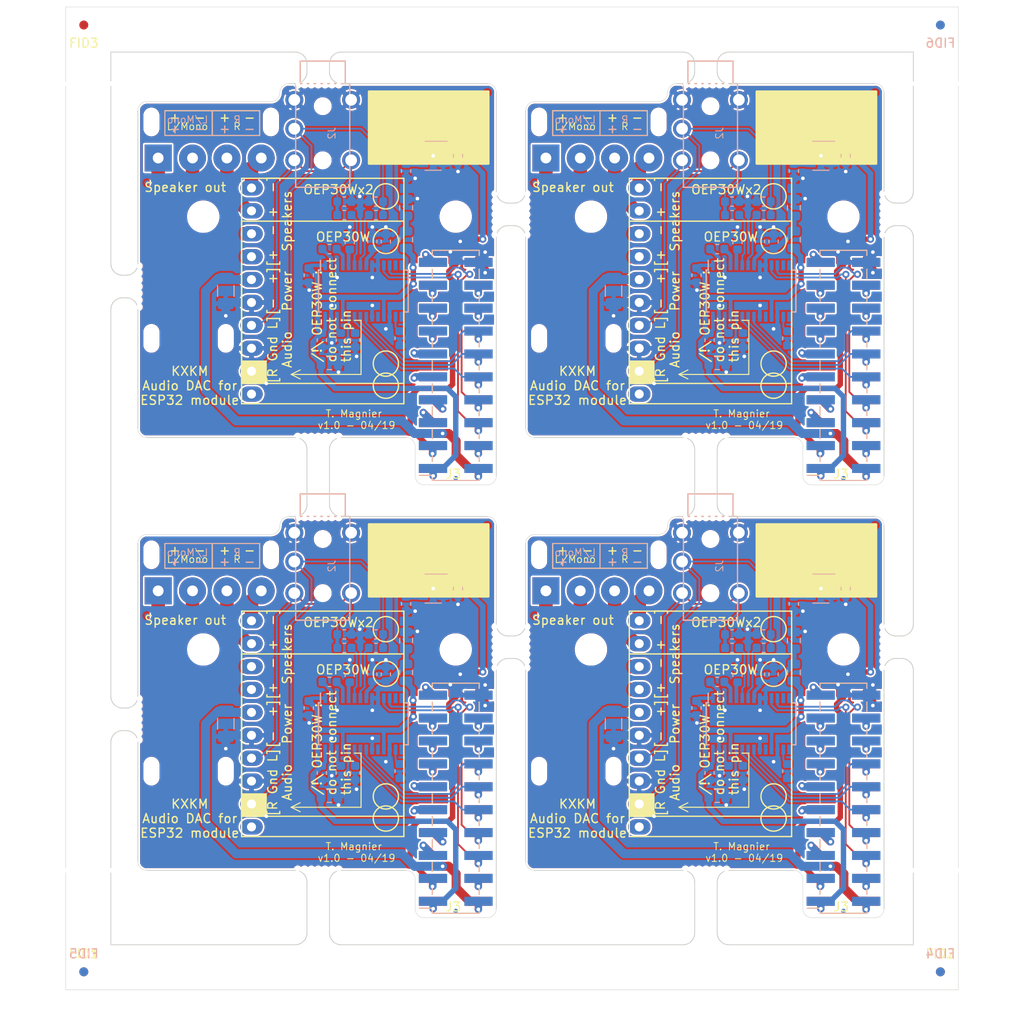
<source format=kicad_pcb>
(kicad_pcb (version 20171130) (host pcbnew 5.1.0)
  (title_block (title "Audio board for ESP32 module") (date 2019-04-09) (rev 1.0) (company KXKM) (comment 1 "Tom Magnier"))
  (layers (0 F.Cu signal) (31 B.Cu signal hide) (34 B.Paste user hide) (35 F.Paste user hide) (36 B.SilkS user hide) (37 F.SilkS user hide) (38 B.Mask user hide) (39 F.Mask user hide) (44 Edge.Cuts user))
  (net 0 "")
  (net 1 VBUS)
  (net 2 GND)
  (net 3 "Net-(C2-Pad2)")
  (net 4 +3V3)
  (net 5 +3.3VA)
  (net 6 "Net-(C9-Pad2)")
  (net 7 "Net-(C9-Pad1)")
  (net 8 "Net-(C10-Pad1)")
  (net 9 "Net-(C11-Pad1)")
  (net 10 /Audio/AUDIO_R)
  (net 11 /Audio/AUDIO_L)
  (net 12 +VSW)
  (net 13 /DMX_RO)
  (net 14 /LED_D2)
  (net 15 /DMX_DI)
  (net 16 /LED_D1)
  (net 17 /DMX_DE)
  (net 18 /I2S_LRCK)
  (net 19 /SPI_CS)
  (net 20 /I2S_DATA)
  (net 21 /SPI_MOSI)
  (net 22 /I2S_BCK)
  (net 23 /SPI_MISO)
  (net 24 /I2C_SCL)
  (net 25 /SPI_SCK)
  (net 26 /I2C_SDA)
  (net 27 /ADC)
  (net 28 +BATT)
  (net 29 "Net-(R1-Pad2)")
  (net 30 "Net-(R2-Pad2)")
  (net 31 /Audio/ADDR_1)
  (net 32 /Audio/ADDR_2)
  (net 33 "Net-(U2-Pad19)")
  (net 34 "Net-(U2-Pad15)")
  (net 35 "Net-(U2-Pad14)")
  (net 36 "Net-(U2-Pad13)")
  (net 37 "Net-(U4-Pad10)")
  (net 38 "Net-(J4-Pad4)")
  (net 39 "Net-(J4-Pad3)")
  (net 40 "Net-(J4-Pad2)")
  (net 41 "Net-(J4-Pad1)")
  (module holes (layer F.Cu) (at 105 136.75)
    (fp_text reference "" (at 0 0) (layer F.SilkS) (effects (font (size 1.27 1.27))))
    (fp_text value "" (at 0 0) (layer F.SilkS) (effects (font (size 1.27 1.27))))
    (pad h0 np_thru_hole circle (at 0 0) (size 0.5 0.5) (drill 0.5) (layers *.Cu *.Mask))
    (pad h1 np_thru_hole circle (at -0.833333 0) (size 0.5 0.5) (drill 0.5) (layers *.Cu *.Mask))
    (pad h5 np_thru_hole circle (at -4.166665 0) (size 0.5 0.5) (drill 0.5) (layers *.Cu *.Mask))
    (pad h6 np_thru_hole circle (at -4.999998 0) (size 0.5 0.5) (drill 0.5) (layers *.Cu *.Mask))
  )
  (module Capacitor_SMD:C_1206_3216Metric (layer B.Cu) (at 160.75 72.5 270)
    (fp_text reference C14)
    (fp_text value 10uF,50V hide)
    (pad 2 smd roundrect (at 1.4 0 270) (size 1.25 1.75) (layers B.Cu B.Paste B.Mask) (roundrect_rratio 0.2) (net 2 GND))
    (pad 1 smd roundrect (at -1.4 0 270) (size 1.25 1.75) (layers B.Cu B.Paste B.Mask) (roundrect_rratio 0.2) (net 12 +VSW))
  )
  (module MountingHole:MountingHole_2.5mm (layer F.Cu) (at 152.5 77.75)
    (fp_text reference REF** hide)
    (fp_text value MountingHole_2.5mm)
    (pad "" np_thru_hole oval (at 0 0) (size 1.4 2.8) (drill oval 1.4 2.8) (layers *.Cu *.Mask))
  )
  (module tom_kicad_lib:Audio_amp_OEP30Wx2 (layer F.Cu) (at 171.5 72.5 270)
    (fp_text reference U4)
    (fp_text value Audio_amp_OEP30Wx2 hide)
    (pad 6 smd circle (at 10.5 -7 270) (size 3.8 3.8) (layers F.Cu F.Paste F.Mask) (net 2 GND))
    (pad 6 smd circle (at -10.5 -7 270) (size 3.8 3.8) (layers F.Cu F.Paste F.Mask) (net 2 GND))
    (pad 10 thru_hole oval (at 11.43 7.9 270) (size 1.7 2.5) (drill 1) (layers *.Cu *.Mask) (net 37 "Net-(U4-Pad10)"))
    (pad 9 thru_hole oval (at 8.89 7.9 270) (size 1.7 2.5) (drill 1) (layers *.Cu *.Mask) (net 10 /Audio/AUDIO_R))
    (pad 8 thru_hole oval (at 6.35 7.9 270) (size 1.7 2.5) (drill 1) (layers *.Cu *.Mask) (net 2 GND))
    (pad 7 thru_hole oval (at 3.81 7.9 270) (size 1.7 2.5) (drill 1) (layers *.Cu *.Mask) (net 11 /Audio/AUDIO_L))
    (pad 6 thru_hole oval (at 1.27 7.9 270) (size 1.7 2.5) (drill 1) (layers *.Cu *.Mask) (net 2 GND))
    (pad 5 thru_hole oval (at -1.27 7.9 270) (size 1.7 2.5) (drill 1) (layers *.Cu *.Mask) (net 12 +VSW))
    (pad 4 thru_hole oval (at -3.81 7.9 270) (size 1.7 2.5) (drill 1) (layers *.Cu *.Mask) (net 41 "Net-(J4-Pad1)"))
    (pad 3 thru_hole oval (at -6.35 7.9 270) (size 1.7 2.5) (drill 1) (layers *.Cu *.Mask) (net 40 "Net-(J4-Pad2)"))
    (pad 2 thru_hole oval (at -8.89 7.9 270) (size 1.7 2.5) (drill 1) (layers *.Cu *.Mask) (net 39 "Net-(J4-Pad3)"))
    (pad 1 thru_hole oval (at -11.43 7.9 270) (size 1.7 2.5) (drill 1) (layers *.Cu *.Mask) (net 38 "Net-(J4-Pad4)"))
  )
  (module Capacitor_SMD:C_0603_1608Metric (layer B.Cu) (at 173.9 62.58)
    (fp_text reference C13)
    (fp_text value 2.2nF/C0G hide)
    (pad 1 smd roundrect (at -0.7875 0) (size 0.875 0.95) (layers B.Cu B.Paste B.Mask) (net 11 /Audio/AUDIO_L))
    (pad 2 smd roundrect (at 0.7875 0) (size 0.875 0.95) (layers B.Cu B.Paste B.Mask) (net 2 GND))
  )
  (module MountingHole:MountingHole_2.5mm (layer F.Cu) (at 152.5 53.75)
    (fp_text reference REF** hide)
    (fp_text value MountingHole_2.5mm)
    (pad "" np_thru_hole oval (at 0 0) (size 1.4 2.8) (drill oval 1.4 2.8) (layers *.Cu *.Mask))
  )
  (module Capacitor_SMD:C_0603_1608Metric (layer B.Cu) (at 177.4 62.58 180)
    (fp_text reference C12)
    (fp_text value 2.2nF/C0G hide)
    (pad 1 smd roundrect (at -0.7875 0 180) (size 0.875 0.95) (layers B.Cu B.Paste B.Mask) (net 10 /Audio/AUDIO_R))
    (pad 2 smd roundrect (at 0.7875 0 180) (size 0.875 0.95) (layers B.Cu B.Paste B.Mask) (net 2 GND))
  )
  (module MountingHole:MountingHole_2.5mm (layer F.Cu) (at 165.75 53.75)
    (fp_text reference REF** hide)
    (fp_text value MountingHole_2.5mm)
    (pad "" np_thru_hole oval (at 0 0) (size 1.4 2.8) (drill oval 1.4 2.8) (layers *.Cu *.Mask))
  )
  (module Capacitor_SMD:C_0805_2012Metric (layer B.Cu) (at 172.25 80.5)
    (fp_text reference C3)
    (fp_text value 10uF,10V hide)
    (pad 1 smd roundrect (at -0.9375 0) (size 0.975 1.4) (layers B.Cu B.Paste B.Mask) (net 4 +3V3))
    (pad 2 smd roundrect (at 0.9375 0) (size 0.975 1.4) (layers B.Cu B.Paste B.Mask) (net 2 GND))
  )
  (module Inductor_SMD:L_0805_2012Metric (layer B.Cu) (at 180.75 66.8 270)
    (fp_text reference FB1)
    (fp_text value 60R@100M hide)
    (pad 1 smd roundrect (at -0.9375 0 270) (size 0.975 1.4) (layers B.Cu B.Paste B.Mask) (net 5 +3.3VA))
    (pad 2 smd roundrect (at 0.9375 0 270) (size 0.975 1.4) (layers B.Cu B.Paste B.Mask) (net 4 +3V3))
  )
  (module Connector_PinHeader_2.54mm:PinHeader_2x10_P2.54mm_Vertical_SMD (layer B.Cu) (at 186.25 80.75)
    (fp_text reference J1)
    (fp_text value Conn_02x10_Odd_Even hide)
    (pad 1 smd rect (at -2.525 11.43) (size 3.15 1) (layers B.Cu B.Paste B.Mask) (net 4 +3V3))
    (pad 2 smd rect (at 2.525 11.43) (size 3.15 1) (layers B.Cu B.Paste B.Mask) (net 12 +VSW))
    (pad 3 smd rect (at -2.525 8.89) (size 3.15 1) (layers B.Cu B.Paste B.Mask) (net 1 VBUS))
    (pad 4 smd rect (at 2.525 8.89) (size 3.15 1) (layers B.Cu B.Paste B.Mask) (net 28 +BATT))
    (pad 5 smd rect (at -2.525 6.35) (size 3.15 1) (layers B.Cu B.Paste B.Mask) (net 27 /ADC))
    (pad 6 smd rect (at 2.525 6.35) (size 3.15 1) (layers B.Cu B.Paste B.Mask) (net 26 /I2C_SDA))
    (pad 7 smd rect (at -2.525 3.81) (size 3.15 1) (layers B.Cu B.Paste B.Mask) (net 25 /SPI_SCK))
    (pad 8 smd rect (at 2.525 3.81) (size 3.15 1) (layers B.Cu B.Paste B.Mask) (net 24 /I2C_SCL))
    (pad 9 smd rect (at -2.525 1.27) (size 3.15 1) (layers B.Cu B.Paste B.Mask) (net 23 /SPI_MISO))
    (pad 10 smd rect (at 2.525 1.27) (size 3.15 1) (layers B.Cu B.Paste B.Mask) (net 18 /I2S_LRCK))
    (pad 11 smd rect (at -2.525 -1.27) (size 3.15 1) (layers B.Cu B.Paste B.Mask) (net 21 /SPI_MOSI))
    (pad 12 smd rect (at 2.525 -1.27) (size 3.15 1) (layers B.Cu B.Paste B.Mask) (net 20 /I2S_DATA))
    (pad 13 smd rect (at -2.525 -3.81) (size 3.15 1) (layers B.Cu B.Paste B.Mask) (net 19 /SPI_CS))
    (pad 14 smd rect (at 2.525 -3.81) (size 3.15 1) (layers B.Cu B.Paste B.Mask) (net 22 /I2S_BCK))
    (pad 15 smd rect (at -2.525 -6.35) (size 3.15 1) (layers B.Cu B.Paste B.Mask) (net 17 /DMX_DE))
    (pad 16 smd rect (at 2.525 -6.35) (size 3.15 1) (layers B.Cu B.Paste B.Mask) (net 16 /LED_D1))
    (pad 17 smd rect (at -2.525 -8.89) (size 3.15 1) (layers B.Cu B.Paste B.Mask) (net 15 /DMX_DI))
    (pad 18 smd rect (at 2.525 -8.89) (size 3.15 1) (layers B.Cu B.Paste B.Mask) (net 14 /LED_D2))
    (pad 19 smd rect (at -2.525 -11.43) (size 3.15 1) (layers B.Cu B.Paste B.Mask) (net 13 /DMX_RO))
    (pad 20 smd rect (at 2.525 -11.43) (size 3.15 1) (layers B.Cu B.Paste B.Mask) (net 2 GND))
  )
  (module Capacitor_SMD:C_0805_2012Metric (layer B.Cu) (at 180.75 63.25 90)
    (fp_text reference C5)
    (fp_text value 10uF,10V hide)
    (pad 1 smd roundrect (at -0.9375 0 90) (size 0.975 1.4) (layers B.Cu B.Paste B.Mask) (net 5 +3.3VA))
    (pad 2 smd roundrect (at 0.9375 0 90) (size 0.975 1.4) (layers B.Cu B.Paste B.Mask) (net 2 GND))
  )
  (module Connector_PinSocket_2.54mm:PinSocket_2x10_P2.54mm_Vertical_SMD (layer F.Cu) (at 186.25 80.75 180)
    (fp_text reference J3 (at 0.25 -12.05 180) (layer F.SilkS))
    (fp_text value Conn_02x10_Odd_Even)
    (pad 1 smd rect (at 2.52 -11.43 180) (size 3 1) (layers F.Cu F.Paste F.Mask) (net 4 +3V3))
    (pad 2 smd rect (at -2.52 -11.43 180) (size 3 1) (layers F.Cu F.Paste F.Mask) (net 12 +VSW))
    (pad 3 smd rect (at 2.52 -8.89 180) (size 3 1) (layers F.Cu F.Paste F.Mask) (net 1 VBUS))
    (pad 4 smd rect (at -2.52 -8.89 180) (size 3 1) (layers F.Cu F.Paste F.Mask) (net 28 +BATT))
    (pad 5 smd rect (at 2.52 -6.35 180) (size 3 1) (layers F.Cu F.Paste F.Mask) (net 27 /ADC))
    (pad 6 smd rect (at -2.52 -6.35 180) (size 3 1) (layers F.Cu F.Paste F.Mask) (net 26 /I2C_SDA))
    (pad 7 smd rect (at 2.52 -3.81 180) (size 3 1) (layers F.Cu F.Paste F.Mask) (net 25 /SPI_SCK))
    (pad 8 smd rect (at -2.52 -3.81 180) (size 3 1) (layers F.Cu F.Paste F.Mask) (net 24 /I2C_SCL))
    (pad 9 smd rect (at 2.52 -1.27 180) (size 3 1) (layers F.Cu F.Paste F.Mask) (net 23 /SPI_MISO))
    (pad 10 smd rect (at -2.52 -1.27 180) (size 3 1) (layers F.Cu F.Paste F.Mask) (net 18 /I2S_LRCK))
    (pad 11 smd rect (at 2.52 1.27 180) (size 3 1) (layers F.Cu F.Paste F.Mask) (net 21 /SPI_MOSI))
    (pad 12 smd rect (at -2.52 1.27 180) (size 3 1) (layers F.Cu F.Paste F.Mask) (net 20 /I2S_DATA))
    (pad 13 smd rect (at 2.52 3.81 180) (size 3 1) (layers F.Cu F.Paste F.Mask) (net 19 /SPI_CS))
    (pad 14 smd rect (at -2.52 3.81 180) (size 3 1) (layers F.Cu F.Paste F.Mask) (net 22 /I2S_BCK))
    (pad 15 smd rect (at 2.52 6.35 180) (size 3 1) (layers F.Cu F.Paste F.Mask) (net 17 /DMX_DE))
    (pad 16 smd rect (at -2.52 6.35 180) (size 3 1) (layers F.Cu F.Paste F.Mask) (net 16 /LED_D1))
    (pad 17 smd rect (at 2.52 8.89 180) (size 3 1) (layers F.Cu F.Paste F.Mask) (net 15 /DMX_DI))
    (pad 18 smd rect (at -2.52 8.89 180) (size 3 1) (layers F.Cu F.Paste F.Mask) (net 14 /LED_D2))
    (pad 19 smd rect (at 2.52 11.43 180) (size 3 1) (layers F.Cu F.Paste F.Mask) (net 13 /DMX_RO))
    (pad 20 smd rect (at -2.52 11.43 180) (size 3 1) (layers F.Cu F.Paste F.Mask) (net 2 GND))
  )
  (module Fiducial:Fiducial_0.5mm_Mask1mm (layer B.Cu) (at 186.25 93.25)
    (fp_text reference FID2)
    (fp_text value Fiducial hide)
    (pad "" smd circle (at 0 0) (size 0.5 0.5) (layers B.Cu B.Mask) (clearance 0.25))
  )
  (module Capacitor_SMD:C_0603_1608Metric (layer B.Cu) (at 171.4 77.95 270)
    (fp_text reference C8)
    (fp_text value 0.1uF hide)
    (pad 1 smd roundrect (at -0.7875 0 270) (size 0.875 0.95) (layers B.Cu B.Paste B.Mask) (net 4 +3V3))
    (pad 2 smd roundrect (at 0.7875 0 270) (size 0.875 0.95) (layers B.Cu B.Paste B.Mask) (net 2 GND))
  )
  (module tom_kicad_lib:Jack_3.5mm_stereo_PJ-313D (layer B.Cu) (at 171.5 54 270)
    (fp_text reference J2 (at 1 -1 270) (layer B.SilkS) (effects (font (size 0.8 0.8) (thickness 0.1)) (justify mirror)))
    (fp_text value AudioJack2_Ground hide)
    (pad G thru_hole circle (at -2.7 3.15 270) (size 2 2) (drill 1.3) (layers *.Cu *.Mask) (net 2 GND))
    (pad G thru_hole circle (at -2.7 -3.15 270) (size 2 2) (drill 1.3) (layers *.Cu *.Mask) (net 2 GND))
    (pad S thru_hole circle (at 0.5 3.15 270) (size 2 2) (drill 1.3) (layers *.Cu *.Mask) (net 10 /Audio/AUDIO_R))
    (pad T thru_hole circle (at 4 3.15 270) (size 2 2) (drill 1.3) (layers *.Cu *.Mask) (net 11 /Audio/AUDIO_L))
    (pad T thru_hole circle (at 4 -3.15 270) (size 2 2) (drill 1.3) (layers *.Cu *.Mask) (net 11 /Audio/AUDIO_L))
    (pad "" np_thru_hole circle (at 4 0 270) (size 1.6 1.6) (drill 1.6) (layers *.Cu *.Mask))
    (pad "" np_thru_hole circle (at -2 0 270) (size 1.6 1.6) (drill 1.6) (layers *.Cu *.Mask))
  )
  (module Resistor_SMD:R_0603_1608Metric (layer B.Cu) (at 175.1 77.95 270)
    (fp_text reference R3)
    (fp_text value 10k hide)
    (pad 1 smd roundrect (at -0.7875 0 270) (size 0.875 0.95) (layers B.Cu B.Paste B.Mask) (net 31 /Audio/ADDR_1))
    (pad 2 smd roundrect (at 0.7875 0 270) (size 0.875 0.95) (layers B.Cu B.Paste B.Mask) (net 2 GND))
  )
  (module Package_SO:TSSOP-28_4.4x9.7mm_P0.65mm (layer B.Cu) (at 176 72.5 270)
    (fp_text reference U2)
    (fp_text value PCM5121 hide)
    (pad 1 smd rect (at -2.85 4.225 270) (size 1.1 0.4) (layers B.Cu B.Paste B.Mask) (net 4 +3V3))
    (pad 2 smd rect (at -2.85 3.575 270) (size 1.1 0.4) (layers B.Cu B.Paste B.Mask) (net 7 "Net-(C9-Pad1)"))
    (pad 3 smd rect (at -2.85 2.925 270) (size 1.1 0.4) (layers B.Cu B.Paste B.Mask) (net 2 GND))
    (pad 4 smd rect (at -2.85 2.275 270) (size 1.1 0.4) (layers B.Cu B.Paste B.Mask) (net 6 "Net-(C9-Pad2)"))
    (pad 5 smd rect (at -2.85 1.625 270) (size 1.1 0.4) (layers B.Cu B.Paste B.Mask) (net 8 "Net-(C10-Pad1)"))
    (pad 6 smd rect (at -2.85 0.975 270) (size 1.1 0.4) (layers B.Cu B.Paste B.Mask) (net 29 "Net-(R1-Pad2)"))
    (pad 7 smd rect (at -2.85 0.325 270) (size 1.1 0.4) (layers B.Cu B.Paste B.Mask) (net 30 "Net-(R2-Pad2)"))
    (pad 8 smd rect (at -2.85 -0.325 270) (size 1.1 0.4) (layers B.Cu B.Paste B.Mask) (net 5 +3.3VA))
    (pad 9 smd rect (at -2.85 -0.975 270) (size 1.1 0.4) (layers B.Cu B.Paste B.Mask) (net 2 GND))
    (pad 10 smd rect (at -2.85 -1.625 270) (size 1.1 0.4) (layers B.Cu B.Paste B.Mask) (net 2 GND))
    (pad 11 smd rect (at -2.85 -2.275 270) (size 1.1 0.4) (layers B.Cu B.Paste B.Mask) (net 26 /I2C_SDA))
    (pad 12 smd rect (at -2.85 -2.925 270) (size 1.1 0.4) (layers B.Cu B.Paste B.Mask) (net 24 /I2C_SCL))
    (pad 13 smd rect (at -2.85 -3.575 270) (size 1.1 0.4) (layers B.Cu B.Paste B.Mask) (net 36 "Net-(U2-Pad13)"))
    (pad 14 smd rect (at -2.85 -4.225 270) (size 1.1 0.4) (layers B.Cu B.Paste B.Mask) (net 35 "Net-(U2-Pad14)"))
    (pad 15 smd rect (at 2.85 -4.225 270) (size 1.1 0.4) (layers B.Cu B.Paste B.Mask) (net 34 "Net-(U2-Pad15)"))
    (pad 16 smd rect (at 2.85 -3.575 270) (size 1.1 0.4) (layers B.Cu B.Paste B.Mask) (net 32 /Audio/ADDR_2))
    (pad 17 smd rect (at 2.85 -2.925 270) (size 1.1 0.4) (layers B.Cu B.Paste B.Mask) (net 2 GND))
    (pad 18 smd rect (at 2.85 -2.275 270) (size 1.1 0.4) (layers B.Cu B.Paste B.Mask) (net 4 +3V3))
    (pad 19 smd rect (at 2.85 -1.625 270) (size 1.1 0.4) (layers B.Cu B.Paste B.Mask) (net 33 "Net-(U2-Pad19)"))
    (pad 20 smd rect (at 2.85 -0.975 270) (size 1.1 0.4) (layers B.Cu B.Paste B.Mask) (net 2 GND))
    (pad 21 smd rect (at 2.85 -0.325 270) (size 1.1 0.4) (layers B.Cu B.Paste B.Mask) (net 22 /I2S_BCK))
    (pad 22 smd rect (at 2.85 0.325 270) (size 1.1 0.4) (layers B.Cu B.Paste B.Mask) (net 20 /I2S_DATA))
    (pad 23 smd rect (at 2.85 0.975 270) (size 1.1 0.4) (layers B.Cu B.Paste B.Mask) (net 18 /I2S_LRCK))
    (pad 24 smd rect (at 2.85 1.625 270) (size 1.1 0.4) (layers B.Cu B.Paste B.Mask) (net 31 /Audio/ADDR_1))
    (pad 25 smd rect (at 2.85 2.275 270) (size 1.1 0.4) (layers B.Cu B.Paste B.Mask) (net 4 +3V3))
    (pad 26 smd rect (at 2.85 2.925 270) (size 1.1 0.4) (layers B.Cu B.Paste B.Mask) (net 9 "Net-(C11-Pad1)"))
    (pad 27 smd rect (at 2.85 3.575 270) (size 1.1 0.4) (layers B.Cu B.Paste B.Mask) (net 2 GND))
    (pad 28 smd rect (at 2.85 4.225 270) (size 1.1 0.4) (layers B.Cu B.Paste B.Mask) (net 4 +3V3))
  )
  (module Fiducial:Fiducial_0.5mm_Mask1mm (layer B.Cu) (at 152 60.5)
    (fp_text reference FID3)
    (fp_text value Fiducial hide)
    (pad "" smd circle (at 0 0) (size 0.5 0.5) (layers B.Cu B.Mask) (clearance 0.25))
  )
  (module Capacitor_SMD:C_0603_1608Metric (layer B.Cu) (at 169.95 70.75 270)
    (fp_text reference C6)
    (fp_text value 0.1uF hide)
    (pad 1 smd roundrect (at -0.7875 0 270) (size 0.875 0.95) (layers B.Cu B.Paste B.Mask) (net 4 +3V3))
    (pad 2 smd roundrect (at 0.7875 0 270) (size 0.875 0.95) (layers B.Cu B.Paste B.Mask) (net 2 GND))
  )
  (module Capacitor_SMD:C_0603_1608Metric (layer B.Cu) (at 178.5 67 90)
    (fp_text reference C4)
    (fp_text value 1uF hide)
    (pad 1 smd roundrect (at -0.7875 0 90) (size 0.875 0.95) (layers B.Cu B.Paste B.Mask) (net 5 +3.3VA))
    (pad 2 smd roundrect (at 0.7875 0 90) (size 0.875 0.95) (layers B.Cu B.Paste B.Mask) (net 2 GND))
  )
  (module Resistor_SMD:R_0603_1608Metric (layer B.Cu) (at 180.025 77.75 270)
    (fp_text reference R4)
    (fp_text value 10k hide)
    (pad 1 smd roundrect (at -0.7875 0 270) (size 0.875 0.95) (layers B.Cu B.Paste B.Mask) (net 32 /Audio/ADDR_2))
    (pad 2 smd roundrect (at 0.7875 0 270) (size 0.875 0.95) (layers B.Cu B.Paste B.Mask) (net 2 GND))
  )
  (module Capacitor_SMD:C_0603_1608Metric (layer B.Cu) (at 174.5 67.1 90)
    (fp_text reference C10)
    (fp_text value 2.2uF,25V hide)
    (pad 1 smd roundrect (at -0.7875 0 90) (size 0.875 0.95) (layers B.Cu B.Paste B.Mask) (net 8 "Net-(C10-Pad1)"))
    (pad 2 smd roundrect (at 0.7875 0 90) (size 0.875 0.95) (layers B.Cu B.Paste B.Mask) (net 2 GND))
  )
  (module Fiducial:Fiducial_0.5mm_Mask1mm (layer B.Cu) (at 189.75 50.5)
    (fp_text reference FID1)
    (fp_text value Fiducial hide)
    (pad "" smd circle (at 0 0) (size 0.5 0.5) (layers B.Cu B.Mask) (clearance 0.25))
  )
  (module Connector_Wire:SolderWirePad_1x04_P3.81mm_Drill1.2mm (layer F.Cu) (at 153.25 57.75)
    (fp_text reference J4)
    (fp_text value Conn_01x04)
    (pad 1 thru_hole rect (at 0 0) (size 2.99974 2.99974) (drill 1.19888) (layers *.Cu *.Mask) (net 41 "Net-(J4-Pad1)"))
    (pad 2 thru_hole circle (at 3.81 0) (size 2.99974 2.99974) (drill 1.19888) (layers *.Cu *.Mask) (net 40 "Net-(J4-Pad2)"))
    (pad 3 thru_hole circle (at 7.62 0) (size 2.99974 2.99974) (drill 1.19888) (layers *.Cu *.Mask) (net 39 "Net-(J4-Pad3)"))
    (pad 4 thru_hole circle (at 11.43 0) (size 2.99974 2.99974) (drill 1.19888) (layers *.Cu *.Mask) (net 38 "Net-(J4-Pad4)"))
  )
  (module MountingHole:MountingHole_2.5mm (layer F.Cu) (at 160.75 77.75)
    (fp_text reference REF** hide)
    (fp_text value MountingHole_2.5mm)
    (pad "" np_thru_hole oval (at 0 0) (size 1.4 2.8) (drill oval 1.4 2.8) (layers *.Cu *.Mask))
  )
  (module Resistor_SMD:R_0603_1608Metric (layer B.Cu) (at 173.9 64.08)
    (fp_text reference R1)
    (fp_text value 470R,1% hide)
    (pad 1 smd roundrect (at -0.7875 0) (size 0.875 0.95) (layers B.Cu B.Paste B.Mask) (net 11 /Audio/AUDIO_L))
    (pad 2 smd roundrect (at 0.7875 0) (size 0.875 0.95) (layers B.Cu B.Paste B.Mask) (net 29 "Net-(R1-Pad2)"))
  )
  (module tom_kicad_lib:Audio_amp_OEP30W (layer F.Cu) (at 171.5 73.75 270)
    (fp_text reference U3)
    (fp_text value Audio_amp_OEP30W)
    (pad 4 smd circle (at 6.8 -7 270) (size 3.8 3.8) (layers F.Cu F.Paste F.Mask) (net 2 GND))
    (pad 4 smd circle (at -6.8 -7 270) (size 3.8 3.8) (layers F.Cu F.Paste F.Mask) (net 2 GND))
  )
  (module Package_TO_SOT_SMD:SOT-23-5 (layer B.Cu) (at 183.75 57.5 180)
    (fp_text reference U1)
    (fp_text value DNP/TPS79133DBVR hide)
    (pad 1 smd rect (at -1.1 0.95 180) (size 1.06 0.65) (layers B.Cu B.Paste B.Mask) (net 1 VBUS))
    (pad 2 smd rect (at -1.1 0 180) (size 1.06 0.65) (layers B.Cu B.Paste B.Mask) (net 2 GND))
    (pad 3 smd rect (at -1.1 -0.95 180) (size 1.06 0.65) (layers B.Cu B.Paste B.Mask) (net 2 GND))
    (pad 4 smd rect (at 1.1 -0.95 180) (size 1.06 0.65) (layers B.Cu B.Paste B.Mask) (net 3 "Net-(C2-Pad2)"))
    (pad 5 smd rect (at 1.1 0.95 180) (size 1.06 0.65) (layers B.Cu B.Paste B.Mask) (net 5 +3.3VA))
  )
  (module Capacitor_SMD:C_0603_1608Metric (layer B.Cu) (at 177 67 90)
    (fp_text reference C7)
    (fp_text value 0.1uF hide)
    (pad 1 smd roundrect (at -0.7875 0 90) (size 0.875 0.95) (layers B.Cu B.Paste B.Mask) (net 5 +3.3VA))
    (pad 2 smd roundrect (at 0.7875 0 90) (size 0.875 0.95) (layers B.Cu B.Paste B.Mask) (net 2 GND))
  )
  (module Capacitor_SMD:C_0603_1608Metric (layer B.Cu) (at 180.75 59.2 90)
    (fp_text reference C2)
    (fp_text value DNP/10nF hide)
    (pad 1 smd roundrect (at -0.7875 0 90) (size 0.875 0.95) (layers B.Cu B.Paste B.Mask) (net 2 GND))
    (pad 2 smd roundrect (at 0.7875 0 90) (size 0.875 0.95) (layers B.Cu B.Paste B.Mask) (net 3 "Net-(C2-Pad2)"))
  )
  (module MountingHole:MountingHole_3.2mm_M3 (layer F.Cu) (at 186.25 64.25)
    (fp_text reference H2 hide)
    (fp_text value MountingHole hide)
    (pad 1 np_thru_hole circle (at 0 0) (size 3.2 3.2) (drill 3.2) (layers *.Cu *.Mask))
  )
  (module MountingHole:MountingHole_3.2mm_M3 (layer F.Cu) (at 158.25 64.25)
    (fp_text reference H1 hide)
    (fp_text value MountingHole hide)
    (pad 1 np_thru_hole circle (at 0 0) (size 3.2 3.2) (drill 3.2) (layers *.Cu *.Mask))
  )
  (module Capacitor_SMD:C_0603_1608Metric (layer B.Cu) (at 173.5 77.95 270)
    (fp_text reference C11)
    (fp_text value 0.1uF hide)
    (pad 2 smd roundrect (at 0.7875 0 270) (size 0.875 0.95) (layers B.Cu B.Paste B.Mask) (net 2 GND))
    (pad 1 smd roundrect (at -0.7875 0 270) (size 0.875 0.95) (layers B.Cu B.Paste B.Mask) (net 9 "Net-(C11-Pad1)"))
  )
  (module Capacitor_SMD:C_0603_1608Metric (layer B.Cu) (at 172.25 67.85)
    (fp_text reference C9)
    (fp_text value 2.2uF,25V hide)
    (pad 1 smd roundrect (at -0.7875 0) (size 0.875 0.95) (layers B.Cu B.Paste B.Mask) (net 7 "Net-(C9-Pad1)"))
    (pad 2 smd roundrect (at 0.7875 0) (size 0.875 0.95) (layers B.Cu B.Paste B.Mask) (net 6 "Net-(C9-Pad2)"))
  )
  (module Capacitor_SMD:C_0603_1608Metric (layer B.Cu) (at 186.5 57.5 90)
    (fp_text reference C1)
    (fp_text value DNP/0.1uF hide)
    (pad 1 smd roundrect (at -0.7875 0 90) (size 0.875 0.95) (layers B.Cu B.Paste B.Mask) (net 2 GND))
    (pad 2 smd roundrect (at 0.7875 0 90) (size 0.875 0.95) (layers B.Cu B.Paste B.Mask) (net 1 VBUS))
  )
  (module Resistor_SMD:R_0603_1608Metric (layer B.Cu) (at 177.4 64.08 180)
    (fp_text reference R2)
    (fp_text value 470R,1% hide)
    (pad 2 smd roundrect (at 0.7875 0 180) (size 0.875 0.95) (layers B.Cu B.Paste B.Mask) (net 30 "Net-(R2-Pad2)"))
    (pad 1 smd roundrect (at -0.7875 0 180) (size 0.875 0.95) (layers B.Cu B.Paste B.Mask) (net 10 /Audio/AUDIO_R))
  )
  (module Fiducial:Fiducial_0.5mm_Mask1mm (layer B.Cu) (at 186.25 141.25)
    (fp_text reference FID2)
    (fp_text value Fiducial hide)
    (pad "" smd circle (at 0 0) (size 0.5 0.5) (layers B.Cu B.Mask) (clearance 0.25))
  )
  (module Capacitor_SMD:C_0603_1608Metric (layer B.Cu) (at 169.95 118.75 270)
    (fp_text reference C6)
    (fp_text value 0.1uF hide)
    (pad 1 smd roundrect (at -0.7875 0 270) (size 0.875 0.95) (layers B.Cu B.Paste B.Mask) (net 4 +3V3))
    (pad 2 smd roundrect (at 0.7875 0 270) (size 0.875 0.95) (layers B.Cu B.Paste B.Mask) (net 2 GND))
  )
  (module Capacitor_SMD:C_0603_1608Metric (layer B.Cu) (at 177 115 90)
    (fp_text reference C7)
    (fp_text value 0.1uF hide)
    (pad 1 smd roundrect (at -0.7875 0 90) (size 0.875 0.95) (layers B.Cu B.Paste B.Mask) (net 5 +3.3VA))
    (pad 2 smd roundrect (at 0.7875 0 90) (size 0.875 0.95) (layers B.Cu B.Paste B.Mask) (net 2 GND))
  )
  (module Capacitor_SMD:C_0603_1608Metric (layer B.Cu) (at 174.5 115.1 90)
    (fp_text reference C10)
    (fp_text value 2.2uF,25V hide)
    (pad 1 smd roundrect (at -0.7875 0 90) (size 0.875 0.95) (layers B.Cu B.Paste B.Mask) (net 8 "Net-(C10-Pad1)"))
    (pad 2 smd roundrect (at 0.7875 0 90) (size 0.875 0.95) (layers B.Cu B.Paste B.Mask) (net 2 GND))
  )
  (module MountingHole:MountingHole_2.5mm (layer F.Cu) (at 152.5 101.75)
    (fp_text reference REF** hide)
    (fp_text value MountingHole_2.5mm)
    (pad "" np_thru_hole oval (at 0 0) (size 1.4 2.8) (drill oval 1.4 2.8) (layers *.Cu *.Mask))
  )
  (module Capacitor_SMD:C_0603_1608Metric (layer B.Cu) (at 173.9 110.58)
    (fp_text reference C13)
    (fp_text value 2.2nF/C0G hide)
    (pad 1 smd roundrect (at -0.7875 0) (size 0.875 0.95) (layers B.Cu B.Paste B.Mask) (net 11 /Audio/AUDIO_L))
    (pad 2 smd roundrect (at 0.7875 0) (size 0.875 0.95) (layers B.Cu B.Paste B.Mask) (net 2 GND))
  )
  (module MountingHole:MountingHole_3.2mm_M3 (layer F.Cu) (at 158.25 112.25)
    (fp_text reference H1 hide)
    (fp_text value MountingHole hide)
    (pad 1 np_thru_hole circle (at 0 0) (size 3.2 3.2) (drill 3.2) (layers *.Cu *.Mask))
  )
  (module MountingHole:MountingHole_3.2mm_M3 (layer F.Cu) (at 186.25 112.25)
    (fp_text reference H2 hide)
    (fp_text value MountingHole hide)
    (pad 1 np_thru_hole circle (at 0 0) (size 3.2 3.2) (drill 3.2) (layers *.Cu *.Mask))
  )
  (module Capacitor_SMD:C_0603_1608Metric (layer B.Cu) (at 186.5 105.5 90)
    (fp_text reference C1)
    (fp_text value DNP/0.1uF hide)
    (pad 1 smd roundrect (at -0.7875 0 90) (size 0.875 0.95) (layers B.Cu B.Paste B.Mask) (net 2 GND))
    (pad 2 smd roundrect (at 0.7875 0 90) (size 0.875 0.95) (layers B.Cu B.Paste B.Mask) (net 1 VBUS))
  )
  (module Package_TO_SOT_SMD:SOT-23-5 (layer B.Cu) (at 183.75 105.5 180)
    (fp_text reference U1)
    (fp_text value DNP/TPS79133DBVR hide)
    (pad 1 smd rect (at -1.1 0.95 180) (size 1.06 0.65) (layers B.Cu B.Paste B.Mask) (net 1 VBUS))
    (pad 2 smd rect (at -1.1 0 180) (size 1.06 0.65) (layers B.Cu B.Paste B.Mask) (net 2 GND))
    (pad 3 smd rect (at -1.1 -0.95 180) (size 1.06 0.65) (layers B.Cu B.Paste B.Mask) (net 2 GND))
    (pad 4 smd rect (at 1.1 -0.95 180) (size 1.06 0.65) (layers B.Cu B.Paste B.Mask) (net 3 "Net-(C2-Pad2)"))
    (pad 5 smd rect (at 1.1 0.95 180) (size 1.06 0.65) (layers B.Cu B.Paste B.Mask) (net 5 +3.3VA))
  )
  (module Capacitor_SMD:C_0603_1608Metric (layer B.Cu) (at 171.4 125.95 270)
    (fp_text reference C8)
    (fp_text value 0.1uF hide)
    (pad 1 smd roundrect (at -0.7875 0 270) (size 0.875 0.95) (layers B.Cu B.Paste B.Mask) (net 4 +3V3))
    (pad 2 smd roundrect (at 0.7875 0 270) (size 0.875 0.95) (layers B.Cu B.Paste B.Mask) (net 2 GND))
  )
  (module Capacitor_SMD:C_1206_3216Metric (layer B.Cu) (at 160.75 120.5 270)
    (fp_text reference C14)
    (fp_text value 10uF,50V hide)
    (pad 2 smd roundrect (at 1.4 0 270) (size 1.25 1.75) (layers B.Cu B.Paste B.Mask) (roundrect_rratio 0.2) (net 2 GND))
    (pad 1 smd roundrect (at -1.4 0 270) (size 1.25 1.75) (layers B.Cu B.Paste B.Mask) (roundrect_rratio 0.2) (net 12 +VSW))
  )
  (module Package_SO:TSSOP-28_4.4x9.7mm_P0.65mm (layer B.Cu) (at 176 120.5 270)
    (fp_text reference U2)
    (fp_text value PCM5121 hide)
    (pad 1 smd rect (at -2.85 4.225 270) (size 1.1 0.4) (layers B.Cu B.Paste B.Mask) (net 4 +3V3))
    (pad 2 smd rect (at -2.85 3.575 270) (size 1.1 0.4) (layers B.Cu B.Paste B.Mask) (net 7 "Net-(C9-Pad1)"))
    (pad 3 smd rect (at -2.85 2.925 270) (size 1.1 0.4) (layers B.Cu B.Paste B.Mask) (net 2 GND))
    (pad 4 smd rect (at -2.85 2.275 270) (size 1.1 0.4) (layers B.Cu B.Paste B.Mask) (net 6 "Net-(C9-Pad2)"))
    (pad 5 smd rect (at -2.85 1.625 270) (size 1.1 0.4) (layers B.Cu B.Paste B.Mask) (net 8 "Net-(C10-Pad1)"))
    (pad 6 smd rect (at -2.85 0.975 270) (size 1.1 0.4) (layers B.Cu B.Paste B.Mask) (net 29 "Net-(R1-Pad2)"))
    (pad 7 smd rect (at -2.85 0.325 270) (size 1.1 0.4) (layers B.Cu B.Paste B.Mask) (net 30 "Net-(R2-Pad2)"))
    (pad 8 smd rect (at -2.85 -0.325 270) (size 1.1 0.4) (layers B.Cu B.Paste B.Mask) (net 5 +3.3VA))
    (pad 9 smd rect (at -2.85 -0.975 270) (size 1.1 0.4) (layers B.Cu B.Paste B.Mask) (net 2 GND))
    (pad 10 smd rect (at -2.85 -1.625 270) (size 1.1 0.4) (layers B.Cu B.Paste B.Mask) (net 2 GND))
    (pad 11 smd rect (at -2.85 -2.275 270) (size 1.1 0.4) (layers B.Cu B.Paste B.Mask) (net 26 /I2C_SDA))
    (pad 12 smd rect (at -2.85 -2.925 270) (size 1.1 0.4) (layers B.Cu B.Paste B.Mask) (net 24 /I2C_SCL))
    (pad 13 smd rect (at -2.85 -3.575 270) (size 1.1 0.4) (layers B.Cu B.Paste B.Mask) (net 36 "Net-(U2-Pad13)"))
    (pad 14 smd rect (at -2.85 -4.225 270) (size 1.1 0.4) (layers B.Cu B.Paste B.Mask) (net 35 "Net-(U2-Pad14)"))
    (pad 15 smd rect (at 2.85 -4.225 270) (size 1.1 0.4) (layers B.Cu B.Paste B.Mask) (net 34 "Net-(U2-Pad15)"))
    (pad 16 smd rect (at 2.85 -3.575 270) (size 1.1 0.4) (layers B.Cu B.Paste B.Mask) (net 32 /Audio/ADDR_2))
    (pad 17 smd rect (at 2.85 -2.925 270) (size 1.1 0.4) (layers B.Cu B.Paste B.Mask) (net 2 GND))
    (pad 18 smd rect (at 2.85 -2.275 270) (size 1.1 0.4) (layers B.Cu B.Paste B.Mask) (net 4 +3V3))
    (pad 19 smd rect (at 2.85 -1.625 270) (size 1.1 0.4) (layers B.Cu B.Paste B.Mask) (net 33 "Net-(U2-Pad19)"))
    (pad 20 smd rect (at 2.85 -0.975 270) (size 1.1 0.4) (layers B.Cu B.Paste B.Mask) (net 2 GND))
    (pad 21 smd rect (at 2.85 -0.325 270) (size 1.1 0.4) (layers B.Cu B.Paste B.Mask) (net 22 /I2S_BCK))
    (pad 22 smd rect (at 2.85 0.325 270) (size 1.1 0.4) (layers B.Cu B.Paste B.Mask) (net 20 /I2S_DATA))
    (pad 23 smd rect (at 2.85 0.975 270) (size 1.1 0.4) (layers B.Cu B.Paste B.Mask) (net 18 /I2S_LRCK))
    (pad 24 smd rect (at 2.85 1.625 270) (size 1.1 0.4) (layers B.Cu B.Paste B.Mask) (net 31 /Audio/ADDR_1))
    (pad 25 smd rect (at 2.85 2.275 270) (size 1.1 0.4) (layers B.Cu B.Paste B.Mask) (net 4 +3V3))
    (pad 26 smd rect (at 2.85 2.925 270) (size 1.1 0.4) (layers B.Cu B.Paste B.Mask) (net 9 "Net-(C11-Pad1)"))
    (pad 27 smd rect (at 2.85 3.575 270) (size 1.1 0.4) (layers B.Cu B.Paste B.Mask) (net 2 GND))
    (pad 28 smd rect (at 2.85 4.225 270) (size 1.1 0.4) (layers B.Cu B.Paste B.Mask) (net 4 +3V3))
  )
  (module Capacitor_SMD:C_0805_2012Metric (layer B.Cu) (at 172.25 128.5)
    (fp_text reference C3)
    (fp_text value 10uF,10V hide)
    (pad 1 smd roundrect (at -0.9375 0) (size 0.975 1.4) (layers B.Cu B.Paste B.Mask) (net 4 +3V3))
    (pad 2 smd roundrect (at 0.9375 0) (size 0.975 1.4) (layers B.Cu B.Paste B.Mask) (net 2 GND))
  )
  (module Capacitor_SMD:C_0603_1608Metric (layer B.Cu) (at 173.5 125.95 270)
    (fp_text reference C11)
    (fp_text value 0.1uF hide)
    (pad 2 smd roundrect (at 0.7875 0 270) (size 0.875 0.95) (layers B.Cu B.Paste B.Mask) (net 2 GND))
    (pad 1 smd roundrect (at -0.7875 0 270) (size 0.875 0.95) (layers B.Cu B.Paste B.Mask) (net 9 "Net-(C11-Pad1)"))
  )
  (module Capacitor_SMD:C_0603_1608Metric (layer B.Cu) (at 177.4 110.58 180)
    (fp_text reference C12)
    (fp_text value 2.2nF/C0G hide)
    (pad 1 smd roundrect (at -0.7875 0 180) (size 0.875 0.95) (layers B.Cu B.Paste B.Mask) (net 10 /Audio/AUDIO_R))
    (pad 2 smd roundrect (at 0.7875 0 180) (size 0.875 0.95) (layers B.Cu B.Paste B.Mask) (net 2 GND))
  )
  (module MountingHole:MountingHole_2.5mm (layer F.Cu) (at 160.75 125.75)
    (fp_text reference REF** hide)
    (fp_text value MountingHole_2.5mm)
    (pad "" np_thru_hole oval (at 0 0) (size 1.4 2.8) (drill oval 1.4 2.8) (layers *.Cu *.Mask))
  )
  (module Resistor_SMD:R_0603_1608Metric (layer B.Cu) (at 173.9 112.08)
    (fp_text reference R1)
    (fp_text value 470R,1% hide)
    (pad 1 smd roundrect (at -0.7875 0) (size 0.875 0.95) (layers B.Cu B.Paste B.Mask) (net 11 /Audio/AUDIO_L))
    (pad 2 smd roundrect (at 0.7875 0) (size 0.875 0.95) (layers B.Cu B.Paste B.Mask) (net 29 "Net-(R1-Pad2)"))
  )
  (module Resistor_SMD:R_0603_1608Metric (layer B.Cu) (at 177.4 112.08 180)
    (fp_text reference R2)
    (fp_text value 470R,1% hide)
    (pad 2 smd roundrect (at 0.7875 0 180) (size 0.875 0.95) (layers B.Cu B.Paste B.Mask) (net 30 "Net-(R2-Pad2)"))
    (pad 1 smd roundrect (at -0.7875 0 180) (size 0.875 0.95) (layers B.Cu B.Paste B.Mask) (net 10 /Audio/AUDIO_R))
  )
  (module Capacitor_SMD:C_0603_1608Metric (layer B.Cu) (at 180.75 107.2 90)
    (fp_text reference C2)
    (fp_text value DNP/10nF hide)
    (pad 1 smd roundrect (at -0.7875 0 90) (size 0.875 0.95) (layers B.Cu B.Paste B.Mask) (net 2 GND))
    (pad 2 smd roundrect (at 0.7875 0 90) (size 0.875 0.95) (layers B.Cu B.Paste B.Mask) (net 3 "Net-(C2-Pad2)"))
  )
  (module Capacitor_SMD:C_0603_1608Metric (layer B.Cu) (at 178.5 115 90)
    (fp_text reference C4)
    (fp_text value 1uF hide)
    (pad 1 smd roundrect (at -0.7875 0 90) (size 0.875 0.95) (layers B.Cu B.Paste B.Mask) (net 5 +3.3VA))
    (pad 2 smd roundrect (at 0.7875 0 90) (size 0.875 0.95) (layers B.Cu B.Paste B.Mask) (net 2 GND))
  )
  (module Capacitor_SMD:C_0805_2012Metric (layer B.Cu) (at 180.75 111.25 90)
    (fp_text reference C5)
    (fp_text value 10uF,10V hide)
    (pad 1 smd roundrect (at -0.9375 0 90) (size 0.975 1.4) (layers B.Cu B.Paste B.Mask) (net 5 +3.3VA))
    (pad 2 smd roundrect (at 0.9375 0 90) (size 0.975 1.4) (layers B.Cu B.Paste B.Mask) (net 2 GND))
  )
  (module tom_kicad_lib:Jack_3.5mm_stereo_PJ-313D (layer B.Cu) (at 171.5 102 270)
    (fp_text reference J2 (at 1 -1 270) (layer B.SilkS) (effects (font (size 0.8 0.8) (thickness 0.1)) (justify mirror)))
    (fp_text value AudioJack2_Ground hide)
    (pad G thru_hole circle (at -2.7 3.15 270) (size 2 2) (drill 1.3) (layers *.Cu *.Mask) (net 2 GND))
    (pad G thru_hole circle (at -2.7 -3.15 270) (size 2 2) (drill 1.3) (layers *.Cu *.Mask) (net 2 GND))
    (pad S thru_hole circle (at 0.5 3.15 270) (size 2 2) (drill 1.3) (layers *.Cu *.Mask) (net 10 /Audio/AUDIO_R))
    (pad T thru_hole circle (at 4 3.15 270) (size 2 2) (drill 1.3) (layers *.Cu *.Mask) (net 11 /Audio/AUDIO_L))
    (pad T thru_hole circle (at 4 -3.15 270) (size 2 2) (drill 1.3) (layers *.Cu *.Mask) (net 11 /Audio/AUDIO_L))
    (pad "" np_thru_hole circle (at 4 0 270) (size 1.6 1.6) (drill 1.6) (layers *.Cu *.Mask))
    (pad "" np_thru_hole circle (at -2 0 270) (size 1.6 1.6) (drill 1.6) (layers *.Cu *.Mask))
  )
  (module Resistor_SMD:R_0603_1608Metric (layer B.Cu) (at 180.025 125.75 270)
    (fp_text reference R4)
    (fp_text value 10k hide)
    (pad 1 smd roundrect (at -0.7875 0 270) (size 0.875 0.95) (layers B.Cu B.Paste B.Mask) (net 32 /Audio/ADDR_2))
    (pad 2 smd roundrect (at 0.7875 0 270) (size 0.875 0.95) (layers B.Cu B.Paste B.Mask) (net 2 GND))
  )
  (module Connector_PinSocket_2.54mm:PinSocket_2x10_P2.54mm_Vertical_SMD (layer F.Cu) (at 186.25 128.75 180)
    (fp_text reference J3 (at 0.25 -12.05 180) (layer F.SilkS))
    (fp_text value Conn_02x10_Odd_Even)
    (pad 1 smd rect (at 2.52 -11.43 180) (size 3 1) (layers F.Cu F.Paste F.Mask) (net 4 +3V3))
    (pad 2 smd rect (at -2.52 -11.43 180) (size 3 1) (layers F.Cu F.Paste F.Mask) (net 12 +VSW))
    (pad 3 smd rect (at 2.52 -8.89 180) (size 3 1) (layers F.Cu F.Paste F.Mask) (net 1 VBUS))
    (pad 4 smd rect (at -2.52 -8.89 180) (size 3 1) (layers F.Cu F.Paste F.Mask) (net 28 +BATT))
    (pad 5 smd rect (at 2.52 -6.35 180) (size 3 1) (layers F.Cu F.Paste F.Mask) (net 27 /ADC))
    (pad 6 smd rect (at -2.52 -6.35 180) (size 3 1) (layers F.Cu F.Paste F.Mask) (net 26 /I2C_SDA))
    (pad 7 smd rect (at 2.52 -3.81 180) (size 3 1) (layers F.Cu F.Paste F.Mask) (net 25 /SPI_SCK))
    (pad 8 smd rect (at -2.52 -3.81 180) (size 3 1) (layers F.Cu F.Paste F.Mask) (net 24 /I2C_SCL))
    (pad 9 smd rect (at 2.52 -1.27 180) (size 3 1) (layers F.Cu F.Paste F.Mask) (net 23 /SPI_MISO))
    (pad 10 smd rect (at -2.52 -1.27 180) (size 3 1) (layers F.Cu F.Paste F.Mask) (net 18 /I2S_LRCK))
    (pad 11 smd rect (at 2.52 1.27 180) (size 3 1) (layers F.Cu F.Paste F.Mask) (net 21 /SPI_MOSI))
    (pad 12 smd rect (at -2.52 1.27 180) (size 3 1) (layers F.Cu F.Paste F.Mask) (net 20 /I2S_DATA))
    (pad 13 smd rect (at 2.52 3.81 180) (size 3 1) (layers F.Cu F.Paste F.Mask) (net 19 /SPI_CS))
    (pad 14 smd rect (at -2.52 3.81 180) (size 3 1) (layers F.Cu F.Paste F.Mask) (net 22 /I2S_BCK))
    (pad 15 smd rect (at 2.52 6.35 180) (size 3 1) (layers F.Cu F.Paste F.Mask) (net 17 /DMX_DE))
    (pad 16 smd rect (at -2.52 6.35 180) (size 3 1) (layers F.Cu F.Paste F.Mask) (net 16 /LED_D1))
    (pad 17 smd rect (at 2.52 8.89 180) (size 3 1) (layers F.Cu F.Paste F.Mask) (net 15 /DMX_DI))
    (pad 18 smd rect (at -2.52 8.89 180) (size 3 1) (layers F.Cu F.Paste F.Mask) (net 14 /LED_D2))
    (pad 19 smd rect (at 2.52 11.43 180) (size 3 1) (layers F.Cu F.Paste F.Mask) (net 13 /DMX_RO))
    (pad 20 smd rect (at -2.52 11.43 180) (size 3 1) (layers F.Cu F.Paste F.Mask) (net 2 GND))
  )
  (module Connector_PinHeader_2.54mm:PinHeader_2x10_P2.54mm_Vertical_SMD (layer B.Cu) (at 186.25 128.75)
    (fp_text reference J1)
    (fp_text value Conn_02x10_Odd_Even hide)
    (pad 1 smd rect (at -2.525 11.43) (size 3.15 1) (layers B.Cu B.Paste B.Mask) (net 4 +3V3))
    (pad 2 smd rect (at 2.525 11.43) (size 3.15 1) (layers B.Cu B.Paste B.Mask) (net 12 +VSW))
    (pad 3 smd rect (at -2.525 8.89) (size 3.15 1) (layers B.Cu B.Paste B.Mask) (net 1 VBUS))
    (pad 4 smd rect (at 2.525 8.89) (size 3.15 1) (layers B.Cu B.Paste B.Mask) (net 28 +BATT))
    (pad 5 smd rect (at -2.525 6.35) (size 3.15 1) (layers B.Cu B.Paste B.Mask) (net 27 /ADC))
    (pad 6 smd rect (at 2.525 6.35) (size 3.15 1) (layers B.Cu B.Paste B.Mask) (net 26 /I2C_SDA))
    (pad 7 smd rect (at -2.525 3.81) (size 3.15 1) (layers B.Cu B.Paste B.Mask) (net 25 /SPI_SCK))
    (pad 8 smd rect (at 2.525 3.81) (size 3.15 1) (layers B.Cu B.Paste B.Mask) (net 24 /I2C_SCL))
    (pad 9 smd rect (at -2.525 1.27) (size 3.15 1) (layers B.Cu B.Paste B.Mask) (net 23 /SPI_MISO))
    (pad 10 smd rect (at 2.525 1.27) (size 3.15 1) (layers B.Cu B.Paste B.Mask) (net 18 /I2S_LRCK))
    (pad 11 smd rect (at -2.525 -1.27) (size 3.15 1) (layers B.Cu B.Paste B.Mask) (net 21 /SPI_MOSI))
    (pad 12 smd rect (at 2.525 -1.27) (size 3.15 1) (layers B.Cu B.Paste B.Mask) (net 20 /I2S_DATA))
    (pad 13 smd rect (at -2.525 -3.81) (size 3.15 1) (layers B.Cu B.Paste B.Mask) (net 19 /SPI_CS))
    (pad 14 smd rect (at 2.525 -3.81) (size 3.15 1) (layers B.Cu B.Paste B.Mask) (net 22 /I2S_BCK))
    (pad 15 smd rect (at -2.525 -6.35) (size 3.15 1) (layers B.Cu B.Paste B.Mask) (net 17 /DMX_DE))
    (pad 16 smd rect (at 2.525 -6.35) (size 3.15 1) (layers B.Cu B.Paste B.Mask) (net 16 /LED_D1))
    (pad 17 smd rect (at -2.525 -8.89) (size 3.15 1) (layers B.Cu B.Paste B.Mask) (net 15 /DMX_DI))
    (pad 18 smd rect (at 2.525 -8.89) (size 3.15 1) (layers B.Cu B.Paste B.Mask) (net 14 /LED_D2))
    (pad 19 smd rect (at -2.525 -11.43) (size 3.15 1) (layers B.Cu B.Paste B.Mask) (net 13 /DMX_RO))
    (pad 20 smd rect (at 2.525 -11.43) (size 3.15 1) (layers B.Cu B.Paste B.Mask) (net 2 GND))
  )
  (module Fiducial:Fiducial_0.5mm_Mask1mm (layer B.Cu) (at 152 108.5)
    (fp_text reference FID3)
    (fp_text value Fiducial hide)
    (pad "" smd circle (at 0 0) (size 0.5 0.5) (layers B.Cu B.Mask) (clearance 0.25))
  )
  (module MountingHole:MountingHole_2.5mm (layer F.Cu) (at 165.75 101.75)
    (fp_text reference REF** hide)
    (fp_text value MountingHole_2.5mm)
    (pad "" np_thru_hole oval (at 0 0) (size 1.4 2.8) (drill oval 1.4 2.8) (layers *.Cu *.Mask))
  )
  (module MountingHole:MountingHole_2.5mm (layer F.Cu) (at 152.5 125.75)
    (fp_text reference REF** hide)
    (fp_text value MountingHole_2.5mm)
    (pad "" np_thru_hole oval (at 0 0) (size 1.4 2.8) (drill oval 1.4 2.8) (layers *.Cu *.Mask))
  )
  (module Fiducial:Fiducial_0.5mm_Mask1mm (layer B.Cu) (at 189.75 98.5)
    (fp_text reference FID1)
    (fp_text value Fiducial hide)
    (pad "" smd circle (at 0 0) (size 0.5 0.5) (layers B.Cu B.Mask) (clearance 0.25))
  )
  (module Connector_Wire:SolderWirePad_1x04_P3.81mm_Drill1.2mm (layer F.Cu) (at 153.25 105.75)
    (fp_text reference J4)
    (fp_text value Conn_01x04)
    (pad 1 thru_hole rect (at 0 0) (size 2.99974 2.99974) (drill 1.19888) (layers *.Cu *.Mask) (net 41 "Net-(J4-Pad1)"))
    (pad 2 thru_hole circle (at 3.81 0) (size 2.99974 2.99974) (drill 1.19888) (layers *.Cu *.Mask) (net 40 "Net-(J4-Pad2)"))
    (pad 3 thru_hole circle (at 7.62 0) (size 2.99974 2.99974) (drill 1.19888) (layers *.Cu *.Mask) (net 39 "Net-(J4-Pad3)"))
    (pad 4 thru_hole circle (at 11.43 0) (size 2.99974 2.99974) (drill 1.19888) (layers *.Cu *.Mask) (net 38 "Net-(J4-Pad4)"))
  )
  (module tom_kicad_lib:Audio_amp_OEP30Wx2 (layer F.Cu) (at 171.5 120.5 270)
    (fp_text reference U4)
    (fp_text value Audio_amp_OEP30Wx2 hide)
    (pad 6 smd circle (at 10.5 -7 270) (size 3.8 3.8) (layers F.Cu F.Paste F.Mask) (net 2 GND))
    (pad 6 smd circle (at -10.5 -7 270) (size 3.8 3.8) (layers F.Cu F.Paste F.Mask) (net 2 GND))
    (pad 10 thru_hole oval (at 11.43 7.9 270) (size 1.7 2.5) (drill 1) (layers *.Cu *.Mask) (net 37 "Net-(U4-Pad10)"))
    (pad 9 thru_hole oval (at 8.89 7.9 270) (size 1.7 2.5) (drill 1) (layers *.Cu *.Mask) (net 10 /Audio/AUDIO_R))
    (pad 8 thru_hole oval (at 6.35 7.9 270) (size 1.7 2.5) (drill 1) (layers *.Cu *.Mask) (net 2 GND))
    (pad 7 thru_hole oval (at 3.81 7.9 270) (size 1.7 2.5) (drill 1) (layers *.Cu *.Mask) (net 11 /Audio/AUDIO_L))
    (pad 6 thru_hole oval (at 1.27 7.9 270) (size 1.7 2.5) (drill 1) (layers *.Cu *.Mask) (net 2 GND))
    (pad 5 thru_hole oval (at -1.27 7.9 270) (size 1.7 2.5) (drill 1) (layers *.Cu *.Mask) (net 12 +VSW))
    (pad 4 thru_hole oval (at -3.81 7.9 270) (size 1.7 2.5) (drill 1) (layers *.Cu *.Mask) (net 41 "Net-(J4-Pad1)"))
    (pad 3 thru_hole oval (at -6.35 7.9 270) (size 1.7 2.5) (drill 1) (layers *.Cu *.Mask) (net 40 "Net-(J4-Pad2)"))
    (pad 2 thru_hole oval (at -8.89 7.9 270) (size 1.7 2.5) (drill 1) (layers *.Cu *.Mask) (net 39 "Net-(J4-Pad3)"))
    (pad 1 thru_hole oval (at -11.43 7.9 270) (size 1.7 2.5) (drill 1) (layers *.Cu *.Mask) (net 38 "Net-(J4-Pad4)"))
  )
  (module Resistor_SMD:R_0603_1608Metric (layer B.Cu) (at 175.1 125.95 270)
    (fp_text reference R3)
    (fp_text value 10k hide)
    (pad 1 smd roundrect (at -0.7875 0 270) (size 0.875 0.95) (layers B.Cu B.Paste B.Mask) (net 31 /Audio/ADDR_1))
    (pad 2 smd roundrect (at 0.7875 0 270) (size 0.875 0.95) (layers B.Cu B.Paste B.Mask) (net 2 GND))
  )
  (module Capacitor_SMD:C_0603_1608Metric (layer B.Cu) (at 172.25 115.85)
    (fp_text reference C9)
    (fp_text value 2.2uF,25V hide)
    (pad 1 smd roundrect (at -0.7875 0) (size 0.875 0.95) (layers B.Cu B.Paste B.Mask) (net 7 "Net-(C9-Pad1)"))
    (pad 2 smd roundrect (at 0.7875 0) (size 0.875 0.95) (layers B.Cu B.Paste B.Mask) (net 6 "Net-(C9-Pad2)"))
  )
  (module tom_kicad_lib:Audio_amp_OEP30W (layer F.Cu) (at 171.5 121.75 270)
    (fp_text reference U3)
    (fp_text value Audio_amp_OEP30W)
    (pad 4 smd circle (at 6.8 -7 270) (size 3.8 3.8) (layers F.Cu F.Paste F.Mask) (net 2 GND))
    (pad 4 smd circle (at -6.8 -7 270) (size 3.8 3.8) (layers F.Cu F.Paste F.Mask) (net 2 GND))
  )
  (module Inductor_SMD:L_0805_2012Metric (layer B.Cu) (at 180.75 114.8 270)
    (fp_text reference FB1)
    (fp_text value 60R@100M hide)
    (pad 1 smd roundrect (at -0.9375 0 270) (size 0.975 1.4) (layers B.Cu B.Paste B.Mask) (net 5 +3.3VA))
    (pad 2 smd roundrect (at 0.9375 0 270) (size 0.975 1.4) (layers B.Cu B.Paste B.Mask) (net 4 +3V3))
  )
  (module MountingHole:MountingHole_3mm (layer F.Cu) (at 109.5 147.5)
    (fp_text reference REF** hide)
    (fp_text value MountingHole_3mm)
    (pad "" np_thru_hole circle (at 0 0) (size 3 3) (drill 3) (layers *.Cu *.Mask))
  )
  (module MountingHole:MountingHole_3mm (layer F.Cu) (at 189.5 147.5)
    (fp_text reference REF** hide)
    (fp_text value MountingHole_3mm)
    (pad "" np_thru_hole circle (at 0 0) (size 3 3) (drill 3) (layers *.Cu *.Mask))
  )
  (module MountingHole:MountingHole_3mm (layer F.Cu) (at 189.5 43.5)
    (fp_text reference REF** hide)
    (fp_text value MountingHole_3mm)
    (pad "" np_thru_hole circle (at 0 0) (size 3 3) (drill 3) (layers *.Cu *.Mask))
  )
  (module MountingHole:MountingHole_3mm (layer F.Cu) (at 109.5 43.5)
    (fp_text reference REF** hide)
    (fp_text value MountingHole_3mm)
    (pad "" np_thru_hole circle (at 0 0) (size 3 3) (drill 3) (layers *.Cu *.Mask))
  )
  (module MountingHole:MountingHole_3mm (layer F.Cu) (at 102.5 55.5)
    (fp_text reference REF** hide)
    (fp_text value MountingHole_3mm)
    (pad "" np_thru_hole circle (at 0 0) (size 3 3) (drill 3) (layers *.Cu *.Paste *.Mask))
  )
  (module MountingHole:MountingHole_3mm (layer F.Cu) (at 102.5 135.5)
    (fp_text reference REF** hide)
    (fp_text value MountingHole_3mm)
    (pad "" np_thru_hole circle (at 0 0) (size 3 3) (drill 3) (layers *.Cu *.Paste *.Mask))
  )
  (module Fiducial:Fiducial_1mm_Mask2mm (layer B.Cu) (at 197 43)
    (fp_text reference FID6 (at 0 2) (layer B.SilkS) (effects (justify mirror)))
    (fp_text value Fiducial_1mm_Mask2mm)
    (pad "" smd circle (at 0 0) (size 1 1) (layers B.Cu B.Mask) (clearance 0.5))
  )
  (module Fiducial:Fiducial_1mm_Mask2mm (layer B.Cu) (at 102 148 180)
    (fp_text reference FID5 (at 0 2 180) (layer B.SilkS) (effects (justify mirror)))
    (fp_text value Fiducial_1mm_Mask2mm)
    (pad "" smd circle (at 0 0 180) (size 1 1) (layers B.Cu B.Mask) (clearance 0.5))
  )
  (module Fiducial:Fiducial_1mm_Mask2mm (layer B.Cu) (at 197 148 180)
    (fp_text reference FID4 (at 0 2 180) (layer B.SilkS) (effects (justify mirror)))
    (fp_text value Fiducial_1mm_Mask2mm)
    (pad "" smd circle (at 0 0 180) (size 1 1) (layers B.Cu B.Mask) (clearance 0.5))
  )
  (module Fiducial:Fiducial_1mm_Mask2mm (layer F.Cu) (at 102 43)
    (fp_text reference FID3 (at 0 2) (layer F.SilkS))
    (fp_text value Fiducial_1mm_Mask2mm)
    (pad "" smd circle (at 0 0) (size 1 1) (layers F.Cu F.Mask) (clearance 0.5))
  )
  (module Fiducial:Fiducial_1mm_Mask2mm (layer F.Cu) (at 197 148)
    (fp_text reference FID2 (at 0 -2) (layer F.SilkS))
    (fp_text value Fiducial_1mm_Mask2mm)
    (pad "" smd circle (at 0 0) (size 1 1) (layers F.Cu F.Mask) (clearance 0.5))
  )
  (module Fiducial:Fiducial_1mm_Mask2mm (layer F.Cu) (at 102 148)
    (fp_text reference FID1 (at 0 -2) (layer F.SilkS))
    (fp_text value Fiducial_1mm_Mask2mm)
    (pad "" smd circle (at 0 0) (size 1 1) (layers F.Cu F.Mask) (clearance 0.5))
  )
  (module tom_kicad_lib:Audio_amp_OEP30W (layer F.Cu) (at 128.5 121.75 270)
    (fp_text reference U3)
    (fp_text value Audio_amp_OEP30W)
    (pad 4 smd circle (at -6.8 -7 270) (size 3.8 3.8) (layers F.Cu F.Paste F.Mask) (net 2 GND))
    (pad 4 smd circle (at 6.8 -7 270) (size 3.8 3.8) (layers F.Cu F.Paste F.Mask) (net 2 GND))
  )
  (module tom_kicad_lib:Audio_amp_OEP30Wx2 (layer F.Cu) (at 128.5 120.5 270)
    (fp_text reference U4)
    (fp_text value Audio_amp_OEP30Wx2 hide)
    (pad 1 thru_hole oval (at -11.43 7.9 270) (size 1.7 2.5) (drill 1) (layers *.Cu *.Mask) (net 38 "Net-(J4-Pad4)"))
    (pad 2 thru_hole oval (at -8.89 7.9 270) (size 1.7 2.5) (drill 1) (layers *.Cu *.Mask) (net 39 "Net-(J4-Pad3)"))
    (pad 3 thru_hole oval (at -6.35 7.9 270) (size 1.7 2.5) (drill 1) (layers *.Cu *.Mask) (net 40 "Net-(J4-Pad2)"))
    (pad 4 thru_hole oval (at -3.81 7.9 270) (size 1.7 2.5) (drill 1) (layers *.Cu *.Mask) (net 41 "Net-(J4-Pad1)"))
    (pad 5 thru_hole oval (at -1.27 7.9 270) (size 1.7 2.5) (drill 1) (layers *.Cu *.Mask) (net 12 +VSW))
    (pad 6 thru_hole oval (at 1.27 7.9 270) (size 1.7 2.5) (drill 1) (layers *.Cu *.Mask) (net 2 GND))
    (pad 7 thru_hole oval (at 3.81 7.9 270) (size 1.7 2.5) (drill 1) (layers *.Cu *.Mask) (net 11 /Audio/AUDIO_L))
    (pad 8 thru_hole oval (at 6.35 7.9 270) (size 1.7 2.5) (drill 1) (layers *.Cu *.Mask) (net 2 GND))
    (pad 9 thru_hole oval (at 8.89 7.9 270) (size 1.7 2.5) (drill 1) (layers *.Cu *.Mask) (net 10 /Audio/AUDIO_R))
    (pad 10 thru_hole oval (at 11.43 7.9 270) (size 1.7 2.5) (drill 1) (layers *.Cu *.Mask) (net 37 "Net-(U4-Pad10)"))
    (pad 6 smd circle (at -10.5 -7 270) (size 3.8 3.8) (layers F.Cu F.Paste F.Mask) (net 2 GND))
    (pad 6 smd circle (at 10.5 -7 270) (size 3.8 3.8) (layers F.Cu F.Paste F.Mask) (net 2 GND))
  )
  (module Capacitor_SMD:C_0603_1608Metric (layer B.Cu) (at 129.25 115.85)
    (fp_text reference C9)
    (fp_text value 2.2uF,25V hide)
    (pad 2 smd roundrect (at 0.7875 0) (size 0.875 0.95) (layers B.Cu B.Paste B.Mask) (net 6 "Net-(C9-Pad2)"))
    (pad 1 smd roundrect (at -0.7875 0) (size 0.875 0.95) (layers B.Cu B.Paste B.Mask) (net 7 "Net-(C9-Pad1)"))
  )
  (module MountingHole:MountingHole_2.5mm (layer F.Cu) (at 109.5 125.75)
    (fp_text reference REF** hide)
    (fp_text value MountingHole_2.5mm)
    (pad "" np_thru_hole oval (at 0 0) (size 1.4 2.8) (drill oval 1.4 2.8) (layers *.Cu *.Mask))
  )
  (module MountingHole:MountingHole_2.5mm (layer F.Cu) (at 117.75 125.75)
    (fp_text reference REF** hide)
    (fp_text value MountingHole_2.5mm)
    (pad "" np_thru_hole oval (at 0 0) (size 1.4 2.8) (drill oval 1.4 2.8) (layers *.Cu *.Mask))
  )
  (module MountingHole:MountingHole_2.5mm (layer F.Cu) (at 109.5 101.75)
    (fp_text reference REF** hide)
    (fp_text value MountingHole_2.5mm)
    (pad "" np_thru_hole oval (at 0 0) (size 1.4 2.8) (drill oval 1.4 2.8) (layers *.Cu *.Mask))
  )
  (module Connector_Wire:SolderWirePad_1x04_P3.81mm_Drill1.2mm (layer F.Cu) (at 110.25 105.75)
    (fp_text reference J4)
    (fp_text value Conn_01x04)
    (pad 4 thru_hole circle (at 11.43 0) (size 2.99974 2.99974) (drill 1.19888) (layers *.Cu *.Mask) (net 38 "Net-(J4-Pad4)"))
    (pad 3 thru_hole circle (at 7.62 0) (size 2.99974 2.99974) (drill 1.19888) (layers *.Cu *.Mask) (net 39 "Net-(J4-Pad3)"))
    (pad 2 thru_hole circle (at 3.81 0) (size 2.99974 2.99974) (drill 1.19888) (layers *.Cu *.Mask) (net 40 "Net-(J4-Pad2)"))
    (pad 1 thru_hole rect (at 0 0) (size 2.99974 2.99974) (drill 1.19888) (layers *.Cu *.Mask) (net 41 "Net-(J4-Pad1)"))
  )
  (module MountingHole:MountingHole_2.5mm (layer F.Cu) (at 122.75 101.75)
    (fp_text reference REF** hide)
    (fp_text value MountingHole_2.5mm)
    (pad "" np_thru_hole oval (at 0 0) (size 1.4 2.8) (drill oval 1.4 2.8) (layers *.Cu *.Mask))
  )
  (module Fiducial:Fiducial_0.5mm_Mask1mm (layer B.Cu) (at 109 108.5)
    (fp_text reference FID3)
    (fp_text value Fiducial hide)
    (pad "" smd circle (at 0 0) (size 0.5 0.5) (layers B.Cu B.Mask) (clearance 0.25))
  )
  (module Fiducial:Fiducial_0.5mm_Mask1mm (layer B.Cu) (at 143.25 141.25)
    (fp_text reference FID2)
    (fp_text value Fiducial hide)
    (pad "" smd circle (at 0 0) (size 0.5 0.5) (layers B.Cu B.Mask) (clearance 0.25))
  )
  (module Fiducial:Fiducial_0.5mm_Mask1mm (layer B.Cu) (at 146.75 98.5)
    (fp_text reference FID1)
    (fp_text value Fiducial hide)
    (pad "" smd circle (at 0 0) (size 0.5 0.5) (layers B.Cu B.Mask) (clearance 0.25))
  )
  (module Inductor_SMD:L_0805_2012Metric (layer B.Cu) (at 137.75 114.8 270)
    (fp_text reference FB1)
    (fp_text value 60R@100M hide)
    (pad 2 smd roundrect (at 0.9375 0 270) (size 0.975 1.4) (layers B.Cu B.Paste B.Mask) (net 4 +3V3))
    (pad 1 smd roundrect (at -0.9375 0 270) (size 0.975 1.4) (layers B.Cu B.Paste B.Mask) (net 5 +3.3VA))
  )
  (module Package_TO_SOT_SMD:SOT-23-5 (layer B.Cu) (at 140.75 105.5 180)
    (fp_text reference U1)
    (fp_text value DNP/TPS79133DBVR hide)
    (pad 5 smd rect (at 1.1 0.95 180) (size 1.06 0.65) (layers B.Cu B.Paste B.Mask) (net 5 +3.3VA))
    (pad 4 smd rect (at 1.1 -0.95 180) (size 1.06 0.65) (layers B.Cu B.Paste B.Mask) (net 3 "Net-(C2-Pad2)"))
    (pad 3 smd rect (at -1.1 -0.95 180) (size 1.06 0.65) (layers B.Cu B.Paste B.Mask) (net 2 GND))
    (pad 2 smd rect (at -1.1 0 180) (size 1.06 0.65) (layers B.Cu B.Paste B.Mask) (net 2 GND))
    (pad 1 smd rect (at -1.1 0.95 180) (size 1.06 0.65) (layers B.Cu B.Paste B.Mask) (net 1 VBUS))
  )
  (module Resistor_SMD:R_0603_1608Metric (layer B.Cu) (at 132.1 125.95 270)
    (fp_text reference R3)
    (fp_text value 10k hide)
    (pad 2 smd roundrect (at 0.7875 0 270) (size 0.875 0.95) (layers B.Cu B.Paste B.Mask) (net 2 GND))
    (pad 1 smd roundrect (at -0.7875 0 270) (size 0.875 0.95) (layers B.Cu B.Paste B.Mask) (net 31 /Audio/ADDR_1))
  )
  (module tom_kicad_lib:Jack_3.5mm_stereo_PJ-313D (layer B.Cu) (at 128.5 102 270)
    (fp_text reference J2 (at 1 -1 270) (layer B.SilkS) (effects (font (size 0.8 0.8) (thickness 0.1)) (justify mirror)))
    (fp_text value AudioJack2_Ground hide)
    (pad "" np_thru_hole circle (at -2 0 270) (size 1.6 1.6) (drill 1.6) (layers *.Cu *.Mask))
    (pad "" np_thru_hole circle (at 4 0 270) (size 1.6 1.6) (drill 1.6) (layers *.Cu *.Mask))
    (pad T thru_hole circle (at 4 -3.15 270) (size 2 2) (drill 1.3) (layers *.Cu *.Mask) (net 11 /Audio/AUDIO_L))
    (pad T thru_hole circle (at 4 3.15 270) (size 2 2) (drill 1.3) (layers *.Cu *.Mask) (net 11 /Audio/AUDIO_L))
    (pad S thru_hole circle (at 0.5 3.15 270) (size 2 2) (drill 1.3) (layers *.Cu *.Mask) (net 10 /Audio/AUDIO_R))
    (pad G thru_hole circle (at -2.7 -3.15 270) (size 2 2) (drill 1.3) (layers *.Cu *.Mask) (net 2 GND))
    (pad G thru_hole circle (at -2.7 3.15 270) (size 2 2) (drill 1.3) (layers *.Cu *.Mask) (net 2 GND))
  )
  (module Connector_PinHeader_2.54mm:PinHeader_2x10_P2.54mm_Vertical_SMD (layer B.Cu) (at 143.25 128.75)
    (fp_text reference J1)
    (fp_text value Conn_02x10_Odd_Even hide)
    (pad 20 smd rect (at 2.525 -11.43) (size 3.15 1) (layers B.Cu B.Paste B.Mask) (net 2 GND))
    (pad 19 smd rect (at -2.525 -11.43) (size 3.15 1) (layers B.Cu B.Paste B.Mask) (net 13 /DMX_RO))
    (pad 18 smd rect (at 2.525 -8.89) (size 3.15 1) (layers B.Cu B.Paste B.Mask) (net 14 /LED_D2))
    (pad 17 smd rect (at -2.525 -8.89) (size 3.15 1) (layers B.Cu B.Paste B.Mask) (net 15 /DMX_DI))
    (pad 16 smd rect (at 2.525 -6.35) (size 3.15 1) (layers B.Cu B.Paste B.Mask) (net 16 /LED_D1))
    (pad 15 smd rect (at -2.525 -6.35) (size 3.15 1) (layers B.Cu B.Paste B.Mask) (net 17 /DMX_DE))
    (pad 14 smd rect (at 2.525 -3.81) (size 3.15 1) (layers B.Cu B.Paste B.Mask) (net 22 /I2S_BCK))
    (pad 13 smd rect (at -2.525 -3.81) (size 3.15 1) (layers B.Cu B.Paste B.Mask) (net 19 /SPI_CS))
    (pad 12 smd rect (at 2.525 -1.27) (size 3.15 1) (layers B.Cu B.Paste B.Mask) (net 20 /I2S_DATA))
    (pad 11 smd rect (at -2.525 -1.27) (size 3.15 1) (layers B.Cu B.Paste B.Mask) (net 21 /SPI_MOSI))
    (pad 10 smd rect (at 2.525 1.27) (size 3.15 1) (layers B.Cu B.Paste B.Mask) (net 18 /I2S_LRCK))
    (pad 9 smd rect (at -2.525 1.27) (size 3.15 1) (layers B.Cu B.Paste B.Mask) (net 23 /SPI_MISO))
    (pad 8 smd rect (at 2.525 3.81) (size 3.15 1) (layers B.Cu B.Paste B.Mask) (net 24 /I2C_SCL))
    (pad 7 smd rect (at -2.525 3.81) (size 3.15 1) (layers B.Cu B.Paste B.Mask) (net 25 /SPI_SCK))
    (pad 6 smd rect (at 2.525 6.35) (size 3.15 1) (layers B.Cu B.Paste B.Mask) (net 26 /I2C_SDA))
    (pad 5 smd rect (at -2.525 6.35) (size 3.15 1) (layers B.Cu B.Paste B.Mask) (net 27 /ADC))
    (pad 4 smd rect (at 2.525 8.89) (size 3.15 1) (layers B.Cu B.Paste B.Mask) (net 28 +BATT))
    (pad 3 smd rect (at -2.525 8.89) (size 3.15 1) (layers B.Cu B.Paste B.Mask) (net 1 VBUS))
    (pad 2 smd rect (at 2.525 11.43) (size 3.15 1) (layers B.Cu B.Paste B.Mask) (net 12 +VSW))
    (pad 1 smd rect (at -2.525 11.43) (size 3.15 1) (layers B.Cu B.Paste B.Mask) (net 4 +3V3))
  )
  (module Connector_PinSocket_2.54mm:PinSocket_2x10_P2.54mm_Vertical_SMD (layer F.Cu) (at 143.25 128.75 180)
    (fp_text reference J3 (at 0.25 -12.05 180) (layer F.SilkS))
    (fp_text value Conn_02x10_Odd_Even)
    (pad 20 smd rect (at -2.52 11.43 180) (size 3 1) (layers F.Cu F.Paste F.Mask) (net 2 GND))
    (pad 19 smd rect (at 2.52 11.43 180) (size 3 1) (layers F.Cu F.Paste F.Mask) (net 13 /DMX_RO))
    (pad 18 smd rect (at -2.52 8.89 180) (size 3 1) (layers F.Cu F.Paste F.Mask) (net 14 /LED_D2))
    (pad 17 smd rect (at 2.52 8.89 180) (size 3 1) (layers F.Cu F.Paste F.Mask) (net 15 /DMX_DI))
    (pad 16 smd rect (at -2.52 6.35 180) (size 3 1) (layers F.Cu F.Paste F.Mask) (net 16 /LED_D1))
    (pad 15 smd rect (at 2.52 6.35 180) (size 3 1) (layers F.Cu F.Paste F.Mask) (net 17 /DMX_DE))
    (pad 14 smd rect (at -2.52 3.81 180) (size 3 1) (layers F.Cu F.Paste F.Mask) (net 22 /I2S_BCK))
    (pad 13 smd rect (at 2.52 3.81 180) (size 3 1) (layers F.Cu F.Paste F.Mask) (net 19 /SPI_CS))
    (pad 12 smd rect (at -2.52 1.27 180) (size 3 1) (layers F.Cu F.Paste F.Mask) (net 20 /I2S_DATA))
    (pad 11 smd rect (at 2.52 1.27 180) (size 3 1) (layers F.Cu F.Paste F.Mask) (net 21 /SPI_MOSI))
    (pad 10 smd rect (at -2.52 -1.27 180) (size 3 1) (layers F.Cu F.Paste F.Mask) (net 18 /I2S_LRCK))
    (pad 9 smd rect (at 2.52 -1.27 180) (size 3 1) (layers F.Cu F.Paste F.Mask) (net 23 /SPI_MISO))
    (pad 8 smd rect (at -2.52 -3.81 180) (size 3 1) (layers F.Cu F.Paste F.Mask) (net 24 /I2C_SCL))
    (pad 7 smd rect (at 2.52 -3.81 180) (size 3 1) (layers F.Cu F.Paste F.Mask) (net 25 /SPI_SCK))
    (pad 6 smd rect (at -2.52 -6.35 180) (size 3 1) (layers F.Cu F.Paste F.Mask) (net 26 /I2C_SDA))
    (pad 5 smd rect (at 2.52 -6.35 180) (size 3 1) (layers F.Cu F.Paste F.Mask) (net 27 /ADC))
    (pad 4 smd rect (at -2.52 -8.89 180) (size 3 1) (layers F.Cu F.Paste F.Mask) (net 28 +BATT))
    (pad 3 smd rect (at 2.52 -8.89 180) (size 3 1) (layers F.Cu F.Paste F.Mask) (net 1 VBUS))
    (pad 2 smd rect (at -2.52 -11.43 180) (size 3 1) (layers F.Cu F.Paste F.Mask) (net 12 +VSW))
    (pad 1 smd rect (at 2.52 -11.43 180) (size 3 1) (layers F.Cu F.Paste F.Mask) (net 4 +3V3))
  )
  (module Capacitor_SMD:C_0603_1608Metric (layer B.Cu) (at 130.9 110.58)
    (fp_text reference C13)
    (fp_text value 2.2nF/C0G hide)
    (pad 2 smd roundrect (at 0.7875 0) (size 0.875 0.95) (layers B.Cu B.Paste B.Mask) (net 2 GND))
    (pad 1 smd roundrect (at -0.7875 0) (size 0.875 0.95) (layers B.Cu B.Paste B.Mask) (net 11 /Audio/AUDIO_L))
  )
  (module Capacitor_SMD:C_0603_1608Metric (layer B.Cu) (at 128.4 125.95 270)
    (fp_text reference C8)
    (fp_text value 0.1uF hide)
    (pad 2 smd roundrect (at 0.7875 0 270) (size 0.875 0.95) (layers B.Cu B.Paste B.Mask) (net 2 GND))
    (pad 1 smd roundrect (at -0.7875 0 270) (size 0.875 0.95) (layers B.Cu B.Paste B.Mask) (net 4 +3V3))
  )
  (module Capacitor_SMD:C_0805_2012Metric (layer B.Cu) (at 129.25 128.5)
    (fp_text reference C3)
    (fp_text value 10uF,10V hide)
    (pad 2 smd roundrect (at 0.9375 0) (size 0.975 1.4) (layers B.Cu B.Paste B.Mask) (net 2 GND))
    (pad 1 smd roundrect (at -0.9375 0) (size 0.975 1.4) (layers B.Cu B.Paste B.Mask) (net 4 +3V3))
  )
  (module Capacitor_SMD:C_1206_3216Metric (layer B.Cu) (at 117.75 120.5 270)
    (fp_text reference C14)
    (fp_text value 10uF,50V hide)
    (pad 1 smd roundrect (at -1.4 0 270) (size 1.25 1.75) (layers B.Cu B.Paste B.Mask) (roundrect_rratio 0.2) (net 12 +VSW))
    (pad 2 smd roundrect (at 1.4 0 270) (size 1.25 1.75) (layers B.Cu B.Paste B.Mask) (roundrect_rratio 0.2) (net 2 GND))
  )
  (module Resistor_SMD:R_0603_1608Metric (layer B.Cu) (at 137.025 125.75 270)
    (fp_text reference R4)
    (fp_text value 10k hide)
    (pad 2 smd roundrect (at 0.7875 0 270) (size 0.875 0.95) (layers B.Cu B.Paste B.Mask) (net 2 GND))
    (pad 1 smd roundrect (at -0.7875 0 270) (size 0.875 0.95) (layers B.Cu B.Paste B.Mask) (net 32 /Audio/ADDR_2))
  )
  (module Package_SO:TSSOP-28_4.4x9.7mm_P0.65mm (layer B.Cu) (at 133 120.5 270)
    (fp_text reference U2)
    (fp_text value PCM5121 hide)
    (pad 28 smd rect (at 2.85 4.225 270) (size 1.1 0.4) (layers B.Cu B.Paste B.Mask) (net 4 +3V3))
    (pad 27 smd rect (at 2.85 3.575 270) (size 1.1 0.4) (layers B.Cu B.Paste B.Mask) (net 2 GND))
    (pad 26 smd rect (at 2.85 2.925 270) (size 1.1 0.4) (layers B.Cu B.Paste B.Mask) (net 9 "Net-(C11-Pad1)"))
    (pad 25 smd rect (at 2.85 2.275 270) (size 1.1 0.4) (layers B.Cu B.Paste B.Mask) (net 4 +3V3))
    (pad 24 smd rect (at 2.85 1.625 270) (size 1.1 0.4) (layers B.Cu B.Paste B.Mask) (net 31 /Audio/ADDR_1))
    (pad 23 smd rect (at 2.85 0.975 270) (size 1.1 0.4) (layers B.Cu B.Paste B.Mask) (net 18 /I2S_LRCK))
    (pad 22 smd rect (at 2.85 0.325 270) (size 1.1 0.4) (layers B.Cu B.Paste B.Mask) (net 20 /I2S_DATA))
    (pad 21 smd rect (at 2.85 -0.325 270) (size 1.1 0.4) (layers B.Cu B.Paste B.Mask) (net 22 /I2S_BCK))
    (pad 20 smd rect (at 2.85 -0.975 270) (size 1.1 0.4) (layers B.Cu B.Paste B.Mask) (net 2 GND))
    (pad 19 smd rect (at 2.85 -1.625 270) (size 1.1 0.4) (layers B.Cu B.Paste B.Mask) (net 33 "Net-(U2-Pad19)"))
    (pad 18 smd rect (at 2.85 -2.275 270) (size 1.1 0.4) (layers B.Cu B.Paste B.Mask) (net 4 +3V3))
    (pad 17 smd rect (at 2.85 -2.925 270) (size 1.1 0.4) (layers B.Cu B.Paste B.Mask) (net 2 GND))
    (pad 16 smd rect (at 2.85 -3.575 270) (size 1.1 0.4) (layers B.Cu B.Paste B.Mask) (net 32 /Audio/ADDR_2))
    (pad 15 smd rect (at 2.85 -4.225 270) (size 1.1 0.4) (layers B.Cu B.Paste B.Mask) (net 34 "Net-(U2-Pad15)"))
    (pad 14 smd rect (at -2.85 -4.225 270) (size 1.1 0.4) (layers B.Cu B.Paste B.Mask) (net 35 "Net-(U2-Pad14)"))
    (pad 13 smd rect (at -2.85 -3.575 270) (size 1.1 0.4) (layers B.Cu B.Paste B.Mask) (net 36 "Net-(U2-Pad13)"))
    (pad 12 smd rect (at -2.85 -2.925 270) (size 1.1 0.4) (layers B.Cu B.Paste B.Mask) (net 24 /I2C_SCL))
    (pad 11 smd rect (at -2.85 -2.275 270) (size 1.1 0.4) (layers B.Cu B.Paste B.Mask) (net 26 /I2C_SDA))
    (pad 10 smd rect (at -2.85 -1.625 270) (size 1.1 0.4) (layers B.Cu B.Paste B.Mask) (net 2 GND))
    (pad 9 smd rect (at -2.85 -0.975 270) (size 1.1 0.4) (layers B.Cu B.Paste B.Mask) (net 2 GND))
    (pad 8 smd rect (at -2.85 -0.325 270) (size 1.1 0.4) (layers B.Cu B.Paste B.Mask) (net 5 +3.3VA))
    (pad 7 smd rect (at -2.85 0.325 270) (size 1.1 0.4) (layers B.Cu B.Paste B.Mask) (net 30 "Net-(R2-Pad2)"))
    (pad 6 smd rect (at -2.85 0.975 270) (size 1.1 0.4) (layers B.Cu B.Paste B.Mask) (net 29 "Net-(R1-Pad2)"))
    (pad 5 smd rect (at -2.85 1.625 270) (size 1.1 0.4) (layers B.Cu B.Paste B.Mask) (net 8 "Net-(C10-Pad1)"))
    (pad 4 smd rect (at -2.85 2.275 270) (size 1.1 0.4) (layers B.Cu B.Paste B.Mask) (net 6 "Net-(C9-Pad2)"))
    (pad 3 smd rect (at -2.85 2.925 270) (size 1.1 0.4) (layers B.Cu B.Paste B.Mask) (net 2 GND))
    (pad 2 smd rect (at -2.85 3.575 270) (size 1.1 0.4) (layers B.Cu B.Paste B.Mask) (net 7 "Net-(C9-Pad1)"))
    (pad 1 smd rect (at -2.85 4.225 270) (size 1.1 0.4) (layers B.Cu B.Paste B.Mask) (net 4 +3V3))
  )
  (module Resistor_SMD:R_0603_1608Metric (layer B.Cu) (at 134.4 112.08 180)
    (fp_text reference R2)
    (fp_text value 470R,1% hide)
    (pad 1 smd roundrect (at -0.7875 0 180) (size 0.875 0.95) (layers B.Cu B.Paste B.Mask) (net 10 /Audio/AUDIO_R))
    (pad 2 smd roundrect (at 0.7875 0 180) (size 0.875 0.95) (layers B.Cu B.Paste B.Mask) (net 30 "Net-(R2-Pad2)"))
  )
  (module Resistor_SMD:R_0603_1608Metric (layer B.Cu) (at 130.9 112.08)
    (fp_text reference R1)
    (fp_text value 470R,1% hide)
    (pad 2 smd roundrect (at 0.7875 0) (size 0.875 0.95) (layers B.Cu B.Paste B.Mask) (net 29 "Net-(R1-Pad2)"))
    (pad 1 smd roundrect (at -0.7875 0) (size 0.875 0.95) (layers B.Cu B.Paste B.Mask) (net 11 /Audio/AUDIO_L))
  )
  (module Capacitor_SMD:C_0603_1608Metric (layer B.Cu) (at 134.4 110.58 180)
    (fp_text reference C12)
    (fp_text value 2.2nF/C0G hide)
    (pad 2 smd roundrect (at 0.7875 0 180) (size 0.875 0.95) (layers B.Cu B.Paste B.Mask) (net 2 GND))
    (pad 1 smd roundrect (at -0.7875 0 180) (size 0.875 0.95) (layers B.Cu B.Paste B.Mask) (net 10 /Audio/AUDIO_R))
  )
  (module Capacitor_SMD:C_0603_1608Metric (layer B.Cu) (at 130.5 125.95 270)
    (fp_text reference C11)
    (fp_text value 0.1uF hide)
    (pad 1 smd roundrect (at -0.7875 0 270) (size 0.875 0.95) (layers B.Cu B.Paste B.Mask) (net 9 "Net-(C11-Pad1)"))
    (pad 2 smd roundrect (at 0.7875 0 270) (size 0.875 0.95) (layers B.Cu B.Paste B.Mask) (net 2 GND))
  )
  (module Capacitor_SMD:C_0603_1608Metric (layer B.Cu) (at 131.5 115.1 90)
    (fp_text reference C10)
    (fp_text value 2.2uF,25V hide)
    (pad 2 smd roundrect (at 0.7875 0 90) (size 0.875 0.95) (layers B.Cu B.Paste B.Mask) (net 2 GND))
    (pad 1 smd roundrect (at -0.7875 0 90) (size 0.875 0.95) (layers B.Cu B.Paste B.Mask) (net 8 "Net-(C10-Pad1)"))
  )
  (module Capacitor_SMD:C_0603_1608Metric (layer B.Cu) (at 134 115 90)
    (fp_text reference C7)
    (fp_text value 0.1uF hide)
    (pad 2 smd roundrect (at 0.7875 0 90) (size 0.875 0.95) (layers B.Cu B.Paste B.Mask) (net 2 GND))
    (pad 1 smd roundrect (at -0.7875 0 90) (size 0.875 0.95) (layers B.Cu B.Paste B.Mask) (net 5 +3.3VA))
  )
  (module Capacitor_SMD:C_0603_1608Metric (layer B.Cu) (at 126.95 118.75 270)
    (fp_text reference C6)
    (fp_text value 0.1uF hide)
    (pad 2 smd roundrect (at 0.7875 0 270) (size 0.875 0.95) (layers B.Cu B.Paste B.Mask) (net 2 GND))
    (pad 1 smd roundrect (at -0.7875 0 270) (size 0.875 0.95) (layers B.Cu B.Paste B.Mask) (net 4 +3V3))
  )
  (module Capacitor_SMD:C_0805_2012Metric (layer B.Cu) (at 137.75 111.25 90)
    (fp_text reference C5)
    (fp_text value 10uF,10V hide)
    (pad 2 smd roundrect (at 0.9375 0 90) (size 0.975 1.4) (layers B.Cu B.Paste B.Mask) (net 2 GND))
    (pad 1 smd roundrect (at -0.9375 0 90) (size 0.975 1.4) (layers B.Cu B.Paste B.Mask) (net 5 +3.3VA))
  )
  (module Capacitor_SMD:C_0603_1608Metric (layer B.Cu) (at 135.5 115 90)
    (fp_text reference C4)
    (fp_text value 1uF hide)
    (pad 2 smd roundrect (at 0.7875 0 90) (size 0.875 0.95) (layers B.Cu B.Paste B.Mask) (net 2 GND))
    (pad 1 smd roundrect (at -0.7875 0 90) (size 0.875 0.95) (layers B.Cu B.Paste B.Mask) (net 5 +3.3VA))
  )
  (module Capacitor_SMD:C_0603_1608Metric (layer B.Cu) (at 137.75 107.2 90)
    (fp_text reference C2)
    (fp_text value DNP/10nF hide)
    (pad 2 smd roundrect (at 0.7875 0 90) (size 0.875 0.95) (layers B.Cu B.Paste B.Mask) (net 3 "Net-(C2-Pad2)"))
    (pad 1 smd roundrect (at -0.7875 0 90) (size 0.875 0.95) (layers B.Cu B.Paste B.Mask) (net 2 GND))
  )
  (module Capacitor_SMD:C_0603_1608Metric (layer B.Cu) (at 143.5 105.5 90)
    (fp_text reference C1)
    (fp_text value DNP/0.1uF hide)
    (pad 2 smd roundrect (at 0.7875 0 90) (size 0.875 0.95) (layers B.Cu B.Paste B.Mask) (net 1 VBUS))
    (pad 1 smd roundrect (at -0.7875 0 90) (size 0.875 0.95) (layers B.Cu B.Paste B.Mask) (net 2 GND))
  )
  (module MountingHole:MountingHole_3.2mm_M3 (layer F.Cu) (at 143.25 112.25)
    (fp_text reference H2 hide)
    (fp_text value MountingHole hide)
    (pad 1 np_thru_hole circle (at 0 0) (size 3.2 3.2) (drill 3.2) (layers *.Cu *.Mask))
  )
  (module MountingHole:MountingHole_3.2mm_M3 (layer F.Cu) (at 115.25 112.25)
    (fp_text reference H1 hide)
    (fp_text value MountingHole hide)
    (pad 1 np_thru_hole circle (at 0 0) (size 3.2 3.2) (drill 3.2) (layers *.Cu *.Mask))
  )
  (module tom_kicad_lib:Audio_amp_OEP30W (layer F.Cu) (at 128.5 73.75 270)
    (fp_text reference U3)
    (fp_text value Audio_amp_OEP30W)
    (pad 4 smd circle (at -6.8 -7 270) (size 3.8 3.8) (layers F.Cu F.Paste F.Mask) (net 2 GND))
    (pad 4 smd circle (at 6.8 -7 270) (size 3.8 3.8) (layers F.Cu F.Paste F.Mask) (net 2 GND))
  )
  (module tom_kicad_lib:Audio_amp_OEP30Wx2 (layer F.Cu) (at 128.5 72.5 270)
    (fp_text reference U4)
    (fp_text value Audio_amp_OEP30Wx2 hide)
    (pad 1 thru_hole oval (at -11.43 7.9 270) (size 1.7 2.5) (drill 1) (layers *.Cu *.Mask) (net 38 "Net-(J4-Pad4)"))
    (pad 2 thru_hole oval (at -8.89 7.9 270) (size 1.7 2.5) (drill 1) (layers *.Cu *.Mask) (net 39 "Net-(J4-Pad3)"))
    (pad 3 thru_hole oval (at -6.35 7.9 270) (size 1.7 2.5) (drill 1) (layers *.Cu *.Mask) (net 40 "Net-(J4-Pad2)"))
    (pad 4 thru_hole oval (at -3.81 7.9 270) (size 1.7 2.5) (drill 1) (layers *.Cu *.Mask) (net 41 "Net-(J4-Pad1)"))
    (pad 5 thru_hole oval (at -1.27 7.9 270) (size 1.7 2.5) (drill 1) (layers *.Cu *.Mask) (net 12 +VSW))
    (pad 6 thru_hole oval (at 1.27 7.9 270) (size 1.7 2.5) (drill 1) (layers *.Cu *.Mask) (net 2 GND))
    (pad 7 thru_hole oval (at 3.81 7.9 270) (size 1.7 2.5) (drill 1) (layers *.Cu *.Mask) (net 11 /Audio/AUDIO_L))
    (pad 8 thru_hole oval (at 6.35 7.9 270) (size 1.7 2.5) (drill 1) (layers *.Cu *.Mask) (net 2 GND))
    (pad 9 thru_hole oval (at 8.89 7.9 270) (size 1.7 2.5) (drill 1) (layers *.Cu *.Mask) (net 10 /Audio/AUDIO_R))
    (pad 10 thru_hole oval (at 11.43 7.9 270) (size 1.7 2.5) (drill 1) (layers *.Cu *.Mask) (net 37 "Net-(U4-Pad10)"))
    (pad 6 smd circle (at -10.5 -7 270) (size 3.8 3.8) (layers F.Cu F.Paste F.Mask) (net 2 GND))
    (pad 6 smd circle (at 10.5 -7 270) (size 3.8 3.8) (layers F.Cu F.Paste F.Mask) (net 2 GND))
  )
  (module Capacitor_SMD:C_0603_1608Metric (layer B.Cu) (at 129.25 67.85)
    (fp_text reference C9)
    (fp_text value 2.2uF,25V hide)
    (pad 2 smd roundrect (at 0.7875 0) (size 0.875 0.95) (layers B.Cu B.Paste B.Mask) (net 6 "Net-(C9-Pad2)"))
    (pad 1 smd roundrect (at -0.7875 0) (size 0.875 0.95) (layers B.Cu B.Paste B.Mask) (net 7 "Net-(C9-Pad1)"))
  )
  (module MountingHole:MountingHole_2.5mm (layer F.Cu) (at 109.5 77.75)
    (fp_text reference REF** hide)
    (fp_text value MountingHole_2.5mm)
    (pad "" np_thru_hole oval (at 0 0) (size 1.4 2.8) (drill oval 1.4 2.8) (layers *.Cu *.Mask))
  )
  (module MountingHole:MountingHole_2.5mm (layer F.Cu) (at 117.75 77.75)
    (fp_text reference REF** hide)
    (fp_text value MountingHole_2.5mm)
    (pad "" np_thru_hole oval (at 0 0) (size 1.4 2.8) (drill oval 1.4 2.8) (layers *.Cu *.Mask))
  )
  (module MountingHole:MountingHole_2.5mm (layer F.Cu) (at 109.5 53.75)
    (fp_text reference REF** hide)
    (fp_text value MountingHole_2.5mm)
    (pad "" np_thru_hole oval (at 0 0) (size 1.4 2.8) (drill oval 1.4 2.8) (layers *.Cu *.Mask))
  )
  (module Connector_Wire:SolderWirePad_1x04_P3.81mm_Drill1.2mm (layer F.Cu) (at 110.25 57.75)
    (fp_text reference J4)
    (fp_text value Conn_01x04)
    (pad 4 thru_hole circle (at 11.43 0) (size 2.99974 2.99974) (drill 1.19888) (layers *.Cu *.Mask) (net 38 "Net-(J4-Pad4)"))
    (pad 3 thru_hole circle (at 7.62 0) (size 2.99974 2.99974) (drill 1.19888) (layers *.Cu *.Mask) (net 39 "Net-(J4-Pad3)"))
    (pad 2 thru_hole circle (at 3.81 0) (size 2.99974 2.99974) (drill 1.19888) (layers *.Cu *.Mask) (net 40 "Net-(J4-Pad2)"))
    (pad 1 thru_hole rect (at 0 0) (size 2.99974 2.99974) (drill 1.19888) (layers *.Cu *.Mask) (net 41 "Net-(J4-Pad1)"))
  )
  (module MountingHole:MountingHole_2.5mm (layer F.Cu) (at 122.75 53.75)
    (fp_text reference REF** hide)
    (fp_text value MountingHole_2.5mm)
    (pad "" np_thru_hole oval (at 0 0) (size 1.4 2.8) (drill oval 1.4 2.8) (layers *.Cu *.Mask))
  )
  (module Fiducial:Fiducial_0.5mm_Mask1mm (layer B.Cu) (at 109 60.5)
    (fp_text reference FID3)
    (fp_text value Fiducial hide)
    (pad "" smd circle (at 0 0) (size 0.5 0.5) (layers B.Cu B.Mask) (clearance 0.25))
  )
  (module Fiducial:Fiducial_0.5mm_Mask1mm (layer B.Cu) (at 143.25 93.25)
    (fp_text reference FID2)
    (fp_text value Fiducial hide)
    (pad "" smd circle (at 0 0) (size 0.5 0.5) (layers B.Cu B.Mask) (clearance 0.25))
  )
  (module Fiducial:Fiducial_0.5mm_Mask1mm (layer B.Cu) (at 146.75 50.5)
    (fp_text reference FID1)
    (fp_text value Fiducial hide)
    (pad "" smd circle (at 0 0) (size 0.5 0.5) (layers B.Cu B.Mask) (clearance 0.25))
  )
  (module Inductor_SMD:L_0805_2012Metric (layer B.Cu) (at 137.75 66.8 270)
    (fp_text reference FB1)
    (fp_text value 60R@100M hide)
    (pad 2 smd roundrect (at 0.9375 0 270) (size 0.975 1.4) (layers B.Cu B.Paste B.Mask) (net 4 +3V3))
    (pad 1 smd roundrect (at -0.9375 0 270) (size 0.975 1.4) (layers B.Cu B.Paste B.Mask) (net 5 +3.3VA))
  )
  (module Package_TO_SOT_SMD:SOT-23-5 (layer B.Cu) (at 140.75 57.5 180)
    (fp_text reference U1)
    (fp_text value DNP/TPS79133DBVR hide)
    (pad 5 smd rect (at 1.1 0.95 180) (size 1.06 0.65) (layers B.Cu B.Paste B.Mask) (net 5 +3.3VA))
    (pad 4 smd rect (at 1.1 -0.95 180) (size 1.06 0.65) (layers B.Cu B.Paste B.Mask) (net 3 "Net-(C2-Pad2)"))
    (pad 3 smd rect (at -1.1 -0.95 180) (size 1.06 0.65) (layers B.Cu B.Paste B.Mask) (net 2 GND))
    (pad 2 smd rect (at -1.1 0 180) (size 1.06 0.65) (layers B.Cu B.Paste B.Mask) (net 2 GND))
    (pad 1 smd rect (at -1.1 0.95 180) (size 1.06 0.65) (layers B.Cu B.Paste B.Mask) (net 1 VBUS))
  )
  (module Resistor_SMD:R_0603_1608Metric (layer B.Cu) (at 132.1 77.95 270)
    (fp_text reference R3)
    (fp_text value 10k hide)
    (pad 2 smd roundrect (at 0.7875 0 270) (size 0.875 0.95) (layers B.Cu B.Paste B.Mask) (net 2 GND))
    (pad 1 smd roundrect (at -0.7875 0 270) (size 0.875 0.95) (layers B.Cu B.Paste B.Mask) (net 31 /Audio/ADDR_1))
  )
  (module tom_kicad_lib:Jack_3.5mm_stereo_PJ-313D (layer B.Cu) (at 128.5 54 270)
    (fp_text reference J2 (at 1 -1 270) (layer B.SilkS) (effects (font (size 0.8 0.8) (thickness 0.1)) (justify mirror)))
    (fp_text value AudioJack2_Ground hide)
    (pad "" np_thru_hole circle (at -2 0 270) (size 1.6 1.6) (drill 1.6) (layers *.Cu *.Mask))
    (pad "" np_thru_hole circle (at 4 0 270) (size 1.6 1.6) (drill 1.6) (layers *.Cu *.Mask))
    (pad T thru_hole circle (at 4 -3.15 270) (size 2 2) (drill 1.3) (layers *.Cu *.Mask) (net 11 /Audio/AUDIO_L))
    (pad T thru_hole circle (at 4 3.15 270) (size 2 2) (drill 1.3) (layers *.Cu *.Mask) (net 11 /Audio/AUDIO_L))
    (pad S thru_hole circle (at 0.5 3.15 270) (size 2 2) (drill 1.3) (layers *.Cu *.Mask) (net 10 /Audio/AUDIO_R))
    (pad G thru_hole circle (at -2.7 -3.15 270) (size 2 2) (drill 1.3) (layers *.Cu *.Mask) (net 2 GND))
    (pad G thru_hole circle (at -2.7 3.15 270) (size 2 2) (drill 1.3) (layers *.Cu *.Mask) (net 2 GND))
  )
  (module Connector_PinHeader_2.54mm:PinHeader_2x10_P2.54mm_Vertical_SMD (layer B.Cu) (at 143.25 80.75)
    (fp_text reference J1)
    (fp_text value Conn_02x10_Odd_Even hide)
    (pad 20 smd rect (at 2.525 -11.43) (size 3.15 1) (layers B.Cu B.Paste B.Mask) (net 2 GND))
    (pad 19 smd rect (at -2.525 -11.43) (size 3.15 1) (layers B.Cu B.Paste B.Mask) (net 13 /DMX_RO))
    (pad 18 smd rect (at 2.525 -8.89) (size 3.15 1) (layers B.Cu B.Paste B.Mask) (net 14 /LED_D2))
    (pad 17 smd rect (at -2.525 -8.89) (size 3.15 1) (layers B.Cu B.Paste B.Mask) (net 15 /DMX_DI))
    (pad 16 smd rect (at 2.525 -6.35) (size 3.15 1) (layers B.Cu B.Paste B.Mask) (net 16 /LED_D1))
    (pad 15 smd rect (at -2.525 -6.35) (size 3.15 1) (layers B.Cu B.Paste B.Mask) (net 17 /DMX_DE))
    (pad 14 smd rect (at 2.525 -3.81) (size 3.15 1) (layers B.Cu B.Paste B.Mask) (net 22 /I2S_BCK))
    (pad 13 smd rect (at -2.525 -3.81) (size 3.15 1) (layers B.Cu B.Paste B.Mask) (net 19 /SPI_CS))
    (pad 12 smd rect (at 2.525 -1.27) (size 3.15 1) (layers B.Cu B.Paste B.Mask) (net 20 /I2S_DATA))
    (pad 11 smd rect (at -2.525 -1.27) (size 3.15 1) (layers B.Cu B.Paste B.Mask) (net 21 /SPI_MOSI))
    (pad 10 smd rect (at 2.525 1.27) (size 3.15 1) (layers B.Cu B.Paste B.Mask) (net 18 /I2S_LRCK))
    (pad 9 smd rect (at -2.525 1.27) (size 3.15 1) (layers B.Cu B.Paste B.Mask) (net 23 /SPI_MISO))
    (pad 8 smd rect (at 2.525 3.81) (size 3.15 1) (layers B.Cu B.Paste B.Mask) (net 24 /I2C_SCL))
    (pad 7 smd rect (at -2.525 3.81) (size 3.15 1) (layers B.Cu B.Paste B.Mask) (net 25 /SPI_SCK))
    (pad 6 smd rect (at 2.525 6.35) (size 3.15 1) (layers B.Cu B.Paste B.Mask) (net 26 /I2C_SDA))
    (pad 5 smd rect (at -2.525 6.35) (size 3.15 1) (layers B.Cu B.Paste B.Mask) (net 27 /ADC))
    (pad 4 smd rect (at 2.525 8.89) (size 3.15 1) (layers B.Cu B.Paste B.Mask) (net 28 +BATT))
    (pad 3 smd rect (at -2.525 8.89) (size 3.15 1) (layers B.Cu B.Paste B.Mask) (net 1 VBUS))
    (pad 2 smd rect (at 2.525 11.43) (size 3.15 1) (layers B.Cu B.Paste B.Mask) (net 12 +VSW))
    (pad 1 smd rect (at -2.525 11.43) (size 3.15 1) (layers B.Cu B.Paste B.Mask) (net 4 +3V3))
  )
  (module Connector_PinSocket_2.54mm:PinSocket_2x10_P2.54mm_Vertical_SMD (layer F.Cu) (at 143.25 80.75 180)
    (fp_text reference J3 (at 0.25 -12.05 180) (layer F.SilkS))
    (fp_text value Conn_02x10_Odd_Even)
    (pad 20 smd rect (at -2.52 11.43 180) (size 3 1) (layers F.Cu F.Paste F.Mask) (net 2 GND))
    (pad 19 smd rect (at 2.52 11.43 180) (size 3 1) (layers F.Cu F.Paste F.Mask) (net 13 /DMX_RO))
    (pad 18 smd rect (at -2.52 8.89 180) (size 3 1) (layers F.Cu F.Paste F.Mask) (net 14 /LED_D2))
    (pad 17 smd rect (at 2.52 8.89 180) (size 3 1) (layers F.Cu F.Paste F.Mask) (net 15 /DMX_DI))
    (pad 16 smd rect (at -2.52 6.35 180) (size 3 1) (layers F.Cu F.Paste F.Mask) (net 16 /LED_D1))
    (pad 15 smd rect (at 2.52 6.35 180) (size 3 1) (layers F.Cu F.Paste F.Mask) (net 17 /DMX_DE))
    (pad 14 smd rect (at -2.52 3.81 180) (size 3 1) (layers F.Cu F.Paste F.Mask) (net 22 /I2S_BCK))
    (pad 13 smd rect (at 2.52 3.81 180) (size 3 1) (layers F.Cu F.Paste F.Mask) (net 19 /SPI_CS))
    (pad 12 smd rect (at -2.52 1.27 180) (size 3 1) (layers F.Cu F.Paste F.Mask) (net 20 /I2S_DATA))
    (pad 11 smd rect (at 2.52 1.27 180) (size 3 1) (layers F.Cu F.Paste F.Mask) (net 21 /SPI_MOSI))
    (pad 10 smd rect (at -2.52 -1.27 180) (size 3 1) (layers F.Cu F.Paste F.Mask) (net 18 /I2S_LRCK))
    (pad 9 smd rect (at 2.52 -1.27 180) (size 3 1) (layers F.Cu F.Paste F.Mask) (net 23 /SPI_MISO))
    (pad 8 smd rect (at -2.52 -3.81 180) (size 3 1) (layers F.Cu F.Paste F.Mask) (net 24 /I2C_SCL))
    (pad 7 smd rect (at 2.52 -3.81 180) (size 3 1) (layers F.Cu F.Paste F.Mask) (net 25 /SPI_SCK))
    (pad 6 smd rect (at -2.52 -6.35 180) (size 3 1) (layers F.Cu F.Paste F.Mask) (net 26 /I2C_SDA))
    (pad 5 smd rect (at 2.52 -6.35 180) (size 3 1) (layers F.Cu F.Paste F.Mask) (net 27 /ADC))
    (pad 4 smd rect (at -2.52 -8.89 180) (size 3 1) (layers F.Cu F.Paste F.Mask) (net 28 +BATT))
    (pad 3 smd rect (at 2.52 -8.89 180) (size 3 1) (layers F.Cu F.Paste F.Mask) (net 1 VBUS))
    (pad 2 smd rect (at -2.52 -11.43 180) (size 3 1) (layers F.Cu F.Paste F.Mask) (net 12 +VSW))
    (pad 1 smd rect (at 2.52 -11.43 180) (size 3 1) (layers F.Cu F.Paste F.Mask) (net 4 +3V3))
  )
  (module Capacitor_SMD:C_0603_1608Metric (layer B.Cu) (at 130.9 62.58)
    (fp_text reference C13)
    (fp_text value 2.2nF/C0G hide)
    (pad 2 smd roundrect (at 0.7875 0) (size 0.875 0.95) (layers B.Cu B.Paste B.Mask) (net 2 GND))
    (pad 1 smd roundrect (at -0.7875 0) (size 0.875 0.95) (layers B.Cu B.Paste B.Mask) (net 11 /Audio/AUDIO_L))
  )
  (module Capacitor_SMD:C_0603_1608Metric (layer B.Cu) (at 128.4 77.95 270)
    (fp_text reference C8)
    (fp_text value 0.1uF hide)
    (pad 2 smd roundrect (at 0.7875 0 270) (size 0.875 0.95) (layers B.Cu B.Paste B.Mask) (net 2 GND))
    (pad 1 smd roundrect (at -0.7875 0 270) (size 0.875 0.95) (layers B.Cu B.Paste B.Mask) (net 4 +3V3))
  )
  (module Capacitor_SMD:C_0805_2012Metric (layer B.Cu) (at 129.25 80.5)
    (fp_text reference C3)
    (fp_text value 10uF,10V hide)
    (pad 2 smd roundrect (at 0.9375 0) (size 0.975 1.4) (layers B.Cu B.Paste B.Mask) (net 2 GND))
    (pad 1 smd roundrect (at -0.9375 0) (size 0.975 1.4) (layers B.Cu B.Paste B.Mask) (net 4 +3V3))
  )
  (module Capacitor_SMD:C_1206_3216Metric (layer B.Cu) (at 117.75 72.5 270)
    (fp_text reference C14)
    (fp_text value 10uF,50V hide)
    (pad 1 smd roundrect (at -1.4 0 270) (size 1.25 1.75) (layers B.Cu B.Paste B.Mask) (roundrect_rratio 0.2) (net 12 +VSW))
    (pad 2 smd roundrect (at 1.4 0 270) (size 1.25 1.75) (layers B.Cu B.Paste B.Mask) (roundrect_rratio 0.2) (net 2 GND))
  )
  (module Resistor_SMD:R_0603_1608Metric (layer B.Cu) (at 137.025 77.75 270)
    (fp_text reference R4)
    (fp_text value 10k hide)
    (pad 2 smd roundrect (at 0.7875 0 270) (size 0.875 0.95) (layers B.Cu B.Paste B.Mask) (net 2 GND))
    (pad 1 smd roundrect (at -0.7875 0 270) (size 0.875 0.95) (layers B.Cu B.Paste B.Mask) (net 32 /Audio/ADDR_2))
  )
  (module Package_SO:TSSOP-28_4.4x9.7mm_P0.65mm (layer B.Cu) (at 133 72.5 270)
    (fp_text reference U2)
    (fp_text value PCM5121 hide)
    (pad 28 smd rect (at 2.85 4.225 270) (size 1.1 0.4) (layers B.Cu B.Paste B.Mask) (net 4 +3V3))
    (pad 27 smd rect (at 2.85 3.575 270) (size 1.1 0.4) (layers B.Cu B.Paste B.Mask) (net 2 GND))
    (pad 26 smd rect (at 2.85 2.925 270) (size 1.1 0.4) (layers B.Cu B.Paste B.Mask) (net 9 "Net-(C11-Pad1)"))
    (pad 25 smd rect (at 2.85 2.275 270) (size 1.1 0.4) (layers B.Cu B.Paste B.Mask) (net 4 +3V3))
    (pad 24 smd rect (at 2.85 1.625 270) (size 1.1 0.4) (layers B.Cu B.Paste B.Mask) (net 31 /Audio/ADDR_1))
    (pad 23 smd rect (at 2.85 0.975 270) (size 1.1 0.4) (layers B.Cu B.Paste B.Mask) (net 18 /I2S_LRCK))
    (pad 22 smd rect (at 2.85 0.325 270) (size 1.1 0.4) (layers B.Cu B.Paste B.Mask) (net 20 /I2S_DATA))
    (pad 21 smd rect (at 2.85 -0.325 270) (size 1.1 0.4) (layers B.Cu B.Paste B.Mask) (net 22 /I2S_BCK))
    (pad 20 smd rect (at 2.85 -0.975 270) (size 1.1 0.4) (layers B.Cu B.Paste B.Mask) (net 2 GND))
    (pad 19 smd rect (at 2.85 -1.625 270) (size 1.1 0.4) (layers B.Cu B.Paste B.Mask) (net 33 "Net-(U2-Pad19)"))
    (pad 18 smd rect (at 2.85 -2.275 270) (size 1.1 0.4) (layers B.Cu B.Paste B.Mask) (net 4 +3V3))
    (pad 17 smd rect (at 2.85 -2.925 270) (size 1.1 0.4) (layers B.Cu B.Paste B.Mask) (net 2 GND))
    (pad 16 smd rect (at 2.85 -3.575 270) (size 1.1 0.4) (layers B.Cu B.Paste B.Mask) (net 32 /Audio/ADDR_2))
    (pad 15 smd rect (at 2.85 -4.225 270) (size 1.1 0.4) (layers B.Cu B.Paste B.Mask) (net 34 "Net-(U2-Pad15)"))
    (pad 14 smd rect (at -2.85 -4.225 270) (size 1.1 0.4) (layers B.Cu B.Paste B.Mask) (net 35 "Net-(U2-Pad14)"))
    (pad 13 smd rect (at -2.85 -3.575 270) (size 1.1 0.4) (layers B.Cu B.Paste B.Mask) (net 36 "Net-(U2-Pad13)"))
    (pad 12 smd rect (at -2.85 -2.925 270) (size 1.1 0.4) (layers B.Cu B.Paste B.Mask) (net 24 /I2C_SCL))
    (pad 11 smd rect (at -2.85 -2.275 270) (size 1.1 0.4) (layers B.Cu B.Paste B.Mask) (net 26 /I2C_SDA))
    (pad 10 smd rect (at -2.85 -1.625 270) (size 1.1 0.4) (layers B.Cu B.Paste B.Mask) (net 2 GND))
    (pad 9 smd rect (at -2.85 -0.975 270) (size 1.1 0.4) (layers B.Cu B.Paste B.Mask) (net 2 GND))
    (pad 8 smd rect (at -2.85 -0.325 270) (size 1.1 0.4) (layers B.Cu B.Paste B.Mask) (net 5 +3.3VA))
    (pad 7 smd rect (at -2.85 0.325 270) (size 1.1 0.4) (layers B.Cu B.Paste B.Mask) (net 30 "Net-(R2-Pad2)"))
    (pad 6 smd rect (at -2.85 0.975 270) (size 1.1 0.4) (layers B.Cu B.Paste B.Mask) (net 29 "Net-(R1-Pad2)"))
    (pad 5 smd rect (at -2.85 1.625 270) (size 1.1 0.4) (layers B.Cu B.Paste B.Mask) (net 8 "Net-(C10-Pad1)"))
    (pad 4 smd rect (at -2.85 2.275 270) (size 1.1 0.4) (layers B.Cu B.Paste B.Mask) (net 6 "Net-(C9-Pad2)"))
    (pad 3 smd rect (at -2.85 2.925 270) (size 1.1 0.4) (layers B.Cu B.Paste B.Mask) (net 2 GND))
    (pad 2 smd rect (at -2.85 3.575 270) (size 1.1 0.4) (layers B.Cu B.Paste B.Mask) (net 7 "Net-(C9-Pad1)"))
    (pad 1 smd rect (at -2.85 4.225 270) (size 1.1 0.4) (layers B.Cu B.Paste B.Mask) (net 4 +3V3))
  )
  (module Resistor_SMD:R_0603_1608Metric (layer B.Cu) (at 134.4 64.08 180)
    (fp_text reference R2)
    (fp_text value 470R,1% hide)
    (pad 1 smd roundrect (at -0.7875 0 180) (size 0.875 0.95) (layers B.Cu B.Paste B.Mask) (net 10 /Audio/AUDIO_R))
    (pad 2 smd roundrect (at 0.7875 0 180) (size 0.875 0.95) (layers B.Cu B.Paste B.Mask) (net 30 "Net-(R2-Pad2)"))
  )
  (module Resistor_SMD:R_0603_1608Metric (layer B.Cu) (at 130.9 64.08)
    (fp_text reference R1)
    (fp_text value 470R,1% hide)
    (pad 2 smd roundrect (at 0.7875 0) (size 0.875 0.95) (layers B.Cu B.Paste B.Mask) (net 29 "Net-(R1-Pad2)"))
    (pad 1 smd roundrect (at -0.7875 0) (size 0.875 0.95) (layers B.Cu B.Paste B.Mask) (net 11 /Audio/AUDIO_L))
  )
  (module Capacitor_SMD:C_0603_1608Metric (layer B.Cu) (at 134.4 62.58 180)
    (fp_text reference C12)
    (fp_text value 2.2nF/C0G hide)
    (pad 2 smd roundrect (at 0.7875 0 180) (size 0.875 0.95) (layers B.Cu B.Paste B.Mask) (net 2 GND))
    (pad 1 smd roundrect (at -0.7875 0 180) (size 0.875 0.95) (layers B.Cu B.Paste B.Mask) (net 10 /Audio/AUDIO_R))
  )
  (module Capacitor_SMD:C_0603_1608Metric (layer B.Cu) (at 130.5 77.95 270)
    (fp_text reference C11)
    (fp_text value 0.1uF hide)
    (pad 1 smd roundrect (at -0.7875 0 270) (size 0.875 0.95) (layers B.Cu B.Paste B.Mask) (net 9 "Net-(C11-Pad1)"))
    (pad 2 smd roundrect (at 0.7875 0 270) (size 0.875 0.95) (layers B.Cu B.Paste B.Mask) (net 2 GND))
  )
  (module Capacitor_SMD:C_0603_1608Metric (layer B.Cu) (at 131.5 67.1 90)
    (fp_text reference C10)
    (fp_text value 2.2uF,25V hide)
    (pad 2 smd roundrect (at 0.7875 0 90) (size 0.875 0.95) (layers B.Cu B.Paste B.Mask) (net 2 GND))
    (pad 1 smd roundrect (at -0.7875 0 90) (size 0.875 0.95) (layers B.Cu B.Paste B.Mask) (net 8 "Net-(C10-Pad1)"))
  )
  (module Capacitor_SMD:C_0603_1608Metric (layer B.Cu) (at 134 67 90)
    (fp_text reference C7)
    (fp_text value 0.1uF hide)
    (pad 2 smd roundrect (at 0.7875 0 90) (size 0.875 0.95) (layers B.Cu B.Paste B.Mask) (net 2 GND))
    (pad 1 smd roundrect (at -0.7875 0 90) (size 0.875 0.95) (layers B.Cu B.Paste B.Mask) (net 5 +3.3VA))
  )
  (module Capacitor_SMD:C_0603_1608Metric (layer B.Cu) (at 126.95 70.75 270)
    (fp_text reference C6)
    (fp_text value 0.1uF hide)
    (pad 2 smd roundrect (at 0.7875 0 270) (size 0.875 0.95) (layers B.Cu B.Paste B.Mask) (net 2 GND))
    (pad 1 smd roundrect (at -0.7875 0 270) (size 0.875 0.95) (layers B.Cu B.Paste B.Mask) (net 4 +3V3))
  )
  (module Capacitor_SMD:C_0805_2012Metric (layer B.Cu) (at 137.75 63.25 90)
    (fp_text reference C5)
    (fp_text value 10uF,10V hide)
    (pad 2 smd roundrect (at 0.9375 0 90) (size 0.975 1.4) (layers B.Cu B.Paste B.Mask) (net 2 GND))
    (pad 1 smd roundrect (at -0.9375 0 90) (size 0.975 1.4) (layers B.Cu B.Paste B.Mask) (net 5 +3.3VA))
  )
  (module Capacitor_SMD:C_0603_1608Metric (layer B.Cu) (at 135.5 67 90)
    (fp_text reference C4)
    (fp_text value 1uF hide)
    (pad 2 smd roundrect (at 0.7875 0 90) (size 0.875 0.95) (layers B.Cu B.Paste B.Mask) (net 2 GND))
    (pad 1 smd roundrect (at -0.7875 0 90) (size 0.875 0.95) (layers B.Cu B.Paste B.Mask) (net 5 +3.3VA))
  )
  (module Capacitor_SMD:C_0603_1608Metric (layer B.Cu) (at 137.75 59.2 90)
    (fp_text reference C2)
    (fp_text value DNP/10nF hide)
    (pad 2 smd roundrect (at 0.7875 0 90) (size 0.875 0.95) (layers B.Cu B.Paste B.Mask) (net 3 "Net-(C2-Pad2)"))
    (pad 1 smd roundrect (at -0.7875 0 90) (size 0.875 0.95) (layers B.Cu B.Paste B.Mask) (net 2 GND))
  )
  (module Capacitor_SMD:C_0603_1608Metric (layer B.Cu) (at 143.5 57.5 90)
    (fp_text reference C1)
    (fp_text value DNP/0.1uF hide)
    (pad 2 smd roundrect (at 0.7875 0 90) (size 0.875 0.95) (layers B.Cu B.Paste B.Mask) (net 1 VBUS))
    (pad 1 smd roundrect (at -0.7875 0 90) (size 0.875 0.95) (layers B.Cu B.Paste B.Mask) (net 2 GND))
  )
  (module MountingHole:MountingHole_3.2mm_M3 (layer F.Cu) (at 143.25 64.25)
    (fp_text reference H2 hide)
    (fp_text value MountingHole hide)
    (pad 1 np_thru_hole circle (at 0 0) (size 3.2 3.2) (drill 3.2) (layers *.Cu *.Mask))
  )
  (module MountingHole:MountingHole_3.2mm_M3 (layer F.Cu) (at 115.25 64.25)
    (fp_text reference H1 hide)
    (fp_text value MountingHole hide)
    (pad 1 np_thru_hole circle (at 0 0) (size 3.2 3.2) (drill 3.2) (layers *.Cu *.Mask))
  )
  (module holes (layer F.Cu) (at 173.270856 49.6)
    (fp_text reference "" (at 0 0) (layer F.SilkS) (effects (font (size 1.27 1.27))))
    (fp_text value "" (at 0 0) (layer F.SilkS) (effects (font (size 1.27 1.27))))
    (pad h0 np_thru_hole circle (at 0 0) (size 0.5 0.5) (drill 0.5) (layers *.Cu *.Mask))
    (pad h1 np_thru_hole circle (at -0.756956 0) (size 0.5 0.5) (drill 0.5) (layers *.Cu *.Mask))
    (pad h2 np_thru_hole circle (at -1.513912 0) (size 0.5 0.5) (drill 0.5) (layers *.Cu *.Mask))
    (pad h3 np_thru_hole circle (at -2.270868 0) (size 0.5 0.5) (drill 0.5) (layers *.Cu *.Mask))
    (pad h4 np_thru_hole circle (at -3.027824 0) (size 0.5 0.5) (drill 0.5) (layers *.Cu *.Mask))
    (pad h5 np_thru_hole circle (at -3.78478 0) (size 0.5 0.5) (drill 0.5) (layers *.Cu *.Mask))
    (pad h6 np_thru_hole circle (at -4.541736 0) (size 0.5 0.5) (drill 0.5) (layers *.Cu *.Mask))
  )
  (module holes (layer F.Cu) (at 173.270856 97.6)
    (fp_text reference "" (at 0 0) (layer F.SilkS) (effects (font (size 1.27 1.27))))
    (fp_text value "" (at 0 0) (layer F.SilkS) (effects (font (size 1.27 1.27))))
    (pad h0 np_thru_hole circle (at 0 0) (size 0.5 0.5) (drill 0.5) (layers *.Cu *.Mask))
    (pad h1 np_thru_hole circle (at -0.756956 0) (size 0.5 0.5) (drill 0.5) (layers *.Cu *.Mask))
    (pad h2 np_thru_hole circle (at -1.513912 0) (size 0.5 0.5) (drill 0.5) (layers *.Cu *.Mask))
    (pad h3 np_thru_hole circle (at -2.270868 0) (size 0.5 0.5) (drill 0.5) (layers *.Cu *.Mask))
    (pad h4 np_thru_hole circle (at -3.027824 0) (size 0.5 0.5) (drill 0.5) (layers *.Cu *.Mask))
    (pad h5 np_thru_hole circle (at -3.78478 0) (size 0.5 0.5) (drill 0.5) (layers *.Cu *.Mask))
    (pad h6 np_thru_hole circle (at -4.541736 0) (size 0.5 0.5) (drill 0.5) (layers *.Cu *.Mask))
  )
  (module holes (layer F.Cu) (at 168.729109 88.65)
    (fp_text reference "" (at 0 0) (layer F.SilkS) (effects (font (size 1.27 1.27))))
    (fp_text value "" (at 0 0) (layer F.SilkS) (effects (font (size 1.27 1.27))))
    (pad h0 np_thru_hole circle (at 0 0) (size 0.5 0.5) (drill 0.5) (layers *.Cu *.Mask))
    (pad h1 np_thru_hole circle (at 0.75696 0) (size 0.5 0.5) (drill 0.5) (layers *.Cu *.Mask))
    (pad h2 np_thru_hole circle (at 1.51392 0) (size 0.5 0.5) (drill 0.5) (layers *.Cu *.Mask))
    (pad h3 np_thru_hole circle (at 2.27088 0) (size 0.5 0.5) (drill 0.5) (layers *.Cu *.Mask))
    (pad h4 np_thru_hole circle (at 3.02784 0) (size 0.5 0.5) (drill 0.5) (layers *.Cu *.Mask))
    (pad h5 np_thru_hole circle (at 3.7848 0) (size 0.5 0.5) (drill 0.5) (layers *.Cu *.Mask))
    (pad h6 np_thru_hole circle (at 4.54176 0) (size 0.5 0.5) (drill 0.5) (layers *.Cu *.Mask))
  )
  (module holes (layer F.Cu) (at 168.729109 136.65)
    (fp_text reference "" (at 0 0) (layer F.SilkS) (effects (font (size 1.27 1.27))))
    (fp_text value "" (at 0 0) (layer F.SilkS) (effects (font (size 1.27 1.27))))
    (pad h0 np_thru_hole circle (at 0 0) (size 0.5 0.5) (drill 0.5) (layers *.Cu *.Mask))
    (pad h1 np_thru_hole circle (at 0.75696 0) (size 0.5 0.5) (drill 0.5) (layers *.Cu *.Mask))
    (pad h2 np_thru_hole circle (at 1.51392 0) (size 0.5 0.5) (drill 0.5) (layers *.Cu *.Mask))
    (pad h3 np_thru_hole circle (at 2.27088 0) (size 0.5 0.5) (drill 0.5) (layers *.Cu *.Mask))
    (pad h4 np_thru_hole circle (at 3.02784 0) (size 0.5 0.5) (drill 0.5) (layers *.Cu *.Mask))
    (pad h5 np_thru_hole circle (at 3.7848 0) (size 0.5 0.5) (drill 0.5) (layers *.Cu *.Mask))
    (pad h6 np_thru_hole circle (at 4.54176 0) (size 0.5 0.5) (drill 0.5) (layers *.Cu *.Mask))
  )
  (module holes (layer F.Cu) (at 125.729109 136.65)
    (fp_text reference "" (at 0 0) (layer F.SilkS) (effects (font (size 1.27 1.27))))
    (fp_text value "" (at 0 0) (layer F.SilkS) (effects (font (size 1.27 1.27))))
    (pad h0 np_thru_hole circle (at 0 0) (size 0.5 0.5) (drill 0.5) (layers *.Cu *.Mask))
    (pad h1 np_thru_hole circle (at 0.75696 0) (size 0.5 0.5) (drill 0.5) (layers *.Cu *.Mask))
    (pad h2 np_thru_hole circle (at 1.51392 0) (size 0.5 0.5) (drill 0.5) (layers *.Cu *.Mask))
    (pad h3 np_thru_hole circle (at 2.27088 0) (size 0.5 0.5) (drill 0.5) (layers *.Cu *.Mask))
    (pad h4 np_thru_hole circle (at 3.02784 0) (size 0.5 0.5) (drill 0.5) (layers *.Cu *.Mask))
    (pad h5 np_thru_hole circle (at 3.7848 0) (size 0.5 0.5) (drill 0.5) (layers *.Cu *.Mask))
    (pad h6 np_thru_hole circle (at 4.54176 0) (size 0.5 0.5) (drill 0.5) (layers *.Cu *.Mask))
  )
  (module holes (layer F.Cu) (at 125.729109 88.65)
    (fp_text reference "" (at 0 0) (layer F.SilkS) (effects (font (size 1.27 1.27))))
    (fp_text value "" (at 0 0) (layer F.SilkS) (effects (font (size 1.27 1.27))))
    (pad h0 np_thru_hole circle (at 0 0) (size 0.5 0.5) (drill 0.5) (layers *.Cu *.Mask))
    (pad h1 np_thru_hole circle (at 0.75696 0) (size 0.5 0.5) (drill 0.5) (layers *.Cu *.Mask))
    (pad h2 np_thru_hole circle (at 1.51392 0) (size 0.5 0.5) (drill 0.5) (layers *.Cu *.Mask))
    (pad h3 np_thru_hole circle (at 2.27088 0) (size 0.5 0.5) (drill 0.5) (layers *.Cu *.Mask))
    (pad h4 np_thru_hole circle (at 3.02784 0) (size 0.5 0.5) (drill 0.5) (layers *.Cu *.Mask))
    (pad h5 np_thru_hole circle (at 3.7848 0) (size 0.5 0.5) (drill 0.5) (layers *.Cu *.Mask))
    (pad h6 np_thru_hole circle (at 4.54176 0) (size 0.5 0.5) (drill 0.5) (layers *.Cu *.Mask))
  )
  (module holes (layer F.Cu) (at 130.270856 97.6)
    (fp_text reference "" (at 0 0) (layer F.SilkS) (effects (font (size 1.27 1.27))))
    (fp_text value "" (at 0 0) (layer F.SilkS) (effects (font (size 1.27 1.27))))
    (pad h0 np_thru_hole circle (at 0 0) (size 0.5 0.5) (drill 0.5) (layers *.Cu *.Mask))
    (pad h1 np_thru_hole circle (at -0.756956 0) (size 0.5 0.5) (drill 0.5) (layers *.Cu *.Mask))
    (pad h2 np_thru_hole circle (at -1.513912 0) (size 0.5 0.5) (drill 0.5) (layers *.Cu *.Mask))
    (pad h3 np_thru_hole circle (at -2.270868 0) (size 0.5 0.5) (drill 0.5) (layers *.Cu *.Mask))
    (pad h4 np_thru_hole circle (at -3.027824 0) (size 0.5 0.5) (drill 0.5) (layers *.Cu *.Mask))
    (pad h5 np_thru_hole circle (at -3.78478 0) (size 0.5 0.5) (drill 0.5) (layers *.Cu *.Mask))
    (pad h6 np_thru_hole circle (at -4.541736 0) (size 0.5 0.5) (drill 0.5) (layers *.Cu *.Mask))
  )
  (module holes (layer F.Cu) (at 130.270856 49.6)
    (fp_text reference "" (at 0 0) (layer F.SilkS) (effects (font (size 1.27 1.27))))
    (fp_text value "" (at 0 0) (layer F.SilkS) (effects (font (size 1.27 1.27))))
    (pad h0 np_thru_hole circle (at 0 0) (size 0.5 0.5) (drill 0.5) (layers *.Cu *.Mask))
    (pad h1 np_thru_hole circle (at -0.756956 0) (size 0.5 0.5) (drill 0.5) (layers *.Cu *.Mask))
    (pad h2 np_thru_hole circle (at -1.513912 0) (size 0.5 0.5) (drill 0.5) (layers *.Cu *.Mask))
    (pad h3 np_thru_hole circle (at -2.270868 0) (size 0.5 0.5) (drill 0.5) (layers *.Cu *.Mask))
    (pad h4 np_thru_hole circle (at -3.027824 0) (size 0.5 0.5) (drill 0.5) (layers *.Cu *.Mask))
    (pad h5 np_thru_hole circle (at -3.78478 0) (size 0.5 0.5) (drill 0.5) (layers *.Cu *.Mask))
    (pad h6 np_thru_hole circle (at -4.541736 0) (size 0.5 0.5) (drill 0.5) (layers *.Cu *.Mask))
  )
  (module holes (layer F.Cu) (at 190.65 114.270889)
    (fp_text reference "" (at 0 0) (layer F.SilkS) (effects (font (size 1.27 1.27))))
    (fp_text value "" (at 0 0) (layer F.SilkS) (effects (font (size 1.27 1.27))))
    (pad h0 np_thru_hole circle (at 0 0) (size 0.5 0.5) (drill 0.5) (layers *.Cu *.Mask))
    (pad h1 np_thru_hole circle (at 0 -0.75696) (size 0.5 0.5) (drill 0.5) (layers *.Cu *.Mask))
    (pad h2 np_thru_hole circle (at 0 -1.51392) (size 0.5 0.5) (drill 0.5) (layers *.Cu *.Mask))
    (pad h3 np_thru_hole circle (at 0 -2.27088) (size 0.5 0.5) (drill 0.5) (layers *.Cu *.Mask))
    (pad h4 np_thru_hole circle (at 0 -3.02784) (size 0.5 0.5) (drill 0.5) (layers *.Cu *.Mask))
    (pad h5 np_thru_hole circle (at 0 -3.7848) (size 0.5 0.5) (drill 0.5) (layers *.Cu *.Mask))
    (pad h6 np_thru_hole circle (at 0 -4.54176) (size 0.5 0.5) (drill 0.5) (layers *.Cu *.Mask))
  )
  (module holes (layer F.Cu) (at 147.65 114.270889)
    (fp_text reference "" (at 0 0) (layer F.SilkS) (effects (font (size 1.27 1.27))))
    (fp_text value "" (at 0 0) (layer F.SilkS) (effects (font (size 1.27 1.27))))
    (pad h0 np_thru_hole circle (at 0 0) (size 0.5 0.5) (drill 0.5) (layers *.Cu *.Mask))
    (pad h1 np_thru_hole circle (at 0 -0.75696) (size 0.5 0.5) (drill 0.5) (layers *.Cu *.Mask))
    (pad h2 np_thru_hole circle (at 0 -1.51392) (size 0.5 0.5) (drill 0.5) (layers *.Cu *.Mask))
    (pad h3 np_thru_hole circle (at 0 -2.27088) (size 0.5 0.5) (drill 0.5) (layers *.Cu *.Mask))
    (pad h4 np_thru_hole circle (at 0 -3.02784) (size 0.5 0.5) (drill 0.5) (layers *.Cu *.Mask))
    (pad h5 np_thru_hole circle (at 0 -3.7848) (size 0.5 0.5) (drill 0.5) (layers *.Cu *.Mask))
    (pad h6 np_thru_hole circle (at 0 -4.54176) (size 0.5 0.5) (drill 0.5) (layers *.Cu *.Mask))
  )
  (module holes (layer F.Cu) (at 151.1 109.729114)
    (fp_text reference "" (at 0 0) (layer F.SilkS) (effects (font (size 1.27 1.27))))
    (fp_text value "" (at 0 0) (layer F.SilkS) (effects (font (size 1.27 1.27))))
    (pad h0 np_thru_hole circle (at 0 0) (size 0.5 0.5) (drill 0.5) (layers *.Cu *.Mask))
    (pad h1 np_thru_hole circle (at 0 0.756958) (size 0.5 0.5) (drill 0.5) (layers *.Cu *.Mask))
    (pad h2 np_thru_hole circle (at 0 1.513916) (size 0.5 0.5) (drill 0.5) (layers *.Cu *.Mask))
    (pad h3 np_thru_hole circle (at 0 2.270874) (size 0.5 0.5) (drill 0.5) (layers *.Cu *.Mask))
    (pad h4 np_thru_hole circle (at 0 3.027832) (size 0.5 0.5) (drill 0.5) (layers *.Cu *.Mask))
    (pad h5 np_thru_hole circle (at 0 3.78479) (size 0.5 0.5) (drill 0.5) (layers *.Cu *.Mask))
    (pad h6 np_thru_hole circle (at 0 4.541748) (size 0.5 0.5) (drill 0.5) (layers *.Cu *.Mask))
  )
  (module holes (layer F.Cu) (at 190.65 66.270889)
    (fp_text reference "" (at 0 0) (layer F.SilkS) (effects (font (size 1.27 1.27))))
    (fp_text value "" (at 0 0) (layer F.SilkS) (effects (font (size 1.27 1.27))))
    (pad h0 np_thru_hole circle (at 0 0) (size 0.5 0.5) (drill 0.5) (layers *.Cu *.Mask))
    (pad h1 np_thru_hole circle (at 0 -0.75696) (size 0.5 0.5) (drill 0.5) (layers *.Cu *.Mask))
    (pad h2 np_thru_hole circle (at 0 -1.51392) (size 0.5 0.5) (drill 0.5) (layers *.Cu *.Mask))
    (pad h3 np_thru_hole circle (at 0 -2.27088) (size 0.5 0.5) (drill 0.5) (layers *.Cu *.Mask))
    (pad h4 np_thru_hole circle (at 0 -3.02784) (size 0.5 0.5) (drill 0.5) (layers *.Cu *.Mask))
    (pad h5 np_thru_hole circle (at 0 -3.7848) (size 0.5 0.5) (drill 0.5) (layers *.Cu *.Mask))
    (pad h6 np_thru_hole circle (at 0 -4.54176) (size 0.5 0.5) (drill 0.5) (layers *.Cu *.Mask))
  )
  (module holes (layer F.Cu) (at 147.65 66.270889)
    (fp_text reference "" (at 0 0) (layer F.SilkS) (effects (font (size 1.27 1.27))))
    (fp_text value "" (at 0 0) (layer F.SilkS) (effects (font (size 1.27 1.27))))
    (pad h0 np_thru_hole circle (at 0 0) (size 0.5 0.5) (drill 0.5) (layers *.Cu *.Mask))
    (pad h1 np_thru_hole circle (at 0 -0.75696) (size 0.5 0.5) (drill 0.5) (layers *.Cu *.Mask))
    (pad h2 np_thru_hole circle (at 0 -1.51392) (size 0.5 0.5) (drill 0.5) (layers *.Cu *.Mask))
    (pad h3 np_thru_hole circle (at 0 -2.27088) (size 0.5 0.5) (drill 0.5) (layers *.Cu *.Mask))
    (pad h4 np_thru_hole circle (at 0 -3.02784) (size 0.5 0.5) (drill 0.5) (layers *.Cu *.Mask))
    (pad h5 np_thru_hole circle (at 0 -3.7848) (size 0.5 0.5) (drill 0.5) (layers *.Cu *.Mask))
    (pad h6 np_thru_hole circle (at 0 -4.54176) (size 0.5 0.5) (drill 0.5) (layers *.Cu *.Mask))
  )
  (module holes (layer F.Cu) (at 151.1 61.729114)
    (fp_text reference "" (at 0 0) (layer F.SilkS) (effects (font (size 1.27 1.27))))
    (fp_text value "" (at 0 0) (layer F.SilkS) (effects (font (size 1.27 1.27))))
    (pad h0 np_thru_hole circle (at 0 0) (size 0.5 0.5) (drill 0.5) (layers *.Cu *.Mask))
    (pad h1 np_thru_hole circle (at 0 0.756958) (size 0.5 0.5) (drill 0.5) (layers *.Cu *.Mask))
    (pad h2 np_thru_hole circle (at 0 1.513916) (size 0.5 0.5) (drill 0.5) (layers *.Cu *.Mask))
    (pad h3 np_thru_hole circle (at 0 2.270874) (size 0.5 0.5) (drill 0.5) (layers *.Cu *.Mask))
    (pad h4 np_thru_hole circle (at 0 3.027832) (size 0.5 0.5) (drill 0.5) (layers *.Cu *.Mask))
    (pad h5 np_thru_hole circle (at 0 3.78479) (size 0.5 0.5) (drill 0.5) (layers *.Cu *.Mask))
    (pad h6 np_thru_hole circle (at 0 4.541748) (size 0.5 0.5) (drill 0.5) (layers *.Cu *.Mask))
  )
  (module holes (layer F.Cu) (at 108.1 69.729131)
    (fp_text reference "" (at 0 0) (layer F.SilkS) (effects (font (size 1.27 1.27))))
    (fp_text value "" (at 0 0) (layer F.SilkS) (effects (font (size 1.27 1.27))))
    (pad h0 np_thru_hole circle (at 0 0) (size 0.5 0.5) (drill 0.5) (layers *.Cu *.Mask))
    (pad h1 np_thru_hole circle (at 0 0.756956) (size 0.5 0.5) (drill 0.5) (layers *.Cu *.Mask))
    (pad h2 np_thru_hole circle (at 0 1.513912) (size 0.5 0.5) (drill 0.5) (layers *.Cu *.Mask))
    (pad h3 np_thru_hole circle (at 0 2.270868) (size 0.5 0.5) (drill 0.5) (layers *.Cu *.Mask))
    (pad h4 np_thru_hole circle (at 0 3.027824) (size 0.5 0.5) (drill 0.5) (layers *.Cu *.Mask))
    (pad h5 np_thru_hole circle (at 0 3.78478) (size 0.5 0.5) (drill 0.5) (layers *.Cu *.Mask))
    (pad h6 np_thru_hole circle (at 0 4.541736) (size 0.5 0.5) (drill 0.5) (layers *.Cu *.Mask))
  )
  (module holes (layer F.Cu) (at 108.1 117.729131)
    (fp_text reference "" (at 0 0) (layer F.SilkS) (effects (font (size 1.27 1.27))))
    (fp_text value "" (at 0 0) (layer F.SilkS) (effects (font (size 1.27 1.27))))
    (pad h0 np_thru_hole circle (at 0 0) (size 0.5 0.5) (drill 0.5) (layers *.Cu *.Mask))
    (pad h1 np_thru_hole circle (at 0 0.756956) (size 0.5 0.5) (drill 0.5) (layers *.Cu *.Mask))
    (pad h2 np_thru_hole circle (at 0 1.513912) (size 0.5 0.5) (drill 0.5) (layers *.Cu *.Mask))
    (pad h3 np_thru_hole circle (at 0 2.270868) (size 0.5 0.5) (drill 0.5) (layers *.Cu *.Mask))
    (pad h4 np_thru_hole circle (at 0 3.027824) (size 0.5 0.5) (drill 0.5) (layers *.Cu *.Mask))
    (pad h5 np_thru_hole circle (at 0 3.78478) (size 0.5 0.5) (drill 0.5) (layers *.Cu *.Mask))
    (pad h6 np_thru_hole circle (at 0 4.541736) (size 0.5 0.5) (drill 0.5) (layers *.Cu *.Mask))
  )
  (module holes (layer F.Cu) (at 105 49.5)
    (fp_text reference "" (at 0 0) (layer F.SilkS) (effects (font (size 1.27 1.27))))
    (fp_text value "" (at 0 0) (layer F.SilkS) (effects (font (size 1.27 1.27))))
    (pad h0 np_thru_hole circle (at 0 0) (size 0.5 0.5) (drill 0.5) (layers *.Cu *.Mask))
    (pad h1 np_thru_hole circle (at -0.833333 0) (size 0.5 0.5) (drill 0.5) (layers *.Cu *.Mask))
    (pad h2 np_thru_hole circle (at -1.666666 0) (size 0.5 0.5) (drill 0.5) (layers *.Cu *.Mask))
    (pad h3 np_thru_hole circle (at -2.499999 0) (size 0.5 0.5) (drill 0.5) (layers *.Cu *.Mask))
    (pad h4 np_thru_hole circle (at -3.333332 0) (size 0.5 0.5) (drill 0.5) (layers *.Cu *.Mask))
    (pad h5 np_thru_hole circle (at -4.166665 0) (size 0.5 0.5) (drill 0.5) (layers *.Cu *.Mask))
    (pad h6 np_thru_hole circle (at -4.999998 0) (size 0.5 0.5) (drill 0.5) (layers *.Cu *.Mask))
  )
  (module holes (layer F.Cu) (at 194 49.5)
    (fp_text reference "" (at 0 0) (layer F.SilkS) (effects (font (size 1.27 1.27))))
    (fp_text value "" (at 0 0) (layer F.SilkS) (effects (font (size 1.27 1.27))))
    (pad h0 np_thru_hole circle (at 0 0) (size 0.5 0.5) (drill 0.5) (layers *.Cu *.Mask))
    (pad h1 np_thru_hole circle (at 0.833333 0) (size 0.5 0.5) (drill 0.5) (layers *.Cu *.Mask))
    (pad h2 np_thru_hole circle (at 1.666666 0) (size 0.5 0.5) (drill 0.5) (layers *.Cu *.Mask))
    (pad h3 np_thru_hole circle (at 2.499999 0) (size 0.5 0.5) (drill 0.5) (layers *.Cu *.Mask))
    (pad h4 np_thru_hole circle (at 3.333332 0) (size 0.5 0.5) (drill 0.5) (layers *.Cu *.Mask))
    (pad h5 np_thru_hole circle (at 4.166665 0) (size 0.5 0.5) (drill 0.5) (layers *.Cu *.Mask))
    (pad h6 np_thru_hole circle (at 4.999998 0) (size 0.5 0.5) (drill 0.5) (layers *.Cu *.Mask))
  )
  (module holes (layer F.Cu) (at 194 136.75)
    (fp_text reference "" (at 0 0) (layer F.SilkS) (effects (font (size 1.27 1.27))))
    (fp_text value "" (at 0 0) (layer F.SilkS) (effects (font (size 1.27 1.27))))
    (pad h0 np_thru_hole circle (at 0 0) (size 0.5 0.5) (drill 0.5) (layers *.Cu *.Mask))
    (pad h1 np_thru_hole circle (at 0.833333 0) (size 0.5 0.5) (drill 0.5) (layers *.Cu *.Mask))
    (pad h2 np_thru_hole circle (at 1.666666 0) (size 0.5 0.5) (drill 0.5) (layers *.Cu *.Mask))
    (pad h3 np_thru_hole circle (at 2.499999 0) (size 0.5 0.5) (drill 0.5) (layers *.Cu *.Mask))
    (pad h4 np_thru_hole circle (at 3.333332 0) (size 0.5 0.5) (drill 0.5) (layers *.Cu *.Mask))
    (pad h5 np_thru_hole circle (at 4.166665 0) (size 0.5 0.5) (drill 0.5) (layers *.Cu *.Mask))
    (pad h6 np_thru_hole circle (at 4.999998 0) (size 0.5 0.5) (drill 0.5) (layers *.Cu *.Mask))
  )
  (gr_poly (pts (xy 162.5 82.75) (xy 162.5 80.25) (xy 165.25 80.25) (xy 165.25 82.75)) (layer F.SilkS) (width 0.1))
  (gr_line (start 159.25 52.5) (end 164.5 52.5) (layer B.SilkS) (width 0.12))
  (gr_line (start 159.25 52.5) (end 154 52.5) (layer B.SilkS) (width 0.12))
  (gr_line (start 154 52.5) (end 154 55.25) (layer B.SilkS) (width 0.12))
  (gr_line (start 168 81.75) (end 169 82.25) (layer F.SilkS) (width 0.12))
  (gr_line (start 165.75 51.5) (end 152 51.5) (layer Edge.Cuts) (width 0.05))
  (gr_line (start 168 81.75) (end 169 81.25) (layer F.SilkS) (width 0.12))
  (gr_line (start 159.25 52.5) (end 159.25 55.25) (layer F.SilkS) (width 0.12))
  (gr_line (start 164.5 52.5) (end 164.5 55.25) (layer B.SilkS) (width 0.12))
  (gr_arc (start 152 52.5) (end 152 51.5) (angle -90) (layer Edge.Cuts) (width 0.05))
  (gr_arc (start 167.75 50.5) (end 167.75 49.5) (angle -90) (layer Edge.Cuts) (width 0.05))
  (gr_line (start 164.5 55.25) (end 164.5 52.5) (layer F.SilkS) (width 0.12))
  (gr_text OEP30Wx2 (at 173.25 61.25) (layer F.SilkS) (effects (font (size 1 1))))
  (gr_line (start 154 55.25) (end 164.5 55.25) (layer B.SilkS) (width 0.12))
  (gr_line (start 175.75 81.75) (end 168 81.75) (layer F.SilkS) (width 0.12))
  (gr_arc (start 165.75 50.5) (end 165.75 51.5) (angle -90) (layer Edge.Cuts) (width 0.05))
  (gr_line (start 159.25 55.25) (end 154 55.25) (layer F.SilkS) (width 0.12))
  (gr_text "[-  +]\nPower" (at 166.75 72.5 90) (layer F.SilkS) (effects (font (size 1 1))))
  (gr_arc (start 189.75 93) (end 189.75 94) (angle -90) (layer Edge.Cuts) (width 0.05))
  (gr_text OEP30W (at 173.75 66.5) (layer F.SilkS) (effects (font (size 1 1))))
  (gr_text R (at 162 53.5) (layer B.SilkS) (effects (font (size 0.8 0.8) (thickness 0.1)) (justify mirror)))
  (gr_text "KXKM\nAudio DAC for\nESP32 module" (at 156.75 83) (layer F.SilkS) (effects (font (size 1 1))))
  (gr_arc (start 189.75 50.5) (end 190.75 50.5) (angle -90) (layer Edge.Cuts) (width 0.05))
  (gr_arc (start 152 87.75) (end 151 87.75) (angle -90) (layer Edge.Cuts) (width 0.05))
  (gr_text L/Mono (at 156.5 53.5) (layer B.SilkS) (effects (font (size 0.8 0.8) (thickness 0.1)) (justify mirror)))
  (gr_line (start 182.75 94) (end 189.75 94) (layer Edge.Cuts) (width 0.05))
  (gr_arc (start 182.75 93) (end 181.75 93) (angle -90) (layer Edge.Cuts) (width 0.05))
  (gr_text "-  +  -  +" (at 159.25 54.5) (layer B.SilkS) (effects (font (size 1 1)) (justify mirror)))
  (gr_arc (start 180.75 89.75) (end 181.75 89.75) (angle -90) (layer Edge.Cuts) (width 0.05))
  (gr_line (start 154 52.5) (end 164.5 52.5) (layer F.SilkS) (width 0.12))
  (gr_text "[R Gnd L]\nAudio" (at 166.75 79 90) (layer F.SilkS) (effects (font (size 1 1))))
  (gr_line (start 159.25 55.25) (end 159.25 52.5) (layer B.SilkS) (width 0.12))
  (gr_text "T. Magnier \nv1.0 - 04/19" (at 175.25 86.75) (layer F.SilkS) (effects (font (size 0.8 0.8) (thickness 0.1))))
  (gr_text "/!\\ OEP30W :\ndo not connect\nthis pin" (at 172.5 80.5 90) (layer F.SilkS) (effects (font (size 1 1)) (justify left)))
  (gr_text "Speaker out" (at 156.25 61) (layer F.SilkS) (effects (font (size 1 1))))
  (gr_text "+  -  +  -" (at 159.25 53.25) (layer F.SilkS) (effects (font (size 1 1))))
  (gr_text L/Mono (at 156.5 54.25) (layer F.SilkS) (effects (font (size 0.8 0.8) (thickness 0.1))))
  (gr_line (start 175 75.75) (end 175.75 75.75) (layer F.SilkS) (width 0.12))
  (gr_line (start 154 55.25) (end 154 52.5) (layer F.SilkS) (width 0.12))
  (gr_text R (at 162 54.25) (layer F.SilkS) (effects (font (size 0.8 0.8) (thickness 0.1))))
  (gr_line (start 175.75 75.75) (end 175.75 81.75) (layer F.SilkS) (width 0.12))
  (gr_text "[+  - +  -]\nSpeakers" (at 166.75 64.75 90) (layer F.SilkS) (effects (font (size 1 1))))
  (gr_line (start 159.25 55.25) (end 164.5 55.25) (layer F.SilkS) (width 0.12))
  (gr_line (start 181.75 89.75) (end 181.75 93) (layer Edge.Cuts) (width 0.05))
  (gr_line (start 168 129.75) (end 169 130.25) (layer F.SilkS) (width 0.12))
  (gr_line (start 168 129.75) (end 169 129.25) (layer F.SilkS) (width 0.12))
  (gr_poly (pts (xy 162.5 130.75) (xy 162.5 128.25) (xy 165.25 128.25) (xy 165.25 130.75)) (layer F.SilkS) (width 0.1))
  (gr_text "Speaker out" (at 156.25 109) (layer F.SilkS) (effects (font (size 1 1))))
  (gr_text "+  -  +  -" (at 159.25 101.25) (layer F.SilkS) (effects (font (size 1 1))))
  (gr_text L/Mono (at 156.5 102.25) (layer F.SilkS) (effects (font (size 0.8 0.8) (thickness 0.1))))
  (gr_text R (at 162 102.25) (layer F.SilkS) (effects (font (size 0.8 0.8) (thickness 0.1))))
  (gr_line (start 159.25 100.5) (end 159.25 103.25) (layer F.SilkS) (width 0.12))
  (gr_line (start 159.25 103.25) (end 154 103.25) (layer F.SilkS) (width 0.12))
  (gr_line (start 154 103.25) (end 154 100.5) (layer F.SilkS) (width 0.12))
  (gr_line (start 154 100.5) (end 164.5 100.5) (layer F.SilkS) (width 0.12))
  (gr_line (start 164.5 103.25) (end 164.5 100.5) (layer F.SilkS) (width 0.12))
  (gr_text R (at 162 101.5) (layer B.SilkS) (effects (font (size 0.8 0.8) (thickness 0.1)) (justify mirror)))
  (gr_text L/Mono (at 156.5 101.5) (layer B.SilkS) (effects (font (size 0.8 0.8) (thickness 0.1)) (justify mirror)))
  (gr_line (start 181.75 137.75) (end 181.75 141) (layer Edge.Cuts) (width 0.05))
  (gr_line (start 182.75 142) (end 189.75 142) (layer Edge.Cuts) (width 0.05))
  (gr_arc (start 189.75 98.5) (end 190.75 98.5) (angle -90) (layer Edge.Cuts) (width 0.05))
  (gr_arc (start 189.75 141) (end 189.75 142) (angle -90) (layer Edge.Cuts) (width 0.05))
  (gr_arc (start 182.75 141) (end 181.75 141) (angle -90) (layer Edge.Cuts) (width 0.05))
  (gr_arc (start 180.75 137.75) (end 181.75 137.75) (angle -90) (layer Edge.Cuts) (width 0.05))
  (gr_arc (start 152 135.75) (end 151 135.75) (angle -90) (layer Edge.Cuts) (width 0.05))
  (gr_arc (start 152 100.5) (end 152 99.5) (angle -90) (layer Edge.Cuts) (width 0.05))
  (gr_arc (start 167.75 98.5) (end 167.75 97.5) (angle -90) (layer Edge.Cuts) (width 0.05))
  (gr_arc (start 165.75 98.5) (end 165.75 99.5) (angle -90) (layer Edge.Cuts) (width 0.05))
  (gr_line (start 165.75 99.5) (end 152 99.5) (layer Edge.Cuts) (width 0.05))
  (gr_text "[R Gnd L]\nAudio" (at 166.75 127 90) (layer F.SilkS) (effects (font (size 1 1))))
  (gr_text "[-  +]\nPower" (at 166.75 120.5 90) (layer F.SilkS) (effects (font (size 1 1))))
  (gr_text OEP30W (at 173.75 114.5) (layer F.SilkS) (effects (font (size 1 1))))
  (gr_text OEP30Wx2 (at 173.25 109.25) (layer F.SilkS) (effects (font (size 1 1))))
  (gr_text "[+  - +  -]\nSpeakers" (at 166.75 112.75 90) (layer F.SilkS) (effects (font (size 1 1))))
  (gr_text "KXKM\nAudio DAC for\nESP32 module" (at 156.75 131) (layer F.SilkS) (effects (font (size 1 1))))
  (gr_text "T. Magnier \nv1.0 - 04/19" (at 175.25 134.75) (layer F.SilkS) (effects (font (size 0.8 0.8) (thickness 0.1))))
  (gr_text "/!\\ OEP30W :\ndo not connect\nthis pin" (at 172.5 128.5 90) (layer F.SilkS) (effects (font (size 1 1)) (justify left)))
  (gr_line (start 175 123.75) (end 175.75 123.75) (layer F.SilkS) (width 0.12))
  (gr_line (start 175.75 123.75) (end 175.75 129.75) (layer F.SilkS) (width 0.12))
  (gr_line (start 175.75 129.75) (end 168 129.75) (layer F.SilkS) (width 0.12))
  (gr_line (start 159.25 103.25) (end 164.5 103.25) (layer F.SilkS) (width 0.12))
  (gr_line (start 154 100.5) (end 154 103.25) (layer B.SilkS) (width 0.12))
  (gr_line (start 159.25 100.5) (end 154 100.5) (layer B.SilkS) (width 0.12))
  (gr_line (start 159.25 103.25) (end 159.25 100.5) (layer B.SilkS) (width 0.12))
  (gr_text "-  +  -  +" (at 159.25 102.5) (layer B.SilkS) (effects (font (size 1 1)) (justify mirror)))
  (gr_line (start 154 103.25) (end 164.5 103.25) (layer B.SilkS) (width 0.12))
  (gr_line (start 164.5 100.5) (end 164.5 103.25) (layer B.SilkS) (width 0.12))
  (gr_line (start 159.25 100.5) (end 164.5 100.5) (layer B.SilkS) (width 0.12))
  (gr_line (start 100 41) (end 100 150) (layer Edge.Cuts) (width 0.05))
  (gr_line (start 199 41) (end 100 41) (layer Edge.Cuts) (width 0.05))
  (gr_line (start 199 150) (end 199 41) (layer Edge.Cuts) (width 0.05))
  (gr_line (start 100 150) (end 199 150) (layer Edge.Cuts) (width 0.05))
  (gr_line (start 116.25 100.5) (end 111 100.5) (layer B.SilkS) (width 0.12))
  (gr_text "-  +  -  +" (at 116.25 102.5) (layer B.SilkS) (effects (font (size 1 1)) (justify mirror)))
  (gr_text L/Mono (at 113.5 101.5) (layer B.SilkS) (effects (font (size 0.8 0.8) (thickness 0.1)) (justify mirror)))
  (gr_line (start 111 100.5) (end 111 103.25) (layer B.SilkS) (width 0.12))
  (gr_line (start 116.25 100.5) (end 121.5 100.5) (layer B.SilkS) (width 0.12))
  (gr_line (start 121.5 100.5) (end 121.5 103.25) (layer B.SilkS) (width 0.12))
  (gr_line (start 116.25 103.25) (end 116.25 100.5) (layer B.SilkS) (width 0.12))
  (gr_text R (at 119 101.5) (layer B.SilkS) (effects (font (size 0.8 0.8) (thickness 0.1)) (justify mirror)))
  (gr_line (start 111 103.25) (end 121.5 103.25) (layer B.SilkS) (width 0.12))
  (gr_line (start 116.25 103.25) (end 121.5 103.25) (layer F.SilkS) (width 0.12))
  (gr_line (start 121.5 103.25) (end 121.5 100.5) (layer F.SilkS) (width 0.12))
  (gr_line (start 111 100.5) (end 121.5 100.5) (layer F.SilkS) (width 0.12))
  (gr_line (start 111 103.25) (end 111 100.5) (layer F.SilkS) (width 0.12))
  (gr_line (start 116.25 103.25) (end 111 103.25) (layer F.SilkS) (width 0.12))
  (gr_line (start 116.25 100.5) (end 116.25 103.25) (layer F.SilkS) (width 0.12))
  (gr_text R (at 119 102.25) (layer F.SilkS) (effects (font (size 0.8 0.8) (thickness 0.1))))
  (gr_text L/Mono (at 113.5 102.25) (layer F.SilkS) (effects (font (size 0.8 0.8) (thickness 0.1))))
  (gr_text "+  -  +  -" (at 116.25 101.25) (layer F.SilkS) (effects (font (size 1 1))))
  (gr_text "Speaker out" (at 113.25 109) (layer F.SilkS) (effects (font (size 1 1))))
  (gr_poly (pts (xy 119.5 130.75) (xy 119.5 128.25) (xy 122.25 128.25) (xy 122.25 130.75)) (layer F.SilkS) (width 0.1))
  (gr_line (start 125 129.75) (end 126 129.25) (layer F.SilkS) (width 0.12))
  (gr_line (start 125 129.75) (end 126 130.25) (layer F.SilkS) (width 0.12))
  (gr_line (start 132.75 129.75) (end 125 129.75) (layer F.SilkS) (width 0.12))
  (gr_line (start 132.75 123.75) (end 132.75 129.75) (layer F.SilkS) (width 0.12))
  (gr_line (start 132 123.75) (end 132.75 123.75) (layer F.SilkS) (width 0.12))
  (gr_text "/!\\ OEP30W :\ndo not connect\nthis pin" (at 129.5 128.5 90) (layer F.SilkS) (effects (font (size 1 1)) (justify left)))
  (gr_text "T. Magnier \nv1.0 - 04/19" (at 132.25 134.75) (layer F.SilkS) (effects (font (size 0.8 0.8) (thickness 0.1))))
  (gr_text "KXKM\nAudio DAC for\nESP32 module" (at 113.75 131) (layer F.SilkS) (effects (font (size 1 1))))
  (gr_text "[+  - +  -]\nSpeakers" (at 123.75 112.75 90) (layer F.SilkS) (effects (font (size 1 1))))
  (gr_text OEP30Wx2 (at 130.25 109.25) (layer F.SilkS) (effects (font (size 1 1))))
  (gr_text OEP30W (at 130.75 114.5) (layer F.SilkS) (effects (font (size 1 1))))
  (gr_text "[-  +]\nPower" (at 123.75 120.5 90) (layer F.SilkS) (effects (font (size 1 1))))
  (gr_text "[R Gnd L]\nAudio" (at 123.75 127 90) (layer F.SilkS) (effects (font (size 1 1))))
  (gr_line (start 122.75 99.5) (end 109 99.5) (layer Edge.Cuts) (width 0.05))
  (gr_arc (start 122.75 98.5) (end 122.75 99.5) (angle -90) (layer Edge.Cuts) (width 0.05))
  (gr_arc (start 124.75 98.5) (end 124.75 97.5) (angle -90) (layer Edge.Cuts) (width 0.05))
  (gr_arc (start 109 100.5) (end 109 99.5) (angle -90) (layer Edge.Cuts) (width 0.05))
  (gr_arc (start 109 135.75) (end 108 135.75) (angle -90) (layer Edge.Cuts) (width 0.05))
  (gr_arc (start 137.75 137.75) (end 138.75 137.75) (angle -90) (layer Edge.Cuts) (width 0.05))
  (gr_arc (start 139.75 141) (end 138.75 141) (angle -90) (layer Edge.Cuts) (width 0.05))
  (gr_arc (start 146.75 141) (end 146.75 142) (angle -90) (layer Edge.Cuts) (width 0.05))
  (gr_arc (start 146.75 98.5) (end 147.75 98.5) (angle -90) (layer Edge.Cuts) (width 0.05))
  (gr_line (start 139.75 142) (end 146.75 142) (layer Edge.Cuts) (width 0.05))
  (gr_line (start 138.75 137.75) (end 138.75 141) (layer Edge.Cuts) (width 0.05))
  (gr_line (start 116.25 52.5) (end 111 52.5) (layer B.SilkS) (width 0.12))
  (gr_text "-  +  -  +" (at 116.25 54.5) (layer B.SilkS) (effects (font (size 1 1)) (justify mirror)))
  (gr_text L/Mono (at 113.5 53.5) (layer B.SilkS) (effects (font (size 0.8 0.8) (thickness 0.1)) (justify mirror)))
  (gr_line (start 111 52.5) (end 111 55.25) (layer B.SilkS) (width 0.12))
  (gr_line (start 116.25 52.5) (end 121.5 52.5) (layer B.SilkS) (width 0.12))
  (gr_line (start 121.5 52.5) (end 121.5 55.25) (layer B.SilkS) (width 0.12))
  (gr_line (start 116.25 55.25) (end 116.25 52.5) (layer B.SilkS) (width 0.12))
  (gr_text R (at 119 53.5) (layer B.SilkS) (effects (font (size 0.8 0.8) (thickness 0.1)) (justify mirror)))
  (gr_line (start 111 55.25) (end 121.5 55.25) (layer B.SilkS) (width 0.12))
  (gr_line (start 116.25 55.25) (end 121.5 55.25) (layer F.SilkS) (width 0.12))
  (gr_line (start 121.5 55.25) (end 121.5 52.5) (layer F.SilkS) (width 0.12))
  (gr_line (start 111 52.5) (end 121.5 52.5) (layer F.SilkS) (width 0.12))
  (gr_line (start 111 55.25) (end 111 52.5) (layer F.SilkS) (width 0.12))
  (gr_line (start 116.25 55.25) (end 111 55.25) (layer F.SilkS) (width 0.12))
  (gr_line (start 116.25 52.5) (end 116.25 55.25) (layer F.SilkS) (width 0.12))
  (gr_text R (at 119 54.25) (layer F.SilkS) (effects (font (size 0.8 0.8) (thickness 0.1))))
  (gr_text L/Mono (at 113.5 54.25) (layer F.SilkS) (effects (font (size 0.8 0.8) (thickness 0.1))))
  (gr_text "+  -  +  -" (at 116.25 53.25) (layer F.SilkS) (effects (font (size 1 1))))
  (gr_text "Speaker out" (at 113.25 61) (layer F.SilkS) (effects (font (size 1 1))))
  (gr_poly (pts (xy 119.5 82.75) (xy 119.5 80.25) (xy 122.25 80.25) (xy 122.25 82.75)) (layer F.SilkS) (width 0.1))
  (gr_line (start 125 81.75) (end 126 81.25) (layer F.SilkS) (width 0.12))
  (gr_line (start 125 81.75) (end 126 82.25) (layer F.SilkS) (width 0.12))
  (gr_line (start 132.75 81.75) (end 125 81.75) (layer F.SilkS) (width 0.12))
  (gr_line (start 132.75 75.75) (end 132.75 81.75) (layer F.SilkS) (width 0.12))
  (gr_line (start 132 75.75) (end 132.75 75.75) (layer F.SilkS) (width 0.12))
  (gr_text "/!\\ OEP30W :\ndo not connect\nthis pin" (at 129.5 80.5 90) (layer F.SilkS) (effects (font (size 1 1)) (justify left)))
  (gr_text "T. Magnier \nv1.0 - 04/19" (at 132.25 86.75) (layer F.SilkS) (effects (font (size 0.8 0.8) (thickness 0.1))))
  (gr_text "KXKM\nAudio DAC for\nESP32 module" (at 113.75 83) (layer F.SilkS) (effects (font (size 1 1))))
  (gr_text "[+  - +  -]\nSpeakers" (at 123.75 64.75 90) (layer F.SilkS) (effects (font (size 1 1))))
  (gr_text OEP30Wx2 (at 130.25 61.25) (layer F.SilkS) (effects (font (size 1 1))))
  (gr_text OEP30W (at 130.75 66.5) (layer F.SilkS) (effects (font (size 1 1))))
  (gr_text "[-  +]\nPower" (at 123.75 72.5 90) (layer F.SilkS) (effects (font (size 1 1))))
  (gr_text "[R Gnd L]\nAudio" (at 123.75 79 90) (layer F.SilkS) (effects (font (size 1 1))))
  (gr_line (start 122.75 51.5) (end 109 51.5) (layer Edge.Cuts) (width 0.05))
  (gr_arc (start 122.75 50.5) (end 122.75 51.5) (angle -90) (layer Edge.Cuts) (width 0.05))
  (gr_arc (start 124.75 50.5) (end 124.75 49.5) (angle -90) (layer Edge.Cuts) (width 0.05))
  (gr_arc (start 109 52.5) (end 109 51.5) (angle -90) (layer Edge.Cuts) (width 0.05))
  (gr_arc (start 109 87.75) (end 108 87.75) (angle -90) (layer Edge.Cuts) (width 0.05))
  (gr_arc (start 137.75 89.75) (end 138.75 89.75) (angle -90) (layer Edge.Cuts) (width 0.05))
  (gr_arc (start 139.75 93) (end 138.75 93) (angle -90) (layer Edge.Cuts) (width 0.05))
  (gr_arc (start 146.75 93) (end 146.75 94) (angle -90) (layer Edge.Cuts) (width 0.05))
  (gr_arc (start 146.75 50.5) (end 147.75 50.5) (angle -90) (layer Edge.Cuts) (width 0.05))
  (gr_line (start 139.75 94) (end 146.75 94) (layer Edge.Cuts) (width 0.05))
  (gr_line (start 138.75 89.75) (end 138.75 93) (layer Edge.Cuts) (width 0.05))
  (gr_line (start 173.499985 49.5) (end 189.75 49.5) (layer Edge.Cuts) (width 0.1))
  (gr_line (start 168.500002 49.5) (end 167.75 49.5) (layer Edge.Cuts) (width 0.1))
  (gr_line (start 173.499985 46) (end 194 46) (layer Edge.Cuts) (width 0.1))
  (gr_line (start 173.499985 46) (end 173.400281 46.007687) (layer Edge.Cuts) (width 0.1))
  (gr_line (start 173.499985 49.5) (end 173.400281 49.492313) (layer Edge.Cuts) (width 0.1))
  (gr_line (start 173.400281 46.007687) (end 173.301463 46.023015) (layer Edge.Cuts) (width 0.1))
  (gr_line (start 173.400281 49.492313) (end 173.301463 49.476985) (layer Edge.Cuts) (width 0.1))
  (gr_line (start 173.301463 46.023015) (end 173.204116 46.045893) (layer Edge.Cuts) (width 0.1))
  (gr_line (start 173.301463 49.476985) (end 173.204116 49.454107) (layer Edge.Cuts) (width 0.1))
  (gr_line (start 173.204116 46.045893) (end 173.108816 46.076186) (layer Edge.Cuts) (width 0.1))
  (gr_line (start 173.204116 49.454107) (end 173.108816 49.423814) (layer Edge.Cuts) (width 0.1))
  (gr_line (start 173.108816 46.076186) (end 173.016126 46.113715) (layer Edge.Cuts) (width 0.1))
  (gr_line (start 173.108816 49.423814) (end 173.016126 49.386285) (layer Edge.Cuts) (width 0.1))
  (gr_line (start 173.016126 46.113715) (end 172.926595 46.158258) (layer Edge.Cuts) (width 0.1))
  (gr_line (start 173.016126 49.386285) (end 172.926595 49.341742) (layer Edge.Cuts) (width 0.1))
  (gr_line (start 172.926595 46.158258) (end 172.840753 46.209551) (layer Edge.Cuts) (width 0.1))
  (gr_line (start 172.926595 49.341742) (end 172.840753 49.290449) (layer Edge.Cuts) (width 0.1))
  (gr_line (start 172.840753 46.209551) (end 172.759108 46.267291) (layer Edge.Cuts) (width 0.1))
  (gr_line (start 172.840753 49.290449) (end 172.759108 49.232709) (layer Edge.Cuts) (width 0.1))
  (gr_line (start 172.759108 46.267291) (end 172.682143 46.331136) (layer Edge.Cuts) (width 0.1))
  (gr_line (start 172.759108 49.232709) (end 172.682143 49.168864) (layer Edge.Cuts) (width 0.1))
  (gr_line (start 172.682143 46.331136) (end 172.610313 46.400708) (layer Edge.Cuts) (width 0.1))
  (gr_line (start 172.682143 49.168864) (end 172.610313 49.099292) (layer Edge.Cuts) (width 0.1))
  (gr_line (start 172.610313 46.400708) (end 172.544043 46.475595) (layer Edge.Cuts) (width 0.1))
  (gr_line (start 172.610313 49.099292) (end 172.544043 49.024405) (layer Edge.Cuts) (width 0.1))
  (gr_line (start 172.544043 46.475595) (end 172.483725 46.555354) (layer Edge.Cuts) (width 0.1))
  (gr_line (start 172.544043 49.024405) (end 172.483725 48.944646) (layer Edge.Cuts) (width 0.1))
  (gr_line (start 172.483725 46.555354) (end 172.429716 46.639513) (layer Edge.Cuts) (width 0.1))
  (gr_line (start 172.483725 48.944646) (end 172.429716 48.860487) (layer Edge.Cuts) (width 0.1))
  (gr_line (start 172.429716 46.639513) (end 172.382336 46.727574) (layer Edge.Cuts) (width 0.1))
  (gr_line (start 172.429716 48.860487) (end 172.382336 48.772426) (layer Edge.Cuts) (width 0.1))
  (gr_line (start 172.382336 46.727574) (end 172.341865 46.819016) (layer Edge.Cuts) (width 0.1))
  (gr_line (start 172.382336 48.772426) (end 172.341865 48.680984) (layer Edge.Cuts) (width 0.1))
  (gr_line (start 172.341865 46.819016) (end 172.308543 46.913298) (layer Edge.Cuts) (width 0.1))
  (gr_line (start 172.341865 48.680984) (end 172.308543 48.586702) (layer Edge.Cuts) (width 0.1))
  (gr_line (start 172.308543 46.913298) (end 172.282567 47.009862) (layer Edge.Cuts) (width 0.1))
  (gr_line (start 172.308543 48.586702) (end 172.282567 48.490138) (layer Edge.Cuts) (width 0.1))
  (gr_line (start 172.282567 47.009862) (end 172.26409 47.108137) (layer Edge.Cuts) (width 0.1))
  (gr_line (start 172.282567 48.490138) (end 172.26409 48.391863) (layer Edge.Cuts) (width 0.1))
  (gr_line (start 172.26409 47.108137) (end 172.253222 47.207542) (layer Edge.Cuts) (width 0.1))
  (gr_line (start 172.26409 48.391863) (end 172.253222 48.292458) (layer Edge.Cuts) (width 0.1))
  (gr_line (start 172.253222 47.207542) (end 172.250027 47.307488) (layer Edge.Cuts) (width 0.1))
  (gr_line (start 172.253222 48.292458) (end 172.250027 48.192512) (layer Edge.Cuts) (width 0.1))
  (gr_line (start 172.250027 48.192512) (end 172.250027 47.307488) (layer Edge.Cuts) (width 0.1))
  (gr_line (start 168.500002 49.5) (end 168.599706 49.492313) (layer Edge.Cuts) (width 0.1))
  (gr_line (start 168.49992 46) (end 168.599624 46.007687) (layer Edge.Cuts) (width 0.1))
  (gr_line (start 168.599706 49.492313) (end 168.698524 49.476985) (layer Edge.Cuts) (width 0.1))
  (gr_line (start 168.599624 46.007687) (end 168.698442 46.023015) (layer Edge.Cuts) (width 0.1))
  (gr_line (start 168.698524 49.476985) (end 168.795871 49.454107) (layer Edge.Cuts) (width 0.1))
  (gr_line (start 168.698442 46.023015) (end 168.795789 46.045893) (layer Edge.Cuts) (width 0.1))
  (gr_line (start 168.795871 49.454107) (end 168.891171 49.423814) (layer Edge.Cuts) (width 0.1))
  (gr_line (start 168.795789 46.045893) (end 168.891089 46.076186) (layer Edge.Cuts) (width 0.1))
  (gr_line (start 168.891171 49.423814) (end 168.983861 49.386285) (layer Edge.Cuts) (width 0.1))
  (gr_line (start 168.891089 46.076186) (end 168.983779 46.113715) (layer Edge.Cuts) (width 0.1))
  (gr_line (start 168.983861 49.386285) (end 169.073392 49.341742) (layer Edge.Cuts) (width 0.1))
  (gr_line (start 168.983779 46.113715) (end 169.07331 46.158258) (layer Edge.Cuts) (width 0.1))
  (gr_line (start 169.073392 49.341742) (end 169.159234 49.290449) (layer Edge.Cuts) (width 0.1))
  (gr_line (start 169.07331 46.158258) (end 169.159152 46.209551) (layer Edge.Cuts) (width 0.1))
  (gr_line (start 169.159234 49.290449) (end 169.240879 49.232709) (layer Edge.Cuts) (width 0.1))
  (gr_line (start 169.159152 46.209551) (end 169.240797 46.267291) (layer Edge.Cuts) (width 0.1))
  (gr_line (start 169.240879 49.232709) (end 169.317844 49.168864) (layer Edge.Cuts) (width 0.1))
  (gr_line (start 169.240797 46.267291) (end 169.317762 46.331136) (layer Edge.Cuts) (width 0.1))
  (gr_line (start 169.317844 49.168864) (end 169.389674 49.099292) (layer Edge.Cuts) (width 0.1))
  (gr_line (start 169.317762 46.331136) (end 169.389592 46.400708) (layer Edge.Cuts) (width 0.1))
  (gr_line (start 169.389674 49.099292) (end 169.455944 49.024405) (layer Edge.Cuts) (width 0.1))
  (gr_line (start 169.389592 46.400708) (end 169.455862 46.475595) (layer Edge.Cuts) (width 0.1))
  (gr_line (start 169.455944 49.024405) (end 169.516262 48.944646) (layer Edge.Cuts) (width 0.1))
  (gr_line (start 169.455862 46.475595) (end 169.51618 46.555354) (layer Edge.Cuts) (width 0.1))
  (gr_line (start 169.516262 48.944646) (end 169.570271 48.860487) (layer Edge.Cuts) (width 0.1))
  (gr_line (start 169.51618 46.555354) (end 169.570189 46.639513) (layer Edge.Cuts) (width 0.1))
  (gr_line (start 169.570271 48.860487) (end 169.617651 48.772426) (layer Edge.Cuts) (width 0.1))
  (gr_line (start 169.570189 46.639513) (end 169.617569 46.727574) (layer Edge.Cuts) (width 0.1))
  (gr_line (start 169.617651 48.772426) (end 169.658122 48.680984) (layer Edge.Cuts) (width 0.1))
  (gr_line (start 169.617569 46.727574) (end 169.65804 46.819016) (layer Edge.Cuts) (width 0.1))
  (gr_line (start 169.658122 48.680984) (end 169.691444 48.586702) (layer Edge.Cuts) (width 0.1))
  (gr_line (start 169.65804 46.819016) (end 169.691362 46.913298) (layer Edge.Cuts) (width 0.1))
  (gr_line (start 169.691444 48.586702) (end 169.71742 48.490138) (layer Edge.Cuts) (width 0.1))
  (gr_line (start 169.691362 46.913298) (end 169.717338 47.009862) (layer Edge.Cuts) (width 0.1))
  (gr_line (start 169.71742 48.490138) (end 169.735897 48.391863) (layer Edge.Cuts) (width 0.1))
  (gr_line (start 169.717338 47.009862) (end 169.735815 47.108137) (layer Edge.Cuts) (width 0.1))
  (gr_line (start 169.735897 48.391863) (end 169.746765 48.292458) (layer Edge.Cuts) (width 0.1))
  (gr_line (start 169.735815 47.108137) (end 169.746683 47.207542) (layer Edge.Cuts) (width 0.1))
  (gr_line (start 169.746765 48.292458) (end 169.74996 48.192512) (layer Edge.Cuts) (width 0.1))
  (gr_line (start 169.746683 47.207542) (end 169.749878 47.307488) (layer Edge.Cuts) (width 0.1))
  (gr_line (start 169.74996 48.192512) (end 169.749878 47.307488) (layer Edge.Cuts) (width 0.1))
  (gr_line (start 173.499985 97.5) (end 189.75 97.5) (layer Edge.Cuts) (width 0.1))
  (gr_line (start 168.500002 97.5) (end 167.75 97.5) (layer Edge.Cuts) (width 0.1))
  (gr_line (start 168.49998 88.75) (end 152 88.75) (layer Edge.Cuts) (width 0.1))
  (gr_line (start 173.499998 88.75) (end 180.75 88.75) (layer Edge.Cuts) (width 0.1))
  (gr_line (start 173.499985 97.5) (end 173.400281 97.492313) (layer Edge.Cuts) (width 0.1))
  (gr_line (start 173.499998 88.75) (end 173.400294 88.757687) (layer Edge.Cuts) (width 0.1))
  (gr_line (start 173.400281 97.492313) (end 173.301463 97.476985) (layer Edge.Cuts) (width 0.1))
  (gr_line (start 173.400294 88.757687) (end 173.301476 88.773015) (layer Edge.Cuts) (width 0.1))
  (gr_line (start 173.301463 97.476985) (end 173.204116 97.454107) (layer Edge.Cuts) (width 0.1))
  (gr_line (start 173.301476 88.773015) (end 173.204129 88.795893) (layer Edge.Cuts) (width 0.1))
  (gr_line (start 173.204116 97.454107) (end 173.108816 97.423814) (layer Edge.Cuts) (width 0.1))
  (gr_line (start 173.204129 88.795893) (end 173.108829 88.826186) (layer Edge.Cuts) (width 0.1))
  (gr_line (start 173.108816 97.423814) (end 173.016126 97.386285) (layer Edge.Cuts) (width 0.1))
  (gr_line (start 173.108829 88.826186) (end 173.016139 88.863715) (layer Edge.Cuts) (width 0.1))
  (gr_line (start 173.016126 97.386285) (end 172.926595 97.341742) (layer Edge.Cuts) (width 0.1))
  (gr_line (start 173.016139 88.863715) (end 172.926608 88.908258) (layer Edge.Cuts) (width 0.1))
  (gr_line (start 172.926595 97.341742) (end 172.840753 97.290449) (layer Edge.Cuts) (width 0.1))
  (gr_line (start 172.926608 88.908258) (end 172.840766 88.959551) (layer Edge.Cuts) (width 0.1))
  (gr_line (start 172.840753 97.290449) (end 172.759108 97.232709) (layer Edge.Cuts) (width 0.1))
  (gr_line (start 172.840766 88.959551) (end 172.759121 89.017291) (layer Edge.Cuts) (width 0.1))
  (gr_line (start 172.759108 97.232709) (end 172.682143 97.168864) (layer Edge.Cuts) (width 0.1))
  (gr_line (start 172.759121 89.017291) (end 172.682156 89.081136) (layer Edge.Cuts) (width 0.1))
  (gr_line (start 172.682143 97.168864) (end 172.610313 97.099292) (layer Edge.Cuts) (width 0.1))
  (gr_line (start 172.682156 89.081136) (end 172.610326 89.150708) (layer Edge.Cuts) (width 0.1))
  (gr_line (start 172.610313 97.099292) (end 172.544043 97.024405) (layer Edge.Cuts) (width 0.1))
  (gr_line (start 172.610326 89.150708) (end 172.544056 89.225595) (layer Edge.Cuts) (width 0.1))
  (gr_line (start 172.544043 97.024405) (end 172.483725 96.944646) (layer Edge.Cuts) (width 0.1))
  (gr_line (start 172.544056 89.225595) (end 172.483738 89.305354) (layer Edge.Cuts) (width 0.1))
  (gr_line (start 172.483725 96.944646) (end 172.429716 96.860487) (layer Edge.Cuts) (width 0.1))
  (gr_line (start 172.483738 89.305354) (end 172.429729 89.389513) (layer Edge.Cuts) (width 0.1))
  (gr_line (start 172.429716 96.860487) (end 172.382336 96.772426) (layer Edge.Cuts) (width 0.1))
  (gr_line (start 172.429729 89.389513) (end 172.382349 89.477574) (layer Edge.Cuts) (width 0.1))
  (gr_line (start 172.382336 96.772426) (end 172.341865 96.680984) (layer Edge.Cuts) (width 0.1))
  (gr_line (start 172.382349 89.477574) (end 172.341878 89.569016) (layer Edge.Cuts) (width 0.1))
  (gr_line (start 172.341865 96.680984) (end 172.308543 96.586702) (layer Edge.Cuts) (width 0.1))
  (gr_line (start 172.341878 89.569016) (end 172.308556 89.663298) (layer Edge.Cuts) (width 0.1))
  (gr_line (start 172.308543 96.586702) (end 172.282567 96.490138) (layer Edge.Cuts) (width 0.1))
  (gr_line (start 172.308556 89.663298) (end 172.28258 89.759862) (layer Edge.Cuts) (width 0.1))
  (gr_line (start 172.282567 96.490138) (end 172.26409 96.391863) (layer Edge.Cuts) (width 0.1))
  (gr_line (start 172.28258 89.759862) (end 172.264103 89.858137) (layer Edge.Cuts) (width 0.1))
  (gr_line (start 172.26409 96.391863) (end 172.253222 96.292458) (layer Edge.Cuts) (width 0.1))
  (gr_line (start 172.264103 89.858137) (end 172.253235 89.957542) (layer Edge.Cuts) (width 0.1))
  (gr_line (start 172.253222 96.292458) (end 172.250027 96.192512) (layer Edge.Cuts) (width 0.1))
  (gr_line (start 172.253235 89.957542) (end 172.25004 90.057488) (layer Edge.Cuts) (width 0.1))
  (gr_line (start 172.250027 96.192512) (end 172.25004 90.057488) (layer Edge.Cuts) (width 0.1))
  (gr_line (start 168.500002 97.5) (end 168.599706 97.492313) (layer Edge.Cuts) (width 0.1))
  (gr_line (start 168.49998 88.75) (end 168.599684 88.757687) (layer Edge.Cuts) (width 0.1))
  (gr_line (start 168.599706 97.492313) (end 168.698524 97.476985) (layer Edge.Cuts) (width 0.1))
  (gr_line (start 168.599684 88.757687) (end 168.698502 88.773015) (layer Edge.Cuts) (width 0.1))
  (gr_line (start 168.698524 97.476985) (end 168.795871 97.454107) (layer Edge.Cuts) (width 0.1))
  (gr_line (start 168.698502 88.773015) (end 168.795849 88.795893) (layer Edge.Cuts) (width 0.1))
  (gr_line (start 168.795871 97.454107) (end 168.891171 97.423814) (layer Edge.Cuts) (width 0.1))
  (gr_line (start 168.795849 88.795893) (end 168.891149 88.826186) (layer Edge.Cuts) (width 0.1))
  (gr_line (start 168.891171 97.423814) (end 168.983861 97.386285) (layer Edge.Cuts) (width 0.1))
  (gr_line (start 168.891149 88.826186) (end 168.983839 88.863715) (layer Edge.Cuts) (width 0.1))
  (gr_line (start 168.983861 97.386285) (end 169.073392 97.341742) (layer Edge.Cuts) (width 0.1))
  (gr_line (start 168.983839 88.863715) (end 169.07337 88.908258) (layer Edge.Cuts) (width 0.1))
  (gr_line (start 169.073392 97.341742) (end 169.159234 97.290449) (layer Edge.Cuts) (width 0.1))
  (gr_line (start 169.07337 88.908258) (end 169.159212 88.959551) (layer Edge.Cuts) (width 0.1))
  (gr_line (start 169.159234 97.290449) (end 169.240879 97.232709) (layer Edge.Cuts) (width 0.1))
  (gr_line (start 169.159212 88.959551) (end 169.240857 89.017291) (layer Edge.Cuts) (width 0.1))
  (gr_line (start 169.240879 97.232709) (end 169.317844 97.168864) (layer Edge.Cuts) (width 0.1))
  (gr_line (start 169.240857 89.017291) (end 169.317822 89.081136) (layer Edge.Cuts) (width 0.1))
  (gr_line (start 169.317844 97.168864) (end 169.389674 97.099292) (layer Edge.Cuts) (width 0.1))
  (gr_line (start 169.317822 89.081136) (end 169.389652 89.150708) (layer Edge.Cuts) (width 0.1))
  (gr_line (start 169.389674 97.099292) (end 169.455944 97.024405) (layer Edge.Cuts) (width 0.1))
  (gr_line (start 169.389652 89.150708) (end 169.455922 89.225595) (layer Edge.Cuts) (width 0.1))
  (gr_line (start 169.455944 97.024405) (end 169.516262 96.944646) (layer Edge.Cuts) (width 0.1))
  (gr_line (start 169.455922 89.225595) (end 169.51624 89.305354) (layer Edge.Cuts) (width 0.1))
  (gr_line (start 169.516262 96.944646) (end 169.570271 96.860487) (layer Edge.Cuts) (width 0.1))
  (gr_line (start 169.51624 89.305354) (end 169.570249 89.389513) (layer Edge.Cuts) (width 0.1))
  (gr_line (start 169.570271 96.860487) (end 169.617651 96.772426) (layer Edge.Cuts) (width 0.1))
  (gr_line (start 169.570249 89.389513) (end 169.617629 89.477574) (layer Edge.Cuts) (width 0.1))
  (gr_line (start 169.617651 96.772426) (end 169.658122 96.680984) (layer Edge.Cuts) (width 0.1))
  (gr_line (start 169.617629 89.477574) (end 169.6581 89.569016) (layer Edge.Cuts) (width 0.1))
  (gr_line (start 169.658122 96.680984) (end 169.691444 96.586702) (layer Edge.Cuts) (width 0.1))
  (gr_line (start 169.6581 89.569016) (end 169.691422 89.663298) (layer Edge.Cuts) (width 0.1))
  (gr_line (start 169.691444 96.586702) (end 169.71742 96.490138) (layer Edge.Cuts) (width 0.1))
  (gr_line (start 169.691422 89.663298) (end 169.717398 89.759862) (layer Edge.Cuts) (width 0.1))
  (gr_line (start 169.71742 96.490138) (end 169.735897 96.391863) (layer Edge.Cuts) (width 0.1))
  (gr_line (start 169.717398 89.759862) (end 169.735875 89.858137) (layer Edge.Cuts) (width 0.1))
  (gr_line (start 169.735897 96.391863) (end 169.746765 96.292458) (layer Edge.Cuts) (width 0.1))
  (gr_line (start 169.735875 89.858137) (end 169.746743 89.957542) (layer Edge.Cuts) (width 0.1))
  (gr_line (start 169.746765 96.292458) (end 169.74996 96.192512) (layer Edge.Cuts) (width 0.1))
  (gr_line (start 169.746743 89.957542) (end 169.749938 90.057488) (layer Edge.Cuts) (width 0.1))
  (gr_line (start 169.74996 96.192512) (end 169.749938 90.057488) (layer Edge.Cuts) (width 0.1))
  (gr_line (start 173.499985 145) (end 194 145) (layer Edge.Cuts) (width 0.1))
  (gr_line (start 168.49998 136.75) (end 152 136.75) (layer Edge.Cuts) (width 0.1))
  (gr_line (start 173.499998 136.75) (end 180.75 136.75) (layer Edge.Cuts) (width 0.1))
  (gr_line (start 173.499985 145) (end 173.400281 144.992313) (layer Edge.Cuts) (width 0.1))
  (gr_line (start 173.499998 136.75) (end 173.400294 136.757687) (layer Edge.Cuts) (width 0.1))
  (gr_line (start 173.400281 144.992313) (end 173.301463 144.976985) (layer Edge.Cuts) (width 0.1))
  (gr_line (start 173.400294 136.757687) (end 173.301476 136.773015) (layer Edge.Cuts) (width 0.1))
  (gr_line (start 173.301463 144.976985) (end 173.204116 144.954107) (layer Edge.Cuts) (width 0.1))
  (gr_line (start 173.301476 136.773015) (end 173.204129 136.795893) (layer Edge.Cuts) (width 0.1))
  (gr_line (start 173.204116 144.954107) (end 173.108816 144.923814) (layer Edge.Cuts) (width 0.1))
  (gr_line (start 173.204129 136.795893) (end 173.108829 136.826186) (layer Edge.Cuts) (width 0.1))
  (gr_line (start 173.108816 144.923814) (end 173.016126 144.886285) (layer Edge.Cuts) (width 0.1))
  (gr_line (start 173.108829 136.826186) (end 173.016139 136.863715) (layer Edge.Cuts) (width 0.1))
  (gr_line (start 173.016126 144.886285) (end 172.926595 144.841742) (layer Edge.Cuts) (width 0.1))
  (gr_line (start 173.016139 136.863715) (end 172.926608 136.908258) (layer Edge.Cuts) (width 0.1))
  (gr_line (start 172.926595 144.841742) (end 172.840753 144.790449) (layer Edge.Cuts) (width 0.1))
  (gr_line (start 172.926608 136.908258) (end 172.840766 136.959551) (layer Edge.Cuts) (width 0.1))
  (gr_line (start 172.840753 144.790449) (end 172.759108 144.732709) (layer Edge.Cuts) (width 0.1))
  (gr_line (start 172.840766 136.959551) (end 172.759121 137.017291) (layer Edge.Cuts) (width 0.1))
  (gr_line (start 172.759108 144.732709) (end 172.682143 144.668864) (layer Edge.Cuts) (width 0.1))
  (gr_line (start 172.759121 137.017291) (end 172.682156 137.081136) (layer Edge.Cuts) (width 0.1))
  (gr_line (start 172.682143 144.668864) (end 172.610313 144.599292) (layer Edge.Cuts) (width 0.1))
  (gr_line (start 172.682156 137.081136) (end 172.610326 137.150708) (layer Edge.Cuts) (width 0.1))
  (gr_line (start 172.610313 144.599292) (end 172.544043 144.524405) (layer Edge.Cuts) (width 0.1))
  (gr_line (start 172.610326 137.150708) (end 172.544056 137.225595) (layer Edge.Cuts) (width 0.1))
  (gr_line (start 172.544043 144.524405) (end 172.483725 144.444646) (layer Edge.Cuts) (width 0.1))
  (gr_line (start 172.544056 137.225595) (end 172.483738 137.305354) (layer Edge.Cuts) (width 0.1))
  (gr_line (start 172.483725 144.444646) (end 172.429716 144.360487) (layer Edge.Cuts) (width 0.1))
  (gr_line (start 172.483738 137.305354) (end 172.429729 137.389513) (layer Edge.Cuts) (width 0.1))
  (gr_line (start 172.429716 144.360487) (end 172.382336 144.272426) (layer Edge.Cuts) (width 0.1))
  (gr_line (start 172.429729 137.389513) (end 172.382349 137.477574) (layer Edge.Cuts) (width 0.1))
  (gr_line (start 172.382336 144.272426) (end 172.341865 144.180984) (layer Edge.Cuts) (width 0.1))
  (gr_line (start 172.382349 137.477574) (end 172.341878 137.569016) (layer Edge.Cuts) (width 0.1))
  (gr_line (start 172.341865 144.180984) (end 172.308543 144.086702) (layer Edge.Cuts) (width 0.1))
  (gr_line (start 172.341878 137.569016) (end 172.308556 137.663298) (layer Edge.Cuts) (width 0.1))
  (gr_line (start 172.308543 144.086702) (end 172.282567 143.990138) (layer Edge.Cuts) (width 0.1))
  (gr_line (start 172.308556 137.663298) (end 172.28258 137.759862) (layer Edge.Cuts) (width 0.1))
  (gr_line (start 172.282567 143.990138) (end 172.26409 143.891863) (layer Edge.Cuts) (width 0.1))
  (gr_line (start 172.28258 137.759862) (end 172.264103 137.858137) (layer Edge.Cuts) (width 0.1))
  (gr_line (start 172.26409 143.891863) (end 172.253222 143.792458) (layer Edge.Cuts) (width 0.1))
  (gr_line (start 172.264103 137.858137) (end 172.253235 137.957542) (layer Edge.Cuts) (width 0.1))
  (gr_line (start 172.253222 143.792458) (end 172.250027 143.692512) (layer Edge.Cuts) (width 0.1))
  (gr_line (start 172.253235 137.957542) (end 172.25004 138.057488) (layer Edge.Cuts) (width 0.1))
  (gr_line (start 172.250027 143.692512) (end 172.25004 138.057488) (layer Edge.Cuts) (width 0.1))
  (gr_line (start 168.49998 136.75) (end 168.599684 136.757687) (layer Edge.Cuts) (width 0.1))
  (gr_line (start 168.49992 145) (end 168.599624 144.992313) (layer Edge.Cuts) (width 0.1))
  (gr_line (start 168.599684 136.757687) (end 168.698502 136.773015) (layer Edge.Cuts) (width 0.1))
  (gr_line (start 168.599624 144.992313) (end 168.698442 144.976985) (layer Edge.Cuts) (width 0.1))
  (gr_line (start 168.698502 136.773015) (end 168.795849 136.795893) (layer Edge.Cuts) (width 0.1))
  (gr_line (start 168.698442 144.976985) (end 168.795789 144.954107) (layer Edge.Cuts) (width 0.1))
  (gr_line (start 168.795849 136.795893) (end 168.891149 136.826186) (layer Edge.Cuts) (width 0.1))
  (gr_line (start 168.795789 144.954107) (end 168.891089 144.923814) (layer Edge.Cuts) (width 0.1))
  (gr_line (start 168.891149 136.826186) (end 168.983839 136.863715) (layer Edge.Cuts) (width 0.1))
  (gr_line (start 168.891089 144.923814) (end 168.983779 144.886285) (layer Edge.Cuts) (width 0.1))
  (gr_line (start 168.983839 136.863715) (end 169.07337 136.908258) (layer Edge.Cuts) (width 0.1))
  (gr_line (start 168.983779 144.886285) (end 169.07331 144.841742) (layer Edge.Cuts) (width 0.1))
  (gr_line (start 169.07337 136.908258) (end 169.159212 136.959551) (layer Edge.Cuts) (width 0.1))
  (gr_line (start 169.07331 144.841742) (end 169.159152 144.790449) (layer Edge.Cuts) (width 0.1))
  (gr_line (start 169.159212 136.959551) (end 169.240857 137.017291) (layer Edge.Cuts) (width 0.1))
  (gr_line (start 169.159152 144.790449) (end 169.240797 144.732709) (layer Edge.Cuts) (width 0.1))
  (gr_line (start 169.240857 137.017291) (end 169.317822 137.081136) (layer Edge.Cuts) (width 0.1))
  (gr_line (start 169.240797 144.732709) (end 169.317762 144.668864) (layer Edge.Cuts) (width 0.1))
  (gr_line (start 169.317822 137.081136) (end 169.389652 137.150708) (layer Edge.Cuts) (width 0.1))
  (gr_line (start 169.317762 144.668864) (end 169.389592 144.599292) (layer Edge.Cuts) (width 0.1))
  (gr_line (start 169.389652 137.150708) (end 169.455922 137.225595) (layer Edge.Cuts) (width 0.1))
  (gr_line (start 169.389592 144.599292) (end 169.455862 144.524405) (layer Edge.Cuts) (width 0.1))
  (gr_line (start 169.455922 137.225595) (end 169.51624 137.305354) (layer Edge.Cuts) (width 0.1))
  (gr_line (start 169.455862 144.524405) (end 169.51618 144.444646) (layer Edge.Cuts) (width 0.1))
  (gr_line (start 169.51624 137.305354) (end 169.570249 137.389513) (layer Edge.Cuts) (width 0.1))
  (gr_line (start 169.51618 144.444646) (end 169.570189 144.360487) (layer Edge.Cuts) (width 0.1))
  (gr_line (start 169.570249 137.389513) (end 169.617629 137.477574) (layer Edge.Cuts) (width 0.1))
  (gr_line (start 169.570189 144.360487) (end 169.617569 144.272426) (layer Edge.Cuts) (width 0.1))
  (gr_line (start 169.617629 137.477574) (end 169.6581 137.569016) (layer Edge.Cuts) (width 0.1))
  (gr_line (start 169.617569 144.272426) (end 169.65804 144.180984) (layer Edge.Cuts) (width 0.1))
  (gr_line (start 169.6581 137.569016) (end 169.691422 137.663298) (layer Edge.Cuts) (width 0.1))
  (gr_line (start 169.65804 144.180984) (end 169.691362 144.086702) (layer Edge.Cuts) (width 0.1))
  (gr_line (start 169.691422 137.663298) (end 169.717398 137.759862) (layer Edge.Cuts) (width 0.1))
  (gr_line (start 169.691362 144.086702) (end 169.717338 143.990138) (layer Edge.Cuts) (width 0.1))
  (gr_line (start 169.717398 137.759862) (end 169.735875 137.858137) (layer Edge.Cuts) (width 0.1))
  (gr_line (start 169.717338 143.990138) (end 169.735815 143.891863) (layer Edge.Cuts) (width 0.1))
  (gr_line (start 169.735875 137.858137) (end 169.746743 137.957542) (layer Edge.Cuts) (width 0.1))
  (gr_line (start 169.735815 143.891863) (end 169.746683 143.792458) (layer Edge.Cuts) (width 0.1))
  (gr_line (start 169.746743 137.957542) (end 169.749938 138.057488) (layer Edge.Cuts) (width 0.1))
  (gr_line (start 169.746683 143.792458) (end 169.749878 143.692512) (layer Edge.Cuts) (width 0.1))
  (gr_line (start 169.749878 143.692512) (end 169.749938 138.057488) (layer Edge.Cuts) (width 0.1))
  (gr_line (start 125.49998 136.75) (end 109 136.75) (layer Edge.Cuts) (width 0.1))
  (gr_line (start 130.499998 136.75) (end 137.75 136.75) (layer Edge.Cuts) (width 0.1))
  (gr_line (start 130.49996 145) (end 168.49992 145) (layer Edge.Cuts) (width 0.1))
  (gr_line (start 125.500015 145) (end 105 145) (layer Edge.Cuts) (width 0.1))
  (gr_line (start 125.500015 145) (end 125.599719 144.992313) (layer Edge.Cuts) (width 0.1))
  (gr_line (start 125.49998 136.75) (end 125.599684 136.757687) (layer Edge.Cuts) (width 0.1))
  (gr_line (start 125.599719 144.992313) (end 125.698537 144.976985) (layer Edge.Cuts) (width 0.1))
  (gr_line (start 125.599684 136.757687) (end 125.698502 136.773015) (layer Edge.Cuts) (width 0.1))
  (gr_line (start 125.698537 144.976985) (end 125.795884 144.954107) (layer Edge.Cuts) (width 0.1))
  (gr_line (start 125.698502 136.773015) (end 125.795849 136.795893) (layer Edge.Cuts) (width 0.1))
  (gr_line (start 125.795884 144.954107) (end 125.891184 144.923814) (layer Edge.Cuts) (width 0.1))
  (gr_line (start 125.795849 136.795893) (end 125.891149 136.826186) (layer Edge.Cuts) (width 0.1))
  (gr_line (start 125.891184 144.923814) (end 125.983874 144.886285) (layer Edge.Cuts) (width 0.1))
  (gr_line (start 125.891149 136.826186) (end 125.983839 136.863715) (layer Edge.Cuts) (width 0.1))
  (gr_line (start 125.983874 144.886285) (end 126.073405 144.841742) (layer Edge.Cuts) (width 0.1))
  (gr_line (start 125.983839 136.863715) (end 126.07337 136.908258) (layer Edge.Cuts) (width 0.1))
  (gr_line (start 126.073405 144.841742) (end 126.159247 144.790449) (layer Edge.Cuts) (width 0.1))
  (gr_line (start 126.07337 136.908258) (end 126.159212 136.959551) (layer Edge.Cuts) (width 0.1))
  (gr_line (start 126.159247 144.790449) (end 126.240892 144.732709) (layer Edge.Cuts) (width 0.1))
  (gr_line (start 126.159212 136.959551) (end 126.240857 137.017291) (layer Edge.Cuts) (width 0.1))
  (gr_line (start 126.240892 144.732709) (end 126.317857 144.668864) (layer Edge.Cuts) (width 0.1))
  (gr_line (start 126.240857 137.017291) (end 126.317822 137.081136) (layer Edge.Cuts) (width 0.1))
  (gr_line (start 126.317857 144.668864) (end 126.389687 144.599292) (layer Edge.Cuts) (width 0.1))
  (gr_line (start 126.317822 137.081136) (end 126.389652 137.150708) (layer Edge.Cuts) (width 0.1))
  (gr_line (start 126.389687 144.599292) (end 126.455957 144.524405) (layer Edge.Cuts) (width 0.1))
  (gr_line (start 126.389652 137.150708) (end 126.455922 137.225595) (layer Edge.Cuts) (width 0.1))
  (gr_line (start 126.455957 144.524405) (end 126.516275 144.444646) (layer Edge.Cuts) (width 0.1))
  (gr_line (start 126.455922 137.225595) (end 126.51624 137.305354) (layer Edge.Cuts) (width 0.1))
  (gr_line (start 126.516275 144.444646) (end 126.570284 144.360487) (layer Edge.Cuts) (width 0.1))
  (gr_line (start 126.51624 137.305354) (end 126.570249 137.389513) (layer Edge.Cuts) (width 0.1))
  (gr_line (start 126.570284 144.360487) (end 126.617664 144.272426) (layer Edge.Cuts) (width 0.1))
  (gr_line (start 126.570249 137.389513) (end 126.617629 137.477574) (layer Edge.Cuts) (width 0.1))
  (gr_line (start 126.617664 144.272426) (end 126.658135 144.180984) (layer Edge.Cuts) (width 0.1))
  (gr_line (start 126.617629 137.477574) (end 126.6581 137.569016) (layer Edge.Cuts) (width 0.1))
  (gr_line (start 126.658135 144.180984) (end 126.691457 144.086702) (layer Edge.Cuts) (width 0.1))
  (gr_line (start 126.6581 137.569016) (end 126.691422 137.663298) (layer Edge.Cuts) (width 0.1))
  (gr_line (start 126.691457 144.086702) (end 126.717433 143.990138) (layer Edge.Cuts) (width 0.1))
  (gr_line (start 126.691422 137.663298) (end 126.717398 137.759862) (layer Edge.Cuts) (width 0.1))
  (gr_line (start 126.717433 143.990138) (end 126.73591 143.891863) (layer Edge.Cuts) (width 0.1))
  (gr_line (start 126.717398 137.759862) (end 126.735875 137.858137) (layer Edge.Cuts) (width 0.1))
  (gr_line (start 126.73591 143.891863) (end 126.746778 143.792458) (layer Edge.Cuts) (width 0.1))
  (gr_line (start 126.735875 137.858137) (end 126.746743 137.957542) (layer Edge.Cuts) (width 0.1))
  (gr_line (start 126.746778 143.792458) (end 126.749973 143.692512) (layer Edge.Cuts) (width 0.1))
  (gr_line (start 126.746743 137.957542) (end 126.749938 138.057488) (layer Edge.Cuts) (width 0.1))
  (gr_line (start 126.749938 138.057488) (end 126.749973 143.692512) (layer Edge.Cuts) (width 0.1))
  (gr_line (start 130.49996 145) (end 130.400256 144.992313) (layer Edge.Cuts) (width 0.1))
  (gr_line (start 130.499998 136.75) (end 130.400294 136.757687) (layer Edge.Cuts) (width 0.1))
  (gr_line (start 130.400256 144.992313) (end 130.301438 144.976985) (layer Edge.Cuts) (width 0.1))
  (gr_line (start 130.400294 136.757687) (end 130.301476 136.773015) (layer Edge.Cuts) (width 0.1))
  (gr_line (start 130.301438 144.976985) (end 130.204091 144.954107) (layer Edge.Cuts) (width 0.1))
  (gr_line (start 130.301476 136.773015) (end 130.204129 136.795893) (layer Edge.Cuts) (width 0.1))
  (gr_line (start 130.204091 144.954107) (end 130.108791 144.923814) (layer Edge.Cuts) (width 0.1))
  (gr_line (start 130.204129 136.795893) (end 130.108829 136.826186) (layer Edge.Cuts) (width 0.1))
  (gr_line (start 130.108791 144.923814) (end 130.016101 144.886285) (layer Edge.Cuts) (width 0.1))
  (gr_line (start 130.108829 136.826186) (end 130.016139 136.863715) (layer Edge.Cuts) (width 0.1))
  (gr_line (start 130.016101 144.886285) (end 129.92657 144.841742) (layer Edge.Cuts) (width 0.1))
  (gr_line (start 130.016139 136.863715) (end 129.926608 136.908258) (layer Edge.Cuts) (width 0.1))
  (gr_line (start 129.92657 144.841742) (end 129.840728 144.790449) (layer Edge.Cuts) (width 0.1))
  (gr_line (start 129.926608 136.908258) (end 129.840766 136.959551) (layer Edge.Cuts) (width 0.1))
  (gr_line (start 129.840728 144.790449) (end 129.759083 144.732709) (layer Edge.Cuts) (width 0.1))
  (gr_line (start 129.840766 136.959551) (end 129.759121 137.017291) (layer Edge.Cuts) (width 0.1))
  (gr_line (start 129.759083 144.732709) (end 129.682118 144.668864) (layer Edge.Cuts) (width 0.1))
  (gr_line (start 129.759121 137.017291) (end 129.682156 137.081136) (layer Edge.Cuts) (width 0.1))
  (gr_line (start 129.682118 144.668864) (end 129.610288 144.599292) (layer Edge.Cuts) (width 0.1))
  (gr_line (start 129.682156 137.081136) (end 129.610326 137.150708) (layer Edge.Cuts) (width 0.1))
  (gr_line (start 129.610288 144.599292) (end 129.544018 144.524405) (layer Edge.Cuts) (width 0.1))
  (gr_line (start 129.610326 137.150708) (end 129.544056 137.225595) (layer Edge.Cuts) (width 0.1))
  (gr_line (start 129.544018 144.524405) (end 129.4837 144.444646) (layer Edge.Cuts) (width 0.1))
  (gr_line (start 129.544056 137.225595) (end 129.483738 137.305354) (layer Edge.Cuts) (width 0.1))
  (gr_line (start 129.4837 144.444646) (end 129.429691 144.360487) (layer Edge.Cuts) (width 0.1))
  (gr_line (start 129.483738 137.305354) (end 129.429729 137.389513) (layer Edge.Cuts) (width 0.1))
  (gr_line (start 129.429691 144.360487) (end 129.382311 144.272426) (layer Edge.Cuts) (width 0.1))
  (gr_line (start 129.429729 137.389513) (end 129.382349 137.477574) (layer Edge.Cuts) (width 0.1))
  (gr_line (start 129.382311 144.272426) (end 129.34184 144.180984) (layer Edge.Cuts) (width 0.1))
  (gr_line (start 129.382349 137.477574) (end 129.341878 137.569016) (layer Edge.Cuts) (width 0.1))
  (gr_line (start 129.34184 144.180984) (end 129.308518 144.086702) (layer Edge.Cuts) (width 0.1))
  (gr_line (start 129.341878 137.569016) (end 129.308556 137.663298) (layer Edge.Cuts) (width 0.1))
  (gr_line (start 129.308518 144.086702) (end 129.282542 143.990138) (layer Edge.Cuts) (width 0.1))
  (gr_line (start 129.308556 137.663298) (end 129.28258 137.759862) (layer Edge.Cuts) (width 0.1))
  (gr_line (start 129.282542 143.990138) (end 129.264065 143.891863) (layer Edge.Cuts) (width 0.1))
  (gr_line (start 129.28258 137.759862) (end 129.264103 137.858137) (layer Edge.Cuts) (width 0.1))
  (gr_line (start 129.264065 143.891863) (end 129.253197 143.792458) (layer Edge.Cuts) (width 0.1))
  (gr_line (start 129.264103 137.858137) (end 129.253235 137.957542) (layer Edge.Cuts) (width 0.1))
  (gr_line (start 129.253197 143.792458) (end 129.250002 143.692512) (layer Edge.Cuts) (width 0.1))
  (gr_line (start 129.253235 137.957542) (end 129.25004 138.057488) (layer Edge.Cuts) (width 0.1))
  (gr_line (start 129.25004 138.057488) (end 129.250002 143.692512) (layer Edge.Cuts) (width 0.1))
  (gr_line (start 125.49998 88.75) (end 109 88.75) (layer Edge.Cuts) (width 0.1))
  (gr_line (start 130.499998 88.75) (end 137.75 88.75) (layer Edge.Cuts) (width 0.1))
  (gr_line (start 130.499985 97.5) (end 146.75 97.5) (layer Edge.Cuts) (width 0.1))
  (gr_line (start 125.500002 97.5) (end 124.75 97.5) (layer Edge.Cuts) (width 0.1))
  (gr_line (start 125.500002 97.5) (end 125.599706 97.492313) (layer Edge.Cuts) (width 0.1))
  (gr_line (start 125.49998 88.75) (end 125.599684 88.757687) (layer Edge.Cuts) (width 0.1))
  (gr_line (start 125.599706 97.492313) (end 125.698524 97.476985) (layer Edge.Cuts) (width 0.1))
  (gr_line (start 125.599684 88.757687) (end 125.698502 88.773015) (layer Edge.Cuts) (width 0.1))
  (gr_line (start 125.698524 97.476985) (end 125.795871 97.454107) (layer Edge.Cuts) (width 0.1))
  (gr_line (start 125.698502 88.773015) (end 125.795849 88.795893) (layer Edge.Cuts) (width 0.1))
  (gr_line (start 125.795871 97.454107) (end 125.891171 97.423814) (layer Edge.Cuts) (width 0.1))
  (gr_line (start 125.795849 88.795893) (end 125.891149 88.826186) (layer Edge.Cuts) (width 0.1))
  (gr_line (start 125.891171 97.423814) (end 125.983861 97.386285) (layer Edge.Cuts) (width 0.1))
  (gr_line (start 125.891149 88.826186) (end 125.983839 88.863715) (layer Edge.Cuts) (width 0.1))
  (gr_line (start 125.983861 97.386285) (end 126.073392 97.341742) (layer Edge.Cuts) (width 0.1))
  (gr_line (start 125.983839 88.863715) (end 126.07337 88.908258) (layer Edge.Cuts) (width 0.1))
  (gr_line (start 126.073392 97.341742) (end 126.159234 97.290449) (layer Edge.Cuts) (width 0.1))
  (gr_line (start 126.07337 88.908258) (end 126.159212 88.959551) (layer Edge.Cuts) (width 0.1))
  (gr_line (start 126.159234 97.290449) (end 126.240879 97.232709) (layer Edge.Cuts) (width 0.1))
  (gr_line (start 126.159212 88.959551) (end 126.240857 89.017291) (layer Edge.Cuts) (width 0.1))
  (gr_line (start 126.240879 97.232709) (end 126.317844 97.168864) (layer Edge.Cuts) (width 0.1))
  (gr_line (start 126.240857 89.017291) (end 126.317822 89.081136) (layer Edge.Cuts) (width 0.1))
  (gr_line (start 126.317844 97.168864) (end 126.389674 97.099292) (layer Edge.Cuts) (width 0.1))
  (gr_line (start 126.317822 89.081136) (end 126.389652 89.150708) (layer Edge.Cuts) (width 0.1))
  (gr_line (start 126.389674 97.099292) (end 126.455944 97.024405) (layer Edge.Cuts) (width 0.1))
  (gr_line (start 126.389652 89.150708) (end 126.455922 89.225595) (layer Edge.Cuts) (width 0.1))
  (gr_line (start 126.455944 97.024405) (end 126.516262 96.944646) (layer Edge.Cuts) (width 0.1))
  (gr_line (start 126.455922 89.225595) (end 126.51624 89.305354) (layer Edge.Cuts) (width 0.1))
  (gr_line (start 126.516262 96.944646) (end 126.570271 96.860487) (layer Edge.Cuts) (width 0.1))
  (gr_line (start 126.51624 89.305354) (end 126.570249 89.389513) (layer Edge.Cuts) (width 0.1))
  (gr_line (start 126.570271 96.860487) (end 126.617651 96.772426) (layer Edge.Cuts) (width 0.1))
  (gr_line (start 126.570249 89.389513) (end 126.617629 89.477574) (layer Edge.Cuts) (width 0.1))
  (gr_line (start 126.617651 96.772426) (end 126.658122 96.680984) (layer Edge.Cuts) (width 0.1))
  (gr_line (start 126.617629 89.477574) (end 126.6581 89.569016) (layer Edge.Cuts) (width 0.1))
  (gr_line (start 126.658122 96.680984) (end 126.691444 96.586702) (layer Edge.Cuts) (width 0.1))
  (gr_line (start 126.6581 89.569016) (end 126.691422 89.663298) (layer Edge.Cuts) (width 0.1))
  (gr_line (start 126.691444 96.586702) (end 126.71742 96.490138) (layer Edge.Cuts) (width 0.1))
  (gr_line (start 126.691422 89.663298) (end 126.717398 89.759862) (layer Edge.Cuts) (width 0.1))
  (gr_line (start 126.71742 96.490138) (end 126.735897 96.391863) (layer Edge.Cuts) (width 0.1))
  (gr_line (start 126.717398 89.759862) (end 126.735875 89.858137) (layer Edge.Cuts) (width 0.1))
  (gr_line (start 126.735897 96.391863) (end 126.746765 96.292458) (layer Edge.Cuts) (width 0.1))
  (gr_line (start 126.735875 89.858137) (end 126.746743 89.957542) (layer Edge.Cuts) (width 0.1))
  (gr_line (start 126.746765 96.292458) (end 126.74996 96.192512) (layer Edge.Cuts) (width 0.1))
  (gr_line (start 126.746743 89.957542) (end 126.749938 90.057488) (layer Edge.Cuts) (width 0.1))
  (gr_line (start 126.749938 90.057488) (end 126.74996 96.192512) (layer Edge.Cuts) (width 0.1))
  (gr_line (start 130.499985 97.5) (end 130.400281 97.492313) (layer Edge.Cuts) (width 0.1))
  (gr_line (start 130.499998 88.75) (end 130.400294 88.757687) (layer Edge.Cuts) (width 0.1))
  (gr_line (start 130.400281 97.492313) (end 130.301463 97.476985) (layer Edge.Cuts) (width 0.1))
  (gr_line (start 130.400294 88.757687) (end 130.301476 88.773015) (layer Edge.Cuts) (width 0.1))
  (gr_line (start 130.301463 97.476985) (end 130.204116 97.454107) (layer Edge.Cuts) (width 0.1))
  (gr_line (start 130.301476 88.773015) (end 130.204129 88.795893) (layer Edge.Cuts) (width 0.1))
  (gr_line (start 130.204116 97.454107) (end 130.108816 97.423814) (layer Edge.Cuts) (width 0.1))
  (gr_line (start 130.204129 88.795893) (end 130.108829 88.826186) (layer Edge.Cuts) (width 0.1))
  (gr_line (start 130.108816 97.423814) (end 130.016126 97.386285) (layer Edge.Cuts) (width 0.1))
  (gr_line (start 130.108829 88.826186) (end 130.016139 88.863715) (layer Edge.Cuts) (width 0.1))
  (gr_line (start 130.016126 97.386285) (end 129.926595 97.341742) (layer Edge.Cuts) (width 0.1))
  (gr_line (start 130.016139 88.863715) (end 129.926608 88.908258) (layer Edge.Cuts) (width 0.1))
  (gr_line (start 129.926595 97.341742) (end 129.840753 97.290449) (layer Edge.Cuts) (width 0.1))
  (gr_line (start 129.926608 88.908258) (end 129.840766 88.959551) (layer Edge.Cuts) (width 0.1))
  (gr_line (start 129.840753 97.290449) (end 129.759108 97.232709) (layer Edge.Cuts) (width 0.1))
  (gr_line (start 129.840766 88.959551) (end 129.759121 89.017291) (layer Edge.Cuts) (width 0.1))
  (gr_line (start 129.759108 97.232709) (end 129.682143 97.168864) (layer Edge.Cuts) (width 0.1))
  (gr_line (start 129.759121 89.017291) (end 129.682156 89.081136) (layer Edge.Cuts) (width 0.1))
  (gr_line (start 129.682143 97.168864) (end 129.610313 97.099292) (layer Edge.Cuts) (width 0.1))
  (gr_line (start 129.682156 89.081136) (end 129.610326 89.150708) (layer Edge.Cuts) (width 0.1))
  (gr_line (start 129.610313 97.099292) (end 129.544043 97.024405) (layer Edge.Cuts) (width 0.1))
  (gr_line (start 129.610326 89.150708) (end 129.544056 89.225595) (layer Edge.Cuts) (width 0.1))
  (gr_line (start 129.544043 97.024405) (end 129.483725 96.944646) (layer Edge.Cuts) (width 0.1))
  (gr_line (start 129.544056 89.225595) (end 129.483738 89.305354) (layer Edge.Cuts) (width 0.1))
  (gr_line (start 129.483725 96.944646) (end 129.429716 96.860487) (layer Edge.Cuts) (width 0.1))
  (gr_line (start 129.483738 89.305354) (end 129.429729 89.389513) (layer Edge.Cuts) (width 0.1))
  (gr_line (start 129.429716 96.860487) (end 129.382336 96.772426) (layer Edge.Cuts) (width 0.1))
  (gr_line (start 129.429729 89.389513) (end 129.382349 89.477574) (layer Edge.Cuts) (width 0.1))
  (gr_line (start 129.382336 96.772426) (end 129.341865 96.680984) (layer Edge.Cuts) (width 0.1))
  (gr_line (start 129.382349 89.477574) (end 129.341878 89.569016) (layer Edge.Cuts) (width 0.1))
  (gr_line (start 129.341865 96.680984) (end 129.308543 96.586702) (layer Edge.Cuts) (width 0.1))
  (gr_line (start 129.341878 89.569016) (end 129.308556 89.663298) (layer Edge.Cuts) (width 0.1))
  (gr_line (start 129.308543 96.586702) (end 129.282567 96.490138) (layer Edge.Cuts) (width 0.1))
  (gr_line (start 129.308556 89.663298) (end 129.28258 89.759862) (layer Edge.Cuts) (width 0.1))
  (gr_line (start 129.282567 96.490138) (end 129.26409 96.391863) (layer Edge.Cuts) (width 0.1))
  (gr_line (start 129.28258 89.759862) (end 129.264103 89.858137) (layer Edge.Cuts) (width 0.1))
  (gr_line (start 129.26409 96.391863) (end 129.253222 96.292458) (layer Edge.Cuts) (width 0.1))
  (gr_line (start 129.264103 89.858137) (end 129.253235 89.957542) (layer Edge.Cuts) (width 0.1))
  (gr_line (start 129.253222 96.292458) (end 129.250027 96.192512) (layer Edge.Cuts) (width 0.1))
  (gr_line (start 129.253235 89.957542) (end 129.25004 90.057488) (layer Edge.Cuts) (width 0.1))
  (gr_line (start 129.25004 90.057488) (end 129.250027 96.192512) (layer Edge.Cuts) (width 0.1))
  (gr_line (start 130.49996 46) (end 168.49992 46) (layer Edge.Cuts) (width 0.1))
  (gr_line (start 125.500015 46) (end 105 46) (layer Edge.Cuts) (width 0.1))
  (gr_line (start 130.499985 49.5) (end 146.75 49.5) (layer Edge.Cuts) (width 0.1))
  (gr_line (start 125.500002 49.5) (end 124.75 49.5) (layer Edge.Cuts) (width 0.1))
  (gr_line (start 125.500015 46) (end 125.599719 46.007687) (layer Edge.Cuts) (width 0.1))
  (gr_line (start 125.500002 49.5) (end 125.599706 49.492313) (layer Edge.Cuts) (width 0.1))
  (gr_line (start 125.599719 46.007687) (end 125.698537 46.023015) (layer Edge.Cuts) (width 0.1))
  (gr_line (start 125.599706 49.492313) (end 125.698524 49.476985) (layer Edge.Cuts) (width 0.1))
  (gr_line (start 125.698537 46.023015) (end 125.795884 46.045893) (layer Edge.Cuts) (width 0.1))
  (gr_line (start 125.698524 49.476985) (end 125.795871 49.454107) (layer Edge.Cuts) (width 0.1))
  (gr_line (start 125.795884 46.045893) (end 125.891184 46.076186) (layer Edge.Cuts) (width 0.1))
  (gr_line (start 125.795871 49.454107) (end 125.891171 49.423814) (layer Edge.Cuts) (width 0.1))
  (gr_line (start 125.891184 46.076186) (end 125.983874 46.113715) (layer Edge.Cuts) (width 0.1))
  (gr_line (start 125.891171 49.423814) (end 125.983861 49.386285) (layer Edge.Cuts) (width 0.1))
  (gr_line (start 125.983874 46.113715) (end 126.073405 46.158258) (layer Edge.Cuts) (width 0.1))
  (gr_line (start 125.983861 49.386285) (end 126.073392 49.341742) (layer Edge.Cuts) (width 0.1))
  (gr_line (start 126.073405 46.158258) (end 126.159247 46.209551) (layer Edge.Cuts) (width 0.1))
  (gr_line (start 126.073392 49.341742) (end 126.159234 49.290449) (layer Edge.Cuts) (width 0.1))
  (gr_line (start 126.159247 46.209551) (end 126.240892 46.267291) (layer Edge.Cuts) (width 0.1))
  (gr_line (start 126.159234 49.290449) (end 126.240879 49.232709) (layer Edge.Cuts) (width 0.1))
  (gr_line (start 126.240892 46.267291) (end 126.317857 46.331136) (layer Edge.Cuts) (width 0.1))
  (gr_line (start 126.240879 49.232709) (end 126.317844 49.168864) (layer Edge.Cuts) (width 0.1))
  (gr_line (start 126.317857 46.331136) (end 126.389687 46.400708) (layer Edge.Cuts) (width 0.1))
  (gr_line (start 126.317844 49.168864) (end 126.389674 49.099292) (layer Edge.Cuts) (width 0.1))
  (gr_line (start 126.389687 46.400708) (end 126.455957 46.475595) (layer Edge.Cuts) (width 0.1))
  (gr_line (start 126.389674 49.099292) (end 126.455944 49.024405) (layer Edge.Cuts) (width 0.1))
  (gr_line (start 126.455957 46.475595) (end 126.516275 46.555354) (layer Edge.Cuts) (width 0.1))
  (gr_line (start 126.455944 49.024405) (end 126.516262 48.944646) (layer Edge.Cuts) (width 0.1))
  (gr_line (start 126.516275 46.555354) (end 126.570284 46.639513) (layer Edge.Cuts) (width 0.1))
  (gr_line (start 126.516262 48.944646) (end 126.570271 48.860487) (layer Edge.Cuts) (width 0.1))
  (gr_line (start 126.570284 46.639513) (end 126.617664 46.727574) (layer Edge.Cuts) (width 0.1))
  (gr_line (start 126.570271 48.860487) (end 126.617651 48.772426) (layer Edge.Cuts) (width 0.1))
  (gr_line (start 126.617664 46.727574) (end 126.658135 46.819016) (layer Edge.Cuts) (width 0.1))
  (gr_line (start 126.617651 48.772426) (end 126.658122 48.680984) (layer Edge.Cuts) (width 0.1))
  (gr_line (start 126.658135 46.819016) (end 126.691457 46.913298) (layer Edge.Cuts) (width 0.1))
  (gr_line (start 126.658122 48.680984) (end 126.691444 48.586702) (layer Edge.Cuts) (width 0.1))
  (gr_line (start 126.691457 46.913298) (end 126.717433 47.009862) (layer Edge.Cuts) (width 0.1))
  (gr_line (start 126.691444 48.586702) (end 126.71742 48.490138) (layer Edge.Cuts) (width 0.1))
  (gr_line (start 126.717433 47.009862) (end 126.73591 47.108137) (layer Edge.Cuts) (width 0.1))
  (gr_line (start 126.71742 48.490138) (end 126.735897 48.391863) (layer Edge.Cuts) (width 0.1))
  (gr_line (start 126.73591 47.108137) (end 126.746778 47.207542) (layer Edge.Cuts) (width 0.1))
  (gr_line (start 126.735897 48.391863) (end 126.746765 48.292458) (layer Edge.Cuts) (width 0.1))
  (gr_line (start 126.746778 47.207542) (end 126.749973 47.307488) (layer Edge.Cuts) (width 0.1))
  (gr_line (start 126.746765 48.292458) (end 126.74996 48.192512) (layer Edge.Cuts) (width 0.1))
  (gr_line (start 126.749973 47.307488) (end 126.74996 48.192512) (layer Edge.Cuts) (width 0.1))
  (gr_line (start 130.49996 46) (end 130.400256 46.007687) (layer Edge.Cuts) (width 0.1))
  (gr_line (start 130.499985 49.5) (end 130.400281 49.492313) (layer Edge.Cuts) (width 0.1))
  (gr_line (start 130.400256 46.007687) (end 130.301438 46.023015) (layer Edge.Cuts) (width 0.1))
  (gr_line (start 130.400281 49.492313) (end 130.301463 49.476985) (layer Edge.Cuts) (width 0.1))
  (gr_line (start 130.301438 46.023015) (end 130.204091 46.045893) (layer Edge.Cuts) (width 0.1))
  (gr_line (start 130.301463 49.476985) (end 130.204116 49.454107) (layer Edge.Cuts) (width 0.1))
  (gr_line (start 130.204091 46.045893) (end 130.108791 46.076186) (layer Edge.Cuts) (width 0.1))
  (gr_line (start 130.204116 49.454107) (end 130.108816 49.423814) (layer Edge.Cuts) (width 0.1))
  (gr_line (start 130.108791 46.076186) (end 130.016101 46.113715) (layer Edge.Cuts) (width 0.1))
  (gr_line (start 130.108816 49.423814) (end 130.016126 49.386285) (layer Edge.Cuts) (width 0.1))
  (gr_line (start 130.016101 46.113715) (end 129.92657 46.158258) (layer Edge.Cuts) (width 0.1))
  (gr_line (start 130.016126 49.386285) (end 129.926595 49.341742) (layer Edge.Cuts) (width 0.1))
  (gr_line (start 129.92657 46.158258) (end 129.840728 46.209551) (layer Edge.Cuts) (width 0.1))
  (gr_line (start 129.926595 49.341742) (end 129.840753 49.290449) (layer Edge.Cuts) (width 0.1))
  (gr_line (start 129.840728 46.209551) (end 129.759083 46.267291) (layer Edge.Cuts) (width 0.1))
  (gr_line (start 129.840753 49.290449) (end 129.759108 49.232709) (layer Edge.Cuts) (width 0.1))
  (gr_line (start 129.759083 46.267291) (end 129.682118 46.331136) (layer Edge.Cuts) (width 0.1))
  (gr_line (start 129.759108 49.232709) (end 129.682143 49.168864) (layer Edge.Cuts) (width 0.1))
  (gr_line (start 129.682118 46.331136) (end 129.610288 46.400708) (layer Edge.Cuts) (width 0.1))
  (gr_line (start 129.682143 49.168864) (end 129.610313 49.099292) (layer Edge.Cuts) (width 0.1))
  (gr_line (start 129.610288 46.400708) (end 129.544018 46.475595) (layer Edge.Cuts) (width 0.1))
  (gr_line (start 129.610313 49.099292) (end 129.544043 49.024405) (layer Edge.Cuts) (width 0.1))
  (gr_line (start 129.544018 46.475595) (end 129.4837 46.555354) (layer Edge.Cuts) (width 0.1))
  (gr_line (start 129.544043 49.024405) (end 129.483725 48.944646) (layer Edge.Cuts) (width 0.1))
  (gr_line (start 129.4837 46.555354) (end 129.429691 46.639513) (layer Edge.Cuts) (width 0.1))
  (gr_line (start 129.483725 48.944646) (end 129.429716 48.860487) (layer Edge.Cuts) (width 0.1))
  (gr_line (start 129.429691 46.639513) (end 129.382311 46.727574) (layer Edge.Cuts) (width 0.1))
  (gr_line (start 129.429716 48.860487) (end 129.382336 48.772426) (layer Edge.Cuts) (width 0.1))
  (gr_line (start 129.382311 46.727574) (end 129.34184 46.819016) (layer Edge.Cuts) (width 0.1))
  (gr_line (start 129.382336 48.772426) (end 129.341865 48.680984) (layer Edge.Cuts) (width 0.1))
  (gr_line (start 129.34184 46.819016) (end 129.308518 46.913298) (layer Edge.Cuts) (width 0.1))
  (gr_line (start 129.341865 48.680984) (end 129.308543 48.586702) (layer Edge.Cuts) (width 0.1))
  (gr_line (start 129.308518 46.913298) (end 129.282542 47.009862) (layer Edge.Cuts) (width 0.1))
  (gr_line (start 129.308543 48.586702) (end 129.282567 48.490138) (layer Edge.Cuts) (width 0.1))
  (gr_line (start 129.282542 47.009862) (end 129.264065 47.108137) (layer Edge.Cuts) (width 0.1))
  (gr_line (start 129.282567 48.490138) (end 129.26409 48.391863) (layer Edge.Cuts) (width 0.1))
  (gr_line (start 129.264065 47.108137) (end 129.253197 47.207542) (layer Edge.Cuts) (width 0.1))
  (gr_line (start 129.26409 48.391863) (end 129.253222 48.292458) (layer Edge.Cuts) (width 0.1))
  (gr_line (start 129.253197 47.207542) (end 129.250002 47.307488) (layer Edge.Cuts) (width 0.1))
  (gr_line (start 129.253222 48.292458) (end 129.250027 48.192512) (layer Edge.Cuts) (width 0.1))
  (gr_line (start 129.250002 47.307488) (end 129.250027 48.192512) (layer Edge.Cuts) (width 0.1))
  (gr_line (start 190.75 114.500018) (end 190.75 141) (layer Edge.Cuts) (width 0.1))
  (gr_line (start 190.75 109.500002) (end 190.75 98.5) (layer Edge.Cuts) (width 0.1))
  (gr_line (start 194 114.499998) (end 194 145) (layer Edge.Cuts) (width 0.1))
  (gr_line (start 194 114.499998) (end 193.992313 114.400294) (layer Edge.Cuts) (width 0.1))
  (gr_line (start 190.75 114.500018) (end 190.757687 114.400314) (layer Edge.Cuts) (width 0.1))
  (gr_line (start 193.992313 114.400294) (end 193.976985 114.301476) (layer Edge.Cuts) (width 0.1))
  (gr_line (start 190.757687 114.400314) (end 190.773015 114.301496) (layer Edge.Cuts) (width 0.1))
  (gr_line (start 193.976985 114.301476) (end 193.954107 114.204129) (layer Edge.Cuts) (width 0.1))
  (gr_line (start 190.773015 114.301496) (end 190.795893 114.204149) (layer Edge.Cuts) (width 0.1))
  (gr_line (start 193.954107 114.204129) (end 193.923814 114.108829) (layer Edge.Cuts) (width 0.1))
  (gr_line (start 190.795893 114.204149) (end 190.826186 114.108849) (layer Edge.Cuts) (width 0.1))
  (gr_line (start 193.923814 114.108829) (end 193.886285 114.016139) (layer Edge.Cuts) (width 0.1))
  (gr_line (start 190.826186 114.108849) (end 190.863715 114.016159) (layer Edge.Cuts) (width 0.1))
  (gr_line (start 193.886285 114.016139) (end 193.841742 113.926608) (layer Edge.Cuts) (width 0.1))
  (gr_line (start 190.863715 114.016159) (end 190.908258 113.926628) (layer Edge.Cuts) (width 0.1))
  (gr_line (start 193.841742 113.926608) (end 193.790449 113.840766) (layer Edge.Cuts) (width 0.1))
  (gr_line (start 190.908258 113.926628) (end 190.959551 113.840786) (layer Edge.Cuts) (width 0.1))
  (gr_line (start 193.790449 113.840766) (end 193.732709 113.759121) (layer Edge.Cuts) (width 0.1))
  (gr_line (start 190.959551 113.840786) (end 191.017291 113.759141) (layer Edge.Cuts) (width 0.1))
  (gr_line (start 193.732709 113.759121) (end 193.668864 113.682156) (layer Edge.Cuts) (width 0.1))
  (gr_line (start 191.017291 113.759141) (end 191.081136 113.682176) (layer Edge.Cuts) (width 0.1))
  (gr_line (start 193.668864 113.682156) (end 193.599292 113.610326) (layer Edge.Cuts) (width 0.1))
  (gr_line (start 191.081136 113.682176) (end 191.150708 113.610346) (layer Edge.Cuts) (width 0.1))
  (gr_line (start 193.599292 113.610326) (end 193.524405 113.544056) (layer Edge.Cuts) (width 0.1))
  (gr_line (start 191.150708 113.610346) (end 191.225595 113.544076) (layer Edge.Cuts) (width 0.1))
  (gr_line (start 193.524405 113.544056) (end 193.444646 113.483738) (layer Edge.Cuts) (width 0.1))
  (gr_line (start 191.225595 113.544076) (end 191.305354 113.483758) (layer Edge.Cuts) (width 0.1))
  (gr_line (start 193.444646 113.483738) (end 193.360487 113.429729) (layer Edge.Cuts) (width 0.1))
  (gr_line (start 191.305354 113.483758) (end 191.389513 113.429749) (layer Edge.Cuts) (width 0.1))
  (gr_line (start 193.360487 113.429729) (end 193.272426 113.382349) (layer Edge.Cuts) (width 0.1))
  (gr_line (start 191.389513 113.429749) (end 191.477574 113.382369) (layer Edge.Cuts) (width 0.1))
  (gr_line (start 193.272426 113.382349) (end 193.180984 113.341878) (layer Edge.Cuts) (width 0.1))
  (gr_line (start 191.477574 113.382369) (end 191.569016 113.341898) (layer Edge.Cuts) (width 0.1))
  (gr_line (start 193.180984 113.341878) (end 193.086702 113.308556) (layer Edge.Cuts) (width 0.1))
  (gr_line (start 191.569016 113.341898) (end 191.663298 113.308576) (layer Edge.Cuts) (width 0.1))
  (gr_line (start 193.086702 113.308556) (end 192.990138 113.28258) (layer Edge.Cuts) (width 0.1))
  (gr_line (start 191.663298 113.308576) (end 191.759862 113.2826) (layer Edge.Cuts) (width 0.1))
  (gr_line (start 192.990138 113.28258) (end 192.891863 113.264103) (layer Edge.Cuts) (width 0.1))
  (gr_line (start 191.759862 113.2826) (end 191.858137 113.264123) (layer Edge.Cuts) (width 0.1))
  (gr_line (start 192.891863 113.264103) (end 192.792458 113.253235) (layer Edge.Cuts) (width 0.1))
  (gr_line (start 191.858137 113.264123) (end 191.957542 113.253255) (layer Edge.Cuts) (width 0.1))
  (gr_line (start 192.792458 113.253235) (end 192.692512 113.25004) (layer Edge.Cuts) (width 0.1))
  (gr_line (start 191.957542 113.253255) (end 192.057488 113.25006) (layer Edge.Cuts) (width 0.1))
  (gr_line (start 192.057488 113.25006) (end 192.692512 113.25004) (layer Edge.Cuts) (width 0.1))
  (gr_line (start 190.75 109.500002) (end 190.757687 109.599706) (layer Edge.Cuts) (width 0.1))
  (gr_line (start 194 109.49992) (end 193.992313 109.599624) (layer Edge.Cuts) (width 0.1))
  (gr_line (start 190.757687 109.599706) (end 190.773015 109.698524) (layer Edge.Cuts) (width 0.1))
  (gr_line (start 193.992313 109.599624) (end 193.976985 109.698442) (layer Edge.Cuts) (width 0.1))
  (gr_line (start 190.773015 109.698524) (end 190.795893 109.795871) (layer Edge.Cuts) (width 0.1))
  (gr_line (start 193.976985 109.698442) (end 193.954107 109.795789) (layer Edge.Cuts) (width 0.1))
  (gr_line (start 190.795893 109.795871) (end 190.826186 109.891171) (layer Edge.Cuts) (width 0.1))
  (gr_line (start 193.954107 109.795789) (end 193.923814 109.891089) (layer Edge.Cuts) (width 0.1))
  (gr_line (start 190.826186 109.891171) (end 190.863715 109.983861) (layer Edge.Cuts) (width 0.1))
  (gr_line (start 193.923814 109.891089) (end 193.886285 109.983779) (layer Edge.Cuts) (width 0.1))
  (gr_line (start 190.863715 109.983861) (end 190.908258 110.073392) (layer Edge.Cuts) (width 0.1))
  (gr_line (start 193.886285 109.983779) (end 193.841742 110.07331) (layer Edge.Cuts) (width 0.1))
  (gr_line (start 190.908258 110.073392) (end 190.959551 110.159234) (layer Edge.Cuts) (width 0.1))
  (gr_line (start 193.841742 110.07331) (end 193.790449 110.159152) (layer Edge.Cuts) (width 0.1))
  (gr_line (start 190.959551 110.159234) (end 191.017291 110.240879) (layer Edge.Cuts) (width 0.1))
  (gr_line (start 193.790449 110.159152) (end 193.732709 110.240797) (layer Edge.Cuts) (width 0.1))
  (gr_line (start 191.017291 110.240879) (end 191.081136 110.317844) (layer Edge.Cuts) (width 0.1))
  (gr_line (start 193.732709 110.240797) (end 193.668864 110.317762) (layer Edge.Cuts) (width 0.1))
  (gr_line (start 191.081136 110.317844) (end 191.150708 110.389674) (layer Edge.Cuts) (width 0.1))
  (gr_line (start 193.668864 110.317762) (end 193.599292 110.389592) (layer Edge.Cuts) (width 0.1))
  (gr_line (start 191.150708 110.389674) (end 191.225595 110.455944) (layer Edge.Cuts) (width 0.1))
  (gr_line (start 193.599292 110.389592) (end 193.524405 110.455862) (layer Edge.Cuts) (width 0.1))
  (gr_line (start 191.225595 110.455944) (end 191.305354 110.516262) (layer Edge.Cuts) (width 0.1))
  (gr_line (start 193.524405 110.455862) (end 193.444646 110.51618) (layer Edge.Cuts) (width 0.1))
  (gr_line (start 191.305354 110.516262) (end 191.389513 110.570271) (layer Edge.Cuts) (width 0.1))
  (gr_line (start 193.444646 110.51618) (end 193.360487 110.570189) (layer Edge.Cuts) (width 0.1))
  (gr_line (start 191.389513 110.570271) (end 191.477574 110.617651) (layer Edge.Cuts) (width 0.1))
  (gr_line (start 193.360487 110.570189) (end 193.272426 110.617569) (layer Edge.Cuts) (width 0.1))
  (gr_line (start 191.477574 110.617651) (end 191.569016 110.658122) (layer Edge.Cuts) (width 0.1))
  (gr_line (start 193.272426 110.617569) (end 193.180984 110.65804) (layer Edge.Cuts) (width 0.1))
  (gr_line (start 191.569016 110.658122) (end 191.663298 110.691444) (layer Edge.Cuts) (width 0.1))
  (gr_line (start 193.180984 110.65804) (end 193.086702 110.691362) (layer Edge.Cuts) (width 0.1))
  (gr_line (start 191.663298 110.691444) (end 191.759862 110.71742) (layer Edge.Cuts) (width 0.1))
  (gr_line (start 193.086702 110.691362) (end 192.990138 110.717338) (layer Edge.Cuts) (width 0.1))
  (gr_line (start 191.759862 110.71742) (end 191.858137 110.735897) (layer Edge.Cuts) (width 0.1))
  (gr_line (start 192.990138 110.717338) (end 192.891863 110.735815) (layer Edge.Cuts) (width 0.1))
  (gr_line (start 191.858137 110.735897) (end 191.957542 110.746765) (layer Edge.Cuts) (width 0.1))
  (gr_line (start 192.891863 110.735815) (end 192.792458 110.746683) (layer Edge.Cuts) (width 0.1))
  (gr_line (start 191.957542 110.746765) (end 192.057488 110.74996) (layer Edge.Cuts) (width 0.1))
  (gr_line (start 192.792458 110.746683) (end 192.692512 110.749878) (layer Edge.Cuts) (width 0.1))
  (gr_line (start 192.057488 110.74996) (end 192.692512 110.749878) (layer Edge.Cuts) (width 0.1))
  (gr_line (start 147.75 114.500018) (end 147.75 141) (layer Edge.Cuts) (width 0.1))
  (gr_line (start 147.75 109.500002) (end 147.75 98.5) (layer Edge.Cuts) (width 0.1))
  (gr_line (start 151 109.499985) (end 151 100.5) (layer Edge.Cuts) (width 0.1))
  (gr_line (start 151 114.499985) (end 151 135.75) (layer Edge.Cuts) (width 0.1))
  (gr_line (start 151 114.499985) (end 150.992313 114.400281) (layer Edge.Cuts) (width 0.1))
  (gr_line (start 147.75 114.500018) (end 147.757687 114.400314) (layer Edge.Cuts) (width 0.1))
  (gr_line (start 150.992313 114.400281) (end 150.976985 114.301463) (layer Edge.Cuts) (width 0.1))
  (gr_line (start 147.757687 114.400314) (end 147.773015 114.301496) (layer Edge.Cuts) (width 0.1))
  (gr_line (start 150.976985 114.301463) (end 150.954107 114.204116) (layer Edge.Cuts) (width 0.1))
  (gr_line (start 147.773015 114.301496) (end 147.795893 114.204149) (layer Edge.Cuts) (width 0.1))
  (gr_line (start 150.954107 114.204116) (end 150.923814 114.108816) (layer Edge.Cuts) (width 0.1))
  (gr_line (start 147.795893 114.204149) (end 147.826186 114.108849) (layer Edge.Cuts) (width 0.1))
  (gr_line (start 150.923814 114.108816) (end 150.886285 114.016126) (layer Edge.Cuts) (width 0.1))
  (gr_line (start 147.826186 114.108849) (end 147.863715 114.016159) (layer Edge.Cuts) (width 0.1))
  (gr_line (start 150.886285 114.016126) (end 150.841742 113.926595) (layer Edge.Cuts) (width 0.1))
  (gr_line (start 147.863715 114.016159) (end 147.908258 113.926628) (layer Edge.Cuts) (width 0.1))
  (gr_line (start 150.841742 113.926595) (end 150.790449 113.840753) (layer Edge.Cuts) (width 0.1))
  (gr_line (start 147.908258 113.926628) (end 147.959551 113.840786) (layer Edge.Cuts) (width 0.1))
  (gr_line (start 150.790449 113.840753) (end 150.732709 113.759108) (layer Edge.Cuts) (width 0.1))
  (gr_line (start 147.959551 113.840786) (end 148.017291 113.759141) (layer Edge.Cuts) (width 0.1))
  (gr_line (start 150.732709 113.759108) (end 150.668864 113.682143) (layer Edge.Cuts) (width 0.1))
  (gr_line (start 148.017291 113.759141) (end 148.081136 113.682176) (layer Edge.Cuts) (width 0.1))
  (gr_line (start 150.668864 113.682143) (end 150.599292 113.610313) (layer Edge.Cuts) (width 0.1))
  (gr_line (start 148.081136 113.682176) (end 148.150708 113.610346) (layer Edge.Cuts) (width 0.1))
  (gr_line (start 150.599292 113.610313) (end 150.524405 113.544043) (layer Edge.Cuts) (width 0.1))
  (gr_line (start 148.150708 113.610346) (end 148.225595 113.544076) (layer Edge.Cuts) (width 0.1))
  (gr_line (start 150.524405 113.544043) (end 150.444646 113.483725) (layer Edge.Cuts) (width 0.1))
  (gr_line (start 148.225595 113.544076) (end 148.305354 113.483758) (layer Edge.Cuts) (width 0.1))
  (gr_line (start 150.444646 113.483725) (end 150.360487 113.429716) (layer Edge.Cuts) (width 0.1))
  (gr_line (start 148.305354 113.483758) (end 148.389513 113.429749) (layer Edge.Cuts) (width 0.1))
  (gr_line (start 150.360487 113.429716) (end 150.272426 113.382336) (layer Edge.Cuts) (width 0.1))
  (gr_line (start 148.389513 113.429749) (end 148.477574 113.382369) (layer Edge.Cuts) (width 0.1))
  (gr_line (start 150.272426 113.382336) (end 150.180984 113.341865) (layer Edge.Cuts) (width 0.1))
  (gr_line (start 148.477574 113.382369) (end 148.569016 113.341898) (layer Edge.Cuts) (width 0.1))
  (gr_line (start 150.180984 113.341865) (end 150.086702 113.308543) (layer Edge.Cuts) (width 0.1))
  (gr_line (start 148.569016 113.341898) (end 148.663298 113.308576) (layer Edge.Cuts) (width 0.1))
  (gr_line (start 150.086702 113.308543) (end 149.990138 113.282567) (layer Edge.Cuts) (width 0.1))
  (gr_line (start 148.663298 113.308576) (end 148.759862 113.2826) (layer Edge.Cuts) (width 0.1))
  (gr_line (start 149.990138 113.282567) (end 149.891863 113.26409) (layer Edge.Cuts) (width 0.1))
  (gr_line (start 148.759862 113.2826) (end 148.858137 113.264123) (layer Edge.Cuts) (width 0.1))
  (gr_line (start 149.891863 113.26409) (end 149.792458 113.253222) (layer Edge.Cuts) (width 0.1))
  (gr_line (start 148.858137 113.264123) (end 148.957542 113.253255) (layer Edge.Cuts) (width 0.1))
  (gr_line (start 149.792458 113.253222) (end 149.692512 113.250027) (layer Edge.Cuts) (width 0.1))
  (gr_line (start 148.957542 113.253255) (end 149.057488 113.25006) (layer Edge.Cuts) (width 0.1))
  (gr_line (start 149.057488 113.25006) (end 149.692512 113.250027) (layer Edge.Cuts) (width 0.1))
  (gr_line (start 147.75 109.500002) (end 147.757687 109.599706) (layer Edge.Cuts) (width 0.1))
  (gr_line (start 151 109.499985) (end 150.992313 109.599689) (layer Edge.Cuts) (width 0.1))
  (gr_line (start 147.757687 109.599706) (end 147.773015 109.698524) (layer Edge.Cuts) (width 0.1))
  (gr_line (start 150.992313 109.599689) (end 150.976985 109.698507) (layer Edge.Cuts) (width 0.1))
  (gr_line (start 147.773015 109.698524) (end 147.795893 109.795871) (layer Edge.Cuts) (width 0.1))
  (gr_line (start 150.976985 109.698507) (end 150.954107 109.795854) (layer Edge.Cuts) (width 0.1))
  (gr_line (start 147.795893 109.795871) (end 147.826186 109.891171) (layer Edge.Cuts) (width 0.1))
  (gr_line (start 150.954107 109.795854) (end 150.923814 109.891154) (layer Edge.Cuts) (width 0.1))
  (gr_line (start 147.826186 109.891171) (end 147.863715 109.983861) (layer Edge.Cuts) (width 0.1))
  (gr_line (start 150.923814 109.891154) (end 150.886285 109.983844) (layer Edge.Cuts) (width 0.1))
  (gr_line (start 147.863715 109.983861) (end 147.908258 110.073392) (layer Edge.Cuts) (width 0.1))
  (gr_line (start 150.886285 109.983844) (end 150.841742 110.073375) (layer Edge.Cuts) (width 0.1))
  (gr_line (start 147.908258 110.073392) (end 147.959551 110.159234) (layer Edge.Cuts) (width 0.1))
  (gr_line (start 150.841742 110.073375) (end 150.790449 110.159217) (layer Edge.Cuts) (width 0.1))
  (gr_line (start 147.959551 110.159234) (end 148.017291 110.240879) (layer Edge.Cuts) (width 0.1))
  (gr_line (start 150.790449 110.159217) (end 150.732709 110.240862) (layer Edge.Cuts) (width 0.1))
  (gr_line (start 148.017291 110.240879) (end 148.081136 110.317844) (layer Edge.Cuts) (width 0.1))
  (gr_line (start 150.732709 110.240862) (end 150.668864 110.317827) (layer Edge.Cuts) (width 0.1))
  (gr_line (start 148.081136 110.317844) (end 148.150708 110.389674) (layer Edge.Cuts) (width 0.1))
  (gr_line (start 150.668864 110.317827) (end 150.599292 110.389657) (layer Edge.Cuts) (width 0.1))
  (gr_line (start 148.150708 110.389674) (end 148.225595 110.455944) (layer Edge.Cuts) (width 0.1))
  (gr_line (start 150.599292 110.389657) (end 150.524405 110.455927) (layer Edge.Cuts) (width 0.1))
  (gr_line (start 148.225595 110.455944) (end 148.305354 110.516262) (layer Edge.Cuts) (width 0.1))
  (gr_line (start 150.524405 110.455927) (end 150.444646 110.516245) (layer Edge.Cuts) (width 0.1))
  (gr_line (start 148.305354 110.516262) (end 148.389513 110.570271) (layer Edge.Cuts) (width 0.1))
  (gr_line (start 150.444646 110.516245) (end 150.360487 110.570254) (layer Edge.Cuts) (width 0.1))
  (gr_line (start 148.389513 110.570271) (end 148.477574 110.617651) (layer Edge.Cuts) (width 0.1))
  (gr_line (start 150.360487 110.570254) (end 150.272426 110.617634) (layer Edge.Cuts) (width 0.1))
  (gr_line (start 148.477574 110.617651) (end 148.569016 110.658122) (layer Edge.Cuts) (width 0.1))
  (gr_line (start 150.272426 110.617634) (end 150.180984 110.658105) (layer Edge.Cuts) (width 0.1))
  (gr_line (start 148.569016 110.658122) (end 148.663298 110.691444) (layer Edge.Cuts) (width 0.1))
  (gr_line (start 150.180984 110.658105) (end 150.086702 110.691427) (layer Edge.Cuts) (width 0.1))
  (gr_line (start 148.663298 110.691444) (end 148.759862 110.71742) (layer Edge.Cuts) (width 0.1))
  (gr_line (start 150.086702 110.691427) (end 149.990138 110.717403) (layer Edge.Cuts) (width 0.1))
  (gr_line (start 148.759862 110.71742) (end 148.858137 110.735897) (layer Edge.Cuts) (width 0.1))
  (gr_line (start 149.990138 110.717403) (end 149.891863 110.73588) (layer Edge.Cuts) (width 0.1))
  (gr_line (start 148.858137 110.735897) (end 148.957542 110.746765) (layer Edge.Cuts) (width 0.1))
  (gr_line (start 149.891863 110.73588) (end 149.792458 110.746748) (layer Edge.Cuts) (width 0.1))
  (gr_line (start 148.957542 110.746765) (end 149.057488 110.74996) (layer Edge.Cuts) (width 0.1))
  (gr_line (start 149.792458 110.746748) (end 149.692512 110.749943) (layer Edge.Cuts) (width 0.1))
  (gr_line (start 149.057488 110.74996) (end 149.692512 110.749943) (layer Edge.Cuts) (width 0.1))
  (gr_line (start 190.75 66.500018) (end 190.75 93) (layer Edge.Cuts) (width 0.1))
  (gr_line (start 190.75 61.500002) (end 190.75 50.5) (layer Edge.Cuts) (width 0.1))
  (gr_line (start 194 66.499993) (end 194 109.49992) (layer Edge.Cuts) (width 0.1))
  (gr_line (start 194 61.49998) (end 194 46) (layer Edge.Cuts) (width 0.1))
  (gr_line (start 194 66.499993) (end 193.992313 66.400289) (layer Edge.Cuts) (width 0.1))
  (gr_line (start 190.75 66.500018) (end 190.757687 66.400314) (layer Edge.Cuts) (width 0.1))
  (gr_line (start 193.992313 66.400289) (end 193.976985 66.301471) (layer Edge.Cuts) (width 0.1))
  (gr_line (start 190.757687 66.400314) (end 190.773015 66.301496) (layer Edge.Cuts) (width 0.1))
  (gr_line (start 193.976985 66.301471) (end 193.954107 66.204124) (layer Edge.Cuts) (width 0.1))
  (gr_line (start 190.773015 66.301496) (end 190.795893 66.204149) (layer Edge.Cuts) (width 0.1))
  (gr_line (start 193.954107 66.204124) (end 193.923814 66.108824) (layer Edge.Cuts) (width 0.1))
  (gr_line (start 190.795893 66.204149) (end 190.826186 66.108849) (layer Edge.Cuts) (width 0.1))
  (gr_line (start 193.923814 66.108824) (end 193.886285 66.016134) (layer Edge.Cuts) (width 0.1))
  (gr_line (start 190.826186 66.108849) (end 190.863715 66.016159) (layer Edge.Cuts) (width 0.1))
  (gr_line (start 193.886285 66.016134) (end 193.841742 65.926603) (layer Edge.Cuts) (width 0.1))
  (gr_line (start 190.863715 66.016159) (end 190.908258 65.926628) (layer Edge.Cuts) (width 0.1))
  (gr_line (start 193.841742 65.926603) (end 193.790449 65.840761) (layer Edge.Cuts) (width 0.1))
  (gr_line (start 190.908258 65.926628) (end 190.959551 65.840786) (layer Edge.Cuts) (width 0.1))
  (gr_line (start 193.790449 65.840761) (end 193.732709 65.759116) (layer Edge.Cuts) (width 0.1))
  (gr_line (start 190.959551 65.840786) (end 191.017291 65.759141) (layer Edge.Cuts) (width 0.1))
  (gr_line (start 193.732709 65.759116) (end 193.668864 65.682151) (layer Edge.Cuts) (width 0.1))
  (gr_line (start 191.017291 65.759141) (end 191.081136 65.682176) (layer Edge.Cuts) (width 0.1))
  (gr_line (start 193.668864 65.682151) (end 193.599292 65.610321) (layer Edge.Cuts) (width 0.1))
  (gr_line (start 191.081136 65.682176) (end 191.150708 65.610346) (layer Edge.Cuts) (width 0.1))
  (gr_line (start 193.599292 65.610321) (end 193.524405 65.544051) (layer Edge.Cuts) (width 0.1))
  (gr_line (start 191.150708 65.610346) (end 191.225595 65.544076) (layer Edge.Cuts) (width 0.1))
  (gr_line (start 193.524405 65.544051) (end 193.444646 65.483733) (layer Edge.Cuts) (width 0.1))
  (gr_line (start 191.225595 65.544076) (end 191.305354 65.483758) (layer Edge.Cuts) (width 0.1))
  (gr_line (start 193.444646 65.483733) (end 193.360487 65.429724) (layer Edge.Cuts) (width 0.1))
  (gr_line (start 191.305354 65.483758) (end 191.389513 65.429749) (layer Edge.Cuts) (width 0.1))
  (gr_line (start 193.360487 65.429724) (end 193.272426 65.382344) (layer Edge.Cuts) (width 0.1))
  (gr_line (start 191.389513 65.429749) (end 191.477574 65.382369) (layer Edge.Cuts) (width 0.1))
  (gr_line (start 193.272426 65.382344) (end 193.180984 65.341873) (layer Edge.Cuts) (width 0.1))
  (gr_line (start 191.477574 65.382369) (end 191.569016 65.341898) (layer Edge.Cuts) (width 0.1))
  (gr_line (start 193.180984 65.341873) (end 193.086702 65.308551) (layer Edge.Cuts) (width 0.1))
  (gr_line (start 191.569016 65.341898) (end 191.663298 65.308576) (layer Edge.Cuts) (width 0.1))
  (gr_line (start 193.086702 65.308551) (end 192.990138 65.282575) (layer Edge.Cuts) (width 0.1))
  (gr_line (start 191.663298 65.308576) (end 191.759862 65.2826) (layer Edge.Cuts) (width 0.1))
  (gr_line (start 192.990138 65.282575) (end 192.891863 65.264098) (layer Edge.Cuts) (width 0.1))
  (gr_line (start 191.759862 65.2826) (end 191.858137 65.264123) (layer Edge.Cuts) (width 0.1))
  (gr_line (start 192.891863 65.264098) (end 192.792458 65.25323) (layer Edge.Cuts) (width 0.1))
  (gr_line (start 191.858137 65.264123) (end 191.957542 65.253255) (layer Edge.Cuts) (width 0.1))
  (gr_line (start 192.792458 65.25323) (end 192.692512 65.250035) (layer Edge.Cuts) (width 0.1))
  (gr_line (start 191.957542 65.253255) (end 192.057488 65.25006) (layer Edge.Cuts) (width 0.1))
  (gr_line (start 192.057488 65.25006) (end 192.692512 65.250035) (layer Edge.Cuts) (width 0.1))
  (gr_line (start 190.75 61.500002) (end 190.757687 61.599706) (layer Edge.Cuts) (width 0.1))
  (gr_line (start 194 61.49998) (end 193.992313 61.599684) (layer Edge.Cuts) (width 0.1))
  (gr_line (start 190.757687 61.599706) (end 190.773015 61.698524) (layer Edge.Cuts) (width 0.1))
  (gr_line (start 193.992313 61.599684) (end 193.976985 61.698502) (layer Edge.Cuts) (width 0.1))
  (gr_line (start 190.773015 61.698524) (end 190.795893 61.795871) (layer Edge.Cuts) (width 0.1))
  (gr_line (start 193.976985 61.698502) (end 193.954107 61.795849) (layer Edge.Cuts) (width 0.1))
  (gr_line (start 190.795893 61.795871) (end 190.826186 61.891171) (layer Edge.Cuts) (width 0.1))
  (gr_line (start 193.954107 61.795849) (end 193.923814 61.891149) (layer Edge.Cuts) (width 0.1))
  (gr_line (start 190.826186 61.891171) (end 190.863715 61.983861) (layer Edge.Cuts) (width 0.1))
  (gr_line (start 193.923814 61.891149) (end 193.886285 61.983839) (layer Edge.Cuts) (width 0.1))
  (gr_line (start 190.863715 61.983861) (end 190.908258 62.073392) (layer Edge.Cuts) (width 0.1))
  (gr_line (start 193.886285 61.983839) (end 193.841742 62.07337) (layer Edge.Cuts) (width 0.1))
  (gr_line (start 190.908258 62.073392) (end 190.959551 62.159234) (layer Edge.Cuts) (width 0.1))
  (gr_line (start 193.841742 62.07337) (end 193.790449 62.159212) (layer Edge.Cuts) (width 0.1))
  (gr_line (start 190.959551 62.159234) (end 191.017291 62.240879) (layer Edge.Cuts) (width 0.1))
  (gr_line (start 193.790449 62.159212) (end 193.732709 62.240857) (layer Edge.Cuts) (width 0.1))
  (gr_line (start 191.017291 62.240879) (end 191.081136 62.317844) (layer Edge.Cuts) (width 0.1))
  (gr_line (start 193.732709 62.240857) (end 193.668864 62.317822) (layer Edge.Cuts) (width 0.1))
  (gr_line (start 191.081136 62.317844) (end 191.150708 62.389674) (layer Edge.Cuts) (width 0.1))
  (gr_line (start 193.668864 62.317822) (end 193.599292 62.389652) (layer Edge.Cuts) (width 0.1))
  (gr_line (start 191.150708 62.389674) (end 191.225595 62.455944) (layer Edge.Cuts) (width 0.1))
  (gr_line (start 193.599292 62.389652) (end 193.524405 62.455922) (layer Edge.Cuts) (width 0.1))
  (gr_line (start 191.225595 62.455944) (end 191.305354 62.516262) (layer Edge.Cuts) (width 0.1))
  (gr_line (start 193.524405 62.455922) (end 193.444646 62.51624) (layer Edge.Cuts) (width 0.1))
  (gr_line (start 191.305354 62.516262) (end 191.389513 62.570271) (layer Edge.Cuts) (width 0.1))
  (gr_line (start 193.444646 62.51624) (end 193.360487 62.570249) (layer Edge.Cuts) (width 0.1))
  (gr_line (start 191.389513 62.570271) (end 191.477574 62.617651) (layer Edge.Cuts) (width 0.1))
  (gr_line (start 193.360487 62.570249) (end 193.272426 62.617629) (layer Edge.Cuts) (width 0.1))
  (gr_line (start 191.477574 62.617651) (end 191.569016 62.658122) (layer Edge.Cuts) (width 0.1))
  (gr_line (start 193.272426 62.617629) (end 193.180984 62.6581) (layer Edge.Cuts) (width 0.1))
  (gr_line (start 191.569016 62.658122) (end 191.663298 62.691444) (layer Edge.Cuts) (width 0.1))
  (gr_line (start 193.180984 62.6581) (end 193.086702 62.691422) (layer Edge.Cuts) (width 0.1))
  (gr_line (start 191.663298 62.691444) (end 191.759862 62.71742) (layer Edge.Cuts) (width 0.1))
  (gr_line (start 193.086702 62.691422) (end 192.990138 62.717398) (layer Edge.Cuts) (width 0.1))
  (gr_line (start 191.759862 62.71742) (end 191.858137 62.735897) (layer Edge.Cuts) (width 0.1))
  (gr_line (start 192.990138 62.717398) (end 192.891863 62.735875) (layer Edge.Cuts) (width 0.1))
  (gr_line (start 191.858137 62.735897) (end 191.957542 62.746765) (layer Edge.Cuts) (width 0.1))
  (gr_line (start 192.891863 62.735875) (end 192.792458 62.746743) (layer Edge.Cuts) (width 0.1))
  (gr_line (start 191.957542 62.746765) (end 192.057488 62.74996) (layer Edge.Cuts) (width 0.1))
  (gr_line (start 192.792458 62.746743) (end 192.692512 62.749938) (layer Edge.Cuts) (width 0.1))
  (gr_line (start 192.057488 62.74996) (end 192.692512 62.749938) (layer Edge.Cuts) (width 0.1))
  (gr_line (start 147.75 66.500018) (end 147.75 93) (layer Edge.Cuts) (width 0.1))
  (gr_line (start 147.75 61.500002) (end 147.75 50.5) (layer Edge.Cuts) (width 0.1))
  (gr_line (start 151 61.499985) (end 151 52.5) (layer Edge.Cuts) (width 0.1))
  (gr_line (start 151 66.499985) (end 151 87.75) (layer Edge.Cuts) (width 0.1))
  (gr_line (start 151 66.499985) (end 150.992313 66.400281) (layer Edge.Cuts) (width 0.1))
  (gr_line (start 147.75 66.500018) (end 147.757687 66.400314) (layer Edge.Cuts) (width 0.1))
  (gr_line (start 150.992313 66.400281) (end 150.976985 66.301463) (layer Edge.Cuts) (width 0.1))
  (gr_line (start 147.757687 66.400314) (end 147.773015 66.301496) (layer Edge.Cuts) (width 0.1))
  (gr_line (start 150.976985 66.301463) (end 150.954107 66.204116) (layer Edge.Cuts) (width 0.1))
  (gr_line (start 147.773015 66.301496) (end 147.795893 66.204149) (layer Edge.Cuts) (width 0.1))
  (gr_line (start 150.954107 66.204116) (end 150.923814 66.108816) (layer Edge.Cuts) (width 0.1))
  (gr_line (start 147.795893 66.204149) (end 147.826186 66.108849) (layer Edge.Cuts) (width 0.1))
  (gr_line (start 150.923814 66.108816) (end 150.886285 66.016126) (layer Edge.Cuts) (width 0.1))
  (gr_line (start 147.826186 66.108849) (end 147.863715 66.016159) (layer Edge.Cuts) (width 0.1))
  (gr_line (start 150.886285 66.016126) (end 150.841742 65.926595) (layer Edge.Cuts) (width 0.1))
  (gr_line (start 147.863715 66.016159) (end 147.908258 65.926628) (layer Edge.Cuts) (width 0.1))
  (gr_line (start 150.841742 65.926595) (end 150.790449 65.840753) (layer Edge.Cuts) (width 0.1))
  (gr_line (start 147.908258 65.926628) (end 147.959551 65.840786) (layer Edge.Cuts) (width 0.1))
  (gr_line (start 150.790449 65.840753) (end 150.732709 65.759108) (layer Edge.Cuts) (width 0.1))
  (gr_line (start 147.959551 65.840786) (end 148.017291 65.759141) (layer Edge.Cuts) (width 0.1))
  (gr_line (start 150.732709 65.759108) (end 150.668864 65.682143) (layer Edge.Cuts) (width 0.1))
  (gr_line (start 148.017291 65.759141) (end 148.081136 65.682176) (layer Edge.Cuts) (width 0.1))
  (gr_line (start 150.668864 65.682143) (end 150.599292 65.610313) (layer Edge.Cuts) (width 0.1))
  (gr_line (start 148.081136 65.682176) (end 148.150708 65.610346) (layer Edge.Cuts) (width 0.1))
  (gr_line (start 150.599292 65.610313) (end 150.524405 65.544043) (layer Edge.Cuts) (width 0.1))
  (gr_line (start 148.150708 65.610346) (end 148.225595 65.544076) (layer Edge.Cuts) (width 0.1))
  (gr_line (start 150.524405 65.544043) (end 150.444646 65.483725) (layer Edge.Cuts) (width 0.1))
  (gr_line (start 148.225595 65.544076) (end 148.305354 65.483758) (layer Edge.Cuts) (width 0.1))
  (gr_line (start 150.444646 65.483725) (end 150.360487 65.429716) (layer Edge.Cuts) (width 0.1))
  (gr_line (start 148.305354 65.483758) (end 148.389513 65.429749) (layer Edge.Cuts) (width 0.1))
  (gr_line (start 150.360487 65.429716) (end 150.272426 65.382336) (layer Edge.Cuts) (width 0.1))
  (gr_line (start 148.389513 65.429749) (end 148.477574 65.382369) (layer Edge.Cuts) (width 0.1))
  (gr_line (start 150.272426 65.382336) (end 150.180984 65.341865) (layer Edge.Cuts) (width 0.1))
  (gr_line (start 148.477574 65.382369) (end 148.569016 65.341898) (layer Edge.Cuts) (width 0.1))
  (gr_line (start 150.180984 65.341865) (end 150.086702 65.308543) (layer Edge.Cuts) (width 0.1))
  (gr_line (start 148.569016 65.341898) (end 148.663298 65.308576) (layer Edge.Cuts) (width 0.1))
  (gr_line (start 150.086702 65.308543) (end 149.990138 65.282567) (layer Edge.Cuts) (width 0.1))
  (gr_line (start 148.663298 65.308576) (end 148.759862 65.2826) (layer Edge.Cuts) (width 0.1))
  (gr_line (start 149.990138 65.282567) (end 149.891863 65.26409) (layer Edge.Cuts) (width 0.1))
  (gr_line (start 148.759862 65.2826) (end 148.858137 65.264123) (layer Edge.Cuts) (width 0.1))
  (gr_line (start 149.891863 65.26409) (end 149.792458 65.253222) (layer Edge.Cuts) (width 0.1))
  (gr_line (start 148.858137 65.264123) (end 148.957542 65.253255) (layer Edge.Cuts) (width 0.1))
  (gr_line (start 149.792458 65.253222) (end 149.692512 65.250027) (layer Edge.Cuts) (width 0.1))
  (gr_line (start 148.957542 65.253255) (end 149.057488 65.25006) (layer Edge.Cuts) (width 0.1))
  (gr_line (start 149.057488 65.25006) (end 149.692512 65.250027) (layer Edge.Cuts) (width 0.1))
  (gr_line (start 147.75 61.500002) (end 147.757687 61.599706) (layer Edge.Cuts) (width 0.1))
  (gr_line (start 151 61.499985) (end 150.992313 61.599689) (layer Edge.Cuts) (width 0.1))
  (gr_line (start 147.757687 61.599706) (end 147.773015 61.698524) (layer Edge.Cuts) (width 0.1))
  (gr_line (start 150.992313 61.599689) (end 150.976985 61.698507) (layer Edge.Cuts) (width 0.1))
  (gr_line (start 147.773015 61.698524) (end 147.795893 61.795871) (layer Edge.Cuts) (width 0.1))
  (gr_line (start 150.976985 61.698507) (end 150.954107 61.795854) (layer Edge.Cuts) (width 0.1))
  (gr_line (start 147.795893 61.795871) (end 147.826186 61.891171) (layer Edge.Cuts) (width 0.1))
  (gr_line (start 150.954107 61.795854) (end 150.923814 61.891154) (layer Edge.Cuts) (width 0.1))
  (gr_line (start 147.826186 61.891171) (end 147.863715 61.983861) (layer Edge.Cuts) (width 0.1))
  (gr_line (start 150.923814 61.891154) (end 150.886285 61.983844) (layer Edge.Cuts) (width 0.1))
  (gr_line (start 147.863715 61.983861) (end 147.908258 62.073392) (layer Edge.Cuts) (width 0.1))
  (gr_line (start 150.886285 61.983844) (end 150.841742 62.073375) (layer Edge.Cuts) (width 0.1))
  (gr_line (start 147.908258 62.073392) (end 147.959551 62.159234) (layer Edge.Cuts) (width 0.1))
  (gr_line (start 150.841742 62.073375) (end 150.790449 62.159217) (layer Edge.Cuts) (width 0.1))
  (gr_line (start 147.959551 62.159234) (end 148.017291 62.240879) (layer Edge.Cuts) (width 0.1))
  (gr_line (start 150.790449 62.159217) (end 150.732709 62.240862) (layer Edge.Cuts) (width 0.1))
  (gr_line (start 148.017291 62.240879) (end 148.081136 62.317844) (layer Edge.Cuts) (width 0.1))
  (gr_line (start 150.732709 62.240862) (end 150.668864 62.317827) (layer Edge.Cuts) (width 0.1))
  (gr_line (start 148.081136 62.317844) (end 148.150708 62.389674) (layer Edge.Cuts) (width 0.1))
  (gr_line (start 150.668864 62.317827) (end 150.599292 62.389657) (layer Edge.Cuts) (width 0.1))
  (gr_line (start 148.150708 62.389674) (end 148.225595 62.455944) (layer Edge.Cuts) (width 0.1))
  (gr_line (start 150.599292 62.389657) (end 150.524405 62.455927) (layer Edge.Cuts) (width 0.1))
  (gr_line (start 148.225595 62.455944) (end 148.305354 62.516262) (layer Edge.Cuts) (width 0.1))
  (gr_line (start 150.524405 62.455927) (end 150.444646 62.516245) (layer Edge.Cuts) (width 0.1))
  (gr_line (start 148.305354 62.516262) (end 148.389513 62.570271) (layer Edge.Cuts) (width 0.1))
  (gr_line (start 150.444646 62.516245) (end 150.360487 62.570254) (layer Edge.Cuts) (width 0.1))
  (gr_line (start 148.389513 62.570271) (end 148.477574 62.617651) (layer Edge.Cuts) (width 0.1))
  (gr_line (start 150.360487 62.570254) (end 150.272426 62.617634) (layer Edge.Cuts) (width 0.1))
  (gr_line (start 148.477574 62.617651) (end 148.569016 62.658122) (layer Edge.Cuts) (width 0.1))
  (gr_line (start 150.272426 62.617634) (end 150.180984 62.658105) (layer Edge.Cuts) (width 0.1))
  (gr_line (start 148.569016 62.658122) (end 148.663298 62.691444) (layer Edge.Cuts) (width 0.1))
  (gr_line (start 150.180984 62.658105) (end 150.086702 62.691427) (layer Edge.Cuts) (width 0.1))
  (gr_line (start 148.663298 62.691444) (end 148.759862 62.71742) (layer Edge.Cuts) (width 0.1))
  (gr_line (start 150.086702 62.691427) (end 149.990138 62.717403) (layer Edge.Cuts) (width 0.1))
  (gr_line (start 148.759862 62.71742) (end 148.858137 62.735897) (layer Edge.Cuts) (width 0.1))
  (gr_line (start 149.990138 62.717403) (end 149.891863 62.73588) (layer Edge.Cuts) (width 0.1))
  (gr_line (start 148.858137 62.735897) (end 148.957542 62.746765) (layer Edge.Cuts) (width 0.1))
  (gr_line (start 149.891863 62.73588) (end 149.792458 62.746748) (layer Edge.Cuts) (width 0.1))
  (gr_line (start 148.957542 62.746765) (end 149.057488 62.74996) (layer Edge.Cuts) (width 0.1))
  (gr_line (start 149.792458 62.746748) (end 149.692512 62.749943) (layer Edge.Cuts) (width 0.1))
  (gr_line (start 149.057488 62.74996) (end 149.692512 62.749943) (layer Edge.Cuts) (width 0.1))
  (gr_line (start 105 69.49997) (end 105 46) (layer Edge.Cuts) (width 0.1))
  (gr_line (start 108 69.500002) (end 108 52.5) (layer Edge.Cuts) (width 0.1))
  (gr_line (start 108 74.499998) (end 108 87.75) (layer Edge.Cuts) (width 0.1))
  (gr_line (start 108 74.499998) (end 107.992313 74.400294) (layer Edge.Cuts) (width 0.1))
  (gr_line (start 105 74.500068) (end 105.007687 74.400364) (layer Edge.Cuts) (width 0.1))
  (gr_line (start 107.992313 74.400294) (end 107.976985 74.301476) (layer Edge.Cuts) (width 0.1))
  (gr_line (start 105.007687 74.400364) (end 105.023015 74.301546) (layer Edge.Cuts) (width 0.1))
  (gr_line (start 107.976985 74.301476) (end 107.954107 74.204129) (layer Edge.Cuts) (width 0.1))
  (gr_line (start 105.023015 74.301546) (end 105.045893 74.204199) (layer Edge.Cuts) (width 0.1))
  (gr_line (start 107.954107 74.204129) (end 107.923814 74.108829) (layer Edge.Cuts) (width 0.1))
  (gr_line (start 105.045893 74.204199) (end 105.076186 74.108899) (layer Edge.Cuts) (width 0.1))
  (gr_line (start 107.923814 74.108829) (end 107.886285 74.016139) (layer Edge.Cuts) (width 0.1))
  (gr_line (start 105.076186 74.108899) (end 105.113715 74.016209) (layer Edge.Cuts) (width 0.1))
  (gr_line (start 107.886285 74.016139) (end 107.841742 73.926608) (layer Edge.Cuts) (width 0.1))
  (gr_line (start 105.113715 74.016209) (end 105.158258 73.926678) (layer Edge.Cuts) (width 0.1))
  (gr_line (start 107.841742 73.926608) (end 107.790449 73.840766) (layer Edge.Cuts) (width 0.1))
  (gr_line (start 105.158258 73.926678) (end 105.209551 73.840836) (layer Edge.Cuts) (width 0.1))
  (gr_line (start 107.790449 73.840766) (end 107.732709 73.759121) (layer Edge.Cuts) (width 0.1))
  (gr_line (start 105.209551 73.840836) (end 105.267291 73.759191) (layer Edge.Cuts) (width 0.1))
  (gr_line (start 107.732709 73.759121) (end 107.668864 73.682156) (layer Edge.Cuts) (width 0.1))
  (gr_line (start 105.267291 73.759191) (end 105.331136 73.682226) (layer Edge.Cuts) (width 0.1))
  (gr_line (start 107.668864 73.682156) (end 107.599292 73.610326) (layer Edge.Cuts) (width 0.1))
  (gr_line (start 105.331136 73.682226) (end 105.400708 73.610396) (layer Edge.Cuts) (width 0.1))
  (gr_line (start 107.599292 73.610326) (end 107.524405 73.544056) (layer Edge.Cuts) (width 0.1))
  (gr_line (start 105.400708 73.610396) (end 105.475595 73.544126) (layer Edge.Cuts) (width 0.1))
  (gr_line (start 107.524405 73.544056) (end 107.444646 73.483738) (layer Edge.Cuts) (width 0.1))
  (gr_line (start 105.475595 73.544126) (end 105.555354 73.483808) (layer Edge.Cuts) (width 0.1))
  (gr_line (start 107.444646 73.483738) (end 107.360487 73.429729) (layer Edge.Cuts) (width 0.1))
  (gr_line (start 105.555354 73.483808) (end 105.639513 73.429799) (layer Edge.Cuts) (width 0.1))
  (gr_line (start 107.360487 73.429729) (end 107.272426 73.382349) (layer Edge.Cuts) (width 0.1))
  (gr_line (start 105.639513 73.429799) (end 105.727574 73.382419) (layer Edge.Cuts) (width 0.1))
  (gr_line (start 107.272426 73.382349) (end 107.180984 73.341878) (layer Edge.Cuts) (width 0.1))
  (gr_line (start 105.727574 73.382419) (end 105.819016 73.341948) (layer Edge.Cuts) (width 0.1))
  (gr_line (start 107.180984 73.341878) (end 107.086702 73.308556) (layer Edge.Cuts) (width 0.1))
  (gr_line (start 105.819016 73.341948) (end 105.913298 73.308626) (layer Edge.Cuts) (width 0.1))
  (gr_line (start 107.086702 73.308556) (end 106.990138 73.28258) (layer Edge.Cuts) (width 0.1))
  (gr_line (start 105.913298 73.308626) (end 106.009862 73.28265) (layer Edge.Cuts) (width 0.1))
  (gr_line (start 106.990138 73.28258) (end 106.891863 73.264103) (layer Edge.Cuts) (width 0.1))
  (gr_line (start 106.009862 73.28265) (end 106.108137 73.264173) (layer Edge.Cuts) (width 0.1))
  (gr_line (start 106.891863 73.264103) (end 106.792458 73.253235) (layer Edge.Cuts) (width 0.1))
  (gr_line (start 106.108137 73.264173) (end 106.207542 73.253305) (layer Edge.Cuts) (width 0.1))
  (gr_line (start 106.792458 73.253235) (end 106.692512 73.25004) (layer Edge.Cuts) (width 0.1))
  (gr_line (start 106.207542 73.253305) (end 106.307488 73.25011) (layer Edge.Cuts) (width 0.1))
  (gr_line (start 106.307488 73.25011) (end 106.692512 73.25004) (layer Edge.Cuts) (width 0.1))
  (gr_line (start 108 69.500002) (end 107.992313 69.599706) (layer Edge.Cuts) (width 0.1))
  (gr_line (start 105 69.49997) (end 105.007687 69.599674) (layer Edge.Cuts) (width 0.1))
  (gr_line (start 107.992313 69.599706) (end 107.976985 69.698524) (layer Edge.Cuts) (width 0.1))
  (gr_line (start 105.007687 69.599674) (end 105.023015 69.698492) (layer Edge.Cuts) (width 0.1))
  (gr_line (start 107.976985 69.698524) (end 107.954107 69.795871) (layer Edge.Cuts) (width 0.1))
  (gr_line (start 105.023015 69.698492) (end 105.045893 69.795839) (layer Edge.Cuts) (width 0.1))
  (gr_line (start 107.954107 69.795871) (end 107.923814 69.891171) (layer Edge.Cuts) (width 0.1))
  (gr_line (start 105.045893 69.795839) (end 105.076186 69.891139) (layer Edge.Cuts) (width 0.1))
  (gr_line (start 107.923814 69.891171) (end 107.886285 69.983861) (layer Edge.Cuts) (width 0.1))
  (gr_line (start 105.076186 69.891139) (end 105.113715 69.983829) (layer Edge.Cuts) (width 0.1))
  (gr_line (start 107.886285 69.983861) (end 107.841742 70.073392) (layer Edge.Cuts) (width 0.1))
  (gr_line (start 105.113715 69.983829) (end 105.158258 70.07336) (layer Edge.Cuts) (width 0.1))
  (gr_line (start 107.841742 70.073392) (end 107.790449 70.159234) (layer Edge.Cuts) (width 0.1))
  (gr_line (start 105.158258 70.07336) (end 105.209551 70.159202) (layer Edge.Cuts) (width 0.1))
  (gr_line (start 107.790449 70.159234) (end 107.732709 70.240879) (layer Edge.Cuts) (width 0.1))
  (gr_line (start 105.209551 70.159202) (end 105.267291 70.240847) (layer Edge.Cuts) (width 0.1))
  (gr_line (start 107.732709 70.240879) (end 107.668864 70.317844) (layer Edge.Cuts) (width 0.1))
  (gr_line (start 105.267291 70.240847) (end 105.331136 70.317812) (layer Edge.Cuts) (width 0.1))
  (gr_line (start 107.668864 70.317844) (end 107.599292 70.389674) (layer Edge.Cuts) (width 0.1))
  (gr_line (start 105.331136 70.317812) (end 105.400708 70.389642) (layer Edge.Cuts) (width 0.1))
  (gr_line (start 107.599292 70.389674) (end 107.524405 70.455944) (layer Edge.Cuts) (width 0.1))
  (gr_line (start 105.400708 70.389642) (end 105.475595 70.455912) (layer Edge.Cuts) (width 0.1))
  (gr_line (start 107.524405 70.455944) (end 107.444646 70.516262) (layer Edge.Cuts) (width 0.1))
  (gr_line (start 105.475595 70.455912) (end 105.555354 70.51623) (layer Edge.Cuts) (width 0.1))
  (gr_line (start 107.444646 70.516262) (end 107.360487 70.570271) (layer Edge.Cuts) (width 0.1))
  (gr_line (start 105.555354 70.51623) (end 105.639513 70.570239) (layer Edge.Cuts) (width 0.1))
  (gr_line (start 107.360487 70.570271) (end 107.272426 70.617651) (layer Edge.Cuts) (width 0.1))
  (gr_line (start 105.639513 70.570239) (end 105.727574 70.617619) (layer Edge.Cuts) (width 0.1))
  (gr_line (start 107.272426 70.617651) (end 107.180984 70.658122) (layer Edge.Cuts) (width 0.1))
  (gr_line (start 105.727574 70.617619) (end 105.819016 70.65809) (layer Edge.Cuts) (width 0.1))
  (gr_line (start 107.180984 70.658122) (end 107.086702 70.691444) (layer Edge.Cuts) (width 0.1))
  (gr_line (start 105.819016 70.65809) (end 105.913298 70.691412) (layer Edge.Cuts) (width 0.1))
  (gr_line (start 107.086702 70.691444) (end 106.990138 70.71742) (layer Edge.Cuts) (width 0.1))
  (gr_line (start 105.913298 70.691412) (end 106.009862 70.717388) (layer Edge.Cuts) (width 0.1))
  (gr_line (start 106.990138 70.71742) (end 106.891863 70.735897) (layer Edge.Cuts) (width 0.1))
  (gr_line (start 106.009862 70.717388) (end 106.108137 70.735865) (layer Edge.Cuts) (width 0.1))
  (gr_line (start 106.891863 70.735897) (end 106.792458 70.746765) (layer Edge.Cuts) (width 0.1))
  (gr_line (start 106.108137 70.735865) (end 106.207542 70.746733) (layer Edge.Cuts) (width 0.1))
  (gr_line (start 106.792458 70.746765) (end 106.692512 70.74996) (layer Edge.Cuts) (width 0.1))
  (gr_line (start 106.207542 70.746733) (end 106.307488 70.749928) (layer Edge.Cuts) (width 0.1))
  (gr_line (start 106.307488 70.749928) (end 106.692512 70.74996) (layer Edge.Cuts) (width 0.1))
  (gr_line (start 105 117.500005) (end 105 74.500068) (layer Edge.Cuts) (width 0.1))
  (gr_line (start 105 122.5) (end 105 145) (layer Edge.Cuts) (width 0.1))
  (gr_line (start 108 117.500002) (end 108 100.5) (layer Edge.Cuts) (width 0.1))
  (gr_line (start 108 122.499998) (end 108 135.75) (layer Edge.Cuts) (width 0.1))
  (gr_line (start 108 122.499998) (end 107.992313 122.400294) (layer Edge.Cuts) (width 0.1))
  (gr_line (start 105 122.5) (end 105.007687 122.400296) (layer Edge.Cuts) (width 0.1))
  (gr_line (start 107.992313 122.400294) (end 107.976985 122.301476) (layer Edge.Cuts) (width 0.1))
  (gr_line (start 105.007687 122.400296) (end 105.023015 122.301478) (layer Edge.Cuts) (width 0.1))
  (gr_line (start 107.976985 122.301476) (end 107.954107 122.204129) (layer Edge.Cuts) (width 0.1))
  (gr_line (start 105.023015 122.301478) (end 105.045893 122.204131) (layer Edge.Cuts) (width 0.1))
  (gr_line (start 107.954107 122.204129) (end 107.923814 122.108829) (layer Edge.Cuts) (width 0.1))
  (gr_line (start 105.045893 122.204131) (end 105.076186 122.108831) (layer Edge.Cuts) (width 0.1))
  (gr_line (start 107.923814 122.108829) (end 107.886285 122.016139) (layer Edge.Cuts) (width 0.1))
  (gr_line (start 105.076186 122.108831) (end 105.113715 122.016141) (layer Edge.Cuts) (width 0.1))
  (gr_line (start 107.886285 122.016139) (end 107.841742 121.926608) (layer Edge.Cuts) (width 0.1))
  (gr_line (start 105.113715 122.016141) (end 105.158258 121.92661) (layer Edge.Cuts) (width 0.1))
  (gr_line (start 107.841742 121.926608) (end 107.790449 121.840766) (layer Edge.Cuts) (width 0.1))
  (gr_line (start 105.158258 121.92661) (end 105.209551 121.840768) (layer Edge.Cuts) (width 0.1))
  (gr_line (start 107.790449 121.840766) (end 107.732709 121.759121) (layer Edge.Cuts) (width 0.1))
  (gr_line (start 105.209551 121.840768) (end 105.267291 121.759123) (layer Edge.Cuts) (width 0.1))
  (gr_line (start 107.732709 121.759121) (end 107.668864 121.682156) (layer Edge.Cuts) (width 0.1))
  (gr_line (start 105.267291 121.759123) (end 105.331136 121.682158) (layer Edge.Cuts) (width 0.1))
  (gr_line (start 107.668864 121.682156) (end 107.599292 121.610326) (layer Edge.Cuts) (width 0.1))
  (gr_line (start 105.331136 121.682158) (end 105.400708 121.610328) (layer Edge.Cuts) (width 0.1))
  (gr_line (start 107.599292 121.610326) (end 107.524405 121.544056) (layer Edge.Cuts) (width 0.1))
  (gr_line (start 105.400708 121.610328) (end 105.475595 121.544058) (layer Edge.Cuts) (width 0.1))
  (gr_line (start 107.524405 121.544056) (end 107.444646 121.483738) (layer Edge.Cuts) (width 0.1))
  (gr_line (start 105.475595 121.544058) (end 105.555354 121.48374) (layer Edge.Cuts) (width 0.1))
  (gr_line (start 107.444646 121.483738) (end 107.360487 121.429729) (layer Edge.Cuts) (width 0.1))
  (gr_line (start 105.555354 121.48374) (end 105.639513 121.429731) (layer Edge.Cuts) (width 0.1))
  (gr_line (start 107.360487 121.429729) (end 107.272426 121.382349) (layer Edge.Cuts) (width 0.1))
  (gr_line (start 105.639513 121.429731) (end 105.727574 121.382351) (layer Edge.Cuts) (width 0.1))
  (gr_line (start 107.272426 121.382349) (end 107.180984 121.341878) (layer Edge.Cuts) (width 0.1))
  (gr_line (start 105.727574 121.382351) (end 105.819016 121.34188) (layer Edge.Cuts) (width 0.1))
  (gr_line (start 107.180984 121.341878) (end 107.086702 121.308556) (layer Edge.Cuts) (width 0.1))
  (gr_line (start 105.819016 121.34188) (end 105.913298 121.308558) (layer Edge.Cuts) (width 0.1))
  (gr_line (start 107.086702 121.308556) (end 106.990138 121.28258) (layer Edge.Cuts) (width 0.1))
  (gr_line (start 105.913298 121.308558) (end 106.009862 121.282582) (layer Edge.Cuts) (width 0.1))
  (gr_line (start 106.990138 121.28258) (end 106.891863 121.264103) (layer Edge.Cuts) (width 0.1))
  (gr_line (start 106.009862 121.282582) (end 106.108137 121.264105) (layer Edge.Cuts) (width 0.1))
  (gr_line (start 106.891863 121.264103) (end 106.792458 121.253235) (layer Edge.Cuts) (width 0.1))
  (gr_line (start 106.108137 121.264105) (end 106.207542 121.253237) (layer Edge.Cuts) (width 0.1))
  (gr_line (start 106.792458 121.253235) (end 106.692512 121.25004) (layer Edge.Cuts) (width 0.1))
  (gr_line (start 106.207542 121.253237) (end 106.307488 121.250042) (layer Edge.Cuts) (width 0.1))
  (gr_line (start 106.307488 121.250042) (end 106.692512 121.25004) (layer Edge.Cuts) (width 0.1))
  (gr_line (start 105 117.500005) (end 105.007687 117.599709) (layer Edge.Cuts) (width 0.1))
  (gr_line (start 108 117.500002) (end 107.992313 117.599706) (layer Edge.Cuts) (width 0.1))
  (gr_line (start 105.007687 117.599709) (end 105.023015 117.698527) (layer Edge.Cuts) (width 0.1))
  (gr_line (start 107.992313 117.599706) (end 107.976985 117.698524) (layer Edge.Cuts) (width 0.1))
  (gr_line (start 105.023015 117.698527) (end 105.045893 117.795874) (layer Edge.Cuts) (width 0.1))
  (gr_line (start 107.976985 117.698524) (end 107.954107 117.795871) (layer Edge.Cuts) (width 0.1))
  (gr_line (start 105.045893 117.795874) (end 105.076186 117.891174) (layer Edge.Cuts) (width 0.1))
  (gr_line (start 107.954107 117.795871) (end 107.923814 117.891171) (layer Edge.Cuts) (width 0.1))
  (gr_line (start 105.076186 117.891174) (end 105.113715 117.983864) (layer Edge.Cuts) (width 0.1))
  (gr_line (start 107.923814 117.891171) (end 107.886285 117.983861) (layer Edge.Cuts) (width 0.1))
  (gr_line (start 105.113715 117.983864) (end 105.158258 118.073395) (layer Edge.Cuts) (width 0.1))
  (gr_line (start 107.886285 117.983861) (end 107.841742 118.073392) (layer Edge.Cuts) (width 0.1))
  (gr_line (start 105.158258 118.073395) (end 105.209551 118.159237) (layer Edge.Cuts) (width 0.1))
  (gr_line (start 107.841742 118.073392) (end 107.790449 118.159234) (layer Edge.Cuts) (width 0.1))
  (gr_line (start 105.209551 118.159237) (end 105.267291 118.240882) (layer Edge.Cuts) (width 0.1))
  (gr_line (start 107.790449 118.159234) (end 107.732709 118.240879) (layer Edge.Cuts) (width 0.1))
  (gr_line (start 105.267291 118.240882) (end 105.331136 118.317847) (layer Edge.Cuts) (width 0.1))
  (gr_line (start 107.732709 118.240879) (end 107.668864 118.317844) (layer Edge.Cuts) (width 0.1))
  (gr_line (start 105.331136 118.317847) (end 105.400708 118.389677) (layer Edge.Cuts) (width 0.1))
  (gr_line (start 107.668864 118.317844) (end 107.599292 118.389674) (layer Edge.Cuts) (width 0.1))
  (gr_line (start 105.400708 118.389677) (end 105.475595 118.455947) (layer Edge.Cuts) (width 0.1))
  (gr_line (start 107.599292 118.389674) (end 107.524405 118.455944) (layer Edge.Cuts) (width 0.1))
  (gr_line (start 105.475595 118.455947) (end 105.555354 118.516265) (layer Edge.Cuts) (width 0.1))
  (gr_line (start 107.524405 118.455944) (end 107.444646 118.516262) (layer Edge.Cuts) (width 0.1))
  (gr_line (start 105.555354 118.516265) (end 105.639513 118.570274) (layer Edge.Cuts) (width 0.1))
  (gr_line (start 107.444646 118.516262) (end 107.360487 118.570271) (layer Edge.Cuts) (width 0.1))
  (gr_line (start 105.639513 118.570274) (end 105.727574 118.617654) (layer Edge.Cuts) (width 0.1))
  (gr_line (start 107.360487 118.570271) (end 107.272426 118.617651) (layer Edge.Cuts) (width 0.1))
  (gr_line (start 105.727574 118.617654) (end 105.819016 118.658125) (layer Edge.Cuts) (width 0.1))
  (gr_line (start 107.272426 118.617651) (end 107.180984 118.658122) (layer Edge.Cuts) (width 0.1))
  (gr_line (start 105.819016 118.658125) (end 105.913298 118.691447) (layer Edge.Cuts) (width 0.1))
  (gr_line (start 107.180984 118.658122) (end 107.086702 118.691444) (layer Edge.Cuts) (width 0.1))
  (gr_line (start 105.913298 118.691447) (end 106.009862 118.717423) (layer Edge.Cuts) (width 0.1))
  (gr_line (start 107.086702 118.691444) (end 106.990138 118.71742) (layer Edge.Cuts) (width 0.1))
  (gr_line (start 106.009862 118.717423) (end 106.108137 118.7359) (layer Edge.Cuts) (width 0.1))
  (gr_line (start 106.990138 118.71742) (end 106.891863 118.735897) (layer Edge.Cuts) (width 0.1))
  (gr_line (start 106.108137 118.7359) (end 106.207542 118.746768) (layer Edge.Cuts) (width 0.1))
  (gr_line (start 106.891863 118.735897) (end 106.792458 118.746765) (layer Edge.Cuts) (width 0.1))
  (gr_line (start 106.207542 118.746768) (end 106.307488 118.749963) (layer Edge.Cuts) (width 0.1))
  (gr_line (start 106.792458 118.746765) (end 106.692512 118.74996) (layer Edge.Cuts) (width 0.1))
  (gr_line (start 106.307488 118.749963) (end 106.692512 118.74996) (layer Edge.Cuts) (width 0.1))
  (segment (start 143.3375 104.55) (end 143.5 104.7125) (width 0.6) (layer B.Cu) (net 1))
  (segment (start 141.85 104.55) (end 143.3375 104.55) (width 0.6) (layer B.Cu) (net 1))
  (via (at 146.250008 114.75) (size 0.8) (drill 0.4) (layers F.Cu B.Cu) (net 1))
  (segment (start 139.1 131.3) (end 142.45 131.3) (width 0.6) (layer F.Cu) (net 1))
  (segment (start 145.434299 114.75) (end 145.684323 114.75) (width 0.6) (layer F.Cu) (net 1))
  (segment (start 145.684323 114.75) (end 146.250008 114.75) (width 0.6) (layer F.Cu) (net 1))
  (segment (start 140.14 137.64) (end 138.2 135.7) (width 0.6) (layer F.Cu) (net 1))
  (segment (start 143.3 117.512132) (end 143.3 116.884299) (width 0.6) (layer F.Cu) (net 1))
  (segment (start 146.250008 114.184315) (end 146.250008 114.75) (width 0.6) (layer B.Cu) (net 1))
  (segment (start 143.3 116.884299) (end 145.434299 114.75) (width 0.6) (layer F.Cu) (net 1))
  (segment (start 143.5 104.7125) (end 146.250008 107.462508) (width 0.6) (layer B.Cu) (net 1))
  (segment (start 142.45 131.3) (end 142.89999 130.85001) (width 0.6) (layer F.Cu) (net 1))
  (segment (start 138.2 132.2) (end 139.1 131.3) (width 0.6) (layer F.Cu) (net 1))
  (segment (start 140.73 137.64) (end 140.14 137.64) (width 0.6) (layer F.Cu) (net 1))
  (segment (start 146.250008 107.462508) (end 146.250008 114.184315) (width 0.6) (layer B.Cu) (net 1))
  (segment (start 142.492131 118.320001) (end 143.3 117.512132) (width 0.6) (layer F.Cu) (net 1))
  (segment (start 142.89999 119.315728) (end 142.492131 118.907869) (width 0.6) (layer F.Cu) (net 1))
  (segment (start 142.89999 130.85001) (end 142.89999 119.315728) (width 0.6) (layer F.Cu) (net 1))
  (segment (start 138.2 135.7) (end 138.2 132.2) (width 0.6) (layer F.Cu) (net 1))
  (segment (start 142.492131 118.907869) (end 142.492131 118.320001) (width 0.6) (layer F.Cu) (net 1))
  (via (at 140.672 138.538) (size 0.8) (drill 0.4) (layers F.Cu B.Cu) (net 1))
  (segment (start 140.725 137.64) (end 140.725 138.485) (width 0.8) (layer B.Cu) (net 1))
  (segment (start 140.725 138.485) (end 140.672 138.538) (width 0.8) (layer B.Cu) (net 1))
  (segment (start 140.672 137.698) (end 140.73 137.64) (width 0.8) (layer F.Cu) (net 1))
  (segment (start 140.672 138.538) (end 140.672 137.698) (width 0.8) (layer F.Cu) (net 1))
  (segment (start 182.1 131.3) (end 185.45 131.3) (width 0.6) (layer F.Cu) (net 1))
  (segment (start 188.434299 114.75) (end 188.684323 114.75) (width 0.6) (layer F.Cu) (net 1))
  (segment (start 184.85 104.55) (end 186.3375 104.55) (width 0.6) (layer B.Cu) (net 1))
  (segment (start 188.684323 114.75) (end 189.250008 114.75) (width 0.6) (layer F.Cu) (net 1))
  (segment (start 183.14 137.64) (end 181.2 135.7) (width 0.6) (layer F.Cu) (net 1))
  (segment (start 186.3 117.512132) (end 186.3 116.884299) (width 0.6) (layer F.Cu) (net 1))
  (segment (start 189.250008 114.184315) (end 189.250008 114.75) (width 0.6) (layer B.Cu) (net 1))
  (segment (start 186.3 116.884299) (end 188.434299 114.75) (width 0.6) (layer F.Cu) (net 1))
  (segment (start 186.5 104.7125) (end 189.250008 107.462508) (width 0.6) (layer B.Cu) (net 1))
  (segment (start 185.45 131.3) (end 185.89999 130.85001) (width 0.6) (layer F.Cu) (net 1))
  (segment (start 181.2 132.2) (end 182.1 131.3) (width 0.6) (layer F.Cu) (net 1))
  (segment (start 183.73 137.64) (end 183.14 137.64) (width 0.6) (layer F.Cu) (net 1))
  (segment (start 189.250008 107.462508) (end 189.250008 114.184315) (width 0.6) (layer B.Cu) (net 1))
  (segment (start 185.89999 119.315728) (end 185.492131 118.907869) (width 0.6) (layer F.Cu) (net 1))
  (segment (start 185.89999 130.85001) (end 185.89999 119.315728) (width 0.6) (layer F.Cu) (net 1))
  (segment (start 181.2 135.7) (end 181.2 132.2) (width 0.6) (layer F.Cu) (net 1))
  (segment (start 185.492131 118.907869) (end 185.492131 118.320001) (width 0.6) (layer F.Cu) (net 1))
  (via (at 183.672 138.538) (size 0.8) (drill 0.4) (layers F.Cu B.Cu) (net 1))
  (segment (start 183.725 137.64) (end 183.725 138.485) (width 0.8) (layer B.Cu) (net 1))
  (segment (start 183.725 138.485) (end 183.672 138.538) (width 0.8) (layer B.Cu) (net 1))
  (segment (start 183.672 137.698) (end 183.73 137.64) (width 0.8) (layer F.Cu) (net 1))
  (segment (start 183.672 138.538) (end 183.672 137.698) (width 0.8) (layer F.Cu) (net 1))
  (segment (start 185.492131 118.320001) (end 186.3 117.512132) (width 0.6) (layer F.Cu) (net 1))
  (via (at 189.250008 114.75) (size 0.8) (drill 0.4) (layers F.Cu B.Cu) (net 1))
  (segment (start 186.3375 104.55) (end 186.5 104.7125) (width 0.6) (layer B.Cu) (net 1))
  (segment (start 143.3375 56.55) (end 143.5 56.7125) (width 0.6) (layer B.Cu) (net 1))
  (segment (start 141.85 56.55) (end 143.3375 56.55) (width 0.6) (layer B.Cu) (net 1))
  (via (at 146.250008 66.75) (size 0.8) (drill 0.4) (layers F.Cu B.Cu) (net 1))
  (segment (start 139.1 83.3) (end 142.45 83.3) (width 0.6) (layer F.Cu) (net 1))
  (segment (start 145.434299 66.75) (end 145.684323 66.75) (width 0.6) (layer F.Cu) (net 1))
  (segment (start 145.684323 66.75) (end 146.250008 66.75) (width 0.6) (layer F.Cu) (net 1))
  (segment (start 140.14 89.64) (end 138.2 87.7) (width 0.6) (layer F.Cu) (net 1))
  (segment (start 143.3 69.512132) (end 143.3 68.884299) (width 0.6) (layer F.Cu) (net 1))
  (segment (start 146.250008 66.184315) (end 146.250008 66.75) (width 0.6) (layer B.Cu) (net 1))
  (segment (start 143.3 68.884299) (end 145.434299 66.75) (width 0.6) (layer F.Cu) (net 1))
  (segment (start 143.5 56.7125) (end 146.250008 59.462508) (width 0.6) (layer B.Cu) (net 1))
  (segment (start 142.45 83.3) (end 142.89999 82.85001) (width 0.6) (layer F.Cu) (net 1))
  (segment (start 138.2 84.2) (end 139.1 83.3) (width 0.6) (layer F.Cu) (net 1))
  (segment (start 140.73 89.64) (end 140.14 89.64) (width 0.6) (layer F.Cu) (net 1))
  (segment (start 146.250008 59.462508) (end 146.250008 66.184315) (width 0.6) (layer B.Cu) (net 1))
  (segment (start 142.492131 70.320001) (end 143.3 69.512132) (width 0.6) (layer F.Cu) (net 1))
  (segment (start 142.89999 71.315728) (end 142.492131 70.907869) (width 0.6) (layer F.Cu) (net 1))
  (segment (start 142.89999 82.85001) (end 142.89999 71.315728) (width 0.6) (layer F.Cu) (net 1))
  (segment (start 138.2 87.7) (end 138.2 84.2) (width 0.6) (layer F.Cu) (net 1))
  (segment (start 142.492131 70.907869) (end 142.492131 70.320001) (width 0.6) (layer F.Cu) (net 1))
  (via (at 140.672 90.538) (size 0.8) (drill 0.4) (layers F.Cu B.Cu) (net 1))
  (segment (start 140.725 89.64) (end 140.725 90.485) (width 0.8) (layer B.Cu) (net 1))
  (segment (start 140.725 90.485) (end 140.672 90.538) (width 0.8) (layer B.Cu) (net 1))
  (segment (start 140.672 89.698) (end 140.73 89.64) (width 0.8) (layer F.Cu) (net 1))
  (segment (start 140.672 90.538) (end 140.672 89.698) (width 0.8) (layer F.Cu) (net 1))
  (segment (start 185.89999 82.85001) (end 185.89999 71.315728) (width 0.6) (layer F.Cu) (net 1))
  (segment (start 185.492131 70.907869) (end 185.492131 70.320001) (width 0.6) (layer F.Cu) (net 1))
  (segment (start 183.14 89.64) (end 181.2 87.7) (width 0.6) (layer F.Cu) (net 1))
  (segment (start 183.73 89.64) (end 183.14 89.64) (width 0.6) (layer F.Cu) (net 1))
  (segment (start 186.3 68.884299) (end 188.434299 66.75) (width 0.6) (layer F.Cu) (net 1))
  (segment (start 185.89999 71.315728) (end 185.492131 70.907869) (width 0.6) (layer F.Cu) (net 1))
  (segment (start 189.250008 59.462508) (end 189.250008 66.184315) (width 0.6) (layer B.Cu) (net 1))
  (via (at 183.672 90.538) (size 0.8) (drill 0.4) (layers F.Cu B.Cu) (net 1))
  (segment (start 183.672 89.698) (end 183.73 89.64) (width 0.8) (layer F.Cu) (net 1))
  (segment (start 181.2 84.2) (end 182.1 83.3) (width 0.6) (layer F.Cu) (net 1))
  (segment (start 182.1 83.3) (end 185.45 83.3) (width 0.6) (layer F.Cu) (net 1))
  (via (at 189.250008 66.75) (size 0.8) (drill 0.4) (layers F.Cu B.Cu) (net 1))
  (segment (start 183.725 89.64) (end 183.725 90.485) (width 0.8) (layer B.Cu) (net 1))
  (segment (start 189.250008 66.184315) (end 189.250008 66.75) (width 0.6) (layer B.Cu) (net 1))
  (segment (start 184.85 56.55) (end 186.3375 56.55) (width 0.6) (layer B.Cu) (net 1))
  (segment (start 183.725 90.485) (end 183.672 90.538) (width 0.8) (layer B.Cu) (net 1))
  (segment (start 186.3 69.512132) (end 186.3 68.884299) (width 0.6) (layer F.Cu) (net 1))
  (segment (start 183.672 90.538) (end 183.672 89.698) (width 0.8) (layer F.Cu) (net 1))
  (segment (start 186.3375 56.55) (end 186.5 56.7125) (width 0.6) (layer B.Cu) (net 1))
  (segment (start 188.434299 66.75) (end 188.684323 66.75) (width 0.6) (layer F.Cu) (net 1))
  (segment (start 185.45 83.3) (end 185.89999 82.85001) (width 0.6) (layer F.Cu) (net 1))
  (segment (start 181.2 87.7) (end 181.2 84.2) (width 0.6) (layer F.Cu) (net 1))
  (segment (start 185.492131 70.320001) (end 186.3 69.512132) (width 0.6) (layer F.Cu) (net 1))
  (segment (start 188.684323 66.75) (end 189.250008 66.75) (width 0.6) (layer F.Cu) (net 1))
  (segment (start 186.5 56.7125) (end 189.250008 59.462508) (width 0.6) (layer B.Cu) (net 1))
  (segment (start 125.722003 104.300001) (end 123.949999 104.300001) (width 0.4) (layer B.Cu) (net 2))
  (segment (start 126.5 106.922002) (end 126.750001 106.672001) (width 0.4) (layer B.Cu) (net 2))
  (segment (start 124.000011 109.499989) (end 126.5 107) (width 0.4) (layer B.Cu) (net 2))
  (segment (start 126.5 107) (end 126.5 106.922002) (width 0.4) (layer B.Cu) (net 2))
  (segment (start 126.750001 105.327999) (end 125.722003 104.300001) (width 0.4) (layer B.Cu) (net 2))
  (segment (start 126.750001 106.672001) (end 126.750001 105.327999) (width 0.4) (layer B.Cu) (net 2))
  (segment (start 124.000011 125.099989) (end 124.000011 123.250011) (width 0.4) (layer B.Cu) (net 2))
  (segment (start 122.25 126.85) (end 124.000011 125.099989) (width 0.4) (layer B.Cu) (net 2))
  (segment (start 120.6 126.85) (end 122.25 126.85) (width 0.4) (layer B.Cu) (net 2))
  (segment (start 124.000011 123.250011) (end 124.000011 109.499989) (width 0.4) (layer B.Cu) (net 2))
  (segment (start 124.000891 128.999109) (end 122.25 130.75) (width 0.2) (layer B.Cu) (net 2))
  (via (at 122.25 130.75) (size 0.8) (drill 0.4) (layers F.Cu B.Cu) (net 2))
  (segment (start 117.88 121.77) (end 117.75 121.9) (width 1) (layer B.Cu) (net 2))
  (segment (start 120.6 121.77) (end 117.88 121.77) (width 1) (layer B.Cu) (net 2))
  (via (at 117.75 123.25) (size 0.8) (drill 0.4) (layers F.Cu B.Cu) (net 2))
  (segment (start 117.75 121.9) (end 117.75 123.25) (width 1) (layer B.Cu) (net 2))
  (via (at 132.25 127.75) (size 0.8) (drill 0.4) (layers F.Cu B.Cu) (net 2))
  (segment (start 132.1 126.7375) (end 132.1 127.6) (width 0.4) (layer B.Cu) (net 2))
  (segment (start 132.1 127.6) (end 132.25 127.75) (width 0.4) (layer B.Cu) (net 2))
  (segment (start 130.1875 129.4375) (end 130.25 129.5) (width 0.4) (layer B.Cu) (net 2))
  (segment (start 130.1875 128.5) (end 130.1875 129.4375) (width 0.4) (layer B.Cu) (net 2))
  (via (at 130.25 129.5) (size 0.8) (drill 0.4) (layers F.Cu B.Cu) (net 2))
  (via (at 129.5 126.250004) (size 0.8) (drill 0.4) (layers F.Cu B.Cu) (net 2))
  (segment (start 129.425 123.35) (end 129.425 126.175004) (width 0.4) (layer B.Cu) (net 2))
  (segment (start 129.425 126.175004) (end 129.5 126.250004) (width 0.4) (layer B.Cu) (net 2))
  (via (at 127 120.4) (size 0.8) (drill 0.4) (layers F.Cu B.Cu) (net 2))
  (segment (start 126.95 119.5375) (end 126.95 120.35) (width 0.4) (layer B.Cu) (net 2))
  (segment (start 126.95 120.35) (end 127 120.4) (width 0.4) (layer B.Cu) (net 2))
  (via (at 130.1 119) (size 0.8) (drill 0.4) (layers F.Cu B.Cu) (net 2))
  (segment (start 130.075 117.65) (end 130.075 118.975) (width 0.4) (layer B.Cu) (net 2))
  (segment (start 130.075 118.975) (end 130.1 119) (width 0.4) (layer B.Cu) (net 2))
  (via (at 129.5 122.1) (size 0.8) (drill 0.4) (layers F.Cu B.Cu) (net 2))
  (segment (start 129.425 123.35) (end 129.425 122.175) (width 0.4) (layer B.Cu) (net 2))
  (segment (start 129.425 122.175) (end 129.5 122.1) (width 0.4) (layer B.Cu) (net 2))
  (via (at 134 119) (size 0.8) (drill 0.4) (layers F.Cu B.Cu) (net 2))
  (segment (start 133.975 117.65) (end 133.975 118.975) (width 0.4) (layer B.Cu) (net 2))
  (segment (start 133.975 118.975) (end 134 119) (width 0.4) (layer B.Cu) (net 2))
  (via (at 134 122.1) (size 0.8) (drill 0.4) (layers F.Cu B.Cu) (net 2))
  (segment (start 133.975 123.35) (end 133.975 122.125) (width 0.2) (layer B.Cu) (net 2))
  (segment (start 133.975 122.125) (end 134 122.1) (width 0.2) (layer B.Cu) (net 2))
  (via (at 131.5 113.4) (size 0.8) (drill 0.4) (layers F.Cu B.Cu) (net 2))
  (segment (start 131.5 114.3125) (end 131.5 113.4) (width 0.4) (layer B.Cu) (net 2))
  (segment (start 129.27499 107.001012) (end 129.700001 106.576001) (width 0.4) (layer B.Cu) (net 2))
  (segment (start 130.1 114.4) (end 129.27499 113.57499) (width 0.4) (layer B.Cu) (net 2))
  (segment (start 131.5 114.3125) (end 131.4125 114.4) (width 0.4) (layer B.Cu) (net 2))
  (segment (start 129.27499 113.57499) (end 129.27499 107.001012) (width 0.4) (layer B.Cu) (net 2))
  (segment (start 131.4125 114.4) (end 130.1 114.4) (width 0.4) (layer B.Cu) (net 2))
  (via (at 134 113.4) (size 0.8) (drill 0.4) (layers F.Cu B.Cu) (net 2))
  (segment (start 134 114.2125) (end 134 113.4) (width 0.4) (layer B.Cu) (net 2))
  (via (at 135.5 113.4) (size 0.8) (drill 0.4) (layers F.Cu B.Cu) (net 2))
  (segment (start 135.5 114.2125) (end 135.5 113.4) (width 0.4) (layer B.Cu) (net 2))
  (via (at 132.6 110) (size 0.8) (drill 0.4) (layers F.Cu B.Cu) (net 2))
  (segment (start 131.6875 110.58) (end 132.02 110.58) (width 0.4) (layer B.Cu) (net 2))
  (segment (start 132.6 110) (end 132.6 112) (width 0.2) (layer B.Cu) (net 2))
  (segment (start 132.6 112) (end 132.7 112.1) (width 0.2) (layer B.Cu) (net 2))
  (segment (start 132.7 112.1) (end 132.7 116.1) (width 0.2) (layer B.Cu) (net 2))
  (segment (start 132.6 110.58) (end 132.6 110) (width 0.4) (layer B.Cu) (net 2))
  (segment (start 133.6125 110.58) (end 132.6 110.58) (width 0.4) (layer B.Cu) (net 2))
  (segment (start 133.5 104.25) (end 133.5 109.1) (width 0.4) (layer B.Cu) (net 2))
  (segment (start 133 103.75) (end 133.5 104.25) (width 0.4) (layer B.Cu) (net 2))
  (segment (start 129.700001 106.576001) (end 129.700001 104.700001) (width 0.4) (layer B.Cu) (net 2))
  (segment (start 130.650002 103.75) (end 133 103.75) (width 0.4) (layer B.Cu) (net 2))
  (segment (start 129.700001 104.700001) (end 130.650002 103.75) (width 0.4) (layer B.Cu) (net 2))
  (segment (start 132.6 110) (end 133.5 109.1) (width 0.2) (layer B.Cu) (net 2))
  (segment (start 132.6 110.58) (end 131.6875 110.58) (width 0.2) (layer B.Cu) (net 2))
  (via (at 135.5 124.7) (size 0.8) (drill 0.4) (layers F.Cu B.Cu) (net 2))
  (segment (start 135.925 123.35) (end 135.925 124.275) (width 0.4) (layer B.Cu) (net 2))
  (segment (start 135.925 124.275) (end 135.5 124.7) (width 0.4) (layer B.Cu) (net 2))
  (segment (start 135.899999 113.000001) (end 135.5 113.4) (width 0.4) (layer B.Cu) (net 2))
  (segment (start 136.02501 104.52501) (end 136.02501 112.87499) (width 0.4) (layer B.Cu) (net 2))
  (segment (start 132.700001 101.200001) (end 136.02501 104.52501) (width 0.4) (layer B.Cu) (net 2))
  (segment (start 125.35 99.3) (end 127.250001 101.200001) (width 0.4) (layer B.Cu) (net 2))
  (segment (start 136.02501 112.87499) (end 135.899999 113.000001) (width 0.4) (layer B.Cu) (net 2))
  (segment (start 127.250001 101.200001) (end 132.700001 101.200001) (width 0.4) (layer B.Cu) (net 2))
  (segment (start 137.75 107.9875) (end 138.7375 107.9875) (width 0.4) (layer B.Cu) (net 2))
  (via (at 138.75 108) (size 0.8) (drill 0.4) (layers F.Cu B.Cu) (net 2))
  (segment (start 138.7375 107.9875) (end 138.75 108) (width 0.4) (layer B.Cu) (net 2))
  (segment (start 137.75 110.3125) (end 138.9375 110.3125) (width 0.4) (layer B.Cu) (net 2))
  (via (at 139 110.25) (size 0.8) (drill 0.4) (layers F.Cu B.Cu) (net 2))
  (segment (start 138.9375 110.3125) (end 139 110.25) (width 0.4) (layer B.Cu) (net 2))
  (via (at 143.5 107.25) (size 0.8) (drill 0.4) (layers F.Cu B.Cu) (net 2))
  (segment (start 143.5 106.2875) (end 143.5 107.25) (width 0.6) (layer B.Cu) (net 2))
  (via (at 140.75 105.5) (size 0.8) (drill 0.4) (layers F.Cu B.Cu) (net 2))
  (segment (start 141.85 105.5) (end 140.75 105.5) (width 0.6) (layer B.Cu) (net 2))
  (segment (start 143.57 117.32) (end 142.649998 116.399998) (width 0.2) (layer B.Cu) (net 2))
  (segment (start 145.775 117.32) (end 143.57 117.32) (width 0.2) (layer B.Cu) (net 2))
  (via (at 146.514 118.472) (size 0.8) (drill 0.4) (layers F.Cu B.Cu) (net 2))
  (segment (start 145.775 117.32) (end 145.775 117.733) (width 0.8) (layer B.Cu) (net 2))
  (segment (start 145.775 117.733) (end 146.514 118.472) (width 0.8) (layer B.Cu) (net 2))
  (segment (start 146.514 118.064) (end 145.77 117.32) (width 0.8) (layer F.Cu) (net 2))
  (segment (start 146.514 118.472) (end 146.514 118.064) (width 0.8) (layer F.Cu) (net 2))
  (via (at 146.514 116.186) (size 0.8) (drill 0.4) (layers F.Cu B.Cu) (net 2))
  (segment (start 145.77 117.32) (end 145.77 116.93) (width 0.8) (layer F.Cu) (net 2))
  (segment (start 145.77 116.93) (end 146.514 116.186) (width 0.8) (layer F.Cu) (net 2))
  (segment (start 146.514 116.581) (end 145.775 117.32) (width 0.8) (layer B.Cu) (net 2))
  (segment (start 146.514 116.186) (end 146.514 116.581) (width 0.8) (layer B.Cu) (net 2))
  (via (at 142.649998 116.149998) (size 0.8) (drill 0.4) (layers F.Cu B.Cu) (net 2))
  (segment (start 142.649998 116.399998) (end 142.649998 116.149998) (width 0.2) (layer B.Cu) (net 2))
  (segment (start 142.649998 116.149998) (end 142.649998 116.100002) (width 0.2) (layer B.Cu) (net 2))
  (via (at 143.75 115) (size 0.8) (drill 0.4) (layers F.Cu B.Cu) (net 2))
  (segment (start 142.649998 116.100002) (end 143.75 115) (width 0.8) (layer B.Cu) (net 2))
  (segment (start 125.500011 127.499989) (end 125.500011 110.775991) (width 0.4) (layer B.Cu) (net 2))
  (segment (start 125.500011 110.775991) (end 129.700001 106.576001) (width 0.4) (layer B.Cu) (net 2))
  (segment (start 122.25 130.75) (end 125.500011 127.499989) (width 0.4) (layer B.Cu) (net 2))
  (segment (start 125.25 100.5) (end 125.25 99.4) (width 0.4) (layer B.Cu) (net 2))
  (segment (start 123.949999 102.032629) (end 123.960602 102.01182) (width 0.4) (layer B.Cu) (net 2))
  (segment (start 124.135464 101.614534) (end 125.25 100.5) (width 0.4) (layer B.Cu) (net 2))
  (segment (start 125.25 99.4) (end 125.35 99.3) (width 0.4) (layer B.Cu) (net 2))
  (segment (start 123.949999 104.300001) (end 123.949999 102.032629) (width 0.4) (layer B.Cu) (net 2))
  (segment (start 124.139746 101.625347) (end 124.135464 101.614534) (width 0.4) (layer B.Cu) (net 2))
  (segment (start 123.960602 102.01182) (end 123.974969 102.006132) (width 0.4) (layer B.Cu) (net 2))
  (segment (start 123.974969 102.006132) (end 124.139746 101.625347) (width 0.4) (layer B.Cu) (net 2))
  (segment (start 129.5 126.5) (end 129.5 126.250004) (width 0.4) (layer B.Cu) (net 2))
  (segment (start 128.4 126.7375) (end 129.2625 126.7375) (width 0.4) (layer B.Cu) (net 2))
  (segment (start 129.2625 126.7375) (end 129.5 126.5) (width 0.4) (layer B.Cu) (net 2))
  (segment (start 130.5 126.7375) (end 130.4875 126.75) (width 0.4) (layer B.Cu) (net 2))
  (segment (start 129.5 126.75) (end 129.5 126.250004) (width 0.4) (layer B.Cu) (net 2))
  (segment (start 130.4875 126.75) (end 129.5 126.75) (width 0.4) (layer B.Cu) (net 2))
  (segment (start 137.025 125.775) (end 137.025 126.5375) (width 0.2) (layer B.Cu) (net 2))
  (segment (start 136.24999 125.39613) (end 136.55387 125.70001) (width 0.2) (layer B.Cu) (net 2))
  (segment (start 135.925 124.675) (end 136.24999 124.99999) (width 0.2) (layer B.Cu) (net 2))
  (segment (start 136.55387 125.70001) (end 136.95001 125.70001) (width 0.2) (layer B.Cu) (net 2))
  (segment (start 136.24999 124.99999) (end 136.24999 125.39613) (width 0.2) (layer B.Cu) (net 2))
  (segment (start 135.925 123.35) (end 135.925 124.675) (width 0.2) (layer B.Cu) (net 2))
  (segment (start 136.95001 125.70001) (end 137.025 125.775) (width 0.2) (layer B.Cu) (net 2))
  (segment (start 123.949999 106.550001) (end 123.949999 104.300001) (width 0.4) (layer B.Cu) (net 2))
  (segment (start 122.25 108.25) (end 123.949999 106.550001) (width 0.4) (layer B.Cu) (net 2))
  (segment (start 120.6 121.77) (end 122.25 121.77) (width 0.4) (layer B.Cu) (net 2))
  (segment (start 122.25 121.77) (end 122.25 108.25) (width 0.4) (layer B.Cu) (net 2))
  (segment (start 178.925 124.275) (end 178.5 124.7) (width 0.4) (layer B.Cu) (net 2))
  (segment (start 180.75 107.9875) (end 181.7375 107.9875) (width 0.4) (layer B.Cu) (net 2))
  (via (at 181.75 108) (size 0.8) (drill 0.4) (layers F.Cu B.Cu) (net 2))
  (segment (start 181.7375 107.9875) (end 181.75 108) (width 0.4) (layer B.Cu) (net 2))
  (segment (start 180.75 110.3125) (end 181.9375 110.3125) (width 0.4) (layer B.Cu) (net 2))
  (via (at 182 110.25) (size 0.8) (drill 0.4) (layers F.Cu B.Cu) (net 2))
  (segment (start 181.9375 110.3125) (end 182 110.25) (width 0.4) (layer B.Cu) (net 2))
  (via (at 186.5 107.25) (size 0.8) (drill 0.4) (layers F.Cu B.Cu) (net 2))
  (segment (start 186.5 106.2875) (end 186.5 107.25) (width 0.6) (layer B.Cu) (net 2))
  (via (at 183.75 105.5) (size 0.8) (drill 0.4) (layers F.Cu B.Cu) (net 2))
  (segment (start 184.85 105.5) (end 183.75 105.5) (width 0.6) (layer B.Cu) (net 2))
  (segment (start 186.57 117.32) (end 185.649998 116.399998) (width 0.2) (layer B.Cu) (net 2))
  (segment (start 188.775 117.32) (end 186.57 117.32) (width 0.2) (layer B.Cu) (net 2))
  (via (at 189.514 118.472) (size 0.8) (drill 0.4) (layers F.Cu B.Cu) (net 2))
  (segment (start 188.775 117.32) (end 188.775 117.733) (width 0.8) (layer B.Cu) (net 2))
  (segment (start 188.775 117.733) (end 189.514 118.472) (width 0.8) (layer B.Cu) (net 2))
  (segment (start 189.514 118.064) (end 188.77 117.32) (width 0.8) (layer F.Cu) (net 2))
  (segment (start 189.514 118.472) (end 189.514 118.064) (width 0.8) (layer F.Cu) (net 2))
  (via (at 189.514 116.186) (size 0.8) (drill 0.4) (layers F.Cu B.Cu) (net 2))
  (segment (start 188.77 117.32) (end 188.77 116.93) (width 0.8) (layer F.Cu) (net 2))
  (segment (start 188.77 116.93) (end 189.514 116.186) (width 0.8) (layer F.Cu) (net 2))
  (segment (start 189.514 116.581) (end 188.775 117.32) (width 0.8) (layer B.Cu) (net 2))
  (segment (start 189.514 116.186) (end 189.514 116.581) (width 0.8) (layer B.Cu) (net 2))
  (via (at 185.649998 116.149998) (size 0.8) (drill 0.4) (layers F.Cu B.Cu) (net 2))
  (segment (start 185.649998 116.399998) (end 185.649998 116.149998) (width 0.2) (layer B.Cu) (net 2))
  (segment (start 185.649998 116.149998) (end 185.649998 116.100002) (width 0.2) (layer B.Cu) (net 2))
  (via (at 186.75 115) (size 0.8) (drill 0.4) (layers F.Cu B.Cu) (net 2))
  (segment (start 185.649998 116.100002) (end 186.75 115) (width 0.8) (layer B.Cu) (net 2))
  (segment (start 168.500011 127.499989) (end 168.500011 110.775991) (width 0.4) (layer B.Cu) (net 2))
  (segment (start 168.500011 110.775991) (end 172.700001 106.576001) (width 0.4) (layer B.Cu) (net 2))
  (segment (start 165.25 130.75) (end 168.500011 127.499989) (width 0.4) (layer B.Cu) (net 2))
  (segment (start 168.25 100.5) (end 168.25 99.4) (width 0.4) (layer B.Cu) (net 2))
  (segment (start 166.949999 102.032629) (end 166.960602 102.01182) (width 0.4) (layer B.Cu) (net 2))
  (segment (start 167.135464 101.614534) (end 168.25 100.5) (width 0.4) (layer B.Cu) (net 2))
  (segment (start 168.25 99.4) (end 168.35 99.3) (width 0.4) (layer B.Cu) (net 2))
  (segment (start 168.35 99.3) (end 170.250001 101.200001) (width 0.4) (layer B.Cu) (net 2))
  (segment (start 179.02501 112.87499) (end 178.899999 113.000001) (width 0.4) (layer B.Cu) (net 2))
  (segment (start 170.250001 101.200001) (end 175.700001 101.200001) (width 0.4) (layer B.Cu) (net 2))
  (segment (start 173.075 118.975) (end 173.1 119) (width 0.4) (layer B.Cu) (net 2))
  (via (at 172.5 122.1) (size 0.8) (drill 0.4) (layers F.Cu B.Cu) (net 2))
  (segment (start 172.425 123.35) (end 172.425 122.175) (width 0.4) (layer B.Cu) (net 2))
  (segment (start 172.425 122.175) (end 172.5 122.1) (width 0.4) (layer B.Cu) (net 2))
  (via (at 177 119) (size 0.8) (drill 0.4) (layers F.Cu B.Cu) (net 2))
  (segment (start 176.975 117.65) (end 176.975 118.975) (width 0.4) (layer B.Cu) (net 2))
  (segment (start 176.975 118.975) (end 177 119) (width 0.4) (layer B.Cu) (net 2))
  (via (at 177 122.1) (size 0.8) (drill 0.4) (layers F.Cu B.Cu) (net 2))
  (segment (start 176.975 123.35) (end 176.975 122.125) (width 0.2) (layer B.Cu) (net 2))
  (segment (start 176.975 122.125) (end 177 122.1) (width 0.2) (layer B.Cu) (net 2))
  (via (at 174.5 113.4) (size 0.8) (drill 0.4) (layers F.Cu B.Cu) (net 2))
  (segment (start 174.5 114.3125) (end 174.5 113.4) (width 0.4) (layer B.Cu) (net 2))
  (segment (start 172.27499 107.001012) (end 172.700001 106.576001) (width 0.4) (layer B.Cu) (net 2))
  (segment (start 173.1 114.4) (end 172.27499 113.57499) (width 0.4) (layer B.Cu) (net 2))
  (segment (start 174.5 114.3125) (end 174.4125 114.4) (width 0.4) (layer B.Cu) (net 2))
  (segment (start 172.27499 113.57499) (end 172.27499 107.001012) (width 0.4) (layer B.Cu) (net 2))
  (segment (start 174.4125 114.4) (end 173.1 114.4) (width 0.4) (layer B.Cu) (net 2))
  (via (at 177 113.4) (size 0.8) (drill 0.4) (layers F.Cu B.Cu) (net 2))
  (segment (start 177 114.2125) (end 177 113.4) (width 0.4) (layer B.Cu) (net 2))
  (via (at 178.5 113.4) (size 0.8) (drill 0.4) (layers F.Cu B.Cu) (net 2))
  (segment (start 178.5 114.2125) (end 178.5 113.4) (width 0.4) (layer B.Cu) (net 2))
  (via (at 175.6 110) (size 0.8) (drill 0.4) (layers F.Cu B.Cu) (net 2))
  (segment (start 174.6875 110.58) (end 175.02 110.58) (width 0.4) (layer B.Cu) (net 2))
  (segment (start 175.6 110) (end 175.6 112) (width 0.2) (layer B.Cu) (net 2))
  (segment (start 175.6 112) (end 175.7 112.1) (width 0.2) (layer B.Cu) (net 2))
  (segment (start 175.7 112.1) (end 175.7 116.1) (width 0.2) (layer B.Cu) (net 2))
  (segment (start 175.6 110.58) (end 175.6 110) (width 0.4) (layer B.Cu) (net 2))
  (segment (start 176.6125 110.58) (end 175.6 110.58) (width 0.4) (layer B.Cu) (net 2))
  (segment (start 176.5 104.25) (end 176.5 109.1) (width 0.4) (layer B.Cu) (net 2))
  (segment (start 176 103.75) (end 176.5 104.25) (width 0.4) (layer B.Cu) (net 2))
  (segment (start 172.700001 106.576001) (end 172.700001 104.700001) (width 0.4) (layer B.Cu) (net 2))
  (segment (start 173.650002 103.75) (end 176 103.75) (width 0.4) (layer B.Cu) (net 2))
  (segment (start 172.700001 104.700001) (end 173.650002 103.75) (width 0.4) (layer B.Cu) (net 2))
  (segment (start 175.6 110) (end 176.5 109.1) (width 0.2) (layer B.Cu) (net 2))
  (segment (start 175.6 110.58) (end 174.6875 110.58) (width 0.2) (layer B.Cu) (net 2))
  (via (at 178.5 124.7) (size 0.8) (drill 0.4) (layers F.Cu B.Cu) (net 2))
  (segment (start 178.925 123.35) (end 178.925 124.275) (width 0.4) (layer B.Cu) (net 2))
  (segment (start 178.899999 113.000001) (end 178.5 113.4) (width 0.4) (layer B.Cu) (net 2))
  (segment (start 179.02501 104.52501) (end 179.02501 112.87499) (width 0.4) (layer B.Cu) (net 2))
  (segment (start 168.722003 104.300001) (end 166.949999 104.300001) (width 0.4) (layer B.Cu) (net 2))
  (segment (start 169.5 106.922002) (end 169.750001 106.672001) (width 0.4) (layer B.Cu) (net 2))
  (segment (start 167.000011 109.499989) (end 169.5 107) (width 0.4) (layer B.Cu) (net 2))
  (segment (start 169.5 107) (end 169.5 106.922002) (width 0.4) (layer B.Cu) (net 2))
  (segment (start 169.750001 105.327999) (end 168.722003 104.300001) (width 0.4) (layer B.Cu) (net 2))
  (segment (start 169.750001 106.672001) (end 169.750001 105.327999) (width 0.4) (layer B.Cu) (net 2))
  (segment (start 167.000011 125.099989) (end 167.000011 123.250011) (width 0.4) (layer B.Cu) (net 2))
  (segment (start 165.25 126.85) (end 167.000011 125.099989) (width 0.4) (layer B.Cu) (net 2))
  (segment (start 163.6 126.85) (end 165.25 126.85) (width 0.4) (layer B.Cu) (net 2))
  (segment (start 167.000011 123.250011) (end 167.000011 109.499989) (width 0.4) (layer B.Cu) (net 2))
  (segment (start 167.000891 128.999109) (end 165.25 130.75) (width 0.2) (layer B.Cu) (net 2))
  (via (at 165.25 130.75) (size 0.8) (drill 0.4) (layers F.Cu B.Cu) (net 2))
  (segment (start 160.88 121.77) (end 160.75 121.9) (width 1) (layer B.Cu) (net 2))
  (segment (start 163.6 121.77) (end 160.88 121.77) (width 1) (layer B.Cu) (net 2))
  (via (at 160.75 123.25) (size 0.8) (drill 0.4) (layers F.Cu B.Cu) (net 2))
  (segment (start 160.75 121.9) (end 160.75 123.25) (width 1) (layer B.Cu) (net 2))
  (via (at 175.25 127.75) (size 0.8) (drill 0.4) (layers F.Cu B.Cu) (net 2))
  (segment (start 175.1 126.7375) (end 175.1 127.6) (width 0.4) (layer B.Cu) (net 2))
  (segment (start 175.1 127.6) (end 175.25 127.75) (width 0.4) (layer B.Cu) (net 2))
  (segment (start 173.1875 129.4375) (end 173.25 129.5) (width 0.4) (layer B.Cu) (net 2))
  (segment (start 173.1875 128.5) (end 173.1875 129.4375) (width 0.4) (layer B.Cu) (net 2))
  (via (at 173.25 129.5) (size 0.8) (drill 0.4) (layers F.Cu B.Cu) (net 2))
  (via (at 172.5 126.250004) (size 0.8) (drill 0.4) (layers F.Cu B.Cu) (net 2))
  (segment (start 172.425 123.35) (end 172.425 126.175004) (width 0.4) (layer B.Cu) (net 2))
  (segment (start 172.425 126.175004) (end 172.5 126.250004) (width 0.4) (layer B.Cu) (net 2))
  (via (at 170 120.4) (size 0.8) (drill 0.4) (layers F.Cu B.Cu) (net 2))
  (segment (start 169.95 119.5375) (end 169.95 120.35) (width 0.4) (layer B.Cu) (net 2))
  (segment (start 169.95 120.35) (end 170 120.4) (width 0.4) (layer B.Cu) (net 2))
  (via (at 173.1 119) (size 0.8) (drill 0.4) (layers F.Cu B.Cu) (net 2))
  (segment (start 173.075 117.65) (end 173.075 118.975) (width 0.4) (layer B.Cu) (net 2))
  (segment (start 166.949999 104.300001) (end 166.949999 102.032629) (width 0.4) (layer B.Cu) (net 2))
  (segment (start 167.139746 101.625347) (end 167.135464 101.614534) (width 0.4) (layer B.Cu) (net 2))
  (segment (start 166.960602 102.01182) (end 166.974969 102.006132) (width 0.4) (layer B.Cu) (net 2))
  (segment (start 166.974969 102.006132) (end 167.139746 101.625347) (width 0.4) (layer B.Cu) (net 2))
  (segment (start 172.5 126.5) (end 172.5 126.250004) (width 0.4) (layer B.Cu) (net 2))
  (segment (start 171.4 126.7375) (end 172.2625 126.7375) (width 0.4) (layer B.Cu) (net 2))
  (segment (start 172.2625 126.7375) (end 172.5 126.5) (width 0.4) (layer B.Cu) (net 2))
  (segment (start 173.5 126.7375) (end 173.4875 126.75) (width 0.4) (layer B.Cu) (net 2))
  (segment (start 172.5 126.75) (end 172.5 126.250004) (width 0.4) (layer B.Cu) (net 2))
  (segment (start 173.4875 126.75) (end 172.5 126.75) (width 0.4) (layer B.Cu) (net 2))
  (segment (start 180.025 125.775) (end 180.025 126.5375) (width 0.2) (layer B.Cu) (net 2))
  (segment (start 179.24999 125.39613) (end 179.55387 125.70001) (width 0.2) (layer B.Cu) (net 2))
  (segment (start 178.925 124.675) (end 179.24999 124.99999) (width 0.2) (layer B.Cu) (net 2))
  (segment (start 179.55387 125.70001) (end 179.95001 125.70001) (width 0.2) (layer B.Cu) (net 2))
  (segment (start 179.24999 124.99999) (end 179.24999 125.39613) (width 0.2) (layer B.Cu) (net 2))
  (segment (start 178.925 123.35) (end 178.925 124.675) (width 0.2) (layer B.Cu) (net 2))
  (segment (start 179.95001 125.70001) (end 180.025 125.775) (width 0.2) (layer B.Cu) (net 2))
  (segment (start 166.949999 106.550001) (end 166.949999 104.300001) (width 0.4) (layer B.Cu) (net 2))
  (segment (start 165.25 108.25) (end 166.949999 106.550001) (width 0.4) (layer B.Cu) (net 2))
  (segment (start 163.6 121.77) (end 165.25 121.77) (width 0.4) (layer B.Cu) (net 2))
  (segment (start 165.25 121.77) (end 165.25 108.25) (width 0.4) (layer B.Cu) (net 2))
  (segment (start 175.700001 101.200001) (end 179.02501 104.52501) (width 0.4) (layer B.Cu) (net 2))
  (segment (start 125.722003 56.300001) (end 123.949999 56.300001) (width 0.4) (layer B.Cu) (net 2))
  (segment (start 126.5 58.922002) (end 126.750001 58.672001) (width 0.4) (layer B.Cu) (net 2))
  (segment (start 124.000011 61.499989) (end 126.5 59) (width 0.4) (layer B.Cu) (net 2))
  (segment (start 126.5 59) (end 126.5 58.922002) (width 0.4) (layer B.Cu) (net 2))
  (segment (start 126.750001 57.327999) (end 125.722003 56.300001) (width 0.4) (layer B.Cu) (net 2))
  (segment (start 126.750001 58.672001) (end 126.750001 57.327999) (width 0.4) (layer B.Cu) (net 2))
  (segment (start 124.000011 77.099989) (end 124.000011 75.250011) (width 0.4) (layer B.Cu) (net 2))
  (segment (start 122.25 78.85) (end 124.000011 77.099989) (width 0.4) (layer B.Cu) (net 2))
  (segment (start 120.6 78.85) (end 122.25 78.85) (width 0.4) (layer B.Cu) (net 2))
  (segment (start 124.000011 75.250011) (end 124.000011 61.499989) (width 0.4) (layer B.Cu) (net 2))
  (segment (start 124.000891 80.999109) (end 122.25 82.75) (width 0.2) (layer B.Cu) (net 2))
  (via (at 122.25 82.75) (size 0.8) (drill 0.4) (layers F.Cu B.Cu) (net 2))
  (segment (start 117.88 73.77) (end 117.75 73.9) (width 1) (layer B.Cu) (net 2))
  (segment (start 120.6 73.77) (end 117.88 73.77) (width 1) (layer B.Cu) (net 2))
  (via (at 117.75 75.25) (size 0.8) (drill 0.4) (layers F.Cu B.Cu) (net 2))
  (segment (start 117.75 73.9) (end 117.75 75.25) (width 1) (layer B.Cu) (net 2))
  (via (at 132.25 79.75) (size 0.8) (drill 0.4) (layers F.Cu B.Cu) (net 2))
  (segment (start 132.1 78.7375) (end 132.1 79.6) (width 0.4) (layer B.Cu) (net 2))
  (segment (start 132.1 79.6) (end 132.25 79.75) (width 0.4) (layer B.Cu) (net 2))
  (segment (start 130.1875 81.4375) (end 130.25 81.5) (width 0.4) (layer B.Cu) (net 2))
  (segment (start 130.1875 80.5) (end 130.1875 81.4375) (width 0.4) (layer B.Cu) (net 2))
  (via (at 130.25 81.5) (size 0.8) (drill 0.4) (layers F.Cu B.Cu) (net 2))
  (via (at 129.5 78.250004) (size 0.8) (drill 0.4) (layers F.Cu B.Cu) (net 2))
  (segment (start 129.425 75.35) (end 129.425 78.175004) (width 0.4) (layer B.Cu) (net 2))
  (segment (start 129.425 78.175004) (end 129.5 78.250004) (width 0.4) (layer B.Cu) (net 2))
  (via (at 127 72.4) (size 0.8) (drill 0.4) (layers F.Cu B.Cu) (net 2))
  (segment (start 126.95 71.5375) (end 126.95 72.35) (width 0.4) (layer B.Cu) (net 2))
  (segment (start 126.95 72.35) (end 127 72.4) (width 0.4) (layer B.Cu) (net 2))
  (via (at 130.1 71) (size 0.8) (drill 0.4) (layers F.Cu B.Cu) (net 2))
  (segment (start 130.075 69.65) (end 130.075 70.975) (width 0.4) (layer B.Cu) (net 2))
  (segment (start 130.075 70.975) (end 130.1 71) (width 0.4) (layer B.Cu) (net 2))
  (via (at 129.5 74.1) (size 0.8) (drill 0.4) (layers F.Cu B.Cu) (net 2))
  (segment (start 129.425 75.35) (end 129.425 74.175) (width 0.4) (layer B.Cu) (net 2))
  (segment (start 129.425 74.175) (end 129.5 74.1) (width 0.4) (layer B.Cu) (net 2))
  (via (at 134 71) (size 0.8) (drill 0.4) (layers F.Cu B.Cu) (net 2))
  (segment (start 133.975 69.65) (end 133.975 70.975) (width 0.4) (layer B.Cu) (net 2))
  (segment (start 133.975 70.975) (end 134 71) (width 0.4) (layer B.Cu) (net 2))
  (via (at 134 74.1) (size 0.8) (drill 0.4) (layers F.Cu B.Cu) (net 2))
  (segment (start 133.975 75.35) (end 133.975 74.125) (width 0.2) (layer B.Cu) (net 2))
  (segment (start 133.975 74.125) (end 134 74.1) (width 0.2) (layer B.Cu) (net 2))
  (via (at 131.5 65.4) (size 0.8) (drill 0.4) (layers F.Cu B.Cu) (net 2))
  (segment (start 131.5 66.3125) (end 131.5 65.4) (width 0.4) (layer B.Cu) (net 2))
  (segment (start 129.27499 59.001012) (end 129.700001 58.576001) (width 0.4) (layer B.Cu) (net 2))
  (segment (start 130.1 66.4) (end 129.27499 65.57499) (width 0.4) (layer B.Cu) (net 2))
  (segment (start 131.5 66.3125) (end 131.4125 66.4) (width 0.4) (layer B.Cu) (net 2))
  (segment (start 129.27499 65.57499) (end 129.27499 59.001012) (width 0.4) (layer B.Cu) (net 2))
  (segment (start 131.4125 66.4) (end 130.1 66.4) (width 0.4) (layer B.Cu) (net 2))
  (via (at 134 65.4) (size 0.8) (drill 0.4) (layers F.Cu B.Cu) (net 2))
  (segment (start 134 66.2125) (end 134 65.4) (width 0.4) (layer B.Cu) (net 2))
  (via (at 135.5 65.4) (size 0.8) (drill 0.4) (layers F.Cu B.Cu) (net 2))
  (segment (start 135.5 66.2125) (end 135.5 65.4) (width 0.4) (layer B.Cu) (net 2))
  (via (at 132.6 62) (size 0.8) (drill 0.4) (layers F.Cu B.Cu) (net 2))
  (segment (start 131.6875 62.58) (end 132.02 62.58) (width 0.4) (layer B.Cu) (net 2))
  (segment (start 132.6 62) (end 132.6 64) (width 0.2) (layer B.Cu) (net 2))
  (segment (start 132.6 64) (end 132.7 64.1) (width 0.2) (layer B.Cu) (net 2))
  (segment (start 132.7 64.1) (end 132.7 68.1) (width 0.2) (layer B.Cu) (net 2))
  (segment (start 132.6 62.58) (end 132.6 62) (width 0.4) (layer B.Cu) (net 2))
  (segment (start 133.6125 62.58) (end 132.6 62.58) (width 0.4) (layer B.Cu) (net 2))
  (segment (start 133.5 56.25) (end 133.5 61.1) (width 0.4) (layer B.Cu) (net 2))
  (segment (start 133 55.75) (end 133.5 56.25) (width 0.4) (layer B.Cu) (net 2))
  (segment (start 129.700001 58.576001) (end 129.700001 56.700001) (width 0.4) (layer B.Cu) (net 2))
  (segment (start 130.650002 55.75) (end 133 55.75) (width 0.4) (layer B.Cu) (net 2))
  (segment (start 129.700001 56.700001) (end 130.650002 55.75) (width 0.4) (layer B.Cu) (net 2))
  (segment (start 132.6 62) (end 133.5 61.1) (width 0.2) (layer B.Cu) (net 2))
  (segment (start 132.6 62.58) (end 131.6875 62.58) (width 0.2) (layer B.Cu) (net 2))
  (via (at 135.5 76.7) (size 0.8) (drill 0.4) (layers F.Cu B.Cu) (net 2))
  (segment (start 135.925 75.35) (end 135.925 76.275) (width 0.4) (layer B.Cu) (net 2))
  (segment (start 135.925 76.275) (end 135.5 76.7) (width 0.4) (layer B.Cu) (net 2))
  (segment (start 135.899999 65.000001) (end 135.5 65.4) (width 0.4) (layer B.Cu) (net 2))
  (segment (start 136.02501 56.52501) (end 136.02501 64.87499) (width 0.4) (layer B.Cu) (net 2))
  (segment (start 132.700001 53.200001) (end 136.02501 56.52501) (width 0.4) (layer B.Cu) (net 2))
  (segment (start 125.35 51.3) (end 127.250001 53.200001) (width 0.4) (layer B.Cu) (net 2))
  (segment (start 136.02501 64.87499) (end 135.899999 65.000001) (width 0.4) (layer B.Cu) (net 2))
  (segment (start 127.250001 53.200001) (end 132.700001 53.200001) (width 0.4) (layer B.Cu) (net 2))
  (segment (start 137.75 59.9875) (end 138.7375 59.9875) (width 0.4) (layer B.Cu) (net 2))
  (via (at 138.75 60) (size 0.8) (drill 0.4) (layers F.Cu B.Cu) (net 2))
  (segment (start 138.7375 59.9875) (end 138.75 60) (width 0.4) (layer B.Cu) (net 2))
  (segment (start 137.75 62.3125) (end 138.9375 62.3125) (width 0.4) (layer B.Cu) (net 2))
  (via (at 139 62.25) (size 0.8) (drill 0.4) (layers F.Cu B.Cu) (net 2))
  (segment (start 138.9375 62.3125) (end 139 62.25) (width 0.4) (layer B.Cu) (net 2))
  (via (at 143.5 59.25) (size 0.8) (drill 0.4) (layers F.Cu B.Cu) (net 2))
  (segment (start 143.5 58.2875) (end 143.5 59.25) (width 0.6) (layer B.Cu) (net 2))
  (via (at 140.75 57.5) (size 0.8) (drill 0.4) (layers F.Cu B.Cu) (net 2))
  (segment (start 141.85 57.5) (end 140.75 57.5) (width 0.6) (layer B.Cu) (net 2))
  (segment (start 143.57 69.32) (end 142.649998 68.399998) (width 0.2) (layer B.Cu) (net 2))
  (segment (start 145.775 69.32) (end 143.57 69.32) (width 0.2) (layer B.Cu) (net 2))
  (via (at 146.514 70.472) (size 0.8) (drill 0.4) (layers F.Cu B.Cu) (net 2))
  (segment (start 145.775 69.32) (end 145.775 69.733) (width 0.8) (layer B.Cu) (net 2))
  (segment (start 145.775 69.733) (end 146.514 70.472) (width 0.8) (layer B.Cu) (net 2))
  (segment (start 146.514 70.064) (end 145.77 69.32) (width 0.8) (layer F.Cu) (net 2))
  (segment (start 146.514 70.472) (end 146.514 70.064) (width 0.8) (layer F.Cu) (net 2))
  (via (at 146.514 68.186) (size 0.8) (drill 0.4) (layers F.Cu B.Cu) (net 2))
  (segment (start 145.77 69.32) (end 145.77 68.93) (width 0.8) (layer F.Cu) (net 2))
  (segment (start 145.77 68.93) (end 146.514 68.186) (width 0.8) (layer F.Cu) (net 2))
  (segment (start 146.514 68.581) (end 145.775 69.32) (width 0.8) (layer B.Cu) (net 2))
  (segment (start 146.514 68.186) (end 146.514 68.581) (width 0.8) (layer B.Cu) (net 2))
  (via (at 142.649998 68.149998) (size 0.8) (drill 0.4) (layers F.Cu B.Cu) (net 2))
  (segment (start 142.649998 68.399998) (end 142.649998 68.149998) (width 0.2) (layer B.Cu) (net 2))
  (segment (start 142.649998 68.149998) (end 142.649998 68.100002) (width 0.2) (layer B.Cu) (net 2))
  (via (at 143.75 67) (size 0.8) (drill 0.4) (layers F.Cu B.Cu) (net 2))
  (segment (start 142.649998 68.100002) (end 143.75 67) (width 0.8) (layer B.Cu) (net 2))
  (segment (start 125.500011 79.499989) (end 125.500011 62.775991) (width 0.4) (layer B.Cu) (net 2))
  (segment (start 125.500011 62.775991) (end 129.700001 58.576001) (width 0.4) (layer B.Cu) (net 2))
  (segment (start 122.25 82.75) (end 125.500011 79.499989) (width 0.4) (layer B.Cu) (net 2))
  (segment (start 125.25 52.5) (end 125.25 51.4) (width 0.4) (layer B.Cu) (net 2))
  (segment (start 123.949999 54.032629) (end 123.960602 54.01182) (width 0.4) (layer B.Cu) (net 2))
  (segment (start 124.135464 53.614534) (end 125.25 52.5) (width 0.4) (layer B.Cu) (net 2))
  (segment (start 125.25 51.4) (end 125.35 51.3) (width 0.4) (layer B.Cu) (net 2))
  (segment (start 123.949999 56.300001) (end 123.949999 54.032629) (width 0.4) (layer B.Cu) (net 2))
  (segment (start 124.139746 53.625347) (end 124.135464 53.614534) (width 0.4) (layer B.Cu) (net 2))
  (segment (start 123.960602 54.01182) (end 123.974969 54.006132) (width 0.4) (layer B.Cu) (net 2))
  (segment (start 123.974969 54.006132) (end 124.139746 53.625347) (width 0.4) (layer B.Cu) (net 2))
  (segment (start 129.5 78.5) (end 129.5 78.250004) (width 0.4) (layer B.Cu) (net 2))
  (segment (start 128.4 78.7375) (end 129.2625 78.7375) (width 0.4) (layer B.Cu) (net 2))
  (segment (start 129.2625 78.7375) (end 129.5 78.5) (width 0.4) (layer B.Cu) (net 2))
  (segment (start 130.5 78.7375) (end 130.4875 78.75) (width 0.4) (layer B.Cu) (net 2))
  (segment (start 129.5 78.75) (end 129.5 78.250004) (width 0.4) (layer B.Cu) (net 2))
  (segment (start 130.4875 78.75) (end 129.5 78.75) (width 0.4) (layer B.Cu) (net 2))
  (segment (start 137.025 77.775) (end 137.025 78.5375) (width 0.2) (layer B.Cu) (net 2))
  (segment (start 136.24999 77.39613) (end 136.55387 77.70001) (width 0.2) (layer B.Cu) (net 2))
  (segment (start 135.925 76.675) (end 136.24999 76.99999) (width 0.2) (layer B.Cu) (net 2))
  (segment (start 136.55387 77.70001) (end 136.95001 77.70001) (width 0.2) (layer B.Cu) (net 2))
  (segment (start 136.24999 76.99999) (end 136.24999 77.39613) (width 0.2) (layer B.Cu) (net 2))
  (segment (start 135.925 75.35) (end 135.925 76.675) (width 0.2) (layer B.Cu) (net 2))
  (segment (start 136.95001 77.70001) (end 137.025 77.775) (width 0.2) (layer B.Cu) (net 2))
  (segment (start 123.949999 58.550001) (end 123.949999 56.300001) (width 0.4) (layer B.Cu) (net 2))
  (segment (start 122.25 60.25) (end 123.949999 58.550001) (width 0.4) (layer B.Cu) (net 2))
  (segment (start 120.6 73.77) (end 122.25 73.77) (width 0.4) (layer B.Cu) (net 2))
  (segment (start 122.25 73.77) (end 122.25 60.25) (width 0.4) (layer B.Cu) (net 2))
  (segment (start 163.6 73.77) (end 160.88 73.77) (width 1) (layer B.Cu) (net 2))
  (segment (start 172.700001 58.576001) (end 172.700001 56.700001) (width 0.4) (layer B.Cu) (net 2))
  (segment (start 172.700001 56.700001) (end 173.650002 55.75) (width 0.4) (layer B.Cu) (net 2))
  (segment (start 177 66.2125) (end 177 65.4) (width 0.4) (layer B.Cu) (net 2))
  (via (at 175.6 62) (size 0.8) (drill 0.4) (layers F.Cu B.Cu) (net 2))
  (segment (start 189.514 70.472) (end 189.514 70.064) (width 0.8) (layer F.Cu) (net 2))
  (segment (start 176.975 74.125) (end 177 74.1) (width 0.2) (layer B.Cu) (net 2))
  (segment (start 175.6 62.58) (end 174.6875 62.58) (width 0.2) (layer B.Cu) (net 2))
  (segment (start 188.775 69.32) (end 188.775 69.733) (width 0.8) (layer B.Cu) (net 2))
  (segment (start 172.5 78.75) (end 172.5 78.250004) (width 0.4) (layer B.Cu) (net 2))
  (segment (start 168.35 51.3) (end 170.250001 53.200001) (width 0.4) (layer B.Cu) (net 2))
  (segment (start 175.6 62) (end 176.5 61.1) (width 0.2) (layer B.Cu) (net 2))
  (segment (start 173.4875 78.75) (end 172.5 78.75) (width 0.4) (layer B.Cu) (net 2))
  (segment (start 167.000011 75.250011) (end 167.000011 61.499989) (width 0.4) (layer B.Cu) (net 2))
  (segment (start 179.95001 77.70001) (end 180.025 77.775) (width 0.2) (layer B.Cu) (net 2))
  (segment (start 166.949999 54.032629) (end 166.960602 54.01182) (width 0.4) (layer B.Cu) (net 2))
  (segment (start 175.6 62) (end 175.6 64) (width 0.2) (layer B.Cu) (net 2))
  (segment (start 169.5 58.922002) (end 169.750001 58.672001) (width 0.4) (layer B.Cu) (net 2))
  (segment (start 178.925 75.35) (end 178.925 76.275) (width 0.4) (layer B.Cu) (net 2))
  (segment (start 176 55.75) (end 176.5 56.25) (width 0.4) (layer B.Cu) (net 2))
  (via (at 177 74.1) (size 0.8) (drill 0.4) (layers F.Cu B.Cu) (net 2))
  (via (at 173.25 81.5) (size 0.8) (drill 0.4) (layers F.Cu B.Cu) (net 2))
  (segment (start 174.6875 62.58) (end 175.02 62.58) (width 0.4) (layer B.Cu) (net 2))
  (segment (start 165.25 60.25) (end 166.949999 58.550001) (width 0.4) (layer B.Cu) (net 2))
  (segment (start 185.649998 68.100002) (end 186.75 67) (width 0.8) (layer B.Cu) (net 2))
  (segment (start 172.2625 78.7375) (end 172.5 78.5) (width 0.4) (layer B.Cu) (net 2))
  (segment (start 167.000891 80.999109) (end 165.25 82.75) (width 0.2) (layer B.Cu) (net 2))
  (segment (start 175.7 64.1) (end 175.7 68.1) (width 0.2) (layer B.Cu) (net 2))
  (via (at 182 62.25) (size 0.8) (drill 0.4) (layers F.Cu B.Cu) (net 2))
  (segment (start 175.6 62.58) (end 175.6 62) (width 0.4) (layer B.Cu) (net 2))
  (segment (start 176.975 69.65) (end 176.975 70.975) (width 0.4) (layer B.Cu) (net 2))
  (segment (start 172.425 78.175004) (end 172.5 78.250004) (width 0.4) (layer B.Cu) (net 2))
  (segment (start 179.24999 76.99999) (end 179.24999 77.39613) (width 0.2) (layer B.Cu) (net 2))
  (segment (start 166.949999 58.550001) (end 166.949999 56.300001) (width 0.4) (layer B.Cu) (net 2))
  (segment (start 189.514 70.064) (end 188.77 69.32) (width 0.8) (layer F.Cu) (net 2))
  (segment (start 178.5 66.2125) (end 178.5 65.4) (width 0.4) (layer B.Cu) (net 2))
  (segment (start 188.775 69.32) (end 186.57 69.32) (width 0.2) (layer B.Cu) (net 2))
  (segment (start 172.5 78.5) (end 172.5 78.250004) (width 0.4) (layer B.Cu) (net 2))
  (segment (start 185.649998 68.399998) (end 185.649998 68.149998) (width 0.2) (layer B.Cu) (net 2))
  (via (at 177 65.4) (size 0.8) (drill 0.4) (layers F.Cu B.Cu) (net 2))
  (segment (start 163.6 78.85) (end 165.25 78.85) (width 0.4) (layer B.Cu) (net 2))
  (segment (start 184.85 57.5) (end 183.75 57.5) (width 0.6) (layer B.Cu) (net 2))
  (segment (start 168.722003 56.300001) (end 166.949999 56.300001) (width 0.4) (layer B.Cu) (net 2))
  (via (at 185.649998 68.149998) (size 0.8) (drill 0.4) (layers F.Cu B.Cu) (net 2))
  (segment (start 188.775 69.733) (end 189.514 70.472) (width 0.8) (layer B.Cu) (net 2))
  (via (at 186.75 67) (size 0.8) (drill 0.4) (layers F.Cu B.Cu) (net 2))
  (segment (start 185.649998 68.149998) (end 185.649998 68.100002) (width 0.2) (layer B.Cu) (net 2))
  (via (at 178.5 76.7) (size 0.8) (drill 0.4) (layers F.Cu B.Cu) (net 2))
  (via (at 189.514 70.472) (size 0.8) (drill 0.4) (layers F.Cu B.Cu) (net 2))
  (via (at 173.1 71) (size 0.8) (drill 0.4) (layers F.Cu B.Cu) (net 2))
  (segment (start 178.899999 65.000001) (end 178.5 65.4) (width 0.4) (layer B.Cu) (net 2))
  (segment (start 165.25 73.77) (end 165.25 60.25) (width 0.4) (layer B.Cu) (net 2))
  (segment (start 172.425 74.175) (end 172.5 74.1) (width 0.4) (layer B.Cu) (net 2))
  (segment (start 163.6 73.77) (end 165.25 73.77) (width 0.4) (layer B.Cu) (net 2))
  (via (at 189.514 68.186) (size 0.8) (drill 0.4) (layers F.Cu B.Cu) (net 2))
  (segment (start 179.55387 77.70001) (end 179.95001 77.70001) (width 0.2) (layer B.Cu) (net 2))
  (segment (start 167.135464 53.614534) (end 168.25 52.5) (width 0.4) (layer B.Cu) (net 2))
  (segment (start 169.750001 57.327999) (end 168.722003 56.300001) (width 0.4) (layer B.Cu) (net 2))
  (segment (start 168.500011 79.499989) (end 168.500011 62.775991) (width 0.4) (layer B.Cu) (net 2))
  (segment (start 172.425 75.35) (end 172.425 74.175) (width 0.4) (layer B.Cu) (net 2))
  (segment (start 178.925 75.35) (end 178.925 76.675) (width 0.2) (layer B.Cu) (net 2))
  (segment (start 166.960602 54.01182) (end 166.974969 54.006132) (width 0.4) (layer B.Cu) (net 2))
  (via (at 181.75 60) (size 0.8) (drill 0.4) (layers F.Cu B.Cu) (net 2))
  (segment (start 175.6 64) (end 175.7 64.1) (width 0.2) (layer B.Cu) (net 2))
  (segment (start 166.974969 54.006132) (end 167.139746 53.625347) (width 0.4) (layer B.Cu) (net 2))
  (via (at 165.25 82.75) (size 0.8) (drill 0.4) (layers F.Cu B.Cu) (net 2))
  (segment (start 173.1 66.4) (end 172.27499 65.57499) (width 0.4) (layer B.Cu) (net 2))
  (via (at 186.5 59.25) (size 0.8) (drill 0.4) (layers F.Cu B.Cu) (net 2))
  (segment (start 168.25 51.4) (end 168.35 51.3) (width 0.4) (layer B.Cu) (net 2))
  (segment (start 178.925 76.275) (end 178.5 76.7) (width 0.4) (layer B.Cu) (net 2))
  (segment (start 169.5 59) (end 169.5 58.922002) (width 0.4) (layer B.Cu) (net 2))
  (segment (start 175.1 79.6) (end 175.25 79.75) (width 0.4) (layer B.Cu) (net 2))
  (via (at 174.5 65.4) (size 0.8) (drill 0.4) (layers F.Cu B.Cu) (net 2))
  (segment (start 181.7375 59.9875) (end 181.75 60) (width 0.4) (layer B.Cu) (net 2))
  (segment (start 179.24999 77.39613) (end 179.55387 77.70001) (width 0.2) (layer B.Cu) (net 2))
  (segment (start 174.5 66.3125) (end 174.4125 66.4) (width 0.4) (layer B.Cu) (net 2))
  (segment (start 173.650002 55.75) (end 176 55.75) (width 0.4) (layer B.Cu) (net 2))
  (via (at 183.75 57.5) (size 0.8) (drill 0.4) (layers F.Cu B.Cu) (net 2))
  (segment (start 173.075 69.65) (end 173.075 70.975) (width 0.4) (layer B.Cu) (net 2))
  (segment (start 176.975 70.975) (end 177 71) (width 0.4) (layer B.Cu) (net 2))
  (segment (start 175.700001 53.200001) (end 179.02501 56.52501) (width 0.4) (layer B.Cu) (net 2))
  (via (at 178.5 65.4) (size 0.8) (drill 0.4) (layers F.Cu B.Cu) (net 2))
  (segment (start 173.5 78.7375) (end 173.4875 78.75) (width 0.4) (layer B.Cu) (net 2))
  (via (at 177 71) (size 0.8) (drill 0.4) (layers F.Cu B.Cu) (net 2))
  (segment (start 175.1 78.7375) (end 175.1 79.6) (width 0.4) (layer B.Cu) (net 2))
  (segment (start 173.075 70.975) (end 173.1 71) (width 0.4) (layer B.Cu) (net 2))
  (segment (start 173.1875 80.5) (end 173.1875 81.4375) (width 0.4) (layer B.Cu) (net 2))
  (segment (start 168.25 52.5) (end 168.25 51.4) (width 0.4) (layer B.Cu) (net 2))
  (segment (start 160.75 73.9) (end 160.75 75.25) (width 1) (layer B.Cu) (net 2))
  (segment (start 172.27499 59.001012) (end 172.700001 58.576001) (width 0.4) (layer B.Cu) (net 2))
  (segment (start 167.139746 53.625347) (end 167.135464 53.614534) (width 0.4) (layer B.Cu) (net 2))
  (segment (start 189.514 68.186) (end 189.514 68.581) (width 0.8) (layer B.Cu) (net 2))
  (via (at 175.25 79.75) (size 0.8) (drill 0.4) (layers F.Cu B.Cu) (net 2))
  (segment (start 180.025 77.775) (end 180.025 78.5375) (width 0.2) (layer B.Cu) (net 2))
  (segment (start 180.75 59.9875) (end 181.7375 59.9875) (width 0.4) (layer B.Cu) (net 2))
  (segment (start 168.500011 62.775991) (end 172.700001 58.576001) (width 0.4) (layer B.Cu) (net 2))
  (segment (start 174.4125 66.4) (end 173.1 66.4) (width 0.4) (layer B.Cu) (net 2))
  (segment (start 181.9375 62.3125) (end 182 62.25) (width 0.4) (layer B.Cu) (net 2))
  (segment (start 172.27499 65.57499) (end 172.27499 59.001012) (width 0.4) (layer B.Cu) (net 2))
  (segment (start 169.750001 58.672001) (end 169.750001 57.327999) (width 0.4) (layer B.Cu) (net 2))
  (segment (start 189.514 68.581) (end 188.775 69.32) (width 0.8) (layer B.Cu) (net 2))
  (segment (start 176.5 56.25) (end 176.5 61.1) (width 0.4) (layer B.Cu) (net 2))
  (segment (start 178.925 76.675) (end 179.24999 76.99999) (width 0.2) (layer B.Cu) (net 2))
  (via (at 160.75 75.25) (size 0.8) (drill 0.4) (layers F.Cu B.Cu) (net 2))
  (segment (start 188.77 68.93) (end 189.514 68.186) (width 0.8) (layer F.Cu) (net 2))
  (segment (start 180.75 62.3125) (end 181.9375 62.3125) (width 0.4) (layer B.Cu) (net 2))
  (segment (start 174.5 66.3125) (end 174.5 65.4) (width 0.4) (layer B.Cu) (net 2))
  (segment (start 176.6125 62.58) (end 175.6 62.58) (width 0.4) (layer B.Cu) (net 2))
  (via (at 170 72.4) (size 0.8) (drill 0.4) (layers F.Cu B.Cu) (net 2))
  (segment (start 171.4 78.7375) (end 172.2625 78.7375) (width 0.4) (layer B.Cu) (net 2))
  (segment (start 186.5 58.2875) (end 186.5 59.25) (width 0.6) (layer B.Cu) (net 2))
  (segment (start 179.02501 56.52501) (end 179.02501 64.87499) (width 0.4) (layer B.Cu) (net 2))
  (via (at 172.5 74.1) (size 0.8) (drill 0.4) (layers F.Cu B.Cu) (net 2))
  (segment (start 170.250001 53.200001) (end 175.700001 53.200001) (width 0.4) (layer B.Cu) (net 2))
  (segment (start 165.25 82.75) (end 168.500011 79.499989) (width 0.4) (layer B.Cu) (net 2))
  (segment (start 169.95 72.35) (end 170 72.4) (width 0.4) (layer B.Cu) (net 2))
  (via (at 172.5 78.250004) (size 0.8) (drill 0.4) (layers F.Cu B.Cu) (net 2))
  (segment (start 167.000011 77.099989) (end 167.000011 75.250011) (width 0.4) (layer B.Cu) (net 2))
  (segment (start 179.02501 64.87499) (end 178.899999 65.000001) (width 0.4) (layer B.Cu) (net 2))
  (segment (start 176.975 75.35) (end 176.975 74.125) (width 0.2) (layer B.Cu) (net 2))
  (segment (start 167.000011 61.499989) (end 169.5 59) (width 0.4) (layer B.Cu) (net 2))
  (segment (start 173.1875 81.4375) (end 173.25 81.5) (width 0.4) (layer B.Cu) (net 2))
  (segment (start 166.949999 56.300001) (end 166.949999 54.032629) (width 0.4) (layer B.Cu) (net 2))
  (segment (start 169.95 71.5375) (end 169.95 72.35) (width 0.4) (layer B.Cu) (net 2))
  (segment (start 172.425 75.35) (end 172.425 78.175004) (width 0.4) (layer B.Cu) (net 2))
  (segment (start 160.88 73.77) (end 160.75 73.9) (width 1) (layer B.Cu) (net 2))
  (segment (start 186.57 69.32) (end 185.649998 68.399998) (width 0.2) (layer B.Cu) (net 2))
  (segment (start 188.77 69.32) (end 188.77 68.93) (width 0.8) (layer F.Cu) (net 2))
  (segment (start 165.25 78.85) (end 167.000011 77.099989) (width 0.4) (layer B.Cu) (net 2))
  (segment (start 137.6375 106.45) (end 137.6 106.4125) (width 0.6) (layer B.Cu) (net 3))
  (segment (start 139.6125 106.4125) (end 139.65 106.45) (width 0.6) (layer B.Cu) (net 3))
  (segment (start 137.75 106.4125) (end 139.6125 106.4125) (width 0.6) (layer B.Cu) (net 3))
  (segment (start 180.6375 106.45) (end 180.6 106.4125) (width 0.6) (layer B.Cu) (net 3))
  (segment (start 182.6125 106.4125) (end 182.65 106.45) (width 0.6) (layer B.Cu) (net 3))
  (segment (start 180.75 106.4125) (end 182.6125 106.4125) (width 0.6) (layer B.Cu) (net 3))
  (segment (start 137.6375 58.45) (end 137.6 58.4125) (width 0.6) (layer B.Cu) (net 3))
  (segment (start 139.6125 58.4125) (end 139.65 58.45) (width 0.6) (layer B.Cu) (net 3))
  (segment (start 137.75 58.4125) (end 139.6125 58.4125) (width 0.6) (layer B.Cu) (net 3))
  (segment (start 180.75 58.4125) (end 182.6125 58.4125) (width 0.6) (layer B.Cu) (net 3))
  (segment (start 180.6375 58.45) (end 180.6 58.4125) (width 0.6) (layer B.Cu) (net 3))
  (segment (start 182.6125 58.4125) (end 182.65 58.45) (width 0.6) (layer B.Cu) (net 3))
  (segment (start 127.938388 125.624112) (end 128.4 125.1625) (width 0.6) (layer B.Cu) (net 4))
  (segment (start 127.42499 126.13751) (end 127.938388 125.624112) (width 0.6) (layer B.Cu) (net 4))
  (segment (start 128.3125 128.5) (end 127.42499 127.61249) (width 0.6) (layer B.Cu) (net 4))
  (segment (start 127.42499 127.61249) (end 127.42499 126.13751) (width 0.6) (layer B.Cu) (net 4))
  (segment (start 127.92501 118.93751) (end 127.411612 118.424112) (width 0.6) (layer B.Cu) (net 4))
  (segment (start 127.411612 118.424112) (end 126.95 117.9625) (width 0.6) (layer B.Cu) (net 4))
  (segment (start 128.4 125.1625) (end 127.92501 124.68751) (width 0.6) (layer B.Cu) (net 4))
  (segment (start 128.775 124.7875) (end 128.4 125.1625) (width 0.4) (layer B.Cu) (net 4))
  (segment (start 128.775 123.35) (end 128.775 124.7875) (width 0.4) (layer B.Cu) (net 4))
  (segment (start 127.2625 117.65) (end 126.95 117.9625) (width 0.4) (layer B.Cu) (net 4))
  (segment (start 128.775 117.65) (end 127.2625 117.65) (width 0.4) (layer B.Cu) (net 4))
  (segment (start 127.92501 124.68751) (end 127.92501 120.72501) (width 0.6) (layer B.Cu) (net 4))
  (segment (start 127.92501 120.72501) (end 127.92501 118.93751) (width 0.6) (layer B.Cu) (net 4))
  (segment (start 128 121.3) (end 128.1 121.2) (width 0.6) (layer B.Cu) (net 4))
  (segment (start 130.725 121.425) (end 130.5 121.2) (width 0.4) (layer B.Cu) (net 4))
  (segment (start 130.725 123.35) (end 130.725 121.425) (width 0.4) (layer B.Cu) (net 4))
  (segment (start 128.1 121.2) (end 130.5 121.2) (width 0.6) (layer B.Cu) (net 4))
  (segment (start 135.275 123.35) (end 135.275 121.325) (width 0.4) (layer B.Cu) (net 4))
  (segment (start 130.5 121.2) (end 135.4 121.2) (width 0.6) (layer B.Cu) (net 4))
  (segment (start 135.275 121.325) (end 135.4 121.2) (width 0.4) (layer B.Cu) (net 4))
  (via (at 138.515684 117.9) (size 0.8) (drill 0.4) (layers F.Cu B.Cu) (net 4))
  (via (at 138.545651 119.700022) (size 0.8) (drill 0.4) (layers F.Cu B.Cu) (net 4))
  (segment (start 135.4 121.2) (end 137.045673 121.2) (width 0.6) (layer B.Cu) (net 4))
  (segment (start 138.545651 117.929967) (end 138.515684 117.9) (width 0.6) (layer F.Cu) (net 4))
  (segment (start 138.145652 120.100021) (end 138.545651 119.700022) (width 0.6) (layer B.Cu) (net 4))
  (segment (start 138.545651 119.700022) (end 138.545651 117.929967) (width 0.6) (layer F.Cu) (net 4))
  (segment (start 137.045673 121.2) (end 138.145652 120.100021) (width 0.6) (layer B.Cu) (net 4))
  (segment (start 138.515684 116.653184) (end 137.6 115.7375) (width 0.6) (layer B.Cu) (net 4))
  (segment (start 138.515684 117.9) (end 138.515684 116.653184) (width 0.6) (layer B.Cu) (net 4))
  (via (at 140.75 141) (size 0.8) (drill 0.4) (layers F.Cu B.Cu) (net 4))
  (segment (start 140.73 140.18) (end 140.73 140.98) (width 0.8) (layer F.Cu) (net 4))
  (segment (start 140.73 140.98) (end 140.75 141) (width 0.8) (layer F.Cu) (net 4))
  (segment (start 140.75 140.205) (end 140.725 140.18) (width 0.8) (layer B.Cu) (net 4))
  (segment (start 140.75 141) (end 140.75 140.205) (width 0.8) (layer B.Cu) (net 4))
  (segment (start 128.3125 129.3) (end 128.3125 128.5) (width 0.6) (layer B.Cu) (net 4))
  (segment (start 140.725 140.18) (end 141.8 140.18) (width 0.6) (layer B.Cu) (net 4))
  (segment (start 129.877 131.299) (end 128.3125 129.7345) (width 0.6) (layer B.Cu) (net 4))
  (segment (start 128.3125 129.7345) (end 128.3125 129.3) (width 0.6) (layer B.Cu) (net 4))
  (segment (start 141.8 140.18) (end 143.25 138.73) (width 0.6) (layer B.Cu) (net 4))
  (segment (start 143.25 138.73) (end 143.25 132.226) (width 0.6) (layer B.Cu) (net 4))
  (segment (start 143.25 132.226) (end 142.323 131.299) (width 0.6) (layer B.Cu) (net 4))
  (segment (start 142.323 131.299) (end 129.877 131.299) (width 0.6) (layer B.Cu) (net 4))
  (segment (start 173.725 123.35) (end 173.725 121.425) (width 0.4) (layer B.Cu) (net 4))
  (segment (start 171.1 121.2) (end 173.5 121.2) (width 0.6) (layer B.Cu) (net 4))
  (segment (start 178.275 123.35) (end 178.275 121.325) (width 0.4) (layer B.Cu) (net 4))
  (segment (start 173.5 121.2) (end 178.4 121.2) (width 0.6) (layer B.Cu) (net 4))
  (segment (start 178.275 121.325) (end 178.4 121.2) (width 0.4) (layer B.Cu) (net 4))
  (segment (start 181.145652 120.100021) (end 181.545651 119.700022) (width 0.6) (layer B.Cu) (net 4))
  (segment (start 181.545651 119.700022) (end 181.545651 117.929967) (width 0.6) (layer F.Cu) (net 4))
  (segment (start 180.045673 121.2) (end 181.145652 120.100021) (width 0.6) (layer B.Cu) (net 4))
  (segment (start 181.515684 116.653184) (end 180.6 115.7375) (width 0.6) (layer B.Cu) (net 4))
  (segment (start 181.515684 117.9) (end 181.515684 116.653184) (width 0.6) (layer B.Cu) (net 4))
  (via (at 183.75 141) (size 0.8) (drill 0.4) (layers F.Cu B.Cu) (net 4))
  (segment (start 183.73 140.18) (end 183.73 140.98) (width 0.8) (layer F.Cu) (net 4))
  (segment (start 183.73 140.98) (end 183.75 141) (width 0.8) (layer F.Cu) (net 4))
  (segment (start 183.75 140.205) (end 183.725 140.18) (width 0.8) (layer B.Cu) (net 4))
  (segment (start 183.75 141) (end 183.75 140.205) (width 0.8) (layer B.Cu) (net 4))
  (segment (start 171.3125 129.3) (end 171.3125 128.5) (width 0.6) (layer B.Cu) (net 4))
  (segment (start 183.725 140.18) (end 184.8 140.18) (width 0.6) (layer B.Cu) (net 4))
  (segment (start 172.877 131.299) (end 171.3125 129.7345) (width 0.6) (layer B.Cu) (net 4))
  (segment (start 171.3125 129.7345) (end 171.3125 129.3) (width 0.6) (layer B.Cu) (net 4))
  (segment (start 184.8 140.18) (end 186.25 138.73) (width 0.6) (layer B.Cu) (net 4))
  (segment (start 186.25 138.73) (end 186.25 132.226) (width 0.6) (layer B.Cu) (net 4))
  (segment (start 186.25 132.226) (end 185.323 131.299) (width 0.6) (layer B.Cu) (net 4))
  (segment (start 185.323 131.299) (end 172.877 131.299) (width 0.6) (layer B.Cu) (net 4))
  (segment (start 170.938388 125.624112) (end 171.4 125.1625) (width 0.6) (layer B.Cu) (net 4))
  (segment (start 170.42499 126.13751) (end 170.938388 125.624112) (width 0.6) (layer B.Cu) (net 4))
  (segment (start 171.3125 128.5) (end 170.42499 127.61249) (width 0.6) (layer B.Cu) (net 4))
  (segment (start 170.42499 127.61249) (end 170.42499 126.13751) (width 0.6) (layer B.Cu) (net 4))
  (segment (start 170.92501 118.93751) (end 170.411612 118.424112) (width 0.6) (layer B.Cu) (net 4))
  (segment (start 170.411612 118.424112) (end 169.95 117.9625) (width 0.6) (layer B.Cu) (net 4))
  (segment (start 171.4 125.1625) (end 170.92501 124.68751) (width 0.6) (layer B.Cu) (net 4))
  (segment (start 171.775 124.7875) (end 171.4 125.1625) (width 0.4) (layer B.Cu) (net 4))
  (segment (start 171.775 123.35) (end 171.775 124.7875) (width 0.4) (layer B.Cu) (net 4))
  (segment (start 170.2625 117.65) (end 169.95 117.9625) (width 0.4) (layer B.Cu) (net 4))
  (segment (start 171.775 117.65) (end 170.2625 117.65) (width 0.4) (layer B.Cu) (net 4))
  (segment (start 170.92501 124.68751) (end 170.92501 120.72501) (width 0.6) (layer B.Cu) (net 4))
  (segment (start 170.92501 120.72501) (end 170.92501 118.93751) (width 0.6) (layer B.Cu) (net 4))
  (segment (start 171 121.3) (end 171.1 121.2) (width 0.6) (layer B.Cu) (net 4))
  (segment (start 173.725 121.425) (end 173.5 121.2) (width 0.4) (layer B.Cu) (net 4))
  (via (at 181.515684 117.9) (size 0.8) (drill 0.4) (layers F.Cu B.Cu) (net 4))
  (via (at 181.545651 119.700022) (size 0.8) (drill 0.4) (layers F.Cu B.Cu) (net 4))
  (segment (start 178.4 121.2) (end 180.045673 121.2) (width 0.6) (layer B.Cu) (net 4))
  (segment (start 181.545651 117.929967) (end 181.515684 117.9) (width 0.6) (layer F.Cu) (net 4))
  (segment (start 127.938388 77.624112) (end 128.4 77.1625) (width 0.6) (layer B.Cu) (net 4))
  (segment (start 127.42499 78.13751) (end 127.938388 77.624112) (width 0.6) (layer B.Cu) (net 4))
  (segment (start 128.3125 80.5) (end 127.42499 79.61249) (width 0.6) (layer B.Cu) (net 4))
  (segment (start 127.42499 79.61249) (end 127.42499 78.13751) (width 0.6) (layer B.Cu) (net 4))
  (segment (start 127.92501 70.93751) (end 127.411612 70.424112) (width 0.6) (layer B.Cu) (net 4))
  (segment (start 127.411612 70.424112) (end 126.95 69.9625) (width 0.6) (layer B.Cu) (net 4))
  (segment (start 128.4 77.1625) (end 127.92501 76.68751) (width 0.6) (layer B.Cu) (net 4))
  (segment (start 128.775 76.7875) (end 128.4 77.1625) (width 0.4) (layer B.Cu) (net 4))
  (segment (start 128.775 75.35) (end 128.775 76.7875) (width 0.4) (layer B.Cu) (net 4))
  (segment (start 127.2625 69.65) (end 126.95 69.9625) (width 0.4) (layer B.Cu) (net 4))
  (segment (start 128.775 69.65) (end 127.2625 69.65) (width 0.4) (layer B.Cu) (net 4))
  (segment (start 127.92501 76.68751) (end 127.92501 72.72501) (width 0.6) (layer B.Cu) (net 4))
  (segment (start 127.92501 72.72501) (end 127.92501 70.93751) (width 0.6) (layer B.Cu) (net 4))
  (segment (start 128 73.3) (end 128.1 73.2) (width 0.6) (layer B.Cu) (net 4))
  (segment (start 130.725 73.425) (end 130.5 73.2) (width 0.4) (layer B.Cu) (net 4))
  (segment (start 130.725 75.35) (end 130.725 73.425) (width 0.4) (layer B.Cu) (net 4))
  (segment (start 128.1 73.2) (end 130.5 73.2) (width 0.6) (layer B.Cu) (net 4))
  (segment (start 135.275 75.35) (end 135.275 73.325) (width 0.4) (layer B.Cu) (net 4))
  (segment (start 130.5 73.2) (end 135.4 73.2) (width 0.6) (layer B.Cu) (net 4))
  (segment (start 135.275 73.325) (end 135.4 73.2) (width 0.4) (layer B.Cu) (net 4))
  (via (at 138.515684 69.9) (size 0.8) (drill 0.4) (layers F.Cu B.Cu) (net 4))
  (via (at 138.545651 71.700022) (size 0.8) (drill 0.4) (layers F.Cu B.Cu) (net 4))
  (segment (start 135.4 73.2) (end 137.045673 73.2) (width 0.6) (layer B.Cu) (net 4))
  (segment (start 138.545651 69.929967) (end 138.515684 69.9) (width 0.6) (layer F.Cu) (net 4))
  (segment (start 138.145652 72.100021) (end 138.545651 71.700022) (width 0.6) (layer B.Cu) (net 4))
  (segment (start 138.545651 71.700022) (end 138.545651 69.929967) (width 0.6) (layer F.Cu) (net 4))
  (segment (start 137.045673 73.2) (end 138.145652 72.100021) (width 0.6) (layer B.Cu) (net 4))
  (segment (start 138.515684 68.653184) (end 137.6 67.7375) (width 0.6) (layer B.Cu) (net 4))
  (segment (start 138.515684 69.9) (end 138.515684 68.653184) (width 0.6) (layer B.Cu) (net 4))
  (via (at 140.75 93) (size 0.8) (drill 0.4) (layers F.Cu B.Cu) (net 4))
  (segment (start 140.73 92.18) (end 140.73 92.98) (width 0.8) (layer F.Cu) (net 4))
  (segment (start 140.73 92.98) (end 140.75 93) (width 0.8) (layer F.Cu) (net 4))
  (segment (start 140.75 92.205) (end 140.725 92.18) (width 0.8) (layer B.Cu) (net 4))
  (segment (start 140.75 93) (end 140.75 92.205) (width 0.8) (layer B.Cu) (net 4))
  (segment (start 128.3125 81.3) (end 128.3125 80.5) (width 0.6) (layer B.Cu) (net 4))
  (segment (start 140.725 92.18) (end 141.8 92.18) (width 0.6) (layer B.Cu) (net 4))
  (segment (start 129.877 83.299) (end 128.3125 81.7345) (width 0.6) (layer B.Cu) (net 4))
  (segment (start 128.3125 81.7345) (end 128.3125 81.3) (width 0.6) (layer B.Cu) (net 4))
  (segment (start 141.8 92.18) (end 143.25 90.73) (width 0.6) (layer B.Cu) (net 4))
  (segment (start 143.25 90.73) (end 143.25 84.226) (width 0.6) (layer B.Cu) (net 4))
  (segment (start 143.25 84.226) (end 142.323 83.299) (width 0.6) (layer B.Cu) (net 4))
  (segment (start 142.323 83.299) (end 129.877 83.299) (width 0.6) (layer B.Cu) (net 4))
  (segment (start 171.3125 80.5) (end 170.42499 79.61249) (width 0.6) (layer B.Cu) (net 4))
  (segment (start 171.775 76.7875) (end 171.4 77.1625) (width 0.4) (layer B.Cu) (net 4))
  (segment (start 171.3125 81.3) (end 171.3125 80.5) (width 0.6) (layer B.Cu) (net 4))
  (segment (start 183.725 92.18) (end 184.8 92.18) (width 0.6) (layer B.Cu) (net 4))
  (segment (start 172.877 83.299) (end 171.3125 81.7345) (width 0.6) (layer B.Cu) (net 4))
  (segment (start 171.3125 81.7345) (end 171.3125 81.3) (width 0.6) (layer B.Cu) (net 4))
  (segment (start 184.8 92.18) (end 186.25 90.73) (width 0.6) (layer B.Cu) (net 4))
  (segment (start 186.25 90.73) (end 186.25 84.226) (width 0.6) (layer B.Cu) (net 4))
  (segment (start 186.25 84.226) (end 185.323 83.299) (width 0.6) (layer B.Cu) (net 4))
  (segment (start 185.323 83.299) (end 172.877 83.299) (width 0.6) (layer B.Cu) (net 4))
  (segment (start 170.411612 70.424112) (end 169.95 69.9625) (width 0.6) (layer B.Cu) (net 4))
  (segment (start 170.2625 69.65) (end 169.95 69.9625) (width 0.4) (layer B.Cu) (net 4))
  (segment (start 171.775 69.65) (end 170.2625 69.65) (width 0.4) (layer B.Cu) (net 4))
  (segment (start 170.92501 70.93751) (end 170.411612 70.424112) (width 0.6) (layer B.Cu) (net 4))
  (segment (start 173.725 73.425) (end 173.5 73.2) (width 0.4) (layer B.Cu) (net 4))
  (segment (start 173.725 75.35) (end 173.725 73.425) (width 0.4) (layer B.Cu) (net 4))
  (segment (start 171.1 73.2) (end 173.5 73.2) (width 0.6) (layer B.Cu) (net 4))
  (segment (start 178.275 75.35) (end 178.275 73.325) (width 0.4) (layer B.Cu) (net 4))
  (segment (start 173.5 73.2) (end 178.4 73.2) (width 0.6) (layer B.Cu) (net 4))
  (segment (start 178.275 73.325) (end 178.4 73.2) (width 0.4) (layer B.Cu) (net 4))
  (via (at 181.515684 69.9) (size 0.8) (drill 0.4) (layers F.Cu B.Cu) (net 4))
  (via (at 181.545651 71.700022) (size 0.8) (drill 0.4) (layers F.Cu B.Cu) (net 4))
  (segment (start 178.4 73.2) (end 180.045673 73.2) (width 0.6) (layer B.Cu) (net 4))
  (segment (start 170.938388 77.624112) (end 171.4 77.1625) (width 0.6) (layer B.Cu) (net 4))
  (segment (start 170.92501 72.72501) (end 170.92501 70.93751) (width 0.6) (layer B.Cu) (net 4))
  (segment (start 171.4 77.1625) (end 170.92501 76.68751) (width 0.6) (layer B.Cu) (net 4))
  (segment (start 170.92501 76.68751) (end 170.92501 72.72501) (width 0.6) (layer B.Cu) (net 4))
  (segment (start 181.545651 69.929967) (end 181.515684 69.9) (width 0.6) (layer F.Cu) (net 4))
  (segment (start 183.75 93) (end 183.75 92.205) (width 0.8) (layer B.Cu) (net 4))
  (segment (start 170.42499 78.13751) (end 170.938388 77.624112) (width 0.6) (layer B.Cu) (net 4))
  (segment (start 171 73.3) (end 171.1 73.2) (width 0.6) (layer B.Cu) (net 4))
  (segment (start 170.42499 79.61249) (end 170.42499 78.13751) (width 0.6) (layer B.Cu) (net 4))
  (segment (start 181.145652 72.100021) (end 181.545651 71.700022) (width 0.6) (layer B.Cu) (net 4))
  (segment (start 181.545651 71.700022) (end 181.545651 69.929967) (width 0.6) (layer F.Cu) (net 4))
  (segment (start 180.045673 73.2) (end 181.145652 72.100021) (width 0.6) (layer B.Cu) (net 4))
  (segment (start 181.515684 68.653184) (end 180.6 67.7375) (width 0.6) (layer B.Cu) (net 4))
  (segment (start 181.515684 69.9) (end 181.515684 68.653184) (width 0.6) (layer B.Cu) (net 4))
  (via (at 183.75 93) (size 0.8) (drill 0.4) (layers F.Cu B.Cu) (net 4))
  (segment (start 183.73 92.18) (end 183.73 92.98) (width 0.8) (layer F.Cu) (net 4))
  (segment (start 183.73 92.98) (end 183.75 93) (width 0.8) (layer F.Cu) (net 4))
  (segment (start 183.75 92.205) (end 183.725 92.18) (width 0.8) (layer B.Cu) (net 4))
  (segment (start 171.775 75.35) (end 171.775 76.7875) (width 0.4) (layer B.Cu) (net 4))
  (segment (start 133.374999 117.600001) (end 133.374999 116.925001) (width 0.4) (layer B.Cu) (net 5))
  (segment (start 133.325 117.65) (end 133.374999 117.600001) (width 0.4) (layer B.Cu) (net 5))
  (segment (start 134 116.3) (end 134 115.7875) (width 0.4) (layer B.Cu) (net 5))
  (segment (start 133.374999 116.925001) (end 134 116.3) (width 0.4) (layer B.Cu) (net 5))
  (segment (start 134 115.7875) (end 135.5 115.7875) (width 0.4) (layer B.Cu) (net 5))
  (segment (start 137.193763 111.631263) (end 137.75 112.1875) (width 0.4) (layer B.Cu) (net 5))
  (segment (start 136.64999 111.08749) (end 137.193763 111.631263) (width 0.4) (layer B.Cu) (net 5))
  (segment (start 136.64999 106.16245) (end 136.64999 111.08749) (width 0.4) (layer B.Cu) (net 5))
  (segment (start 139.65 104.55) (end 138.26244 104.55) (width 0.4) (layer B.Cu) (net 5))
  (segment (start 138.26244 104.55) (end 136.64999 106.16245) (width 0.4) (layer B.Cu) (net 5))
  (segment (start 137.75 112.1875) (end 137.75 113.8625) (width 0.6) (layer B.Cu) (net 5))
  (segment (start 137.75 113.8625) (end 136 115.6125) (width 0.6) (layer B.Cu) (net 5))
  (segment (start 135.675 115.6125) (end 135.5 115.7875) (width 0.6) (layer B.Cu) (net 5))
  (segment (start 136 115.6125) (end 135.675 115.6125) (width 0.6) (layer B.Cu) (net 5))
  (segment (start 176.374999 117.600001) (end 176.374999 116.925001) (width 0.4) (layer B.Cu) (net 5))
  (segment (start 176.325 117.65) (end 176.374999 117.600001) (width 0.4) (layer B.Cu) (net 5))
  (segment (start 177 116.3) (end 177 115.7875) (width 0.4) (layer B.Cu) (net 5))
  (segment (start 176.374999 116.925001) (end 177 116.3) (width 0.4) (layer B.Cu) (net 5))
  (segment (start 177 115.7875) (end 178.5 115.7875) (width 0.4) (layer B.Cu) (net 5))
  (segment (start 180.193763 111.631263) (end 180.75 112.1875) (width 0.4) (layer B.Cu) (net 5))
  (segment (start 179.64999 111.08749) (end 180.193763 111.631263) (width 0.4) (layer B.Cu) (net 5))
  (segment (start 179.64999 106.16245) (end 179.64999 111.08749) (width 0.4) (layer B.Cu) (net 5))
  (segment (start 182.65 104.55) (end 181.26244 104.55) (width 0.4) (layer B.Cu) (net 5))
  (segment (start 181.26244 104.55) (end 179.64999 106.16245) (width 0.4) (layer B.Cu) (net 5))
  (segment (start 180.75 112.1875) (end 180.75 113.8625) (width 0.6) (layer B.Cu) (net 5))
  (segment (start 180.75 113.8625) (end 179 115.6125) (width 0.6) (layer B.Cu) (net 5))
  (segment (start 178.675 115.6125) (end 178.5 115.7875) (width 0.6) (layer B.Cu) (net 5))
  (segment (start 179 115.6125) (end 178.675 115.6125) (width 0.6) (layer B.Cu) (net 5))
  (segment (start 133.374999 69.600001) (end 133.374999 68.925001) (width 0.4) (layer B.Cu) (net 5))
  (segment (start 133.325 69.65) (end 133.374999 69.600001) (width 0.4) (layer B.Cu) (net 5))
  (segment (start 134 68.3) (end 134 67.7875) (width 0.4) (layer B.Cu) (net 5))
  (segment (start 133.374999 68.925001) (end 134 68.3) (width 0.4) (layer B.Cu) (net 5))
  (segment (start 134 67.7875) (end 135.5 67.7875) (width 0.4) (layer B.Cu) (net 5))
  (segment (start 137.193763 63.631263) (end 137.75 64.1875) (width 0.4) (layer B.Cu) (net 5))
  (segment (start 136.64999 63.08749) (end 137.193763 63.631263) (width 0.4) (layer B.Cu) (net 5))
  (segment (start 136.64999 58.16245) (end 136.64999 63.08749) (width 0.4) (layer B.Cu) (net 5))
  (segment (start 139.65 56.55) (end 138.26244 56.55) (width 0.4) (layer B.Cu) (net 5))
  (segment (start 138.26244 56.55) (end 136.64999 58.16245) (width 0.4) (layer B.Cu) (net 5))
  (segment (start 137.75 64.1875) (end 137.75 65.8625) (width 0.6) (layer B.Cu) (net 5))
  (segment (start 137.75 65.8625) (end 136 67.6125) (width 0.6) (layer B.Cu) (net 5))
  (segment (start 135.675 67.6125) (end 135.5 67.7875) (width 0.6) (layer B.Cu) (net 5))
  (segment (start 136 67.6125) (end 135.675 67.6125) (width 0.6) (layer B.Cu) (net 5))
  (segment (start 176.374999 69.600001) (end 176.374999 68.925001) (width 0.4) (layer B.Cu) (net 5))
  (segment (start 180.75 65.8625) (end 179 67.6125) (width 0.6) (layer B.Cu) (net 5))
  (segment (start 178.675 67.6125) (end 178.5 67.7875) (width 0.6) (layer B.Cu) (net 5))
  (segment (start 179 67.6125) (end 178.675 67.6125) (width 0.6) (layer B.Cu) (net 5))
  (segment (start 177 68.3) (end 177 67.7875) (width 0.4) (layer B.Cu) (net 5))
  (segment (start 176.374999 68.925001) (end 177 68.3) (width 0.4) (layer B.Cu) (net 5))
  (segment (start 177 67.7875) (end 178.5 67.7875) (width 0.4) (layer B.Cu) (net 5))
  (segment (start 180.193763 63.631263) (end 180.75 64.1875) (width 0.4) (layer B.Cu) (net 5))
  (segment (start 179.64999 63.08749) (end 180.193763 63.631263) (width 0.4) (layer B.Cu) (net 5))
  (segment (start 179.64999 58.16245) (end 179.64999 63.08749) (width 0.4) (layer B.Cu) (net 5))
  (segment (start 182.65 56.55) (end 181.26244 56.55) (width 0.4) (layer B.Cu) (net 5))
  (segment (start 181.26244 56.55) (end 179.64999 58.16245) (width 0.4) (layer B.Cu) (net 5))
  (segment (start 180.75 64.1875) (end 180.75 65.8625) (width 0.6) (layer B.Cu) (net 5))
  (segment (start 176.325 69.65) (end 176.374999 69.600001) (width 0.4) (layer B.Cu) (net 5))
  (segment (start 130.725 116.5375) (end 130.0375 115.85) (width 0.4) (layer B.Cu) (net 6))
  (segment (start 130.725 117.65) (end 130.725 116.5375) (width 0.4) (layer B.Cu) (net 6))
  (segment (start 173.725 116.5375) (end 173.0375 115.85) (width 0.4) (layer B.Cu) (net 6))
  (segment (start 173.725 117.65) (end 173.725 116.5375) (width 0.4) (layer B.Cu) (net 6))
  (segment (start 130.725 68.5375) (end 130.0375 67.85) (width 0.4) (layer B.Cu) (net 6))
  (segment (start 130.725 69.65) (end 130.725 68.5375) (width 0.4) (layer B.Cu) (net 6))
  (segment (start 173.725 68.5375) (end 173.0375 67.85) (width 0.4) (layer B.Cu) (net 6))
  (segment (start 173.725 69.65) (end 173.725 68.5375) (width 0.4) (layer B.Cu) (net 6))
  (segment (start 129.425 116.8125) (end 128.4625 115.85) (width 0.4) (layer B.Cu) (net 7))
  (segment (start 129.425 117.65) (end 129.425 116.8125) (width 0.4) (layer B.Cu) (net 7))
  (segment (start 172.425 116.8125) (end 171.4625 115.85) (width 0.4) (layer B.Cu) (net 7))
  (segment (start 172.425 117.65) (end 172.425 116.8125) (width 0.4) (layer B.Cu) (net 7))
  (segment (start 129.425 68.8125) (end 128.4625 67.85) (width 0.4) (layer B.Cu) (net 7))
  (segment (start 129.425 69.65) (end 129.425 68.8125) (width 0.4) (layer B.Cu) (net 7))
  (segment (start 172.425 68.8125) (end 171.4625 67.85) (width 0.4) (layer B.Cu) (net 7))
  (segment (start 172.425 69.65) (end 172.425 68.8125) (width 0.4) (layer B.Cu) (net 7))
  (segment (start 131.375 116.0125) (end 131.375 117.65) (width 0.4) (layer B.Cu) (net 8))
  (segment (start 131.5 115.8875) (end 131.375 116.0125) (width 0.4) (layer B.Cu) (net 8))
  (segment (start 174.375 116.0125) (end 174.375 117.65) (width 0.4) (layer B.Cu) (net 8))
  (segment (start 174.5 115.8875) (end 174.375 116.0125) (width 0.4) (layer B.Cu) (net 8))
  (segment (start 131.375 68.0125) (end 131.375 69.65) (width 0.4) (layer B.Cu) (net 8))
  (segment (start 131.5 67.8875) (end 131.375 68.0125) (width 0.4) (layer B.Cu) (net 8))
  (segment (start 174.375 68.0125) (end 174.375 69.65) (width 0.4) (layer B.Cu) (net 8))
  (segment (start 174.5 67.8875) (end 174.375 68.0125) (width 0.4) (layer B.Cu) (net 8))
  (segment (start 130.075 124.7375) (end 130.5 125.1625) (width 0.4) (layer B.Cu) (net 9))
  (segment (start 130.075 123.35) (end 130.075 124.7375) (width 0.4) (layer B.Cu) (net 9))
  (segment (start 173.075 124.7375) (end 173.5 125.1625) (width 0.4) (layer B.Cu) (net 9))
  (segment (start 173.075 123.35) (end 173.075 124.7375) (width 0.4) (layer B.Cu) (net 9))
  (segment (start 130.075 76.7375) (end 130.5 77.1625) (width 0.4) (layer B.Cu) (net 9))
  (segment (start 130.075 75.35) (end 130.075 76.7375) (width 0.4) (layer B.Cu) (net 9))
  (segment (start 173.075 76.7375) (end 173.5 77.1625) (width 0.4) (layer B.Cu) (net 9))
  (segment (start 173.075 75.35) (end 173.075 76.7375) (width 0.4) (layer B.Cu) (net 9))
  (segment (start 135.1875 110.58) (end 135.1875 104.9375) (width 0.2) (layer B.Cu) (net 10))
  (segment (start 132.75 102.5) (end 125.35 102.5) (width 0.2) (layer B.Cu) (net 10))
  (segment (start 135.1875 104.9375) (end 132.75 102.5) (width 0.2) (layer B.Cu) (net 10))
  (segment (start 135.1875 112.08) (end 135.1875 110.58) (width 0.4) (layer B.Cu) (net 10))
  (segment (start 126.349999 103.499999) (end 125.35 102.5) (width 0.2) (layer B.Cu) (net 10))
  (segment (start 121.11 129.39) (end 125 125.5) (width 0.2) (layer B.Cu) (net 10))
  (segment (start 127.250012 104.400012) (end 126.349999 103.499999) (width 0.2) (layer B.Cu) (net 10))
  (segment (start 120.6 129.39) (end 121.11 129.39) (width 0.2) (layer B.Cu) (net 10))
  (segment (start 125 125.5) (end 125 109.348542) (width 0.2) (layer B.Cu) (net 10))
  (segment (start 125 109.348542) (end 127.250012 107.09853) (width 0.2) (layer B.Cu) (net 10))
  (segment (start 127.250012 107.09853) (end 127.250012 104.400012) (width 0.2) (layer B.Cu) (net 10))
  (segment (start 178.1875 110.58) (end 178.1875 104.9375) (width 0.2) (layer B.Cu) (net 10))
  (segment (start 175.75 102.5) (end 168.35 102.5) (width 0.2) (layer B.Cu) (net 10))
  (segment (start 178.1875 104.9375) (end 175.75 102.5) (width 0.2) (layer B.Cu) (net 10))
  (segment (start 178.1875 112.08) (end 178.1875 110.58) (width 0.4) (layer B.Cu) (net 10))
  (segment (start 169.349999 103.499999) (end 168.35 102.5) (width 0.2) (layer B.Cu) (net 10))
  (segment (start 164.11 129.39) (end 168 125.5) (width 0.2) (layer B.Cu) (net 10))
  (segment (start 170.250012 104.400012) (end 169.349999 103.499999) (width 0.2) (layer B.Cu) (net 10))
  (segment (start 163.6 129.39) (end 164.11 129.39) (width 0.2) (layer B.Cu) (net 10))
  (segment (start 168 125.5) (end 168 109.348542) (width 0.2) (layer B.Cu) (net 10))
  (segment (start 168 109.348542) (end 170.250012 107.09853) (width 0.2) (layer B.Cu) (net 10))
  (segment (start 170.250012 107.09853) (end 170.250012 104.400012) (width 0.2) (layer B.Cu) (net 10))
  (segment (start 135.1875 62.58) (end 135.1875 56.9375) (width 0.2) (layer B.Cu) (net 10))
  (segment (start 132.75 54.5) (end 125.35 54.5) (width 0.2) (layer B.Cu) (net 10))
  (segment (start 135.1875 56.9375) (end 132.75 54.5) (width 0.2) (layer B.Cu) (net 10))
  (segment (start 135.1875 64.08) (end 135.1875 62.58) (width 0.4) (layer B.Cu) (net 10))
  (segment (start 126.349999 55.499999) (end 125.35 54.5) (width 0.2) (layer B.Cu) (net 10))
  (segment (start 121.11 81.39) (end 125 77.5) (width 0.2) (layer B.Cu) (net 10))
  (segment (start 127.250012 56.400012) (end 126.349999 55.499999) (width 0.2) (layer B.Cu) (net 10))
  (segment (start 120.6 81.39) (end 121.11 81.39) (width 0.2) (layer B.Cu) (net 10))
  (segment (start 125 77.5) (end 125 61.348542) (width 0.2) (layer B.Cu) (net 10))
  (segment (start 125 61.348542) (end 127.250012 59.09853) (width 0.2) (layer B.Cu) (net 10))
  (segment (start 127.250012 59.09853) (end 127.250012 56.400012) (width 0.2) (layer B.Cu) (net 10))
  (segment (start 163.6 81.39) (end 164.11 81.39) (width 0.2) (layer B.Cu) (net 10))
  (segment (start 168 77.5) (end 168 61.348542) (width 0.2) (layer B.Cu) (net 10))
  (segment (start 168 61.348542) (end 170.250012 59.09853) (width 0.2) (layer B.Cu) (net 10))
  (segment (start 170.250012 59.09853) (end 170.250012 56.400012) (width 0.2) (layer B.Cu) (net 10))
  (segment (start 178.1875 62.58) (end 178.1875 56.9375) (width 0.2) (layer B.Cu) (net 10))
  (segment (start 175.75 54.5) (end 168.35 54.5) (width 0.2) (layer B.Cu) (net 10))
  (segment (start 178.1875 56.9375) (end 175.75 54.5) (width 0.2) (layer B.Cu) (net 10))
  (segment (start 178.1875 64.08) (end 178.1875 62.58) (width 0.4) (layer B.Cu) (net 10))
  (segment (start 169.349999 55.499999) (end 168.35 54.5) (width 0.2) (layer B.Cu) (net 10))
  (segment (start 164.11 81.39) (end 168 77.5) (width 0.2) (layer B.Cu) (net 10))
  (segment (start 170.250012 56.400012) (end 169.349999 55.499999) (width 0.2) (layer B.Cu) (net 10))
  (segment (start 125.35 106) (end 126.550001 107.200001) (width 0.2) (layer F.Cu) (net 11))
  (segment (start 130.650001 106.999999) (end 131.65 106) (width 0.2) (layer F.Cu) (net 11))
  (segment (start 130.449999 107.200001) (end 130.650001 106.999999) (width 0.2) (layer F.Cu) (net 11))
  (segment (start 126.550001 107.200001) (end 130.449999 107.200001) (width 0.2) (layer F.Cu) (net 11))
  (segment (start 130.1125 110.58) (end 130.1125 109.6375) (width 0.2) (layer B.Cu) (net 11))
  (segment (start 131.65 108.1) (end 131.65 106) (width 0.2) (layer B.Cu) (net 11))
  (segment (start 130.1125 109.6375) (end 131.65 108.1) (width 0.2) (layer B.Cu) (net 11))
  (segment (start 130.1125 112.08) (end 130.1125 110.58) (width 0.4) (layer B.Cu) (net 11))
  (segment (start 125.35 106.65) (end 125.35 106) (width 0.2) (layer B.Cu) (net 11))
  (segment (start 123.4 108.6) (end 125.35 106.65) (width 0.2) (layer B.Cu) (net 11))
  (segment (start 123.4 122.35) (end 123.4 108.6) (width 0.2) (layer B.Cu) (net 11))
  (segment (start 120.6 124.31) (end 121.44 124.31) (width 0.2) (layer B.Cu) (net 11))
  (segment (start 121.44 124.31) (end 123.4 122.35) (width 0.2) (layer B.Cu) (net 11))
  (segment (start 168.35 106) (end 169.550001 107.200001) (width 0.2) (layer F.Cu) (net 11))
  (segment (start 173.650001 106.999999) (end 174.65 106) (width 0.2) (layer F.Cu) (net 11))
  (segment (start 173.449999 107.200001) (end 173.650001 106.999999) (width 0.2) (layer F.Cu) (net 11))
  (segment (start 169.550001 107.200001) (end 173.449999 107.200001) (width 0.2) (layer F.Cu) (net 11))
  (segment (start 173.1125 110.58) (end 173.1125 109.6375) (width 0.2) (layer B.Cu) (net 11))
  (segment (start 174.65 108.1) (end 174.65 106) (width 0.2) (layer B.Cu) (net 11))
  (segment (start 173.1125 109.6375) (end 174.65 108.1) (width 0.2) (layer B.Cu) (net 11))
  (segment (start 173.1125 112.08) (end 173.1125 110.58) (width 0.4) (layer B.Cu) (net 11))
  (segment (start 168.35 106.65) (end 168.35 106) (width 0.2) (layer B.Cu) (net 11))
  (segment (start 166.4 108.6) (end 168.35 106.65) (width 0.2) (layer B.Cu) (net 11))
  (segment (start 166.4 122.35) (end 166.4 108.6) (width 0.2) (layer B.Cu) (net 11))
  (segment (start 163.6 124.31) (end 164.44 124.31) (width 0.2) (layer B.Cu) (net 11))
  (segment (start 164.44 124.31) (end 166.4 122.35) (width 0.2) (layer B.Cu) (net 11))
  (segment (start 125.35 58) (end 126.550001 59.200001) (width 0.2) (layer F.Cu) (net 11))
  (segment (start 130.650001 58.999999) (end 131.65 58) (width 0.2) (layer F.Cu) (net 11))
  (segment (start 130.449999 59.200001) (end 130.650001 58.999999) (width 0.2) (layer F.Cu) (net 11))
  (segment (start 126.550001 59.200001) (end 130.449999 59.200001) (width 0.2) (layer F.Cu) (net 11))
  (segment (start 130.1125 62.58) (end 130.1125 61.6375) (width 0.2) (layer B.Cu) (net 11))
  (segment (start 131.65 60.1) (end 131.65 58) (width 0.2) (layer B.Cu) (net 11))
  (segment (start 130.1125 61.6375) (end 131.65 60.1) (width 0.2) (layer B.Cu) (net 11))
  (segment (start 130.1125 64.08) (end 130.1125 62.58) (width 0.4) (layer B.Cu) (net 11))
  (segment (start 125.35 58.65) (end 125.35 58) (width 0.2) (layer B.Cu) (net 11))
  (segment (start 123.4 60.6) (end 125.35 58.65) (width 0.2) (layer B.Cu) (net 11))
  (segment (start 123.4 74.35) (end 123.4 60.6) (width 0.2) (layer B.Cu) (net 11))
  (segment (start 120.6 76.31) (end 121.44 76.31) (width 0.2) (layer B.Cu) (net 11))
  (segment (start 121.44 76.31) (end 123.4 74.35) (width 0.2) (layer B.Cu) (net 11))
  (segment (start 168.35 58) (end 169.550001 59.200001) (width 0.2) (layer F.Cu) (net 11))
  (segment (start 173.650001 58.999999) (end 174.65 58) (width 0.2) (layer F.Cu) (net 11))
  (segment (start 173.449999 59.200001) (end 173.650001 58.999999) (width 0.2) (layer F.Cu) (net 11))
  (segment (start 169.550001 59.200001) (end 173.449999 59.200001) (width 0.2) (layer F.Cu) (net 11))
  (segment (start 173.1125 62.58) (end 173.1125 61.6375) (width 0.2) (layer B.Cu) (net 11))
  (segment (start 173.1125 61.6375) (end 174.65 60.1) (width 0.2) (layer B.Cu) (net 11))
  (segment (start 173.1125 64.08) (end 173.1125 62.58) (width 0.4) (layer B.Cu) (net 11))
  (segment (start 168.35 58.65) (end 168.35 58) (width 0.2) (layer B.Cu) (net 11))
  (segment (start 166.4 60.6) (end 168.35 58.65) (width 0.2) (layer B.Cu) (net 11))
  (segment (start 166.4 74.35) (end 166.4 60.6) (width 0.2) (layer B.Cu) (net 11))
  (segment (start 163.6 76.31) (end 164.44 76.31) (width 0.2) (layer B.Cu) (net 11))
  (segment (start 164.44 76.31) (end 166.4 74.35) (width 0.2) (layer B.Cu) (net 11))
  (segment (start 174.65 60.1) (end 174.65 58) (width 0.2) (layer B.Cu) (net 11))
  (segment (start 117.88 119.23) (end 117.75 119.1) (width 1) (layer B.Cu) (net 12))
  (segment (start 120.6 119.23) (end 117.88 119.23) (width 1) (layer B.Cu) (net 12))
  (via (at 141.8 136.3) (size 0.8) (drill 0.4) (layers F.Cu B.Cu) (net 12))
  (segment (start 142.365685 136.3) (end 141.8 136.3) (width 1) (layer F.Cu) (net 12))
  (segment (start 142.465681 136.3) (end 142.365685 136.3) (width 1) (layer F.Cu) (net 12))
  (segment (start 145.77 140.18) (end 144.77 140.18) (width 1) (layer F.Cu) (net 12))
  (segment (start 143.295 137.129319) (end 142.465681 136.3) (width 1) (layer F.Cu) (net 12))
  (segment (start 143.295 138.705) (end 143.295 137.129319) (width 1) (layer F.Cu) (net 12))
  (segment (start 144.77 140.18) (end 143.295 138.705) (width 1) (layer F.Cu) (net 12))
  (via (at 145.752 141.078) (size 0.8) (drill 0.4) (layers F.Cu B.Cu) (net 12))
  (segment (start 145.775 140.18) (end 145.775 141.055) (width 0.8) (layer B.Cu) (net 12))
  (segment (start 145.775 141.055) (end 145.752 141.078) (width 0.8) (layer B.Cu) (net 12))
  (segment (start 145.752 140.198) (end 145.77 140.18) (width 0.8) (layer F.Cu) (net 12))
  (segment (start 145.752 141.078) (end 145.752 140.198) (width 0.8) (layer F.Cu) (net 12))
  (segment (start 141.234315 136.3) (end 141.8 136.3) (width 1) (layer B.Cu) (net 12))
  (segment (start 138.684468 136.3) (end 141.234315 136.3) (width 1) (layer B.Cu) (net 12))
  (segment (start 115.5 120.5) (end 115.5 131.5) (width 1) (layer B.Cu) (net 12))
  (segment (start 116.9 119.1) (end 115.5 120.5) (width 1) (layer B.Cu) (net 12))
  (segment (start 117.75 119.1) (end 116.9 119.1) (width 1) (layer B.Cu) (net 12))
  (segment (start 115.5 131.5) (end 118.9 134.9) (width 1) (layer B.Cu) (net 12))
  (segment (start 137.284468 134.9) (end 138.684468 136.3) (width 1) (layer B.Cu) (net 12))
  (segment (start 118.9 134.9) (end 137.284468 134.9) (width 1) (layer B.Cu) (net 12))
  (segment (start 160.88 119.23) (end 160.75 119.1) (width 1) (layer B.Cu) (net 12))
  (segment (start 163.6 119.23) (end 160.88 119.23) (width 1) (layer B.Cu) (net 12))
  (via (at 184.8 136.3) (size 0.8) (drill 0.4) (layers F.Cu B.Cu) (net 12))
  (segment (start 185.365685 136.3) (end 184.8 136.3) (width 1) (layer F.Cu) (net 12))
  (segment (start 185.465681 136.3) (end 185.365685 136.3) (width 1) (layer F.Cu) (net 12))
  (segment (start 188.77 140.18) (end 187.77 140.18) (width 1) (layer F.Cu) (net 12))
  (segment (start 186.295 137.129319) (end 185.465681 136.3) (width 1) (layer F.Cu) (net 12))
  (segment (start 186.295 138.705) (end 186.295 137.129319) (width 1) (layer F.Cu) (net 12))
  (segment (start 187.77 140.18) (end 186.295 138.705) (width 1) (layer F.Cu) (net 12))
  (via (at 188.752 141.078) (size 0.8) (drill 0.4) (layers F.Cu B.Cu) (net 12))
  (segment (start 188.775 140.18) (end 188.775 141.055) (width 0.8) (layer B.Cu) (net 12))
  (segment (start 188.775 141.055) (end 188.752 141.078) (width 0.8) (layer B.Cu) (net 12))
  (segment (start 188.752 140.198) (end 188.77 140.18) (width 0.8) (layer F.Cu) (net 12))
  (segment (start 188.752 141.078) (end 188.752 140.198) (width 0.8) (layer F.Cu) (net 12))
  (segment (start 184.234315 136.3) (end 184.8 136.3) (width 1) (layer B.Cu) (net 12))
  (segment (start 181.684468 136.3) (end 184.234315 136.3) (width 1) (layer B.Cu) (net 12))
  (segment (start 158.5 120.5) (end 158.5 131.5) (width 1) (layer B.Cu) (net 12))
  (segment (start 159.9 119.1) (end 158.5 120.5) (width 1) (layer B.Cu) (net 12))
  (segment (start 160.75 119.1) (end 159.9 119.1) (width 1) (layer B.Cu) (net 12))
  (segment (start 158.5 131.5) (end 161.9 134.9) (width 1) (layer B.Cu) (net 12))
  (segment (start 180.284468 134.9) (end 181.684468 136.3) (width 1) (layer B.Cu) (net 12))
  (segment (start 161.9 134.9) (end 180.284468 134.9) (width 1) (layer B.Cu) (net 12))
  (segment (start 117.88 71.23) (end 117.75 71.1) (width 1) (layer B.Cu) (net 12))
  (segment (start 120.6 71.23) (end 117.88 71.23) (width 1) (layer B.Cu) (net 12))
  (via (at 141.8 88.3) (size 0.8) (drill 0.4) (layers F.Cu B.Cu) (net 12))
  (segment (start 142.365685 88.3) (end 141.8 88.3) (width 1) (layer F.Cu) (net 12))
  (segment (start 142.465681 88.3) (end 142.365685 88.3) (width 1) (layer F.Cu) (net 12))
  (segment (start 145.77 92.18) (end 144.77 92.18) (width 1) (layer F.Cu) (net 12))
  (segment (start 143.295 89.129319) (end 142.465681 88.3) (width 1) (layer F.Cu) (net 12))
  (segment (start 143.295 90.705) (end 143.295 89.129319) (width 1) (layer F.Cu) (net 12))
  (segment (start 144.77 92.18) (end 143.295 90.705) (width 1) (layer F.Cu) (net 12))
  (via (at 145.752 93.078) (size 0.8) (drill 0.4) (layers F.Cu B.Cu) (net 12))
  (segment (start 145.775 92.18) (end 145.775 93.055) (width 0.8) (layer B.Cu) (net 12))
  (segment (start 145.775 93.055) (end 145.752 93.078) (width 0.8) (layer B.Cu) (net 12))
  (segment (start 145.752 92.198) (end 145.77 92.18) (width 0.8) (layer F.Cu) (net 12))
  (segment (start 145.752 93.078) (end 145.752 92.198) (width 0.8) (layer F.Cu) (net 12))
  (segment (start 141.234315 88.3) (end 141.8 88.3) (width 1) (layer B.Cu) (net 12))
  (segment (start 138.684468 88.3) (end 141.234315 88.3) (width 1) (layer B.Cu) (net 12))
  (segment (start 115.5 72.5) (end 115.5 83.5) (width 1) (layer B.Cu) (net 12))
  (segment (start 116.9 71.1) (end 115.5 72.5) (width 1) (layer B.Cu) (net 12))
  (segment (start 117.75 71.1) (end 116.9 71.1) (width 1) (layer B.Cu) (net 12))
  (segment (start 115.5 83.5) (end 118.9 86.9) (width 1) (layer B.Cu) (net 12))
  (segment (start 137.284468 86.9) (end 138.684468 88.3) (width 1) (layer B.Cu) (net 12))
  (segment (start 118.9 86.9) (end 137.284468 86.9) (width 1) (layer B.Cu) (net 12))
  (segment (start 160.88 71.23) (end 160.75 71.1) (width 1) (layer B.Cu) (net 12))
  (segment (start 163.6 71.23) (end 160.88 71.23) (width 1) (layer B.Cu) (net 12))
  (via (at 184.8 88.3) (size 0.8) (drill 0.4) (layers F.Cu B.Cu) (net 12))
  (segment (start 185.465681 88.3) (end 185.365685 88.3) (width 1) (layer F.Cu) (net 12))
  (segment (start 188.77 92.18) (end 187.77 92.18) (width 1) (layer F.Cu) (net 12))
  (segment (start 186.295 89.129319) (end 185.465681 88.3) (width 1) (layer F.Cu) (net 12))
  (segment (start 186.295 90.705) (end 186.295 89.129319) (width 1) (layer F.Cu) (net 12))
  (segment (start 187.77 92.18) (end 186.295 90.705) (width 1) (layer F.Cu) (net 12))
  (via (at 188.752 93.078) (size 0.8) (drill 0.4) (layers F.Cu B.Cu) (net 12))
  (segment (start 188.775 92.18) (end 188.775 93.055) (width 0.8) (layer B.Cu) (net 12))
  (segment (start 188.775 93.055) (end 188.752 93.078) (width 0.8) (layer B.Cu) (net 12))
  (segment (start 188.752 92.198) (end 188.77 92.18) (width 0.8) (layer F.Cu) (net 12))
  (segment (start 188.752 93.078) (end 188.752 92.198) (width 0.8) (layer F.Cu) (net 12))
  (segment (start 184.234315 88.3) (end 184.8 88.3) (width 1) (layer B.Cu) (net 12))
  (segment (start 181.684468 88.3) (end 184.234315 88.3) (width 1) (layer B.Cu) (net 12))
  (segment (start 158.5 72.5) (end 158.5 83.5) (width 1) (layer B.Cu) (net 12))
  (segment (start 159.9 71.1) (end 158.5 72.5) (width 1) (layer B.Cu) (net 12))
  (segment (start 160.75 71.1) (end 159.9 71.1) (width 1) (layer B.Cu) (net 12))
  (segment (start 158.5 83.5) (end 161.9 86.9) (width 1) (layer B.Cu) (net 12))
  (segment (start 180.284468 86.9) (end 181.684468 88.3) (width 1) (layer B.Cu) (net 12))
  (segment (start 161.9 86.9) (end 180.284468 86.9) (width 1) (layer B.Cu) (net 12))
  (segment (start 185.365685 88.3) (end 184.8 88.3) (width 1) (layer F.Cu) (net 12))
  (via (at 139.91 116.44) (size 0.8) (drill 0.4) (layers F.Cu B.Cu) (net 13))
  (segment (start 140.725 117.32) (end 140.725 117.255) (width 0.8) (layer B.Cu) (net 13))
  (segment (start 140.725 117.255) (end 139.91 116.44) (width 0.8) (layer B.Cu) (net 13))
  (segment (start 139.91 116.5) (end 140.73 117.32) (width 0.8) (layer F.Cu) (net 13))
  (segment (start 139.91 116.44) (end 139.91 116.5) (width 0.8) (layer F.Cu) (net 13))
  (via (at 182.91 116.44) (size 0.8) (drill 0.4) (layers F.Cu B.Cu) (net 13))
  (segment (start 183.725 117.32) (end 183.725 117.255) (width 0.8) (layer B.Cu) (net 13))
  (segment (start 183.725 117.255) (end 182.91 116.44) (width 0.8) (layer B.Cu) (net 13))
  (segment (start 182.91 116.5) (end 183.73 117.32) (width 0.8) (layer F.Cu) (net 13))
  (segment (start 182.91 116.44) (end 182.91 116.5) (width 0.8) (layer F.Cu) (net 13))
  (via (at 139.91 68.44) (size 0.8) (drill 0.4) (layers F.Cu B.Cu) (net 13))
  (segment (start 140.725 69.32) (end 140.725 69.255) (width 0.8) (layer B.Cu) (net 13))
  (segment (start 140.725 69.255) (end 139.91 68.44) (width 0.8) (layer B.Cu) (net 13))
  (segment (start 139.91 68.5) (end 140.73 69.32) (width 0.8) (layer F.Cu) (net 13))
  (segment (start 139.91 68.44) (end 139.91 68.5) (width 0.8) (layer F.Cu) (net 13))
  (segment (start 182.91 68.44) (end 182.91 68.5) (width 0.8) (layer F.Cu) (net 13))
  (via (at 182.91 68.44) (size 0.8) (drill 0.4) (layers F.Cu B.Cu) (net 13))
  (segment (start 183.725 69.32) (end 183.725 69.255) (width 0.8) (layer B.Cu) (net 13))
  (segment (start 183.725 69.255) (end 182.91 68.44) (width 0.8) (layer B.Cu) (net 13))
  (segment (start 182.91 68.5) (end 183.73 69.32) (width 0.8) (layer F.Cu) (net 13))
  (via (at 145.752 120.758) (size 0.8) (drill 0.4) (layers F.Cu B.Cu) (net 14))
  (segment (start 145.77 119.86) (end 145.77 120.74) (width 0.8) (layer F.Cu) (net 14))
  (segment (start 145.77 120.74) (end 145.752 120.758) (width 0.8) (layer F.Cu) (net 14))
  (segment (start 145.752 119.883) (end 145.775 119.86) (width 0.8) (layer B.Cu) (net 14))
  (segment (start 145.752 120.758) (end 145.752 119.883) (width 0.8) (layer B.Cu) (net 14))
  (via (at 188.752 120.758) (size 0.8) (drill 0.4) (layers F.Cu B.Cu) (net 14))
  (segment (start 188.77 119.86) (end 188.77 120.74) (width 0.8) (layer F.Cu) (net 14))
  (segment (start 188.77 120.74) (end 188.752 120.758) (width 0.8) (layer F.Cu) (net 14))
  (segment (start 188.752 119.883) (end 188.775 119.86) (width 0.8) (layer B.Cu) (net 14))
  (segment (start 188.752 120.758) (end 188.752 119.883) (width 0.8) (layer B.Cu) (net 14))
  (via (at 145.752 72.758) (size 0.8) (drill 0.4) (layers F.Cu B.Cu) (net 14))
  (segment (start 145.77 71.86) (end 145.77 72.74) (width 0.8) (layer F.Cu) (net 14))
  (segment (start 145.77 72.74) (end 145.752 72.758) (width 0.8) (layer F.Cu) (net 14))
  (segment (start 145.752 71.883) (end 145.775 71.86) (width 0.8) (layer B.Cu) (net 14))
  (segment (start 145.752 72.758) (end 145.752 71.883) (width 0.8) (layer B.Cu) (net 14))
  (via (at 188.752 72.758) (size 0.8) (drill 0.4) (layers F.Cu B.Cu) (net 14))
  (segment (start 188.77 71.86) (end 188.77 72.74) (width 0.8) (layer F.Cu) (net 14))
  (segment (start 188.77 72.74) (end 188.752 72.758) (width 0.8) (layer F.Cu) (net 14))
  (segment (start 188.752 71.883) (end 188.775 71.86) (width 0.8) (layer B.Cu) (net 14))
  (segment (start 188.752 72.758) (end 188.752 71.883) (width 0.8) (layer B.Cu) (net 14))
  (via (at 140.672 120.758) (size 0.8) (drill 0.4) (layers F.Cu B.Cu) (net 15))
  (segment (start 140.725 119.86) (end 140.725 120.705) (width 0.8) (layer B.Cu) (net 15))
  (segment (start 140.725 120.705) (end 140.672 120.758) (width 0.8) (layer B.Cu) (net 15))
  (segment (start 140.672 119.918) (end 140.73 119.86) (width 0.8) (layer F.Cu) (net 15))
  (segment (start 140.672 120.758) (end 140.672 119.918) (width 0.8) (layer F.Cu) (net 15))
  (via (at 183.672 120.758) (size 0.8) (drill 0.4) (layers F.Cu B.Cu) (net 15))
  (segment (start 183.725 119.86) (end 183.725 120.705) (width 0.8) (layer B.Cu) (net 15))
  (segment (start 183.725 120.705) (end 183.672 120.758) (width 0.8) (layer B.Cu) (net 15))
  (segment (start 183.672 119.918) (end 183.73 119.86) (width 0.8) (layer F.Cu) (net 15))
  (segment (start 183.672 120.758) (end 183.672 119.918) (width 0.8) (layer F.Cu) (net 15))
  (via (at 140.672 72.758) (size 0.8) (drill 0.4) (layers F.Cu B.Cu) (net 15))
  (segment (start 140.725 71.86) (end 140.725 72.705) (width 0.8) (layer B.Cu) (net 15))
  (segment (start 140.725 72.705) (end 140.672 72.758) (width 0.8) (layer B.Cu) (net 15))
  (segment (start 140.672 71.918) (end 140.73 71.86) (width 0.8) (layer F.Cu) (net 15))
  (segment (start 140.672 72.758) (end 140.672 71.918) (width 0.8) (layer F.Cu) (net 15))
  (via (at 183.672 72.758) (size 0.8) (drill 0.4) (layers F.Cu B.Cu) (net 15))
  (segment (start 183.725 71.86) (end 183.725 72.705) (width 0.8) (layer B.Cu) (net 15))
  (segment (start 183.725 72.705) (end 183.672 72.758) (width 0.8) (layer B.Cu) (net 15))
  (segment (start 183.672 71.918) (end 183.73 71.86) (width 0.8) (layer F.Cu) (net 15))
  (segment (start 183.672 72.758) (end 183.672 71.918) (width 0.8) (layer F.Cu) (net 15))
  (via (at 145.752 123.298) (size 0.8) (drill 0.4) (layers F.Cu B.Cu) (net 16))
  (segment (start 145.775 122.4) (end 145.775 123.275) (width 0.8) (layer B.Cu) (net 16))
  (segment (start 145.775 123.275) (end 145.752 123.298) (width 0.8) (layer B.Cu) (net 16))
  (segment (start 145.752 122.418) (end 145.77 122.4) (width 0.8) (layer F.Cu) (net 16))
  (segment (start 145.752 123.298) (end 145.752 122.418) (width 0.8) (layer F.Cu) (net 16))
  (via (at 188.752 123.298) (size 0.8) (drill 0.4) (layers F.Cu B.Cu) (net 16))
  (segment (start 188.775 122.4) (end 188.775 123.275) (width 0.8) (layer B.Cu) (net 16))
  (segment (start 188.775 123.275) (end 188.752 123.298) (width 0.8) (layer B.Cu) (net 16))
  (segment (start 188.752 122.418) (end 188.77 122.4) (width 0.8) (layer F.Cu) (net 16))
  (segment (start 188.752 123.298) (end 188.752 122.418) (width 0.8) (layer F.Cu) (net 16))
  (via (at 145.752 75.298) (size 0.8) (drill 0.4) (layers F.Cu B.Cu) (net 16))
  (segment (start 145.775 74.4) (end 145.775 75.275) (width 0.8) (layer B.Cu) (net 16))
  (segment (start 145.775 75.275) (end 145.752 75.298) (width 0.8) (layer B.Cu) (net 16))
  (segment (start 145.752 74.418) (end 145.77 74.4) (width 0.8) (layer F.Cu) (net 16))
  (segment (start 145.752 75.298) (end 145.752 74.418) (width 0.8) (layer F.Cu) (net 16))
  (segment (start 188.775 75.275) (end 188.752 75.298) (width 0.8) (layer B.Cu) (net 16))
  (segment (start 188.752 74.418) (end 188.77 74.4) (width 0.8) (layer F.Cu) (net 16))
  (segment (start 188.752 75.298) (end 188.752 74.418) (width 0.8) (layer F.Cu) (net 16))
  (segment (start 188.775 74.4) (end 188.775 75.275) (width 0.8) (layer B.Cu) (net 16))
  (via (at 188.752 75.298) (size 0.8) (drill 0.4) (layers F.Cu B.Cu) (net 16))
  (via (at 140.672 123.298) (size 0.8) (drill 0.4) (layers F.Cu B.Cu) (net 17))
  (segment (start 140.73 122.4) (end 140.73 123.24) (width 0.8) (layer F.Cu) (net 17))
  (segment (start 140.73 123.24) (end 140.672 123.298) (width 0.8) (layer F.Cu) (net 17))
  (segment (start 140.672 122.453) (end 140.725 122.4) (width 0.8) (layer B.Cu) (net 17))
  (segment (start 140.672 123.298) (end 140.672 122.453) (width 0.8) (layer B.Cu) (net 17))
  (via (at 183.672 123.298) (size 0.8) (drill 0.4) (layers F.Cu B.Cu) (net 17))
  (segment (start 183.73 122.4) (end 183.73 123.24) (width 0.8) (layer F.Cu) (net 17))
  (segment (start 183.73 123.24) (end 183.672 123.298) (width 0.8) (layer F.Cu) (net 17))
  (segment (start 183.672 122.453) (end 183.725 122.4) (width 0.8) (layer B.Cu) (net 17))
  (segment (start 183.672 123.298) (end 183.672 122.453) (width 0.8) (layer B.Cu) (net 17))
  (via (at 140.672 75.298) (size 0.8) (drill 0.4) (layers F.Cu B.Cu) (net 17))
  (segment (start 140.73 74.4) (end 140.73 75.24) (width 0.8) (layer F.Cu) (net 17))
  (segment (start 140.73 75.24) (end 140.672 75.298) (width 0.8) (layer F.Cu) (net 17))
  (segment (start 140.672 74.453) (end 140.725 74.4) (width 0.8) (layer B.Cu) (net 17))
  (segment (start 140.672 75.298) (end 140.672 74.453) (width 0.8) (layer B.Cu) (net 17))
  (via (at 183.672 75.298) (size 0.8) (drill 0.4) (layers F.Cu B.Cu) (net 17))
  (segment (start 183.73 74.4) (end 183.73 75.24) (width 0.8) (layer F.Cu) (net 17))
  (segment (start 183.73 75.24) (end 183.672 75.298) (width 0.8) (layer F.Cu) (net 17))
  (segment (start 183.672 74.453) (end 183.725 74.4) (width 0.8) (layer B.Cu) (net 17))
  (segment (start 183.672 75.298) (end 183.672 74.453) (width 0.8) (layer B.Cu) (net 17))
  (segment (start 144 130.02) (end 145.775 130.02) (width 0.2) (layer B.Cu) (net 18))
  (segment (start 143.08 129.1) (end 144 130.02) (width 0.2) (layer B.Cu) (net 18))
  (segment (start 137.24614 129.1) (end 143.08 129.1) (width 0.2) (layer B.Cu) (net 18))
  (segment (start 132.025 123.35) (end 132.025 123.87886) (width 0.2) (layer B.Cu) (net 18))
  (segment (start 132.025 123.87886) (end 137.24614 129.1) (width 0.2) (layer B.Cu) (net 18))
  (via (at 145.752 130.918) (size 0.8) (drill 0.4) (layers F.Cu B.Cu) (net 18))
  (segment (start 145.775 130.02) (end 145.775 130.895) (width 0.8) (layer B.Cu) (net 18))
  (segment (start 145.775 130.895) (end 145.752 130.918) (width 0.8) (layer B.Cu) (net 18))
  (segment (start 145.752 130.038) (end 145.77 130.02) (width 0.8) (layer F.Cu) (net 18))
  (segment (start 145.752 130.918) (end 145.752 130.038) (width 0.8) (layer F.Cu) (net 18))
  (segment (start 187 130.02) (end 188.775 130.02) (width 0.2) (layer B.Cu) (net 18))
  (segment (start 186.08 129.1) (end 187 130.02) (width 0.2) (layer B.Cu) (net 18))
  (segment (start 180.24614 129.1) (end 186.08 129.1) (width 0.2) (layer B.Cu) (net 18))
  (segment (start 175.025 123.35) (end 175.025 123.87886) (width 0.2) (layer B.Cu) (net 18))
  (segment (start 175.025 123.87886) (end 180.24614 129.1) (width 0.2) (layer B.Cu) (net 18))
  (via (at 188.752 130.918) (size 0.8) (drill 0.4) (layers F.Cu B.Cu) (net 18))
  (segment (start 188.775 130.02) (end 188.775 130.895) (width 0.8) (layer B.Cu) (net 18))
  (segment (start 188.775 130.895) (end 188.752 130.918) (width 0.8) (layer B.Cu) (net 18))
  (segment (start 188.752 130.038) (end 188.77 130.02) (width 0.8) (layer F.Cu) (net 18))
  (segment (start 188.752 130.918) (end 188.752 130.038) (width 0.8) (layer F.Cu) (net 18))
  (segment (start 144 82.02) (end 145.775 82.02) (width 0.2) (layer B.Cu) (net 18))
  (segment (start 143.08 81.1) (end 144 82.02) (width 0.2) (layer B.Cu) (net 18))
  (segment (start 137.24614 81.1) (end 143.08 81.1) (width 0.2) (layer B.Cu) (net 18))
  (segment (start 132.025 75.35) (end 132.025 75.87886) (width 0.2) (layer B.Cu) (net 18))
  (segment (start 132.025 75.87886) (end 137.24614 81.1) (width 0.2) (layer B.Cu) (net 18))
  (via (at 145.752 82.918) (size 0.8) (drill 0.4) (layers F.Cu B.Cu) (net 18))
  (segment (start 145.775 82.02) (end 145.775 82.895) (width 0.8) (layer B.Cu) (net 18))
  (segment (start 145.775 82.895) (end 145.752 82.918) (width 0.8) (layer B.Cu) (net 18))
  (segment (start 145.752 82.038) (end 145.77 82.02) (width 0.8) (layer F.Cu) (net 18))
  (segment (start 145.752 82.918) (end 145.752 82.038) (width 0.8) (layer F.Cu) (net 18))
  (segment (start 187 82.02) (end 188.775 82.02) (width 0.2) (layer B.Cu) (net 18))
  (segment (start 186.08 81.1) (end 187 82.02) (width 0.2) (layer B.Cu) (net 18))
  (segment (start 180.24614 81.1) (end 186.08 81.1) (width 0.2) (layer B.Cu) (net 18))
  (segment (start 175.025 75.35) (end 175.025 75.87886) (width 0.2) (layer B.Cu) (net 18))
  (segment (start 175.025 75.87886) (end 180.24614 81.1) (width 0.2) (layer B.Cu) (net 18))
  (via (at 188.752 82.918) (size 0.8) (drill 0.4) (layers F.Cu B.Cu) (net 18))
  (segment (start 188.775 82.02) (end 188.775 82.895) (width 0.8) (layer B.Cu) (net 18))
  (segment (start 188.775 82.895) (end 188.752 82.918) (width 0.8) (layer B.Cu) (net 18))
  (segment (start 188.752 82.038) (end 188.77 82.02) (width 0.8) (layer F.Cu) (net 18))
  (segment (start 188.752 82.918) (end 188.752 82.038) (width 0.8) (layer F.Cu) (net 18))
  (via (at 140.672 125.838) (size 0.8) (drill 0.4) (layers F.Cu B.Cu) (net 19))
  (segment (start 140.73 124.94) (end 140.73 125.78) (width 0.8) (layer F.Cu) (net 19))
  (segment (start 140.73 125.78) (end 140.672 125.838) (width 0.8) (layer F.Cu) (net 19))
  (segment (start 140.672 124.993) (end 140.725 124.94) (width 0.8) (layer B.Cu) (net 19))
  (segment (start 140.672 125.838) (end 140.672 124.993) (width 0.8) (layer B.Cu) (net 19))
  (via (at 183.672 125.838) (size 0.8) (drill 0.4) (layers F.Cu B.Cu) (net 19))
  (segment (start 183.73 124.94) (end 183.73 125.78) (width 0.8) (layer F.Cu) (net 19))
  (segment (start 183.73 125.78) (end 183.672 125.838) (width 0.8) (layer F.Cu) (net 19))
  (segment (start 183.672 124.993) (end 183.725 124.94) (width 0.8) (layer B.Cu) (net 19))
  (segment (start 183.672 125.838) (end 183.672 124.993) (width 0.8) (layer B.Cu) (net 19))
  (via (at 140.672 77.838) (size 0.8) (drill 0.4) (layers F.Cu B.Cu) (net 19))
  (segment (start 140.73 76.94) (end 140.73 77.78) (width 0.8) (layer F.Cu) (net 19))
  (segment (start 140.73 77.78) (end 140.672 77.838) (width 0.8) (layer F.Cu) (net 19))
  (segment (start 140.672 76.993) (end 140.725 76.94) (width 0.8) (layer B.Cu) (net 19))
  (segment (start 140.672 77.838) (end 140.672 76.993) (width 0.8) (layer B.Cu) (net 19))
  (via (at 183.672 77.838) (size 0.8) (drill 0.4) (layers F.Cu B.Cu) (net 19))
  (segment (start 183.73 76.94) (end 183.73 77.78) (width 0.8) (layer F.Cu) (net 19))
  (segment (start 183.73 77.78) (end 183.672 77.838) (width 0.8) (layer F.Cu) (net 19))
  (segment (start 183.672 76.993) (end 183.725 76.94) (width 0.8) (layer B.Cu) (net 19))
  (segment (start 183.672 77.838) (end 183.672 76.993) (width 0.8) (layer B.Cu) (net 19))
  (segment (start 132.675 123.35) (end 132.675 123.96316) (width 0.2) (layer B.Cu) (net 20))
  (segment (start 144 127.48) (end 145.775 127.48) (width 0.2) (layer B.Cu) (net 20))
  (segment (start 142.780011 128.699989) (end 144 127.48) (width 0.2) (layer B.Cu) (net 20))
  (segment (start 137.411829 128.699989) (end 142.780011 128.699989) (width 0.2) (layer B.Cu) (net 20))
  (segment (start 132.675 123.96316) (end 137.411829 128.699989) (width 0.2) (layer B.Cu) (net 20))
  (via (at 145.752 128.378) (size 0.8) (drill 0.4) (layers F.Cu B.Cu) (net 20))
  (segment (start 145.77 127.48) (end 145.77 128.36) (width 0.8) (layer F.Cu) (net 20))
  (segment (start 145.77 128.36) (end 145.752 128.378) (width 0.8) (layer F.Cu) (net 20))
  (segment (start 145.752 127.503) (end 145.775 127.48) (width 0.8) (layer B.Cu) (net 20))
  (segment (start 145.752 128.378) (end 145.752 127.503) (width 0.8) (layer B.Cu) (net 20))
  (segment (start 175.675 123.35) (end 175.675 123.96316) (width 0.2) (layer B.Cu) (net 20))
  (segment (start 187 127.48) (end 188.775 127.48) (width 0.2) (layer B.Cu) (net 20))
  (segment (start 185.780011 128.699989) (end 187 127.48) (width 0.2) (layer B.Cu) (net 20))
  (segment (start 180.411829 128.699989) (end 185.780011 128.699989) (width 0.2) (layer B.Cu) (net 20))
  (segment (start 175.675 123.96316) (end 180.411829 128.699989) (width 0.2) (layer B.Cu) (net 20))
  (via (at 188.752 128.378) (size 0.8) (drill 0.4) (layers F.Cu B.Cu) (net 20))
  (segment (start 188.77 127.48) (end 188.77 128.36) (width 0.8) (layer F.Cu) (net 20))
  (segment (start 188.77 128.36) (end 188.752 128.378) (width 0.8) (layer F.Cu) (net 20))
  (segment (start 188.752 127.503) (end 188.775 127.48) (width 0.8) (layer B.Cu) (net 20))
  (segment (start 188.752 128.378) (end 188.752 127.503) (width 0.8) (layer B.Cu) (net 20))
  (segment (start 132.675 75.35) (end 132.675 75.96316) (width 0.2) (layer B.Cu) (net 20))
  (segment (start 144 79.48) (end 145.775 79.48) (width 0.2) (layer B.Cu) (net 20))
  (segment (start 142.780011 80.699989) (end 144 79.48) (width 0.2) (layer B.Cu) (net 20))
  (segment (start 137.411829 80.699989) (end 142.780011 80.699989) (width 0.2) (layer B.Cu) (net 20))
  (segment (start 132.675 75.96316) (end 137.411829 80.699989) (width 0.2) (layer B.Cu) (net 20))
  (via (at 145.752 80.378) (size 0.8) (drill 0.4) (layers F.Cu B.Cu) (net 20))
  (segment (start 145.77 79.48) (end 145.77 80.36) (width 0.8) (layer F.Cu) (net 20))
  (segment (start 145.77 80.36) (end 145.752 80.378) (width 0.8) (layer F.Cu) (net 20))
  (segment (start 145.752 79.503) (end 145.775 79.48) (width 0.8) (layer B.Cu) (net 20))
  (segment (start 145.752 80.378) (end 145.752 79.503) (width 0.8) (layer B.Cu) (net 20))
  (segment (start 175.675 75.35) (end 175.675 75.96316) (width 0.2) (layer B.Cu) (net 20))
  (segment (start 187 79.48) (end 188.775 79.48) (width 0.2) (layer B.Cu) (net 20))
  (segment (start 185.780011 80.699989) (end 187 79.48) (width 0.2) (layer B.Cu) (net 20))
  (segment (start 180.411829 80.699989) (end 185.780011 80.699989) (width 0.2) (layer B.Cu) (net 20))
  (segment (start 175.675 75.96316) (end 180.411829 80.699989) (width 0.2) (layer B.Cu) (net 20))
  (via (at 188.752 80.378) (size 0.8) (drill 0.4) (layers F.Cu B.Cu) (net 20))
  (segment (start 188.77 79.48) (end 188.77 80.36) (width 0.8) (layer F.Cu) (net 20))
  (segment (start 188.77 80.36) (end 188.752 80.378) (width 0.8) (layer F.Cu) (net 20))
  (segment (start 188.752 79.503) (end 188.775 79.48) (width 0.8) (layer B.Cu) (net 20))
  (segment (start 188.752 80.378) (end 188.752 79.503) (width 0.8) (layer B.Cu) (net 20))
  (via (at 138.64 127.362) (size 0.8) (drill 0.4) (layers F.Cu B.Cu) (net 21))
  (segment (start 140.73 127.48) (end 138.758 127.48) (width 0.8) (layer F.Cu) (net 21))
  (segment (start 138.758 127.48) (end 138.64 127.362) (width 0.8) (layer F.Cu) (net 21))
  (segment (start 138.758 127.48) (end 138.64 127.362) (width 0.8) (layer B.Cu) (net 21))
  (segment (start 140.725 127.48) (end 138.758 127.48) (width 0.8) (layer B.Cu) (net 21))
  (via (at 181.64 127.362) (size 0.8) (drill 0.4) (layers F.Cu B.Cu) (net 21))
  (segment (start 183.73 127.48) (end 181.758 127.48) (width 0.8) (layer F.Cu) (net 21))
  (segment (start 181.758 127.48) (end 181.64 127.362) (width 0.8) (layer F.Cu) (net 21))
  (segment (start 181.758 127.48) (end 181.64 127.362) (width 0.8) (layer B.Cu) (net 21))
  (segment (start 183.725 127.48) (end 181.758 127.48) (width 0.8) (layer B.Cu) (net 21))
  (via (at 138.64 79.362) (size 0.8) (drill 0.4) (layers F.Cu B.Cu) (net 21))
  (segment (start 140.73 79.48) (end 138.758 79.48) (width 0.8) (layer F.Cu) (net 21))
  (segment (start 138.758 79.48) (end 138.64 79.362) (width 0.8) (layer F.Cu) (net 21))
  (segment (start 138.758 79.48) (end 138.64 79.362) (width 0.8) (layer B.Cu) (net 21))
  (segment (start 140.725 79.48) (end 138.758 79.48) (width 0.8) (layer B.Cu) (net 21))
  (segment (start 183.725 79.48) (end 181.758 79.48) (width 0.8) (layer B.Cu) (net 21))
  (via (at 181.64 79.362) (size 0.8) (drill 0.4) (layers F.Cu B.Cu) (net 21))
  (segment (start 183.73 79.48) (end 181.758 79.48) (width 0.8) (layer F.Cu) (net 21))
  (segment (start 181.758 79.48) (end 181.64 79.362) (width 0.8) (layer F.Cu) (net 21))
  (segment (start 181.758 79.48) (end 181.64 79.362) (width 0.8) (layer B.Cu) (net 21))
  (segment (start 144.135 124.94) (end 145.775 124.94) (width 0.2) (layer B.Cu) (net 22))
  (segment (start 133.325 124.04746) (end 137.557541 128.280001) (width 0.2) (layer B.Cu) (net 22))
  (segment (start 133.325 123.35) (end 133.325 124.04746) (width 0.2) (layer B.Cu) (net 22))
  (segment (start 137.557541 128.280001) (end 142.619999 128.280001) (width 0.2) (layer B.Cu) (net 22))
  (segment (start 142.619999 128.280001) (end 143.7 127.2) (width 0.2) (layer B.Cu) (net 22))
  (segment (start 143.7 127.2) (end 143.7 125.375) (width 0.2) (layer B.Cu) (net 22))
  (segment (start 143.7 125.375) (end 144.135 124.94) (width 0.2) (layer B.Cu) (net 22))
  (via (at 145.752 125.838) (size 0.8) (drill 0.4) (layers F.Cu B.Cu) (net 22))
  (segment (start 145.775 124.94) (end 145.775 125.815) (width 0.8) (layer B.Cu) (net 22))
  (segment (start 145.775 125.815) (end 145.752 125.838) (width 0.8) (layer B.Cu) (net 22))
  (segment (start 145.752 124.958) (end 145.77 124.94) (width 0.8) (layer F.Cu) (net 22))
  (segment (start 145.752 125.838) (end 145.752 124.958) (width 0.8) (layer F.Cu) (net 22))
  (segment (start 186.7 127.2) (end 186.7 125.375) (width 0.2) (layer B.Cu) (net 22))
  (segment (start 186.7 125.375) (end 187.135 124.94) (width 0.2) (layer B.Cu) (net 22))
  (via (at 188.752 125.838) (size 0.8) (drill 0.4) (layers F.Cu B.Cu) (net 22))
  (segment (start 188.775 124.94) (end 188.775 125.815) (width 0.8) (layer B.Cu) (net 22))
  (segment (start 188.775 125.815) (end 188.752 125.838) (width 0.8) (layer B.Cu) (net 22))
  (segment (start 188.752 124.958) (end 188.77 124.94) (width 0.8) (layer F.Cu) (net 22))
  (segment (start 188.752 125.838) (end 188.752 124.958) (width 0.8) (layer F.Cu) (net 22))
  (segment (start 187.135 124.94) (end 188.775 124.94) (width 0.2) (layer B.Cu) (net 22))
  (segment (start 176.325 124.04746) (end 180.557541 128.280001) (width 0.2) (layer B.Cu) (net 22))
  (segment (start 176.325 123.35) (end 176.325 124.04746) (width 0.2) (layer B.Cu) (net 22))
  (segment (start 180.557541 128.280001) (end 185.619999 128.280001) (width 0.2) (layer B.Cu) (net 22))
  (segment (start 185.619999 128.280001) (end 186.7 127.2) (width 0.2) (layer B.Cu) (net 22))
  (segment (start 144.135 76.94) (end 145.775 76.94) (width 0.2) (layer B.Cu) (net 22))
  (segment (start 133.325 76.04746) (end 137.557541 80.280001) (width 0.2) (layer B.Cu) (net 22))
  (segment (start 133.325 75.35) (end 133.325 76.04746) (width 0.2) (layer B.Cu) (net 22))
  (segment (start 137.557541 80.280001) (end 142.619999 80.280001) (width 0.2) (layer B.Cu) (net 22))
  (segment (start 142.619999 80.280001) (end 143.7 79.2) (width 0.2) (layer B.Cu) (net 22))
  (segment (start 143.7 79.2) (end 143.7 77.375) (width 0.2) (layer B.Cu) (net 22))
  (segment (start 143.7 77.375) (end 144.135 76.94) (width 0.2) (layer B.Cu) (net 22))
  (via (at 145.752 77.838) (size 0.8) (drill 0.4) (layers F.Cu B.Cu) (net 22))
  (segment (start 145.775 76.94) (end 145.775 77.815) (width 0.8) (layer B.Cu) (net 22))
  (segment (start 145.775 77.815) (end 145.752 77.838) (width 0.8) (layer B.Cu) (net 22))
  (segment (start 145.752 76.958) (end 145.77 76.94) (width 0.8) (layer F.Cu) (net 22))
  (segment (start 145.752 77.838) (end 145.752 76.958) (width 0.8) (layer F.Cu) (net 22))
  (segment (start 187.135 76.94) (end 188.775 76.94) (width 0.2) (layer B.Cu) (net 22))
  (segment (start 176.325 76.04746) (end 180.557541 80.280001) (width 0.2) (layer B.Cu) (net 22))
  (segment (start 176.325 75.35) (end 176.325 76.04746) (width 0.2) (layer B.Cu) (net 22))
  (segment (start 180.557541 80.280001) (end 185.619999 80.280001) (width 0.2) (layer B.Cu) (net 22))
  (segment (start 185.619999 80.280001) (end 186.7 79.2) (width 0.2) (layer B.Cu) (net 22))
  (segment (start 186.7 79.2) (end 186.7 77.375) (width 0.2) (layer B.Cu) (net 22))
  (segment (start 186.7 77.375) (end 187.135 76.94) (width 0.2) (layer B.Cu) (net 22))
  (via (at 188.752 77.838) (size 0.8) (drill 0.4) (layers F.Cu B.Cu) (net 22))
  (segment (start 188.775 76.94) (end 188.775 77.815) (width 0.8) (layer B.Cu) (net 22))
  (segment (start 188.775 77.815) (end 188.752 77.838) (width 0.8) (layer B.Cu) (net 22))
  (segment (start 188.752 76.958) (end 188.77 76.94) (width 0.8) (layer F.Cu) (net 22))
  (segment (start 188.752 77.838) (end 188.752 76.958) (width 0.8) (layer F.Cu) (net 22))
  (via (at 138.64 130.156) (size 0.8) (drill 0.4) (layers F.Cu B.Cu) (net 23))
  (segment (start 140.725 130.02) (end 138.776 130.02) (width 0.8) (layer B.Cu) (net 23))
  (segment (start 138.776 130.02) (end 138.64 130.156) (width 0.8) (layer B.Cu) (net 23))
  (segment (start 138.776 130.02) (end 138.64 130.156) (width 0.8) (layer F.Cu) (net 23))
  (segment (start 140.73 130.02) (end 138.776 130.02) (width 0.8) (layer F.Cu) (net 23))
  (via (at 181.64 130.156) (size 0.8) (drill 0.4) (layers F.Cu B.Cu) (net 23))
  (segment (start 183.725 130.02) (end 181.776 130.02) (width 0.8) (layer B.Cu) (net 23))
  (segment (start 181.776 130.02) (end 181.64 130.156) (width 0.8) (layer B.Cu) (net 23))
  (segment (start 181.776 130.02) (end 181.64 130.156) (width 0.8) (layer F.Cu) (net 23))
  (segment (start 183.73 130.02) (end 181.776 130.02) (width 0.8) (layer F.Cu) (net 23))
  (via (at 138.64 82.156) (size 0.8) (drill 0.4) (layers F.Cu B.Cu) (net 23))
  (segment (start 140.725 82.02) (end 138.776 82.02) (width 0.8) (layer B.Cu) (net 23))
  (segment (start 138.776 82.02) (end 138.64 82.156) (width 0.8) (layer B.Cu) (net 23))
  (segment (start 138.776 82.02) (end 138.64 82.156) (width 0.8) (layer F.Cu) (net 23))
  (segment (start 140.73 82.02) (end 138.776 82.02) (width 0.8) (layer F.Cu) (net 23))
  (segment (start 183.725 82.02) (end 181.776 82.02) (width 0.8) (layer B.Cu) (net 23))
  (segment (start 181.776 82.02) (end 181.64 82.156) (width 0.8) (layer B.Cu) (net 23))
  (segment (start 181.776 82.02) (end 181.64 82.156) (width 0.8) (layer F.Cu) (net 23))
  (segment (start 183.73 82.02) (end 181.776 82.02) (width 0.8) (layer F.Cu) (net 23))
  (via (at 181.64 82.156) (size 0.8) (drill 0.4) (layers F.Cu B.Cu) (net 23))
  (via (at 144.799065 118.643802) (size 0.8) (drill 0.4) (layers F.Cu B.Cu) (net 24))
  (segment (start 144.556192 118.643802) (end 144.799065 118.643802) (width 0.2) (layer F.Cu) (net 24))
  (segment (start 143.900011 119.299983) (end 144.556192 118.643802) (width 0.2) (layer F.Cu) (net 24))
  (segment (start 143.900011 131.690011) (end 143.900011 119.299983) (width 0.2) (layer F.Cu) (net 24))
  (segment (start 145.77 132.56) (end 144.77 132.56) (width 0.2) (layer F.Cu) (net 24))
  (segment (start 144.77 132.56) (end 143.900011 131.690011) (width 0.2) (layer F.Cu) (net 24))
  (segment (start 135.925 118.4) (end 136.125003 118.600003) (width 0.2) (layer B.Cu) (net 24))
  (segment (start 135.925 117.65) (end 135.925 118.4) (width 0.2) (layer B.Cu) (net 24))
  (segment (start 136.125003 118.600003) (end 142.299997 118.600003) (width 0.2) (layer B.Cu) (net 24))
  (segment (start 142.299997 118.600003) (end 143 117.9) (width 0.2) (layer B.Cu) (net 24))
  (segment (start 144.501269 118.643802) (end 144.799065 118.643802) (width 0.2) (layer B.Cu) (net 24))
  (segment (start 143 117.9) (end 143.757467 117.9) (width 0.2) (layer B.Cu) (net 24))
  (segment (start 143.757467 117.9) (end 144.501269 118.643802) (width 0.2) (layer B.Cu) (net 24))
  (via (at 145.752 133.458) (size 0.8) (drill 0.4) (layers F.Cu B.Cu) (net 24))
  (segment (start 145.77 132.56) (end 145.77 133.44) (width 0.8) (layer F.Cu) (net 24))
  (segment (start 145.77 133.44) (end 145.752 133.458) (width 0.8) (layer F.Cu) (net 24))
  (segment (start 145.752 132.583) (end 145.775 132.56) (width 0.8) (layer B.Cu) (net 24))
  (segment (start 145.752 133.458) (end 145.752 132.583) (width 0.8) (layer B.Cu) (net 24))
  (segment (start 185.299997 118.600003) (end 186 117.9) (width 0.2) (layer B.Cu) (net 24))
  (segment (start 187.501269 118.643802) (end 187.799065 118.643802) (width 0.2) (layer B.Cu) (net 24))
  (segment (start 186 117.9) (end 186.757467 117.9) (width 0.2) (layer B.Cu) (net 24))
  (segment (start 186.757467 117.9) (end 187.501269 118.643802) (width 0.2) (layer B.Cu) (net 24))
  (via (at 188.752 133.458) (size 0.8) (drill 0.4) (layers F.Cu B.Cu) (net 24))
  (segment (start 188.77 132.56) (end 188.77 133.44) (width 0.8) (layer F.Cu) (net 24))
  (via (at 187.799065 118.643802) (size 0.8) (drill 0.4) (layers F.Cu B.Cu) (net 24))
  (segment (start 187.556192 118.643802) (end 187.799065 118.643802) (width 0.2) (layer F.Cu) (net 24))
  (segment (start 186.900011 119.299983) (end 187.556192 118.643802) (width 0.2) (layer F.Cu) (net 24))
  (segment (start 186.900011 131.690011) (end 186.900011 119.299983) (width 0.2) (layer F.Cu) (net 24))
  (segment (start 188.77 132.56) (end 187.77 132.56) (width 0.2) (layer F.Cu) (net 24))
  (segment (start 187.77 132.56) (end 186.900011 131.690011) (width 0.2) (layer F.Cu) (net 24))
  (segment (start 178.925 118.4) (end 179.125003 118.600003) (width 0.2) (layer B.Cu) (net 24))
  (segment (start 178.925 117.65) (end 178.925 118.4) (width 0.2) (layer B.Cu) (net 24))
  (segment (start 179.125003 118.600003) (end 185.299997 118.600003) (width 0.2) (layer B.Cu) (net 24))
  (segment (start 188.77 133.44) (end 188.752 133.458) (width 0.8) (layer F.Cu) (net 24))
  (segment (start 188.752 132.583) (end 188.775 132.56) (width 0.8) (layer B.Cu) (net 24))
  (segment (start 188.752 133.458) (end 188.752 132.583) (width 0.8) (layer B.Cu) (net 24))
  (via (at 144.799065 70.643802) (size 0.8) (drill 0.4) (layers F.Cu B.Cu) (net 24))
  (segment (start 144.556192 70.643802) (end 144.799065 70.643802) (width 0.2) (layer F.Cu) (net 24))
  (segment (start 143.900011 71.299983) (end 144.556192 70.643802) (width 0.2) (layer F.Cu) (net 24))
  (segment (start 143.900011 83.690011) (end 143.900011 71.299983) (width 0.2) (layer F.Cu) (net 24))
  (segment (start 145.77 84.56) (end 144.77 84.56) (width 0.2) (layer F.Cu) (net 24))
  (segment (start 144.77 84.56) (end 143.900011 83.690011) (width 0.2) (layer F.Cu) (net 24))
  (segment (start 135.925 70.4) (end 136.125003 70.600003) (width 0.2) (layer B.Cu) (net 24))
  (segment (start 135.925 69.65) (end 135.925 70.4) (width 0.2) (layer B.Cu) (net 24))
  (segment (start 136.125003 70.600003) (end 142.299997 70.600003) (width 0.2) (layer B.Cu) (net 24))
  (segment (start 142.299997 70.600003) (end 143 69.9) (width 0.2) (layer B.Cu) (net 24))
  (segment (start 144.501269 70.643802) (end 144.799065 70.643802) (width 0.2) (layer B.Cu) (net 24))
  (segment (start 143 69.9) (end 143.757467 69.9) (width 0.2) (layer B.Cu) (net 24))
  (segment (start 143.757467 69.9) (end 144.501269 70.643802) (width 0.2) (layer B.Cu) (net 24))
  (via (at 145.752 85.458) (size 0.8) (drill 0.4) (layers F.Cu B.Cu) (net 24))
  (segment (start 145.77 84.56) (end 145.77 85.44) (width 0.8) (layer F.Cu) (net 24))
  (segment (start 145.77 85.44) (end 145.752 85.458) (width 0.8) (layer F.Cu) (net 24))
  (segment (start 145.752 84.583) (end 145.775 84.56) (width 0.8) (layer B.Cu) (net 24))
  (segment (start 145.752 85.458) (end 145.752 84.583) (width 0.8) (layer B.Cu) (net 24))
  (via (at 187.799065 70.643802) (size 0.8) (drill 0.4) (layers F.Cu B.Cu) (net 24))
  (segment (start 187.556192 70.643802) (end 187.799065 70.643802) (width 0.2) (layer F.Cu) (net 24))
  (segment (start 186.900011 71.299983) (end 187.556192 70.643802) (width 0.2) (layer F.Cu) (net 24))
  (segment (start 186.900011 83.690011) (end 186.900011 71.299983) (width 0.2) (layer F.Cu) (net 24))
  (segment (start 188.77 84.56) (end 187.77 84.56) (width 0.2) (layer F.Cu) (net 24))
  (segment (start 187.77 84.56) (end 186.900011 83.690011) (width 0.2) (layer F.Cu) (net 24))
  (segment (start 178.925 70.4) (end 179.125003 70.600003) (width 0.2) (layer B.Cu) (net 24))
  (segment (start 178.925 69.65) (end 178.925 70.4) (width 0.2) (layer B.Cu) (net 24))
  (segment (start 179.125003 70.600003) (end 185.299997 70.600003) (width 0.2) (layer B.Cu) (net 24))
  (segment (start 185.299997 70.600003) (end 186 69.9) (width 0.2) (layer B.Cu) (net 24))
  (segment (start 187.501269 70.643802) (end 187.799065 70.643802) (width 0.2) (layer B.Cu) (net 24))
  (segment (start 186 69.9) (end 186.757467 69.9) (width 0.2) (layer B.Cu) (net 24))
  (segment (start 186.757467 69.9) (end 187.501269 70.643802) (width 0.2) (layer B.Cu) (net 24))
  (via (at 188.752 85.458) (size 0.8) (drill 0.4) (layers F.Cu B.Cu) (net 24))
  (segment (start 188.77 84.56) (end 188.77 85.44) (width 0.8) (layer F.Cu) (net 24))
  (segment (start 188.77 85.44) (end 188.752 85.458) (width 0.8) (layer F.Cu) (net 24))
  (segment (start 188.752 84.583) (end 188.775 84.56) (width 0.8) (layer B.Cu) (net 24))
  (segment (start 188.752 85.458) (end 188.752 84.583) (width 0.8) (layer B.Cu) (net 24))
  (segment (start 140.725 132.56) (end 140.79 132.56) (width 0.8) (layer B.Cu) (net 25))
  (via (at 141.815 133.585) (size 0.8) (drill 0.4) (layers F.Cu B.Cu) (net 25))
  (segment (start 140.79 132.56) (end 141.815 133.585) (width 0.8) (layer B.Cu) (net 25))
  (segment (start 141.755 133.585) (end 140.73 132.56) (width 0.8) (layer F.Cu) (net 25))
  (segment (start 141.815 133.585) (end 141.755 133.585) (width 0.8) (layer F.Cu) (net 25))
  (segment (start 183.725 132.56) (end 183.79 132.56) (width 0.8) (layer B.Cu) (net 25))
  (via (at 184.815 133.585) (size 0.8) (drill 0.4) (layers F.Cu B.Cu) (net 25))
  (segment (start 183.79 132.56) (end 184.815 133.585) (width 0.8) (layer B.Cu) (net 25))
  (segment (start 184.755 133.585) (end 183.73 132.56) (width 0.8) (layer F.Cu) (net 25))
  (segment (start 184.815 133.585) (end 184.755 133.585) (width 0.8) (layer F.Cu) (net 25))
  (segment (start 140.725 84.56) (end 140.79 84.56) (width 0.8) (layer B.Cu) (net 25))
  (via (at 141.815 85.585) (size 0.8) (drill 0.4) (layers F.Cu B.Cu) (net 25))
  (segment (start 140.79 84.56) (end 141.815 85.585) (width 0.8) (layer B.Cu) (net 25))
  (segment (start 141.755 85.585) (end 140.73 84.56) (width 0.8) (layer F.Cu) (net 25))
  (segment (start 141.815 85.585) (end 141.755 85.585) (width 0.8) (layer F.Cu) (net 25))
  (segment (start 183.79 84.56) (end 184.815 85.585) (width 0.8) (layer B.Cu) (net 25))
  (segment (start 183.725 84.56) (end 183.79 84.56) (width 0.8) (layer B.Cu) (net 25))
  (via (at 184.815 85.585) (size 0.8) (drill 0.4) (layers F.Cu B.Cu) (net 25))
  (segment (start 184.755 85.585) (end 183.73 84.56) (width 0.8) (layer F.Cu) (net 25))
  (segment (start 184.815 85.585) (end 184.755 85.585) (width 0.8) (layer F.Cu) (net 25))
  (via (at 143.517181 118.656311) (size 0.8) (drill 0.4) (layers F.Cu B.Cu) (net 26))
  (segment (start 142.607795 119.000012) (end 142.951496 118.656311) (width 0.2) (layer B.Cu) (net 26))
  (segment (start 142.951496 118.656311) (end 143.517181 118.656311) (width 0.2) (layer B.Cu) (net 26))
  (segment (start 135.275 118.4) (end 135.875012 119.000012) (width 0.2) (layer B.Cu) (net 26))
  (segment (start 135.275 117.65) (end 135.275 118.4) (width 0.2) (layer B.Cu) (net 26))
  (segment (start 135.875012 119.000012) (end 142.607795 119.000012) (width 0.2) (layer B.Cu) (net 26))
  (segment (start 144.77 135.1) (end 143.500001 133.830001) (width 0.2) (layer F.Cu) (net 26))
  (segment (start 145.77 135.1) (end 144.77 135.1) (width 0.2) (layer F.Cu) (net 26))
  (segment (start 143.500001 118.673491) (end 143.517181 118.656311) (width 0.2) (layer F.Cu) (net 26))
  (segment (start 143.500001 133.830001) (end 143.500001 118.673491) (width 0.2) (layer F.Cu) (net 26))
  (via (at 145.752 135.998) (size 0.8) (drill 0.4) (layers F.Cu B.Cu) (net 26))
  (segment (start 145.775 135.1) (end 145.775 135.975) (width 0.8) (layer B.Cu) (net 26))
  (segment (start 145.775 135.975) (end 145.752 135.998) (width 0.8) (layer B.Cu) (net 26))
  (segment (start 145.752 135.118) (end 145.77 135.1) (width 0.8) (layer F.Cu) (net 26))
  (segment (start 145.752 135.998) (end 145.752 135.118) (width 0.8) (layer F.Cu) (net 26))
  (via (at 186.517181 118.656311) (size 0.8) (drill 0.4) (layers F.Cu B.Cu) (net 26))
  (segment (start 185.607795 119.000012) (end 185.951496 118.656311) (width 0.2) (layer B.Cu) (net 26))
  (segment (start 185.951496 118.656311) (end 186.517181 118.656311) (width 0.2) (layer B.Cu) (net 26))
  (segment (start 178.275 118.4) (end 178.875012 119.000012) (width 0.2) (layer B.Cu) (net 26))
  (segment (start 178.275 117.65) (end 178.275 118.4) (width 0.2) (layer B.Cu) (net 26))
  (segment (start 178.875012 119.000012) (end 185.607795 119.000012) (width 0.2) (layer B.Cu) (net 26))
  (segment (start 187.77 135.1) (end 186.500001 133.830001) (width 0.2) (layer F.Cu) (net 26))
  (segment (start 188.77 135.1) (end 187.77 135.1) (width 0.2) (layer F.Cu) (net 26))
  (segment (start 186.500001 118.673491) (end 186.517181 118.656311) (width 0.2) (layer F.Cu) (net 26))
  (segment (start 186.500001 133.830001) (end 186.500001 118.673491) (width 0.2) (layer F.Cu) (net 26))
  (via (at 188.752 135.998) (size 0.8) (drill 0.4) (layers F.Cu B.Cu) (net 26))
  (segment (start 188.775 135.1) (end 188.775 135.975) (width 0.8) (layer B.Cu) (net 26))
  (segment (start 188.775 135.975) (end 188.752 135.998) (width 0.8) (layer B.Cu) (net 26))
  (segment (start 188.752 135.118) (end 188.77 135.1) (width 0.8) (layer F.Cu) (net 26))
  (segment (start 188.752 135.998) (end 188.752 135.118) (width 0.8) (layer F.Cu) (net 26))
  (via (at 143.517181 70.656311) (size 0.8) (drill 0.4) (layers F.Cu B.Cu) (net 26))
  (segment (start 142.607795 71.000012) (end 142.951496 70.656311) (width 0.2) (layer B.Cu) (net 26))
  (segment (start 142.951496 70.656311) (end 143.517181 70.656311) (width 0.2) (layer B.Cu) (net 26))
  (segment (start 135.275 70.4) (end 135.875012 71.000012) (width 0.2) (layer B.Cu) (net 26))
  (segment (start 135.275 69.65) (end 135.275 70.4) (width 0.2) (layer B.Cu) (net 26))
  (segment (start 135.875012 71.000012) (end 142.607795 71.000012) (width 0.2) (layer B.Cu) (net 26))
  (segment (start 144.77 87.1) (end 143.500001 85.830001) (width 0.2) (layer F.Cu) (net 26))
  (segment (start 145.77 87.1) (end 144.77 87.1) (width 0.2) (layer F.Cu) (net 26))
  (segment (start 143.500001 70.673491) (end 143.517181 70.656311) (width 0.2) (layer F.Cu) (net 26))
  (segment (start 143.500001 85.830001) (end 143.500001 70.673491) (width 0.2) (layer F.Cu) (net 26))
  (via (at 145.752 87.998) (size 0.8) (drill 0.4) (layers F.Cu B.Cu) (net 26))
  (segment (start 145.775 87.1) (end 145.775 87.975) (width 0.8) (layer B.Cu) (net 26))
  (segment (start 145.775 87.975) (end 145.752 87.998) (width 0.8) (layer B.Cu) (net 26))
  (segment (start 145.752 87.118) (end 145.77 87.1) (width 0.8) (layer F.Cu) (net 26))
  (segment (start 145.752 87.998) (end 145.752 87.118) (width 0.8) (layer F.Cu) (net 26))
  (segment (start 188.775 87.975) (end 188.752 87.998) (width 0.8) (layer B.Cu) (net 26))
  (segment (start 188.752 87.118) (end 188.77 87.1) (width 0.8) (layer F.Cu) (net 26))
  (segment (start 188.752 87.998) (end 188.752 87.118) (width 0.8) (layer F.Cu) (net 26))
  (via (at 186.517181 70.656311) (size 0.8) (drill 0.4) (layers F.Cu B.Cu) (net 26))
  (segment (start 185.607795 71.000012) (end 185.951496 70.656311) (width 0.2) (layer B.Cu) (net 26))
  (segment (start 185.951496 70.656311) (end 186.517181 70.656311) (width 0.2) (layer B.Cu) (net 26))
  (segment (start 178.275 70.4) (end 178.875012 71.000012) (width 0.2) (layer B.Cu) (net 26))
  (segment (start 178.275 69.65) (end 178.275 70.4) (width 0.2) (layer B.Cu) (net 26))
  (segment (start 178.875012 71.000012) (end 185.607795 71.000012) (width 0.2) (layer B.Cu) (net 26))
  (segment (start 187.77 87.1) (end 186.500001 85.830001) (width 0.2) (layer F.Cu) (net 26))
  (segment (start 188.77 87.1) (end 187.77 87.1) (width 0.2) (layer F.Cu) (net 26))
  (segment (start 186.500001 70.673491) (end 186.517181 70.656311) (width 0.2) (layer F.Cu) (net 26))
  (segment (start 186.500001 85.830001) (end 186.500001 70.673491) (width 0.2) (layer F.Cu) (net 26))
  (via (at 188.752 87.998) (size 0.8) (drill 0.4) (layers F.Cu B.Cu) (net 26))
  (segment (start 188.775 87.1) (end 188.775 87.975) (width 0.8) (layer B.Cu) (net 26))
  (via (at 139.656 133.966) (size 0.8) (drill 0.4) (layers F.Cu B.Cu) (net 27))
  (segment (start 140.73 135.04) (end 140.055999 134.365999) (width 0.8) (layer F.Cu) (net 27))
  (segment (start 140.055999 134.365999) (end 139.656 133.966) (width 0.8) (layer F.Cu) (net 27))
  (segment (start 140.73 135.1) (end 140.73 135.04) (width 0.8) (layer F.Cu) (net 27))
  (segment (start 139.656 134.031) (end 140.725 135.1) (width 0.8) (layer B.Cu) (net 27))
  (segment (start 139.656 133.966) (end 139.656 134.031) (width 0.8) (layer B.Cu) (net 27))
  (via (at 182.656 133.966) (size 0.8) (drill 0.4) (layers F.Cu B.Cu) (net 27))
  (segment (start 183.73 135.04) (end 183.055999 134.365999) (width 0.8) (layer F.Cu) (net 27))
  (segment (start 183.055999 134.365999) (end 182.656 133.966) (width 0.8) (layer F.Cu) (net 27))
  (segment (start 183.73 135.1) (end 183.73 135.04) (width 0.8) (layer F.Cu) (net 27))
  (segment (start 182.656 134.031) (end 183.725 135.1) (width 0.8) (layer B.Cu) (net 27))
  (segment (start 182.656 133.966) (end 182.656 134.031) (width 0.8) (layer B.Cu) (net 27))
  (via (at 139.656 85.966) (size 0.8) (drill 0.4) (layers F.Cu B.Cu) (net 27))
  (segment (start 140.73 87.04) (end 140.055999 86.365999) (width 0.8) (layer F.Cu) (net 27))
  (segment (start 140.055999 86.365999) (end 139.656 85.966) (width 0.8) (layer F.Cu) (net 27))
  (segment (start 140.73 87.1) (end 140.73 87.04) (width 0.8) (layer F.Cu) (net 27))
  (segment (start 139.656 86.031) (end 140.725 87.1) (width 0.8) (layer B.Cu) (net 27))
  (segment (start 139.656 85.966) (end 139.656 86.031) (width 0.8) (layer B.Cu) (net 27))
  (via (at 182.656 85.966) (size 0.8) (drill 0.4) (layers F.Cu B.Cu) (net 27))
  (segment (start 183.73 87.04) (end 183.055999 86.365999) (width 0.8) (layer F.Cu) (net 27))
  (segment (start 183.055999 86.365999) (end 182.656 85.966) (width 0.8) (layer F.Cu) (net 27))
  (segment (start 183.73 87.1) (end 183.73 87.04) (width 0.8) (layer F.Cu) (net 27))
  (segment (start 182.656 86.031) (end 183.725 87.1) (width 0.8) (layer B.Cu) (net 27))
  (segment (start 182.656 85.966) (end 182.656 86.031) (width 0.8) (layer B.Cu) (net 27))
  (via (at 145.752 138.538) (size 0.8) (drill 0.4) (layers F.Cu B.Cu) (net 28))
  (segment (start 145.77 137.64) (end 145.77 138.52) (width 0.8) (layer F.Cu) (net 28))
  (segment (start 145.77 138.52) (end 145.752 138.538) (width 0.8) (layer F.Cu) (net 28))
  (segment (start 145.752 137.663) (end 145.775 137.64) (width 0.8) (layer B.Cu) (net 28))
  (segment (start 145.752 138.538) (end 145.752 137.663) (width 0.8) (layer B.Cu) (net 28))
  (via (at 188.752 138.538) (size 0.8) (drill 0.4) (layers F.Cu B.Cu) (net 28))
  (segment (start 188.77 137.64) (end 188.77 138.52) (width 0.8) (layer F.Cu) (net 28))
  (segment (start 188.77 138.52) (end 188.752 138.538) (width 0.8) (layer F.Cu) (net 28))
  (segment (start 188.752 137.663) (end 188.775 137.64) (width 0.8) (layer B.Cu) (net 28))
  (segment (start 188.752 138.538) (end 188.752 137.663) (width 0.8) (layer B.Cu) (net 28))
  (via (at 145.752 90.538) (size 0.8) (drill 0.4) (layers F.Cu B.Cu) (net 28))
  (segment (start 145.77 89.64) (end 145.77 90.52) (width 0.8) (layer F.Cu) (net 28))
  (segment (start 145.77 90.52) (end 145.752 90.538) (width 0.8) (layer F.Cu) (net 28))
  (segment (start 145.752 89.663) (end 145.775 89.64) (width 0.8) (layer B.Cu) (net 28))
  (segment (start 145.752 90.538) (end 145.752 89.663) (width 0.8) (layer B.Cu) (net 28))
  (via (at 188.752 90.538) (size 0.8) (drill 0.4) (layers F.Cu B.Cu) (net 28))
  (segment (start 188.77 89.64) (end 188.77 90.52) (width 0.8) (layer F.Cu) (net 28))
  (segment (start 188.77 90.52) (end 188.752 90.538) (width 0.8) (layer F.Cu) (net 28))
  (segment (start 188.752 89.663) (end 188.775 89.64) (width 0.8) (layer B.Cu) (net 28))
  (segment (start 188.752 90.538) (end 188.752 89.663) (width 0.8) (layer B.Cu) (net 28))
  (segment (start 132.149112 112.541612) (end 131.6875 112.08) (width 0.2) (layer B.Cu) (net 29))
  (segment (start 132.025 117.65) (end 132.025 116.57114) (width 0.2) (layer B.Cu) (net 29))
  (segment (start 132.27501 112.66751) (end 132.149112 112.541612) (width 0.2) (layer B.Cu) (net 29))
  (segment (start 132.27501 116.32113) (end 132.27501 112.66751) (width 0.2) (layer B.Cu) (net 29))
  (segment (start 132.025 116.57114) (end 132.27501 116.32113) (width 0.2) (layer B.Cu) (net 29))
  (segment (start 175.149112 112.541612) (end 174.6875 112.08) (width 0.2) (layer B.Cu) (net 29))
  (segment (start 175.025 117.65) (end 175.025 116.57114) (width 0.2) (layer B.Cu) (net 29))
  (segment (start 175.27501 112.66751) (end 175.149112 112.541612) (width 0.2) (layer B.Cu) (net 29))
  (segment (start 175.27501 116.32113) (end 175.27501 112.66751) (width 0.2) (layer B.Cu) (net 29))
  (segment (start 175.025 116.57114) (end 175.27501 116.32113) (width 0.2) (layer B.Cu) (net 29))
  (segment (start 132.149112 64.541612) (end 131.6875 64.08) (width 0.2) (layer B.Cu) (net 29))
  (segment (start 132.025 69.65) (end 132.025 68.57114) (width 0.2) (layer B.Cu) (net 29))
  (segment (start 132.27501 64.66751) (end 132.149112 64.541612) (width 0.2) (layer B.Cu) (net 29))
  (segment (start 132.27501 68.32113) (end 132.27501 64.66751) (width 0.2) (layer B.Cu) (net 29))
  (segment (start 132.025 68.57114) (end 132.27501 68.32113) (width 0.2) (layer B.Cu) (net 29))
  (segment (start 175.149112 64.541612) (end 174.6875 64.08) (width 0.2) (layer B.Cu) (net 29))
  (segment (start 175.025 69.65) (end 175.025 68.57114) (width 0.2) (layer B.Cu) (net 29))
  (segment (start 175.27501 64.66751) (end 175.149112 64.541612) (width 0.2) (layer B.Cu) (net 29))
  (segment (start 175.27501 68.32113) (end 175.27501 64.66751) (width 0.2) (layer B.Cu) (net 29))
  (segment (start 175.025 68.57114) (end 175.27501 68.32113) (width 0.2) (layer B.Cu) (net 29))
  (segment (start 132.675 117.65) (end 132.675 116.9) (width 0.2) (layer B.Cu) (net 30))
  (segment (start 132.675 116.9) (end 133.150888 116.424112) (width 0.2) (layer B.Cu) (net 30))
  (segment (start 133.150888 112.541612) (end 133.6125 112.08) (width 0.2) (layer B.Cu) (net 30))
  (segment (start 133.150888 116.424112) (end 133.150888 112.541612) (width 0.2) (layer B.Cu) (net 30))
  (segment (start 175.675 117.65) (end 175.675 116.9) (width 0.2) (layer B.Cu) (net 30))
  (segment (start 175.675 116.9) (end 176.150888 116.424112) (width 0.2) (layer B.Cu) (net 30))
  (segment (start 176.150888 112.541612) (end 176.6125 112.08) (width 0.2) (layer B.Cu) (net 30))
  (segment (start 176.150888 116.424112) (end 176.150888 112.541612) (width 0.2) (layer B.Cu) (net 30))
  (segment (start 132.675 69.65) (end 132.675 68.9) (width 0.2) (layer B.Cu) (net 30))
  (segment (start 132.675 68.9) (end 133.150888 68.424112) (width 0.2) (layer B.Cu) (net 30))
  (segment (start 133.150888 64.541612) (end 133.6125 64.08) (width 0.2) (layer B.Cu) (net 30))
  (segment (start 133.150888 68.424112) (end 133.150888 64.541612) (width 0.2) (layer B.Cu) (net 30))
  (segment (start 175.675 69.65) (end 175.675 68.9) (width 0.2) (layer B.Cu) (net 30))
  (segment (start 175.675 68.9) (end 176.150888 68.424112) (width 0.2) (layer B.Cu) (net 30))
  (segment (start 176.150888 64.541612) (end 176.6125 64.08) (width 0.2) (layer B.Cu) (net 30))
  (segment (start 176.150888 68.424112) (end 176.150888 64.541612) (width 0.2) (layer B.Cu) (net 30))
  (segment (start 131.375 123.35) (end 131.375 124.125) (width 0.2) (layer B.Cu) (net 31))
  (segment (start 132.1 124.85) (end 132.1 125.1625) (width 0.2) (layer B.Cu) (net 31))
  (segment (start 131.375 124.125) (end 132.1 124.85) (width 0.2) (layer B.Cu) (net 31))
  (segment (start 174.375 123.35) (end 174.375 124.125) (width 0.2) (layer B.Cu) (net 31))
  (segment (start 175.1 124.85) (end 175.1 125.1625) (width 0.2) (layer B.Cu) (net 31))
  (segment (start 174.375 124.125) (end 175.1 124.85) (width 0.2) (layer B.Cu) (net 31))
  (segment (start 131.375 75.35) (end 131.375 76.125) (width 0.2) (layer B.Cu) (net 31))
  (segment (start 132.1 76.85) (end 132.1 77.1625) (width 0.2) (layer B.Cu) (net 31))
  (segment (start 131.375 76.125) (end 132.1 76.85) (width 0.2) (layer B.Cu) (net 31))
  (segment (start 174.375 75.35) (end 174.375 76.125) (width 0.2) (layer B.Cu) (net 31))
  (segment (start 175.1 76.85) (end 175.1 77.1625) (width 0.2) (layer B.Cu) (net 31))
  (segment (start 174.375 76.125) (end 175.1 76.85) (width 0.2) (layer B.Cu) (net 31))
  (segment (start 136.575 124.5125) (end 137.025 124.9625) (width 0.2) (layer B.Cu) (net 32))
  (segment (start 136.575 123.35) (end 136.575 124.5125) (width 0.2) (layer B.Cu) (net 32))
  (segment (start 179.575 124.5125) (end 180.025 124.9625) (width 0.2) (layer B.Cu) (net 32))
  (segment (start 179.575 123.35) (end 179.575 124.5125) (width 0.2) (layer B.Cu) (net 32))
  (segment (start 136.575 76.5125) (end 137.025 76.9625) (width 0.2) (layer B.Cu) (net 32))
  (segment (start 136.575 75.35) (end 136.575 76.5125) (width 0.2) (layer B.Cu) (net 32))
  (segment (start 179.575 76.5125) (end 180.025 76.9625) (width 0.2) (layer B.Cu) (net 32))
  (segment (start 179.575 75.35) (end 179.575 76.5125) (width 0.2) (layer B.Cu) (net 32))
  (segment (start 120.6 106.83) (end 121.68 105.75) (width 1.5) (layer F.Cu) (net 38))
  (segment (start 120.6 109.07) (end 120.6 106.83) (width 1.5) (layer F.Cu) (net 38))
  (segment (start 163.6 106.83) (end 164.68 105.75) (width 1.5) (layer F.Cu) (net 38))
  (segment (start 163.6 109.07) (end 163.6 106.83) (width 1.5) (layer F.Cu) (net 38))
  (segment (start 120.6 58.83) (end 121.68 57.75) (width 1.5) (layer F.Cu) (net 38))
  (segment (start 120.6 61.07) (end 120.6 58.83) (width 1.5) (layer F.Cu) (net 38))
  (segment (start 163.6 61.07) (end 163.6 58.83) (width 1.5) (layer F.Cu) (net 38))
  (segment (start 163.6 58.83) (end 164.68 57.75) (width 1.5) (layer F.Cu) (net 38))
  (segment (start 117.87 109.285598) (end 117.87 107.871136) (width 1.5) (layer F.Cu) (net 39))
  (segment (start 120.6 111.61) (end 120.194402 111.61) (width 1.5) (layer F.Cu) (net 39))
  (segment (start 117.87 107.871136) (end 117.87 105.75) (width 1.5) (layer F.Cu) (net 39))
  (segment (start 120.194402 111.61) (end 117.87 109.285598) (width 1.5) (layer F.Cu) (net 39))
  (segment (start 160.87 109.285598) (end 160.87 107.871136) (width 1.5) (layer F.Cu) (net 39))
  (segment (start 163.6 111.61) (end 163.194402 111.61) (width 1.5) (layer F.Cu) (net 39))
  (segment (start 160.87 107.871136) (end 160.87 105.75) (width 1.5) (layer F.Cu) (net 39))
  (segment (start 163.194402 111.61) (end 160.87 109.285598) (width 1.5) (layer F.Cu) (net 39))
  (segment (start 117.87 61.285598) (end 117.87 59.871136) (width 1.5) (layer F.Cu) (net 39))
  (segment (start 120.6 63.61) (end 120.194402 63.61) (width 1.5) (layer F.Cu) (net 39))
  (segment (start 117.87 59.871136) (end 117.87 57.75) (width 1.5) (layer F.Cu) (net 39))
  (segment (start 120.194402 63.61) (end 117.87 61.285598) (width 1.5) (layer F.Cu) (net 39))
  (segment (start 160.87 61.285598) (end 160.87 59.871136) (width 1.5) (layer F.Cu) (net 39))
  (segment (start 163.6 63.61) (end 163.194402 63.61) (width 1.5) (layer F.Cu) (net 39))
  (segment (start 160.87 59.871136) (end 160.87 57.75) (width 1.5) (layer F.Cu) (net 39))
  (segment (start 163.194402 63.61) (end 160.87 61.285598) (width 1.5) (layer F.Cu) (net 39))
  (segment (start 117.85 114.15) (end 117.199999 114.800001) (width 1.5) (layer F.Cu) (net 40))
  (segment (start 112 109.931136) (end 114.06 107.871136) (width 1.5) (layer F.Cu) (net 40))
  (segment (start 114.06 107.871136) (end 114.06 105.75) (width 1.5) (layer F.Cu) (net 40))
  (segment (start 120.6 114.15) (end 117.85 114.15) (width 1.5) (layer F.Cu) (net 40))
  (segment (start 117.199999 114.800001) (end 114.025999 114.800001) (width 1.5) (layer F.Cu) (net 40))
  (segment (start 114.025999 114.800001) (end 112 112.774002) (width 1.5) (layer F.Cu) (net 40))
  (segment (start 112 112.774002) (end 112 109.931136) (width 1.5) (layer F.Cu) (net 40))
  (segment (start 160.85 114.15) (end 160.199999 114.800001) (width 1.5) (layer F.Cu) (net 40))
  (segment (start 155 109.931136) (end 157.06 107.871136) (width 1.5) (layer F.Cu) (net 40))
  (segment (start 157.06 107.871136) (end 157.06 105.75) (width 1.5) (layer F.Cu) (net 40))
  (segment (start 163.6 114.15) (end 160.85 114.15) (width 1.5) (layer F.Cu) (net 40))
  (segment (start 160.199999 114.800001) (end 157.025999 114.800001) (width 1.5) (layer F.Cu) (net 40))
  (segment (start 157.025999 114.800001) (end 155 112.774002) (width 1.5) (layer F.Cu) (net 40))
  (segment (start 155 112.774002) (end 155 109.931136) (width 1.5) (layer F.Cu) (net 40))
  (segment (start 117.85 66.15) (end 117.199999 66.800001) (width 1.5) (layer F.Cu) (net 40))
  (segment (start 112 61.931136) (end 114.06 59.871136) (width 1.5) (layer F.Cu) (net 40))
  (segment (start 114.06 59.871136) (end 114.06 57.75) (width 1.5) (layer F.Cu) (net 40))
  (segment (start 120.6 66.15) (end 117.85 66.15) (width 1.5) (layer F.Cu) (net 40))
  (segment (start 117.199999 66.800001) (end 114.025999 66.800001) (width 1.5) (layer F.Cu) (net 40))
  (segment (start 114.025999 66.800001) (end 112 64.774002) (width 1.5) (layer F.Cu) (net 40))
  (segment (start 112 64.774002) (end 112 61.931136) (width 1.5) (layer F.Cu) (net 40))
  (segment (start 160.85 66.15) (end 160.199999 66.800001) (width 1.5) (layer F.Cu) (net 40))
  (segment (start 155 61.931136) (end 157.06 59.871136) (width 1.5) (layer F.Cu) (net 40))
  (segment (start 157.06 59.871136) (end 157.06 57.75) (width 1.5) (layer F.Cu) (net 40))
  (segment (start 163.6 66.15) (end 160.85 66.15) (width 1.5) (layer F.Cu) (net 40))
  (segment (start 160.199999 66.800001) (end 157.025999 66.800001) (width 1.5) (layer F.Cu) (net 40))
  (segment (start 157.025999 66.800001) (end 155 64.774002) (width 1.5) (layer F.Cu) (net 40))
  (segment (start 155 64.774002) (end 155 61.931136) (width 1.5) (layer F.Cu) (net 40))
  (segment (start 110.25 108.74987) (end 110.25 105.75) (width 1.5) (layer F.Cu) (net 41))
  (segment (start 110.25 113.42818) (end 110.25 108.74987) (width 1.5) (layer F.Cu) (net 41))
  (segment (start 120.6 116.69) (end 113.51182 116.69) (width 1.5) (layer F.Cu) (net 41))
  (segment (start 113.51182 116.69) (end 110.25 113.42818) (width 1.5) (layer F.Cu) (net 41))
  (segment (start 153.25 108.74987) (end 153.25 105.75) (width 1.5) (layer F.Cu) (net 41))
  (segment (start 153.25 113.42818) (end 153.25 108.74987) (width 1.5) (layer F.Cu) (net 41))
  (segment (start 163.6 116.69) (end 156.51182 116.69) (width 1.5) (layer F.Cu) (net 41))
  (segment (start 156.51182 116.69) (end 153.25 113.42818) (width 1.5) (layer F.Cu) (net 41))
  (segment (start 110.25 60.74987) (end 110.25 57.75) (width 1.5) (layer F.Cu) (net 41))
  (segment (start 110.25 65.42818) (end 110.25 60.74987) (width 1.5) (layer F.Cu) (net 41))
  (segment (start 120.6 68.69) (end 113.51182 68.69) (width 1.5) (layer F.Cu) (net 41))
  (segment (start 113.51182 68.69) (end 110.25 65.42818) (width 1.5) (layer F.Cu) (net 41))
  (segment (start 153.25 60.74987) (end 153.25 57.75) (width 1.5) (layer F.Cu) (net 41))
  (segment (start 153.25 65.42818) (end 153.25 60.74987) (width 1.5) (layer F.Cu) (net 41))
  (segment (start 163.6 68.69) (end 156.51182 68.69) (width 1.5) (layer F.Cu) (net 41))
  (segment (start 156.51182 68.69) (end 153.25 65.42818) (width 1.5) (layer F.Cu) (net 41))
  (zone (net 2) (net_name GND) (layer F.Cu) (connect_pads (clearance 0.2)) (min_thickness 0.2) (fill yes (arc_segments 32) (thermal_gap 0.2) (thermal_bridge_width 0.508) (smoothing fillet) (radius 0.5))
    (polygon (pts (xy 147.75 97.5) (xy 108 97.5) (xy 108 142) (xy 147.75 142)))
  )
  (zone (net 2) (net_name GND) (layer B.Cu) (connect_pads (clearance 0.2)) (min_thickness 0.2) (fill yes (arc_segments 32) (thermal_gap 0.2) (thermal_bridge_width 0.508) (smoothing fillet) (radius 0.5))
    (polygon (pts (xy 147.75 97.5) (xy 108 97.5) (xy 108 142) (xy 147.75 142)))
  )
  (zone (net 0) (net_name "") (layer F.SilkS) (connect_pads (clearance 0.2)) (min_thickness 0.254) (fill yes (arc_segments 32) (thermal_gap 0.508) (thermal_bridge_width 0.508))
    (polygon (pts (xy 133.5 98.25) (xy 133.5 106.5) (xy 147 106.5) (xy 147 98.25)))
  )
  (zone (net 2) (net_name GND) (layer F.Cu) (connect_pads (clearance 0.2)) (min_thickness 0.2) (fill yes (arc_segments 32) (thermal_gap 0.2) (thermal_bridge_width 0.508) (smoothing fillet) (radius 0.5))
    (polygon (pts (xy 190.75 97.5) (xy 151 97.5) (xy 151 142) (xy 190.75 142)))
  )
  (zone (net 2) (net_name GND) (layer B.Cu) (connect_pads (clearance 0.2)) (min_thickness 0.2) (fill yes (arc_segments 32) (thermal_gap 0.2) (thermal_bridge_width 0.508) (smoothing fillet) (radius 0.5))
    (polygon (pts (xy 190.75 97.5) (xy 151 97.5) (xy 151 142) (xy 190.75 142)))
  )
  (zone (net 0) (net_name "") (layer F.SilkS) (connect_pads (clearance 0.2)) (min_thickness 0.254) (fill yes (arc_segments 32) (thermal_gap 0.508) (thermal_bridge_width 0.508))
    (polygon (pts (xy 176.5 98.25) (xy 176.5 106.5) (xy 190 106.5) (xy 190 98.25)))
  )
  (zone (net 2) (net_name GND) (layer F.Cu) (connect_pads (clearance 0.2)) (min_thickness 0.2) (fill yes (arc_segments 32) (thermal_gap 0.2) (thermal_bridge_width 0.508) (smoothing fillet) (radius 0.5))
    (polygon (pts (xy 147.75 49.5) (xy 108 49.5) (xy 108 94) (xy 147.75 94)))
  )
  (zone (net 2) (net_name GND) (layer B.Cu) (connect_pads (clearance 0.2)) (min_thickness 0.2) (fill yes (arc_segments 32) (thermal_gap 0.2) (thermal_bridge_width 0.508) (smoothing fillet) (radius 0.5))
    (polygon (pts (xy 147.75 49.5) (xy 108 49.5) (xy 108 94) (xy 147.75 94)))
  )
  (zone (net 0) (net_name "") (layer F.SilkS) (connect_pads (clearance 0.2)) (min_thickness 0.254) (fill yes (arc_segments 32) (thermal_gap 0.508) (thermal_bridge_width 0.508))
    (polygon (pts (xy 133.5 50.25) (xy 133.5 58.5) (xy 147 58.5) (xy 147 50.25)))
  )
  (zone (net 0) (net_name "") (layer F.SilkS) (connect_pads (clearance 0.2)) (min_thickness 0.254) (fill yes (arc_segments 32) (thermal_gap 0.508) (thermal_bridge_width 0.508))
    (polygon (pts (xy 176.5 50.25) (xy 176.5 58.5) (xy 190 58.5) (xy 190 50.25)))
  )
  (zone (net 2) (net_name GND) (layer F.Cu) (connect_pads (clearance 0.2)) (min_thickness 0.2) (fill yes (arc_segments 32) (thermal_gap 0.2) (thermal_bridge_width 0.508) (smoothing fillet) (radius 0.5))
    (polygon (pts (xy 190.75 49.5) (xy 151 49.5) (xy 151 94) (xy 190.75 94)))
  )
  (zone (net 2) (net_name GND) (layer B.Cu) (connect_pads (clearance 0.2)) (min_thickness 0.2) (fill yes (arc_segments 32) (thermal_gap 0.2) (thermal_bridge_width 0.508) (smoothing fillet) (radius 0.5))
    (polygon (pts (xy 190.75 49.5) (xy 151 49.5) (xy 151 94) (xy 190.75 94)))
  )
)
</source>
